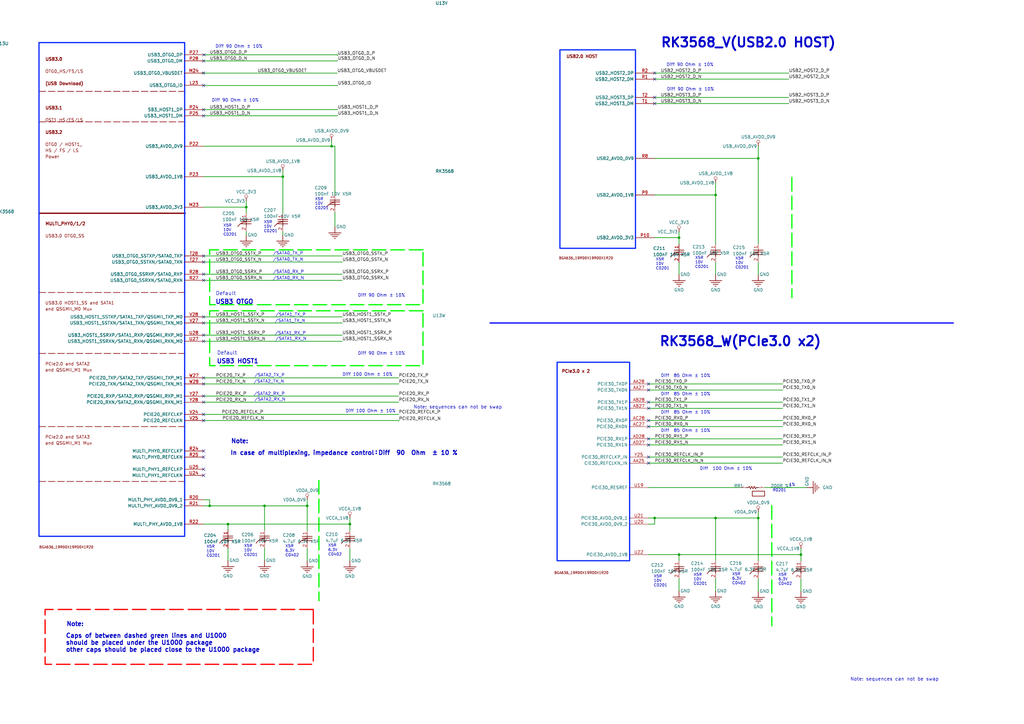
<source format=kicad_sch>
(kicad_sch (version 20230819) (generator eeschema)
  (paper "A3")
  (lib_symbols
    (symbol "cm3568 LPDDR4-altium-import:GND" (power)
      (property "Reference" "#PWR" (at 0 0 0))
      (property "Value" "GND" (at 0 6.35 0))
      (symbol "GND_0_0"
        (pin power_in line (at 0 0 0) (length 0) (name "GND") (number ""))
      )
    )
    (symbol "cm3568 LPDDR4-altium-import:USB_AVDD_0V9" (power)
      (property "Reference" "#PWR" (at 0 0 0))
      (property "Value" "USB_AVDD_0V9" (at 0 3.81 0))
      (symbol "USB_AVDD_0V9_0_0"
        (pin power_in line (at 0 0 0) (length 0) (name "USB_AVDD_0V9") (number ""))
      )
    )
    (symbol "cm3568 LPDDR4-altium-import:USB_AVDD_1V8" (power)
      (property "Reference" "#PWR" (at 0 0 0))
      (property "Value" "USB_AVDD_1V8" (at 0 3.81 0))
      (symbol "USB_AVDD_1V8_0_0"
        (pin power_in line (at 0 0 0) (length 0) (name "USB_AVDD_1V8") (number ""))
      )
    )
    (symbol "cm3568 LPDDR4-altium-import:VCCA_1V8" (power)
      (property "Reference" "#PWR" (at 0 0 0))
      (property "Value" "VCCA_1V8" (at 0 3.81 0))
      (symbol "VCCA_1V8_0_0"
        (pin power_in line (at 0 0 0) (length 0) (name "VCCA_1V8") (number ""))
      )
    )
    (symbol "cm3568 LPDDR4-altium-import:VCC_3V3" (power)
      (property "Reference" "#PWR" (at 0 0 0))
      (property "Value" "VCC_3V3" (at 0 3.81 0))
      (symbol "VCC_3V3_0_0"
        (pin power_in line (at 0 0 0) (length 0) (name "VCC_3V3") (number ""))
      )
    )
    (symbol "cm3568 LPDDR4-altium-import:VDDA_0V9" (power)
      (property "Reference" "#PWR" (at 0 0 0))
      (property "Value" "VDDA_0V9" (at 0 3.81 0))
      (symbol "VDDA_0V9_0_0"
        (pin power_in line (at 0 0 0) (length 0) (name "VDDA_0V9") (number ""))
      )
    )
    (symbol "cm3568 LPDDR4-altium-import:root_0_R0201_200R"
      (symbol "root_0_R0201_200R_1_0"
        (pin passive line (at -5.04 -0.04 0) (length 2.54) (name "1") (number "1"))
        (pin passive line (at 5.12 -0.04 180) (length 2.54) (name "2") (number "2"))
      )
    )
    (symbol "cm3568 LPDDR4-altium-import:root_0_RK3568"
      (property "Reference" "U13" (at -65.254 58.89 0))
      (property "Value" "RK3568" (at -65.254 -10.04 0))
      (symbol "root_0_RK3568_1_0"
        (pin passive line (at 17.92 47.5 180) (length 8) (name "VDD_CPU_1") (number "J15"))
        (pin passive line (at 17.92 45 180) (length 8) (name "VDD_CPU_2") (number "K15"))
        (pin passive line (at 17.92 42.5 180) (length 8) (name "VDD_CPU_3") (number "K16"))
        (pin passive line (at 17.92 40 180) (length 8) (name "VDD_CPU_4") (number "K17"))
        (pin passive line (at 17.92 37.5 180) (length 8) (name "VDD_CPU_5") (number "K18"))
        (pin passive line (at 17.92 10 180) (length 8) (name "VDD_LOGIC_1") (number "L12"))
        (pin passive line (at 17.92 35 180) (length 8) (name "VDD_CPU_6") (number "L15"))
        (pin passive line (at 17.92 32.5 180) (length 8) (name "VDD_CPU_7") (number "L16"))
        (pin passive line (at 17.92 30 180) (length 8) (name "VDD_CPU_8") (number "L17"))
        (pin passive line (at 17.92 27.5 180) (length 8) (name "VDD_CPU_9") (number "L18"))
        (pin passive line (at 17.92 7.5 180) (length 8) (name "VDD_LOGIC_2") (number "M12"))
        (pin passive line (at 17.92 17.5 180) (length 8) (name "VDD_CPU_COM") (number "M15"))
        (pin passive line (at 17.92 25 180) (length 8) (name "VDD_CPU_10") (number "M17"))
        (pin passive line (at 17.92 -37.5 180) (length 8) (name "VDD_NPU_1") (number "M19"))
        (pin passive line (at 17.92 5 180) (length 8) (name "VDD_LOGIC_3") (number "N13"))
        (pin passive line (at 17.92 2.5 180) (length 8) (name "VDD_LOGIC_4") (number "N16"))
        (pin passive line (at 17.92 -40 180) (length 8) (name "VDD_NPU_2") (number "N19"))
        (pin passive line (at 17.92 0 180) (length 8) (name "VDD_LOGIC_5") (number "P13"))
        (pin passive line (at 17.92 -2.5 180) (length 8) (name "VDD_LOGIC_6") (number "P16"))
        (pin passive line (at 17.92 -42.5 180) (length 8) (name "VDD_NPU_3") (number "P18"))
        (pin passive line (at 17.92 -45 180) (length 8) (name "VDD_NPU_4") (number "P19"))
        (pin passive line (at 17.92 -47.5 180) (length 8) (name "VDD_NPU_5") (number "P20"))
        (pin passive line (at 17.92 -5 180) (length 8) (name "VDD_LOGIC_7") (number "R12"))
        (pin passive line (at 17.92 -20 180) (length 8) (name "VDD_GPU_1") (number "R13"))
        (pin passive line (at 17.92 -7.5 180) (length 8) (name "VDD_LOGIC_8") (number "R16"))
        (pin passive line (at 17.92 -10 180) (length 8) (name "VDD_LOGIC_9") (number "T12"))
        (pin passive line (at 17.92 -22.5 180) (length 8) (name "VDD_GPU_2") (number "T13"))
        (pin passive line (at 17.92 -12.5 180) (length 8) (name "VDD_LOGIC_10") (number "T16"))
        (pin passive line (at 17.92 -25 180) (length 8) (name "VDD_GPU_3") (number "U11"))
        (pin passive line (at 17.92 -27.5 180) (length 8) (name "VDD_GPU_4") (number "U12"))
        (pin passive line (at 17.92 -30 180) (length 8) (name "VDD_GPU_5") (number "U13"))
      )
      (symbol "root_0_RK3568_2_0"
        (pin passive line (at 17.92 77.5 180) (length 8) (name "VSS_1") (number "A1"))
        (pin passive line (at 17.92 70 180) (length 8) (name "VSS_4") (number "A10"))
        (pin passive line (at 17.92 67.5 180) (length 8) (name "VSS_5") (number "A14"))
        (pin passive line (at 17.92 65 180) (length 8) (name "VSS_6") (number "A18"))
        (pin passive line (at 17.92 62.5 180) (length 8) (name "VSS_7") (number "A28"))
        (pin passive line (at 17.92 75 180) (length 8) (name "VSS_2") (number "A3"))
        (pin passive line (at 17.92 72.5 180) (length 8) (name "VSS_3") (number "A6"))
        (pin passive line (at 17.92 55 180) (length 8) (name "VSS_10") (number "B12"))
        (pin passive line (at 17.92 52.5 180) (length 8) (name "VSS_11") (number "B16"))
        (pin passive line (at 17.92 50 180) (length 8) (name "VSS_12") (number "B23"))
        (pin passive line (at 17.92 47.5 180) (length 8) (name "VSS_13") (number "B26"))
        (pin passive line (at 17.92 60 180) (length 8) (name "VSS_8") (number "B5"))
        (pin passive line (at 17.92 57.5 180) (length 8) (name "VSS_9") (number "B9"))
        (pin passive line (at 17.92 35 180) (length 8) (name "VSS_18") (number "C11"))
        (pin passive line (at 17.92 32.5 180) (length 8) (name "VSS_19") (number "C12"))
        (pin passive line (at 17.92 30 180) (length 8) (name "VSS_20") (number "C14"))
        (pin passive line (at 17.92 27.5 180) (length 8) (name "VSS_21") (number "C15"))
        (pin passive line (at 17.92 25 180) (length 8) (name "VSS_22") (number "C17"))
        (pin passive line (at 17.92 22.5 180) (length 8) (name "VSS_23") (number "C18"))
        (pin passive line (at 17.92 20 180) (length 8) (name "VSS_24") (number "C25"))
        (pin passive line (at 17.92 45 180) (length 8) (name "VSS_14") (number "C3"))
        (pin passive line (at 17.92 42.5 180) (length 8) (name "VSS_15") (number "C6"))
        (pin passive line (at 17.92 40 180) (length 8) (name "VSS_16") (number "C8"))
        (pin passive line (at 17.92 37.5 180) (length 8) (name "VSS_17") (number "C9"))
        (pin passive line (at 17.92 15 180) (length 8) (name "VSS_26") (number "D11"))
        (pin passive line (at 17.92 17.5 180) (length 8) (name "VSS_25") (number "D2"))
        (pin passive line (at 17.92 10 180) (length 8) (name "VSS_28") (number "D28"))
        (pin passive line (at 17.92 12.5 180) (length 8) (name "VSS_27") (number "D3"))
        (pin passive line (at 17.92 7.5 180) (length 8) (name "VSS_29") (number "E3"))
        (pin passive line (at 17.92 5 180) (length 8) (name "VSS_30") (number "E7"))
        (pin passive line (at 17.92 2.5 180) (length 8) (name "VSS_31") (number "F1"))
        (pin passive line (at 17.92 -5 180) (length 8) (name "VSS_34") (number "F12"))
        (pin passive line (at 17.92 -7.5 180) (length 8) (name "VSS_35") (number "F14"))
        (pin passive line (at 17.92 -10 180) (length 8) (name "VSS_36") (number "F15"))
        (pin passive line (at 17.92 -12.5 180) (length 8) (name "VSS_37") (number "F17"))
        (pin passive line (at 17.92 0 180) (length 8) (name "VSS_32") (number "F3"))
        (pin passive line (at 17.92 -2.5 180) (length 8) (name "VSS_33") (number "F9"))
        (pin passive line (at 17.92 -25 180) (length 8) (name "VSS_42") (number "G11"))
        (pin passive line (at 17.92 -27.5 180) (length 8) (name "VSS_43") (number "G12"))
        (pin passive line (at 17.92 -30 180) (length 8) (name "VSS_44") (number "G14"))
        (pin passive line (at 17.92 -32.5 180) (length 8) (name "VSS_45") (number "G15"))
        (pin passive line (at 17.92 -35 180) (length 8) (name "VSS_46") (number "G17"))
        (pin passive line (at 17.92 -37.5 180) (length 8) (name "VSS_47") (number "G18"))
        (pin passive line (at 17.92 -40 180) (length 8) (name "VSS_48") (number "G24"))
        (pin passive line (at 17.92 -15 180) (length 8) (name "VSS_38") (number "G5"))
        (pin passive line (at 17.92 -17.5 180) (length 8) (name "VSS_39") (number "G6"))
        (pin passive line (at 17.92 -20 180) (length 8) (name "VSS_40") (number "G8"))
        (pin passive line (at 17.92 -22.5 180) (length 8) (name "VSS_41") (number "G9"))
        (pin passive line (at 17.92 -42.5 180) (length 8) (name "VSS_49") (number "H2"))
        (pin passive line (at 17.92 -45 180) (length 8) (name "VSS_50") (number "H3"))
        (pin passive line (at 17.92 -47.5 180) (length 8) (name "VSS_51") (number "H6"))
        (pin passive line (at 17.92 -55 180) (length 8) (name "VSS_54") (number "J17"))
        (pin passive line (at 17.92 -57.5 180) (length 8) (name "VSS_55") (number "J18"))
        (pin passive line (at 17.92 -60 180) (length 8) (name "VSS_56") (number "J20"))
        (pin passive line (at 17.92 -62.5 180) (length 8) (name "VSS_57") (number "J22"))
        (pin passive line (at 17.92 -65 180) (length 8) (name "VSS_58") (number "J26"))
        (pin passive line (at 17.92 -50 180) (length 8) (name "VSS_52") (number "J3"))
        (pin passive line (at 17.92 -52.5 180) (length 8) (name "VSS_53") (number "J5"))
        (pin passive line (at 17.92 -67.5 180) (length 8) (name "VSS_59") (number "K1"))
        (pin passive line (at 17.92 -70 180) (length 8) (name "VSS_60") (number "K11"))
        (pin passive line (at 17.92 -72.5 180) (length 8) (name "VSS_61") (number "K12"))
        (pin passive line (at 17.92 -75 180) (length 8) (name "VSS_62") (number "K13"))
        (pin passive line (at 17.92 -77.5 180) (length 8) (name "VSS_63") (number "K14"))
        (pin passive line (at 17.92 -80 180) (length 8) (name "VSS_64") (number "K19"))
        (pin passive line (at 17.92 -82.5 180) (length 8) (name "VSS_65") (number "L3"))
      )
      (symbol "root_0_RK3568_3_0"
        (pin passive line (at 15.42 72.5 180) (length 8) (name "VSS_68") (number "L11"))
        (pin passive line (at 15.42 70 180) (length 8) (name "VSS_69") (number "L13"))
        (pin passive line (at 15.42 67.5 180) (length 8) (name "VSS_70") (number "L14"))
        (pin passive line (at 15.42 65 180) (length 8) (name "VSS_71") (number "L19"))
        (pin passive line (at 15.42 62.5 180) (length 8) (name "VSS_72") (number "L20"))
        (pin passive line (at 15.42 60 180) (length 8) (name "VSS_73") (number "L21"))
        (pin passive line (at 15.42 77.5 180) (length 8) (name "VSS_66") (number "L5"))
        (pin passive line (at 15.42 75 180) (length 8) (name "VSS_67") (number "L8"))
        (pin passive line (at 15.42 47.5 180) (length 8) (name "VSS_78") (number "M11"))
        (pin passive line (at 15.42 45 180) (length 8) (name "VSS_79") (number "M13"))
        (pin passive line (at 15.42 42.5 180) (length 8) (name "VSS_80") (number "M14"))
        (pin passive line (at 15.42 40 180) (length 8) (name "VSS_81") (number "M16"))
        (pin passive line (at 15.42 37.5 180) (length 8) (name "VSS_82") (number "M18"))
        (pin passive line (at 15.42 57.5 180) (length 8) (name "VSS_74") (number "M2"))
        (pin passive line (at 15.42 55 180) (length 8) (name "VSS_75") (number "M3"))
        (pin passive line (at 15.42 52.5 180) (length 8) (name "VSS_76") (number "M6"))
        (pin passive line (at 15.42 50 180) (length 8) (name "VSS_77") (number "M8"))
        (pin passive line (at 15.42 35 180) (length 8) (name "VSS_83") (number "N1"))
        (pin passive line (at 15.42 32.5 180) (length 8) (name "VSS_84") (number "N12"))
        (pin passive line (at 15.42 30 180) (length 8) (name "VSS_85") (number "N14"))
        (pin passive line (at 15.42 27.5 180) (length 8) (name "VSS_86") (number "N15"))
        (pin passive line (at 15.42 25 180) (length 8) (name "VSS_87") (number "N17"))
        (pin passive line (at 15.42 22.5 180) (length 8) (name "VSS_88") (number "N18"))
        (pin passive line (at 15.42 15 180) (length 8) (name "VSS_91") (number "P12"))
        (pin passive line (at 15.42 12.5 180) (length 8) (name "VSS_92") (number "P14"))
        (pin passive line (at 15.42 10 180) (length 8) (name "VSS_93") (number "P15"))
        (pin passive line (at 15.42 7.5 180) (length 8) (name "VSS_94") (number "P17"))
        (pin passive line (at 15.42 20 180) (length 8) (name "VSS_89") (number "P3"))
        (pin passive line (at 15.42 17.5 180) (length 8) (name "VSS_90") (number "P6"))
        (pin passive line (at 15.42 0 180) (length 8) (name "VSS_97") (number "R10"))
        (pin passive line (at 15.42 -2.5 180) (length 8) (name "VSS_98") (number "R11"))
        (pin passive line (at 15.42 -5 180) (length 8) (name "VSS_99") (number "R14"))
        (pin passive line (at 15.42 -7.5 180) (length 8) (name "VSS_100") (number "R15"))
        (pin passive line (at 15.42 -10 180) (length 8) (name "VSS_101") (number "R17"))
        (pin passive line (at 15.42 -12.5 180) (length 8) (name "VSS_102") (number "R18"))
        (pin passive line (at 15.42 -15 180) (length 8) (name "VSS_103") (number "R19"))
        (pin passive line (at 15.42 5 180) (length 8) (name "VSS_95") (number "R3"))
        (pin passive line (at 15.42 2.5 180) (length 8) (name "VSS_96") (number "R6"))
        (pin passive line (at 15.42 -17.5 180) (length 8) (name "VSS_104") (number "T10"))
        (pin passive line (at 15.42 -20 180) (length 8) (name "VSS_105") (number "T11"))
        (pin passive line (at 15.42 -22.5 180) (length 8) (name "VSS_106") (number "T14"))
        (pin passive line (at 15.42 -25 180) (length 8) (name "VSS_107") (number "T15"))
        (pin passive line (at 15.42 -27.5 180) (length 8) (name "VSS_108") (number "T17"))
        (pin passive line (at 15.42 -30 180) (length 8) (name "VSS_109") (number "T18"))
        (pin passive line (at 15.42 -32.5 180) (length 8) (name "VSS_110") (number "T19"))
        (pin passive line (at 15.42 -35 180) (length 8) (name "VSS_111") (number "U1"))
        (pin passive line (at 15.42 -45 180) (length 8) (name "VSS_115") (number "U10"))
        (pin passive line (at 15.42 -47.5 180) (length 8) (name "VSS_116") (number "U14"))
        (pin passive line (at 15.42 -50 180) (length 8) (name "VSS_117") (number "U15"))
        (pin passive line (at 15.42 -52.5 180) (length 8) (name "VSS_118") (number "U16"))
        (pin passive line (at 15.42 -55 180) (length 8) (name "VSS_119") (number "U17"))
        (pin passive line (at 15.42 -57.5 180) (length 8) (name "VSS_120") (number "U18"))
        (pin passive line (at 15.42 -37.5 180) (length 8) (name "VSS_112") (number "U6"))
        (pin passive line (at 15.42 -40 180) (length 8) (name "VSS_113") (number "U7"))
        (pin passive line (at 15.42 -42.5 180) (length 8) (name "VSS_114") (number "U8"))
        (pin passive line (at 15.42 -67.5 180) (length 8) (name "VSS_124") (number "V13"))
        (pin passive line (at 15.42 -60 180) (length 8) (name "VSS_121") (number "V3"))
        (pin passive line (at 15.42 -62.5 180) (length 8) (name "VSS_122") (number "V8"))
        (pin passive line (at 15.42 -65 180) (length 8) (name "VSS_123") (number "V9"))
        (pin passive line (at 15.42 -70 180) (length 8) (name "VSS_125") (number "W10"))
        (pin passive line (at 15.42 -72.5 180) (length 8) (name "VSS_126") (number "W11"))
        (pin passive line (at 15.42 -75 180) (length 8) (name "VSS_127") (number "W12"))
        (pin passive line (at 15.42 -77.5 180) (length 8) (name "VSS_128") (number "W13"))
        (pin passive line (at 15.42 -80 180) (length 8) (name "VSS_129") (number "Y8"))
        (pin passive line (at 15.42 -82.5 180) (length 8) (name "VSS_130") (number "Y9"))
      )
      (symbol "root_0_RK3568_4_0"
        (pin passive line (at 15 7.5 180) (length 8) (name "VSS_135") (number "AA23"))
        (pin passive line (at 15 12.5 180) (length 8) (name "VSS_133") (number "AA4"))
        (pin passive line (at 15 10 180) (length 8) (name "VSS_134") (number "AA9"))
        (pin passive line (at 15 5 180) (length 8) (name "VSS_136") (number "AB2"))
        (pin passive line (at 15 2.5 180) (length 8) (name "VSS_137") (number "AB6"))
        (pin passive line (at 15 0 180) (length 8) (name "VSS_138") (number "AD3"))
        (pin passive line (at 15 -5 180) (length 8) (name "VSS_140") (number "AE21"))
        (pin passive line (at 15 -2.5 180) (length 8) (name "VSS_139") (number "AE6"))
        (pin passive line (at 15 -10 180) (length 8) (name "VSS_142") (number "AF26"))
        (pin passive line (at 15 -7.5 180) (length 8) (name "VSS_141") (number "AF3"))
        (pin passive line (at 15 -12.5 180) (length 8) (name "VSS_143") (number "AG5"))
        (pin passive line (at 15 -15 180) (length 8) (name "VSS_144") (number "AH1"))
        (pin passive line (at 15 -20 180) (length 8) (name "VSS_146") (number "AH28"))
        (pin passive line (at 15 -17.5 180) (length 8) (name "VSS_145") (number "AH8"))
        (pin passive line (at 15 17.5 180) (length 8) (name "VSS_131") (number "Y11"))
        (pin passive line (at 15 15 180) (length 8) (name "VSS_132") (number "Y12"))
      )
      (symbol "root_0_RK3568_5_0"
        (pin passive line (at 17.5 15 180) (length 8) (name "AVSS_24") (number "AA12"))
        (pin passive line (at 17.5 12.5 180) (length 8) (name "AVSS_25") (number "AA14"))
        (pin passive line (at 17.5 10 180) (length 8) (name "AVSS_26") (number "AA15"))
        (pin passive line (at 17.5 7.5 180) (length 8) (name "AVSS_27") (number "AA17"))
        (pin passive line (at 17.5 5 180) (length 8) (name "AVSS_28") (number "AA24"))
        (pin passive line (at 17.5 2.5 180) (length 8) (name "AVSS_29") (number "AA26"))
        (pin passive line (at 17.5 0 180) (length 8) (name "AVSS_30") (number "AB11"))
        (pin passive line (at 17.5 -2.5 180) (length 8) (name "AVSS_31") (number "AB12"))
        (pin passive line (at 17.5 -5 180) (length 8) (name "AVSS_32") (number "AB14"))
        (pin passive line (at 17.5 -7.5 180) (length 8) (name "AVSS_33") (number "AB15"))
        (pin passive line (at 17.5 -10 180) (length 8) (name "AVSS_34") (number "AB17"))
        (pin passive line (at 17.5 -15 180) (length 8) (name "AVSS_36") (number "AC11"))
        (pin passive line (at 17.5 -17.5 180) (length 8) (name "AVSS_37") (number "AC12"))
        (pin passive line (at 17.5 -20 180) (length 8) (name "AVSS_38") (number "AC15"))
        (pin passive line (at 17.5 -22.5 180) (length 8) (name "AVSS_39") (number "AC18"))
        (pin passive line (at 17.5 -25 180) (length 8) (name "AVSS_40") (number "AC25"))
        (pin passive line (at 17.5 -27.5 180) (length 8) (name "AVSS_41") (number "AC26"))
        (pin passive line (at 17.5 -12.5 180) (length 8) (name "AVSS_35") (number "AC9"))
        (pin passive line (at 17.5 -30 180) (length 8) (name "AVSS_42") (number "AD26"))
        (pin passive line (at 17.5 -32.5 180) (length 8) (name "AVSS_43") (number "AE14"))
        (pin passive line (at 17.5 -35 180) (length 8) (name "AVSS_44") (number "AE17"))
        (pin passive line (at 17.5 -37.5 180) (length 8) (name "AVSS_45") (number "AE20"))
        (pin passive line (at 17.5 -40 180) (length 8) (name "AVSS_46") (number "AE27"))
        (pin passive line (at 17.5 -42.5 180) (length 8) (name "AVSS_47") (number "AE28"))
        (pin passive line (at 17.5 -47.5 180) (length 8) (name "AVSS_49") (number "AF11"))
        (pin passive line (at 17.5 -50 180) (length 8) (name "AVSS_50") (number "AF12"))
        (pin passive line (at 17.5 -52.5 180) (length 8) (name "AVSS_51") (number "AF14"))
        (pin passive line (at 17.5 -55 180) (length 8) (name "AVSS_52") (number "AF15"))
        (pin passive line (at 17.5 -57.5 180) (length 8) (name "AVSS_53") (number "AF17"))
        (pin passive line (at 17.5 -60 180) (length 8) (name "AVSS_54") (number "AF18"))
        (pin passive line (at 17.5 -62.5 180) (length 8) (name "AVSS_55") (number "AF20"))
        (pin passive line (at 17.5 -65 180) (length 8) (name "AVSS_56") (number "AF21"))
        (pin passive line (at 17.5 -45 180) (length 8) (name "AVSS_48") (number "AF9"))
        (pin passive line (at 17.5 -67.5 180) (length 8) (name "AVSS_57") (number "AG18"))
        (pin passive line (at 17.5 -70 180) (length 8) (name "AVSS_58") (number "AH18"))
        (pin passive line (at 17.5 -72.5 180) (length 8) (name "AVSS_59") (number "AH23"))
        (pin passive line (at 17.5 72.5 180) (length 8) (name "AVSS_1") (number "J27"))
        (pin passive line (at 17.5 70 180) (length 8) (name "AVSS_2") (number "L24"))
        (pin passive line (at 17.5 67.5 180) (length 8) (name "AVSS_3") (number "L26"))
        (pin passive line (at 17.5 65 180) (length 8) (name "AVSS_4") (number "M21"))
        (pin passive line (at 17.5 62.5 180) (length 8) (name "AVSS_5") (number "M26"))
        (pin passive line (at 17.5 60 180) (length 8) (name "AVSS_6") (number "N28"))
        (pin passive line (at 17.5 57.5 180) (length 8) (name "AVSS_7") (number "P21"))
        (pin passive line (at 17.5 55 180) (length 8) (name "AVSS_8") (number "P26"))
        (pin passive line (at 17.5 52.5 180) (length 8) (name "AVSS_9") (number "R23"))
        (pin passive line (at 17.5 50 180) (length 8) (name "AVSS_10") (number "R26"))
        (pin passive line (at 17.5 47.5 180) (length 8) (name "AVSS_11") (number "U23"))
        (pin passive line (at 17.5 45 180) (length 8) (name "AVSS_12") (number "U26"))
        (pin passive line (at 17.5 42.5 180) (length 8) (name "AVSS_13") (number "V14"))
        (pin passive line (at 17.5 40 180) (length 8) (name "AVSS_14") (number "V15"))
        (pin passive line (at 17.5 37.5 180) (length 8) (name "AVSS_15") (number "V16"))
        (pin passive line (at 17.5 35 180) (length 8) (name "AVSS_16") (number "V22"))
        (pin passive line (at 17.5 32.5 180) (length 8) (name "AVSS_17") (number "V23"))
        (pin passive line (at 17.5 30 180) (length 8) (name "AVSS_18") (number "V26"))
        (pin passive line (at 17.5 27.5 180) (length 8) (name "AVSS_19") (number "W17"))
        (pin passive line (at 17.5 25 180) (length 8) (name "AVSS_20") (number "Y18"))
        (pin passive line (at 17.5 22.5 180) (length 8) (name "AVSS_21") (number "Y23"))
        (pin passive line (at 17.5 20 180) (length 8) (name "AVSS_22") (number "Y24"))
        (pin passive line (at 17.5 17.5 180) (length 8) (name "AVSS_23") (number "Y26"))
      )
      (symbol "root_0_RK3568_6_0"
        (text "/  DDR4_DML_A               /  LPDDR4_DM0_A             /  DDR3_DM0            /  LPDDR3_DM1" (at 7.366 -13.716 0) (effects (font (size 1.143 1.143)) (justify left bottom)))
        (text "/  DDR4_DML_B               /  LPDDR4_DM1_B             /  DDR3_DM3            /  LPDDR3_DM2" (at 7.366 -126.238 0) (effects (font (size 1.143 1.143)) (justify left bottom)))
        (text "/  DDR4_DMU_A               /  LPDDR4_DM1_A             /  DDR3_DM1            /  LPDDR3_DM3" (at 7.366 -51.054 0) (effects (font (size 1.143 1.143)) (justify left bottom)))
        (text "/  DDR4_DMU_B              /  LPDDR4_DM0_B             /  DDR3_DM2            /  LPDDR3_DM0" (at 7.366 -88.392 0) (effects (font (size 1.143 1.143)) (justify left bottom)))
        (text "/  DDR4_DQL0_A              /  LPDDR4_DQ0_A              /  DDR3_DQ0            /  LPDDR3_DQ15" (at 7.366 9.144 0) (effects (font (size 1.143 1.143)) (justify left bottom)))
        (text "/  DDR4_DQL0_B              /  LPDDR4_DQ8_B              /  DDR3_DQ24          /  LPDDR3_DQ18" (at 7.366 -103.632 0) (effects (font (size 1.143 1.143)) (justify left bottom)))
        (text "/  DDR4_DQL1_A              /  LPDDR4_DQ7_A              /  DDR3_DQ7            /  LPDDR3_DQ11" (at 7.366 -8.89 0) (effects (font (size 1.143 1.143)) (justify left bottom)))
        (text "/  DDR4_DQL1_B              /  LPDDR4_DQ14_B            /  DDR3_DQ30          /  LPDDR3_DQ20" (at 7.366 -118.836 0) (effects (font (size 1.143 1.143)) (justify left bottom)))
        (text "/  DDR4_DQL2_A              /  LPDDR4_DQ1_A              /  DDR3_DQ1            /  LPDDR3_DQ14" (at 7.366 6.568 0) (effects (font (size 1.143 1.143)) (justify left bottom)))
        (text "/  DDR4_DQL2_B              /  LPDDR4_DQ8_B              /  DDR3_DQ25          /  LPDDR3_DQ19" (at 7.366 -106.172 0) (effects (font (size 1.143 1.143)) (justify left bottom)))
        (text "/  DDR4_DQL3_A              /  LPDDR4_DQ6_A              /  DDR3_DQ6            /  LPDDR3_DQ8" (at 7.366 -6.314 0) (effects (font (size 1.143 1.143)) (justify left bottom)))
        (text "/  DDR4_DQL3_B              /  LPDDR4_DQ15_B            /  DDR3_DQ31          /  LPDDR3_DQ21" (at 7.366 -121.412 0) (effects (font (size 1.143 1.143)) (justify left bottom)))
        (text "/  DDR4_DQL4_A              /  LPDDR4_DQ2_A              /  DDR3_DQ2            /  LPDDR3_DQ10" (at 7.366 3.991 0) (effects (font (size 1.143 1.143)) (justify left bottom)))
        (text "/  DDR4_DQL4_B              /  LPDDR4_DQ10_B            /  DDR3_DQ26          /  LPDDR3_DQ22" (at 7.366 -108.712 0) (effects (font (size 1.143 1.143)) (justify left bottom)))
        (text "/  DDR4_DQL5_A              /  LPDDR4_DQ5_A              /  DDR3_DQ5            /  LPDDR3_DQ12" (at 7.366 -3.737 0) (effects (font (size 1.143 1.143)) (justify left bottom)))
        (text "/  DDR4_DQL5_B              /  LPDDR4_DQ13_B            /  DDR3_DQ29          /  LPDDR3_DQ17" (at 7.366 -116.259 0) (effects (font (size 1.143 1.143)) (justify left bottom)))
        (text "/  DDR4_DQL6_A              /  LPDDR4_DQ3_A              /  DDR3_DQ3            /  LPDDR3_DQ9" (at 7.366 1.415 0) (effects (font (size 1.143 1.143)) (justify left bottom)))
        (text "/  DDR4_DQL6_B              /  LPDDR4_DQ11_B            /  DDR3_DQ27          /  LPDDR3_DQ23" (at 7.366 -111.107 0) (effects (font (size 1.143 1.143)) (justify left bottom)))
        (text "/  DDR4_DQL7_A              /  LPDDR4_DQ4_A              /  DDR3_DQ4            /  LPDDR3_DQ13" (at 7.366 -1.161 0) (effects (font (size 1.143 1.143)) (justify left bottom)))
        (text "/  DDR4_DQL7_B              /  LPDDR4_DQ12_B            /  DDR3_DQ28          /  LPDDR3_DQ16" (at 7.366 -113.683 0) (effects (font (size 1.143 1.143)) (justify left bottom)))
        (text "/  DDR4_DQSL_N_A       /  LPDDR4_DQS0N_A         /  DDR3_DQS0N        /  LPDDR3_DQS1N" (at 7.366 -21.082 0) (effects (font (size 1.143 1.143)) (justify left bottom)))
        (text "/  DDR4_DQSL_N_B         /  LPDDR4_DQS1N_B         /  DDR3_DQS3N        /  LPDDR3_DQS2N" (at 7.366 -133.604 0) (effects (font (size 1.143 1.143)) (justify left bottom)))
        (text "/  DDR4_DQSL_P_A        /  LPDDR4_DQS0P_A          /  DDR3_DQS0P        /  LPDDR3_DQS1P" (at 7.366 -18.506 0) (effects (font (size 1.143 1.143)) (justify left bottom)))
        (text "/  DDR4_DQSL_P_B          /  LPDDR4_DQS1P_B          /  DDR3_DQS3P        /  LPDDR3_DQS2P" (at 7.366 -131.028 0) (effects (font (size 1.143 1.143)) (justify left bottom)))
        (text "/  DDR4_DQSU_N_A       /  LPDDR4_DQS1N_A        /  DDR3_DQS1N        /  LPDDR3_DQS3N" (at 7.366 -58.42 0) (effects (font (size 1.143 1.143)) (justify left bottom)))
        (text "/  DDR4_DQSU_N_B        /  LPDDR4_DQS0N_B         /  DDR3_DQS2N        /  LPDDR3_DQS0N" (at 7.366 -95.758 0) (effects (font (size 1.143 1.143)) (justify left bottom)))
        (text "/  DDR4_DQSU_P_A        /  LPDDR4_DQS1P_A         /  DDR3_DQS1P        /  LPDDR3_DQS3P" (at 7.366 -55.844 0) (effects (font (size 1.143 1.143)) (justify left bottom)))
        (text "/  DDR4_DQSU_P_B        /  LPDDR4_DQS0P_B         /  DDR3_DQS2P        /  LPDDR3_DQS0P" (at 7.366 -93.182 0) (effects (font (size 1.143 1.143)) (justify left bottom)))
        (text "/  DDR4_DQU0_A             /  LPDDR4_DQ15_A            /  DDR3_DQ15          /  LPDDR3_DQ27" (at 7.366 -46.228 0) (effects (font (size 1.143 1.143)) (justify left bottom)))
        (text "/  DDR4_DQU0_B             /  LPDDR4_DQ4_B              /  DDR3_DQ20          /  LPDDR3_DQ2" (at 7.366 -75.837 0) (effects (font (size 1.143 1.143)) (justify left bottom)))
        (text "/  DDR4_DQU1_A             /  LPDDR4_DQ9_A              /  DDR3_DQ9            /  LPDDR3_DQ24" (at 7.366 -30.77 0) (effects (font (size 1.143 1.143)) (justify left bottom)))
        (text "/  DDR4_DQU1_B             /  LPDDR4_DQ3_B              /  DDR3_DQ19          /  LPDDR3_DQ4" (at 7.366 -73.261 0) (effects (font (size 1.143 1.143)) (justify left bottom)))
        (text "/  DDR4_DQU2_A             /  LPDDR4_DQ12_A            /  DDR3_DQ12          /  LPDDR3_DQ26" (at 7.366 -38.499 0) (effects (font (size 1.143 1.143)) (justify left bottom)))
        (text "/  DDR4_DQU2_B             /  LPDDR4_DQ7_B              /  DDR3_DQ23          /  LPDDR3_DQ0" (at 7.366 -83.566 0) (effects (font (size 1.143 1.143)) (justify left bottom)))
        (text "/  DDR4_DQU3_A             /  LPDDR4_DQ8_A              /  DDR3_DQ8            /  LPDDR3_DQ25" (at 7.366 -28.448 0) (effects (font (size 1.143 1.143)) (justify left bottom)))
        (text "/  DDR4_DQU3_B             /  LPDDR4_DQ2_B              /  DDR3_DQ18          /  LPDDR3_DQ6" (at 7.366 -70.685 0) (effects (font (size 1.143 1.143)) (justify left bottom)))
        (text "/  DDR4_DQU4_A             /  LPDDR4_DQ13_A            /  DDR3_DQ13          /  LPDDR3_DQ31" (at 7.366 -41.075 0) (effects (font (size 1.143 1.143)) (justify left bottom)))
        (text "/  DDR4_DQU4_B             /  LPDDR4_DQ6_B              /  DDR3_DQ22          /  LPDDR3_DQ7" (at 7.366 -80.99 0) (effects (font (size 1.143 1.143)) (justify left bottom)))
        (text "/  DDR4_DQU5_A             /  LPDDR4_DQ11_A            /  DDR3_DQ11          /  LPDDR3_DQ29" (at 7.366 -35.923 0) (effects (font (size 1.143 1.143)) (justify left bottom)))
        (text "/  DDR4_DQU5_B             /  LPDDR4_DQ1_B              /  DDR3_DQ17          /  LPDDR3_DQ5" (at 7.366 -68.108 0) (effects (font (size 1.143 1.143)) (justify left bottom)))
        (text "/  DDR4_DQU6_A             /  LPDDR4_DQ14_A            /  DDR3_DQ14          /  LPDDR3_DQ30" (at 7.366 -43.652 0) (effects (font (size 1.143 1.143)) (justify left bottom)))
        (text "/  DDR4_DQU6_B             /  LPDDR4_DQ5_B              /  DDR3_DQ21          /  LPDDR3_DQ3" (at 7.366 -78.413 0) (effects (font (size 1.143 1.143)) (justify left bottom)))
        (text "/  DDR4_DQU7_A             /  LPDDR4_DQ10_A            /  DDR3_DQ10          /  LPDDR3_DQ28" (at 7.366 -33.347 0) (effects (font (size 1.143 1.143)) (justify left bottom)))
        (text "/  DDR4_DQU7_B             /  LPDDR4_DQ0_B              /  DDR3_DQ16          /  LPDDR3_DQ1" (at 7.366 -65.786 0) (effects (font (size 1.143 1.143)) (justify left bottom)))
        (text "/  DDR4_ECC_DM            /  --                                         /  DDR3_ECC_DM" (at 7.366 -163.322 0) (effects (font (size 1.143 1.143)) (justify left bottom)))
        (text "/  DDR4_ECC_DQ0           /  --                                         /  DDR3_ECC_DQ1" (at 7.366 -143.256 0) (effects (font (size 1.143 1.143)) (justify left bottom)))
        (text "/  DDR4_ECC_DQ1           /  --                                         /  DDR3_ECC_DQ3" (at 7.366 -148.191 0) (effects (font (size 1.143 1.143)) (justify left bottom)))
        (text "/  DDR4_ECC_DQ2           /  --                                         /  DDR3_ECC_DQ2" (at 7.366 -145.796 0) (effects (font (size 1.143 1.143)) (justify left bottom)))
        (text "/  DDR4_ECC_DQ3           /  --                                         /  DDR3_ECC_DQ6" (at 7.366 -155.92 0) (effects (font (size 1.143 1.143)) (justify left bottom)))
        (text "/  DDR4_ECC_DQ4           /  --                                         /  DDR3_ECC_DQ5" (at 7.366 -153.343 0) (effects (font (size 1.143 1.143)) (justify left bottom)))
        (text "/  DDR4_ECC_DQ5           /  --                                         /  DDR3_ECC_DQ7" (at 7.366 -158.496 0) (effects (font (size 1.143 1.143)) (justify left bottom)))
        (text "/  DDR4_ECC_DQ6           /  --                                         /  DDR3_ECC_DQ4" (at 7.366 -150.767 0) (effects (font (size 1.143 1.143)) (justify left bottom)))
        (text "/  DDR4_ECC_DQ7           /  --                                         /  DDR3_ECC_DQ0" (at 7.366 -140.716 0) (effects (font (size 1.143 1.143)) (justify left bottom)))
        (text "/  DDR4_ECC_DQS_N     /  --                                         /  DDR3_ECC_DQS_N" (at 7.366 -170.688 0) (effects (font (size 1.143 1.143)) (justify left bottom)))
        (text "/  DDR4_ECC_DQS_P      /  --                                         /  DDR3_ECC_DQS_P" (at 7.366 -168.112 0) (effects (font (size 1.143 1.143)) (justify left bottom)))
        (text "=0.6V" (at 170 -162.5 0) (effects (font (size 1.27 1.27) bold) (justify left bottom)))
        (text "=1.1V" (at 170 -160 0) (effects (font (size 1.27 1.27)) (justify left bottom)))
        (text "=1.1V" (at 170 -135 0) (effects (font (size 1.27 1.27)) (justify left bottom)))
        (text "=1.1V" (at 170 -132.5 0) (effects (font (size 1.27 1.27)) (justify left bottom)))
        (text "=1.2V" (at 170 -157.5 0) (effects (font (size 1.27 1.27)) (justify left bottom)))
        (text "=1.2V" (at 170 -155 0) (effects (font (size 1.27 1.27)) (justify left bottom)))
        (text "=1.2V" (at 170 -130 0) (effects (font (size 1.27 1.27)) (justify left bottom)))
        (text "=1.2V" (at 170 -127.5 0) (effects (font (size 1.27 1.27)) (justify left bottom)))
        (text "=1.35V" (at 170 -150 0) (effects (font (size 1.27 1.27)) (justify left bottom)))
        (text "=1.35V" (at 170 -122.5 0) (effects (font (size 1.27 1.27)) (justify left bottom)))
        (text "=1.5V" (at 170 -152.5 0) (effects (font (size 1.27 1.27)) (justify left bottom)))
        (text "=1.5V" (at 170 -125 0) (effects (font (size 1.27 1.27)) (justify left bottom)))
        (text "DDR3" (at 55.88 14.224 0) (effects (font (size 1.27 1.27) bold) (justify left bottom)))
        (text "DDR3" (at 152.908 14.224 0) (effects (font (size 1.27 1.27) bold) (justify left bottom)))
        (text "DDR3" (at 157.5 -152.5 0) (effects (font (size 1.27 1.27)) (justify left bottom)))
        (text "DDR3" (at 157.5 -125 0) (effects (font (size 1.27 1.27)) (justify left bottom)))
        (text "DDR3L" (at 157.5 -150 0) (effects (font (size 1.27 1.27)) (justify left bottom)))
        (text "DDR3L" (at 157.5 -122.5 0) (effects (font (size 1.27 1.27)) (justify left bottom)))
        (text "DDR4" (at 8.89 14.224 0) (effects (font (size 1.27 1.27) bold) (justify left bottom)))
        (text "DDR4" (at 99.568 14.224 0) (effects (font (size 1.27 1.27) bold) (justify left bottom)))
        (text "DDR4" (at 157.5 -155 0) (effects (font (size 1.27 1.27)) (justify left bottom)))
        (text "DDR4" (at 157.5 -127.5 0) (effects (font (size 1.27 1.27)) (justify left bottom)))
        (text "DDR4_14_WEn                     /  LPDDR4_A4_A                       /  DDR3_A15                 /  LPDDR3_A5                    /" (at 99.314 -33.69 0) (effects (font (size 1.143 1.143)) (justify left bottom)))
        (text "DDR4_A0                              /  LPDDR4_CLKP_B                /  DDR3_A9                    /  ---                                      /" (at 99.314 8.89 0) (effects (font (size 1.143 1.143) bold) (justify left bottom)))
        (text "DDR4_A1                              /  ---                                              /  DDR3_A2                    /  ---                                      /" (at 99.314 6.35 0) (effects (font (size 1.143 1.143)) (justify left bottom)))
        (text "DDR4_A10                            /  LPDDR4_CKE0_B                  /  DDR3_A10                  /  ---                                      /" (at 99.314 -21.19 0) (effects (font (size 1.143 1.143)) (justify left bottom)))
        (text "DDR4_A11                            /  LPDDR4_A0_A                       /  DDR3_A7                    /  LPDDR3_A8                    /" (at 99.314 -23.73 0) (effects (font (size 1.143 1.143)) (justify left bottom)))
        (text "DDR4_A12                            /  LPDDR4_A3_A                       /  DDR3_BA2                 /  ---                                      /" (at 99.314 -28.61 0) (effects (font (size 1.143 1.143)) (justify left bottom)))
        (text "DDR4_A13                            /  LPDDR4_A0_A                       /  DDR3_A14                  /  LPDDR3_A0                   /" (at 99.314 -31.15 0) (effects (font (size 1.143 1.143)) (justify left bottom)))
        (text "DDR4_A15_CASn                /  LPDDR4_A2_A                       /  DDR3_A0                   /  ---                                      /" (at 99.314 -36.23 0) (effects (font (size 1.143 1.143)) (justify left bottom)))
        (text "DDR4_A16_RASn                /  LPDDR4_A5_A                       /  DDR3_RASn               /  LPDDR3_A7                    /" (at 99.314 -41.11 0) (effects (font (size 1.143 1.143)) (justify left bottom)))
        (text "DDR4_A2                              /  LPDDR4_A1_A                       /  DDR3_A4                    /  LPDDR3_A6                    /" (at 99.314 3.81 0) (effects (font (size 1.143 1.143)) (justify left bottom)))
        (text "DDR4_A3                              /  LPDDR4_CKE1_A                  /  DDR3_A3                    /  ---                                      /" (at 99.314 1.27 0) (effects (font (size 1.143 1.143)) (justify left bottom)))
        (text "DDR4_A4                              /  LPDDR4_A3_B                       /  DDR3_BA1                 /  LPDDR3_A3                    /" (at 99.314 -3.61 0) (effects (font (size 1.143 1.143)) (justify left bottom)))
        (text "DDR4_A5                              /  LPDDR4_A5_B                       /  DDR3_A11                  /  LPDDR3_A2                    /" (at 99.314 -6.15 0) (effects (font (size 1.143 1.143)) (justify left bottom)))
        (text "DDR4_A6                              /  LPDDR4_A1_B                       /  DDR3_A13                  /  LPDDR3_A1                    /" (at 99.314 -8.69 0) (effects (font (size 1.143 1.143)) (justify left bottom)))
        (text "DDR4_A7                              /  LPDDR4_ODT0_CA_B          /  DDR3_A8                    /  ---                                      /" (at 99.314 -11.23 0) (effects (font (size 1.143 1.143)) (justify left bottom)))
        (text "DDR4_A8                              /  LPDDR4_ODT0_CA_A           /  DDR3_A6                    /  LPDDR3_A9                   /" (at 99.314 -16.11 0) (effects (font (size 1.143 1.143)) (justify left bottom)))
        (text "DDR4_A9                              /  LPDDR4_CLKN_B                /  DDR3_A5                    /  ---                                     /" (at 99.314 -18.65 0) (effects (font (size 1.143 1.143) bold) (justify left bottom)))
        (text "DDR4_ACTn                         /  LPDDR4_CKE1_B                  /  DDR3_CASn               /  ---                                      /" (at 99.314 -43.65 0) (effects (font (size 1.143 1.143)) (justify left bottom)))
        (text "DDR4_BA0                           /  LPDDR4_A2_B                       /  DDR3_A1                    /  ---                                      /" (at 99.314 -46.19 0) (effects (font (size 1.143 1.143)) (justify left bottom)))
        (text "DDR4_BA1                           /  LPDDR4_A4_B                       /  DDR3_A12                  /  LPDDR3_A4                    /" (at 99.314 -48.73 0) (effects (font (size 1.143 1.143)) (justify left bottom)))
        (text "DDR4_BG0                           /  LPDDR4_ODT1_CA_B          /  DDR3_WEn                 /  ---                                      /" (at 99.314 -53.61 0) (effects (font (size 1.143 1.143)) (justify left bottom)))
        (text "DDR4_BG1                           /  LPDDR4_ODT1_CA_A          /  DDR3_BA0                  /  ---                                      /" (at 99.314 -56.15 0) (effects (font (size 1.143 1.143)) (justify left bottom)))
        (text "DDR4_CKE                           /  LPDDR4_CKE0_A                 /  DDR3_CKE                 /  LPDDR3_CKE                 /" (at 99.314 -58.65 0) (effects (font (size 1.143 1.143)) (justify left bottom)))
        (text "DDR4_CLKN                      /  LPDDR4_CLKN_A                 /  DDR3_CLKN            /  LPDDR3_CLKN             /" (at 99.314 -66.19 0) (effects (font (size 1.143 1.143) bold) (justify left bottom)))
        (text "DDR4_CLKP                       /  LPDDR4_CLKP_A                 /  DDR3_CLKP             /  LPDDR3_CLKP             /" (at 99.314 -63.65 0) (effects (font (size 1.143 1.143) bold) (justify left bottom)))
        (text "DDR4_CS0n                         /  LPDDR4_CS0n_A                     /  DDR3_ODT1             /  LPDDR3_ODT0              /" (at 99.314 -71.11 0) (effects (font (size 1.143 1.143)) (justify left bottom)))
        (text "DDR4_CS1n                         /  LPDDR4_CS1n_A                     /  DDR3_CASn             /  LPDDR3_ODT1              /" (at 99.314 -73.65 0) (effects (font (size 1.143 1.143)) (justify left bottom)))
        (text "DDR4_ODT0                       /  LPDDR4_CS1n_B                     /  DDR3_ODT0             /  LPDDR3_CS1n               /" (at 99.314 -76.19 0) (effects (font (size 1.143 1.143)) (justify left bottom)))
        (text "DDR4_ODT1                       /  LPDDR4_CS0n_B                     /  DDR3_CS0n              /  LPDDR3_CS0n               /" (at 99.314 -78.69 0) (effects (font (size 1.143 1.143)) (justify left bottom)))
        (text "DDR4_RESETn                   /  LPDDR4_RESETn                    /  DDR3_RESETn         /  ---                                     /" (at 99.314 -83.73 0) (effects (font (size 1.143 1.143)) (justify left bottom)))
        (text "LPDDR3" (at 74.422 14.224 0) (effects (font (size 1.27 1.27) bold) (justify left bottom)))
        (text "LPDDR3" (at 157.5 -157.5 0) (effects (font (size 1.27 1.27)) (justify left bottom)))
        (text "LPDDR3" (at 157.5 -130 0) (effects (font (size 1.27 1.27)) (justify left bottom)))
        (text "LPDDR3" (at 173.736 14.224 0) (effects (font (size 1.27 1.27) bold) (justify left bottom)))
        (text "LPDDR4" (at 31.75 14.224 0) (effects (font (size 1.27 1.27) bold) (justify left bottom)))
        (text "LPDDR4" (at 125.476 14.224 0) (effects (font (size 1.27 1.27) bold) (justify left bottom)))
        (text "LPDDR4" (at 157.5 -160 0) (effects (font (size 1.27 1.27)) (justify left bottom)))
        (text "LPDDR4" (at 157.5 -132.5 0) (effects (font (size 1.27 1.27)) (justify left bottom)))
        (text "LPDDR4x" (at 157.5 -162.5 0) (effects (font (size 1.27 1.27)) (justify left bottom)))
        (text "LPDDR4x" (at 157.5 -135 0) (effects (font (size 1.27 1.27)) (justify left bottom)))
        (pin passive line (at -15.92 -92.5 0) (length 6) (name "DDR_DQS0P_B") (number "A11"))
        (pin passive line (at -15.92 -75 0) (length 6) (name "DDR_DQ4_B") (number "A12"))
        (pin passive line (at -15.92 -115 0) (length 6) (name "DDR_DQ13_B") (number "A13"))
        (pin passive line (at -15.92 -132.5 0) (length 6) (name "DDR_DQS1N_B") (number "A15"))
        (pin passive line (at -15.92 -102.5 0) (length 6) (name "DDR_DQ8_B") (number "A16"))
        (pin passive line (at -15.92 -107.5 0) (length 6) (name "DDR_DQ10_B") (number "A17"))
        (pin passive line (at 210.92 -70 180) (length 6) (name "AC25") (number "A2"))
        (pin passive line (at 210.92 -65 180) (length 6) (name "AC24") (number "A4"))
        (pin passive line (at 210.92 -17.5 180) (length 6) (name "AC9") (number "A5"))
        (pin passive line (at 210.92 -7.5 180) (length 6) (name "AC6") (number "A7"))
        (pin passive line (at 210.92 -10 180) (length 6) (name "AC7") (number "A8"))
        (pin passive line (at -15.92 -67.5 0) (length 6) (name "DDR_DQ1_B") (number "A9"))
        (pin passive line (at 210.92 5 180) (length 6) (name "AC2") (number "B1"))
        (pin passive line (at -15.92 -65 0) (length 6) (name "DDR_DQ0_B") (number "B10"))
        (pin passive line (at -15.92 -95 0) (length 6) (name "DDR_DQS0N_B") (number "B11"))
        (pin passive line (at -15.92 -112.5 0) (length 6) (name "DDR_DQ12_B") (number "B13"))
        (pin passive line (at -15.92 -120 0) (length 6) (name "DDR_DQ15_B") (number "B14"))
        (pin passive line (at -15.92 -130 0) (length 6) (name "DDR_DQS1P_B") (number "B15"))
        (pin passive line (at -15.92 -105 0) (length 6) (name "DDR_DQ9_B") (number "B17"))
        (pin passive line (at -15.92 -110 0) (length 6) (name "DDR_DQ11_B") (number "B18"))
        (pin passive line (at 210.92 -72.5 180) (length 6) (name "AC26") (number "B2"))
        (pin passive line (at 210.92 -57.5 180) (length 6) (name "AC20") (number "B3"))
        (pin passive line (at 210.92 -62.5 180) (length 6) (name "AC23") (number "B4"))
        (pin passive line (at 210.92 10 180) (length 6) (name "AC0") (number "B6"))
        (pin passive line (at 210.92 -5 180) (length 6) (name "AC5") (number "B7"))
        (pin passive line (at 210.92 -30 180) (length 6) (name "AC13") (number "B8"))
        (pin passive line (at 210.92 -15 180) (length 6) (name "AC8") (number "C1"))
        (pin passive line (at 210.92 -22.5 180) (length 6) (name "AC11") (number "C2"))
        (pin passive line (at 210.92 -27.5 180) (length 6) (name "AC12") (number "C4"))
        (pin passive line (at 210.92 -32.5 180) (length 6) (name "AC14") (number "C5"))
        (pin passive line (at -15.92 2.5 0) (length 6) (name "DDR_DQ3_A") (number "D1"))
        (pin passive line (at -15.92 -70 0) (length 6) (name "DDR_DQ2_B") (number "D12"))
        (pin passive line (at -15.92 -87.5 0) (length 6) (name "DDR_DM0_B") (number "D14"))
        (pin passive line (at -15.92 -77.5 0) (length 6) (name "DDR_DQ5_B") (number "D15"))
        (pin passive line (at -15.92 -117.5 0) (length 6) (name "DDR_DQ14_B") (number "D17"))
        (pin passive line (at 210.92 -40 180) (length 6) (name "AC16") (number "D5"))
        (pin passive line (at 210.92 -20 180) (length 6) (name "AC10") (number "D6"))
        (pin passive line (at 210.92 -77.5 180) (length 6) (name "AC28") (number "D8"))
        (pin passive line (at 210.92 -2.5 180) (length 6) (name "AC4") (number "D9"))
        (pin passive line (at -15.92 7.5 0) (length 6) (name "DDR_DQ1_A") (number "E1"))
        (pin passive line (at 210.92 -45 180) (length 6) (name "AC18") (number "E11"))
        (pin passive line (at -15.92 -72.5 0) (length 6) (name "DDR_DQ3_B") (number "E12"))
        (pin passive line (at -15.92 -82.5 0) (length 6) (name "DDR_DQ7_B") (number "E14"))
        (pin passive line (at -15.92 -80 0) (length 6) (name "DDR_DQ6_B") (number "E15"))
        (pin passive line (at -15.92 -125 0) (length 6) (name "DDR_DM1_B") (number "E17"))
        (pin passive line (at -15.92 5 0) (length 6) (name "DDR_DQ2_A") (number "E2"))
        (pin passive line (at 210.92 -35 180) (length 6) (name "AC15") (number "E4"))
        (pin passive line (at 210.92 -42.5 180) (length 6) (name "AC17") (number "E6"))
        (pin passive line (at 210.92 -75 180) (length 6) (name "AC27") (number "E8"))
        (pin passive line (at 210.92 -47.5 180) (length 6) (name "AC19") (number "E9"))
        (pin passive line (at 210.92 -82.5 180) (length 6) (name "AC29") (number "F11"))
        (pin passive line (at -15.92 10 0) (length 6) (name "DDR_DQ0_A") (number "F2"))
        (pin passive line (at 210.92 2.5 180) (length 6) (name "AC3") (number "F4"))
        (pin passive line (at 210.92 7.5 180) (length 6) (name "AC1") (number "F5"))
        (pin passive line (at 210.92 -55 180) (length 6) (name "AC21") (number "F7"))
        (pin passive line (at 210.92 -52.5 180) (length 6) (name "AC20") (number "F8"))
        (pin passive line (at -15.92 -17.5 0) (length 6) (name "DDR_DQS0P_A") (number "G1"))
        (pin passive line (at -15.92 -20 0) (length 6) (name "DDR_DQS0N_A") (number "G2"))
        (pin passive line (at -15.92 -5 0) (length 6) (name "DDR_DQ6_A") (number "H1"))
        (pin passive line (at 210.92 -125 180) (length 6) (name "DDRPHY_VDDQ2") (number "H11"))
        (pin passive line (at 210.92 -127.5 180) (length 6) (name "DDRPHY_VDDQ3") (number "H12"))
        (pin passive line (at 210.92 -130 180) (length 6) (name "DDRPHY_VDDQ4") (number "H14"))
        (pin passive line (at 210.92 -132.5 180) (length 6) (name "DDRPHY_VDDQ5") (number "H15"))
        (pin passive line (at -15.92 -7.5 0) (length 6) (name "DDR_DQ7_A") (number "H4"))
        (pin passive line (at -15.92 -12.5 0) (length 6) (name "DDR_DM0_A") (number "H5"))
        (pin passive line (at 210.92 -97.5 180) (length 6) (name "DDR_RZQ") (number "H7"))
        (pin passive line (at 210.92 -122.5 180) (length 6) (name "DDRPHY_VDDQ1") (number "H9"))
        (pin passive line (at -15.92 0 0) (length 6) (name "DDR_DQ4_A") (number "J1"))
        (pin passive line (at 210.92 -150 180) (length 6) (name "DDRPHY_VDDQL1") (number "J11"))
        (pin passive line (at 210.92 -152.5 180) (length 6) (name "DDRPHY_VDDQL2") (number "J12"))
        (pin passive line (at 210.92 -155 180) (length 6) (name "DDRPHY_VDDQL3") (number "J14"))
        (pin passive line (at -15.92 -2.5 0) (length 6) (name "DDR_DQ5_A") (number "J2"))
        (pin passive line (at -15.92 -50 0) (length 6) (name "DDR_DM1_A") (number "J4"))
        (pin passive line (at -15.906 -40.012 0) (length 6) (name "DDR_DQ13_A") (number "J6"))
        (pin passive line (at -15.92 -42.5 0) (length 6) (name "DDR_DQ14_A") (number "J7"))
        (pin passive line (at 210.92 -170 180) (length 6) (name "DDR_AVSS") (number "J8"))
        (pin passive line (at 210.92 -135 180) (length 6) (name "DDRPHY_VDDQ6") (number "J9"))
        (pin passive line (at 210.92 -157.5 180) (length 6) (name "DDRPHY_VDDQL4") (number "K10"))
        (pin passive line (at -15.92 -37.5 0) (length 6) (name "DDR_DQ12_A") (number "K2"))
        (pin passive line (at -15.92 -57.5 0) (length 6) (name "DDR_DQS1N_A") (number "L1"))
        (pin passive line (at 210.92 -160 180) (length 6) (name "DDRPHY_VDDQL5") (number "L10"))
        (pin passive line (at -15.92 -55 0) (length 6) (name "DDR_DQS1P_A") (number "L2"))
        (pin passive line (at -15.92 -45 0) (length 6) (name "DDR_DQ14_A") (number "L4"))
        (pin passive line (at -15.92 -35 0) (length 6) (name "DDR_DQ11_A") (number "L6"))
        (pin passive line (at -15.92 -32.5 0) (length 6) (name "DDR_DQ10_A") (number "L7"))
        (pin passive line (at 210.92 -137.5 180) (length 6) (name "DDRPHY_VDDQ7") (number "L9"))
        (pin passive line (at -15.92 -27.5 0) (length 6) (name "DDR_DQ8_A") (number "M1"))
        (pin passive line (at 210.92 -162.5 180) (length 6) (name "DDRPHY_VDDQL6") (number "M10"))
        (pin passive line (at -15.92 -142.5 0) (length 6) (name "DDR_ECC_DQ1") (number "M4"))
        (pin passive line (at -15.92 -145 0) (length 6) (name "DDR_ECC_DQ2") (number "M5"))
        (pin passive line (at -15.92 -150 0) (length 6) (name "DDR_ECC_DQ4") (number "M7"))
        (pin passive line (at 210.92 -140 180) (length 6) (name "DDRPHY_VDDQ8") (number "M9"))
        (pin passive line (at -15.92 -30 0) (length 6) (name "DDR_DQ9_A") (number "N2"))
        (pin passive line (at -15.92 -170 0) (length 6) (name "DDR_ECC_DQS_N") (number "P1"))
        (pin passive line (at -15.92 -167.5 0) (length 6) (name "DDR_ECC_DQS_P") (number "P2"))
        (pin passive line (at -15.92 -155 0) (length 6) (name "DDR_ECC_DQ6") (number "P4"))
        (pin passive line (at -15.92 -140 0) (length 6) (name "DDR_ECC_DQ0") (number "P5"))
        (pin passive line (at -15.92 -162.5 0) (length 6) (name "DDR_ECC_DM") (number "P7"))
        (pin passive line (at 210.92 -107.5 180) (length 6) (name "DDR_VREFOUT") (number "P8"))
        (pin passive line (at -15.92 -157.5 0) (length 6) (name "DDR_ECC_DQ7") (number "R4"))
        (pin passive line (at -15.92 -147.5 0) (length 6) (name "DDR_ECC_DQ3") (number "R5"))
        (pin passive line (at -15.92 -152.5 0) (length 6) (name "DDR_ECC_DQ5") (number "R7"))
      )
      (symbol "root_0_RK3568_7_0"
        (text "/" (at -71.912 -56.258 0) (effects (font (size 1.143 1.143)) (justify left bottom)))
        (text "/" (at -71.912 -53.758 0) (effects (font (size 1.143 1.143)) (justify left bottom)))
        (text "/" (at -71.912 -51.258 0) (effects (font (size 1.143 1.143)) (justify left bottom)))
        (text "/" (at -71.912 -48.758 0) (effects (font (size 1.143 1.143)) (justify left bottom)))
        (text "/" (at -71.912 -46.258 0) (effects (font (size 1.143 1.143)) (justify left bottom)))
        (text "/" (at -71.912 -43.758 0) (effects (font (size 1.143 1.143)) (justify left bottom)))
        (text "/" (at -71.912 -41.258 0) (effects (font (size 1.143 1.143)) (justify left bottom)))
        (text "/" (at -71.912 -38.758 0) (effects (font (size 1.143 1.143)) (justify left bottom)))
        (text "/" (at -71.912 -33.758 0) (effects (font (size 1.143 1.143)) (justify left bottom)))
        (text "/" (at -71.912 -31.258 0) (effects (font (size 1.143 1.143)) (justify left bottom)))
        (text "/" (at -71.912 -28.758 0) (effects (font (size 1.143 1.143)) (justify left bottom)))
        (text "/" (at -71.912 -26.258 0) (effects (font (size 1.143 1.143)) (justify left bottom)))
        (text "/" (at -71.912 -23.758 0) (effects (font (size 1.143 1.143)) (justify left bottom)))
        (text "/" (at -69.412 16.242 0) (effects (font (size 1.143 1.143)) (justify left bottom)))
        (text "/" (at -69.412 18.742 0) (effects (font (size 1.143 1.143)) (justify left bottom)))
        (text "/" (at -69.412 21.242 0) (effects (font (size 1.143 1.143)) (justify left bottom)))
        (text "/" (at -46.912 -56.258 0) (effects (font (size 1.143 1.143)) (justify left bottom)))
        (text "/" (at -46.912 -53.758 0) (effects (font (size 1.143 1.143)) (justify left bottom)))
        (text "/" (at -46.912 -51.258 0) (effects (font (size 1.143 1.143)) (justify left bottom)))
        (text "/" (at -46.912 -48.758 0) (effects (font (size 1.143 1.143)) (justify left bottom)))
        (text "/" (at -46.912 -46.258 0) (effects (font (size 1.143 1.143)) (justify left bottom)))
        (text "/" (at -46.912 -43.758 0) (effects (font (size 1.143 1.143)) (justify left bottom)))
        (text "/" (at -46.912 -41.258 0) (effects (font (size 1.143 1.143)) (justify left bottom)))
        (text "/" (at -46.912 -38.758 0) (effects (font (size 1.143 1.143)) (justify left bottom)))
        (text "/" (at -46.912 -31.258 0) (effects (font (size 1.143 1.143)) (justify left bottom)))
        (text "/" (at -46.912 -28.758 0) (effects (font (size 1.143 1.143)) (justify left bottom)))
        (text "/" (at -46.912 -26.258 0) (effects (font (size 1.143 1.143)) (justify left bottom)))
        (text "/" (at -46.912 -23.758 0) (effects (font (size 1.143 1.143)) (justify left bottom)))
        (text "/" (at -46.912 -16.258 0) (effects (font (size 1.143 1.143)) (justify left bottom)))
        (text "/" (at -46.912 16.242 0) (effects (font (size 1.143 1.143)) (justify left bottom)))
        (text "/" (at -46.912 18.742 0) (effects (font (size 1.143 1.143)) (justify left bottom)))
        (text "/" (at -46.912 21.242 0) (effects (font (size 1.143 1.143)) (justify left bottom)))
        (text "/" (at -46.912 26.242 0) (effects (font (size 1.143 1.143)) (justify left bottom)))
        (text "/" (at -46.912 28.742 0) (effects (font (size 1.143 1.143)) (justify left bottom)))
        (text "/" (at -46.912 31.242 0) (effects (font (size 1.143 1.143)) (justify left bottom)))
        (text "/" (at -19.412 -56.258 0) (effects (font (size 1.143 1.143)) (justify left bottom)))
        (text "/" (at -19.412 -53.758 0) (effects (font (size 1.143 1.143)) (justify left bottom)))
        (text "/" (at -19.412 -51.258 0) (effects (font (size 1.143 1.143)) (justify left bottom)))
        (text "/" (at -19.412 -48.758 0) (effects (font (size 1.143 1.143)) (justify left bottom)))
        (text "/" (at -19.412 -46.258 0) (effects (font (size 1.143 1.143)) (justify left bottom)))
        (text "/" (at -19.412 -43.758 0) (effects (font (size 1.143 1.143)) (justify left bottom)))
        (text "/" (at -19.412 -41.258 0) (effects (font (size 1.143 1.143)) (justify left bottom)))
        (text "/" (at -19.412 -38.758 0) (effects (font (size 1.143 1.143)) (justify left bottom)))
        (text "/" (at -19.412 -31.258 0) (effects (font (size 1.143 1.143)) (justify left bottom)))
        (text "/" (at -19.412 -28.758 0) (effects (font (size 1.143 1.143)) (justify left bottom)))
        (text "/" (at -19.412 -26.258 0) (effects (font (size 1.143 1.143)) (justify left bottom)))
        (text "/" (at -19.412 -23.758 0) (effects (font (size 1.143 1.143)) (justify left bottom)))
        (text "/" (at 5.588 -63.758 0) (effects (font (size 1.143 1.143)) (justify left bottom)))
        (text "/" (at 5.588 -61.258 0) (effects (font (size 1.143 1.143)) (justify left bottom)))
        (text "/" (at 5.588 -56.258 0) (effects (font (size 1.143 1.143)) (justify left bottom)))
        (text "/" (at 5.588 -53.758 0) (effects (font (size 1.143 1.143)) (justify left bottom)))
        (text "/" (at 5.588 -51.258 0) (effects (font (size 1.143 1.143)) (justify left bottom)))
        (text "/" (at 5.588 -48.758 0) (effects (font (size 1.143 1.143)) (justify left bottom)))
        (text "/" (at 5.588 -46.258 0) (effects (font (size 1.143 1.143)) (justify left bottom)))
        (text "/" (at 5.588 -43.758 0) (effects (font (size 1.143 1.143)) (justify left bottom)))
        (text "/" (at 5.588 -41.258 0) (effects (font (size 1.143 1.143)) (justify left bottom)))
        (text "/" (at 5.588 -38.758 0) (effects (font (size 1.143 1.143)) (justify left bottom)))
        (text "/" (at 5.588 -33.758 0) (effects (font (size 1.143 1.143)) (justify left bottom)))
        (text "/" (at 5.588 -31.258 0) (effects (font (size 1.143 1.143)) (justify left bottom)))
        (text "/" (at 5.588 -28.758 0) (effects (font (size 1.143 1.143)) (justify left bottom)))
        (text "/" (at 5.588 -26.258 0) (effects (font (size 1.143 1.143)) (justify left bottom)))
        (text "/" (at 5.588 -23.758 0) (effects (font (size 1.143 1.143)) (justify left bottom)))
        (text "/" (at 5.588 -21.258 0) (effects (font (size 1.143 1.143)) (justify left bottom)))
        (text "/" (at 5.588 -18.758 0) (effects (font (size 1.143 1.143)) (justify left bottom)))
        (text "/" (at 5.588 -16.258 0) (effects (font (size 1.143 1.143)) (justify left bottom)))
        (text "/" (at 5.588 11.242 0) (effects (font (size 1.143 1.143)) (justify left bottom)))
        (text "/" (at 5.588 16.242 0) (effects (font (size 1.143 1.143)) (justify left bottom)))
        (text "/" (at 5.588 18.742 0) (effects (font (size 1.143 1.143)) (justify left bottom)))
        (text "/" (at 5.588 21.242 0) (effects (font (size 1.143 1.143)) (justify left bottom)))
        (text "/" (at 5.588 26.242 0) (effects (font (size 1.143 1.143)) (justify left bottom)))
        (text "/" (at 5.588 26.242 0) (effects (font (size 1.143 1.143)) (justify left bottom)))
        (text "/" (at 5.588 28.742 0) (effects (font (size 1.143 1.143)) (justify left bottom)))
        (text "/" (at 5.588 31.242 0) (effects (font (size 1.143 1.143)) (justify left bottom)))
        (text "CAN0_RX_M0" (at -68.44 -25.936 0) (effects (font (size 1.143 1.143)) (justify left bottom)))
        (text "CAN0_RX_M1" (at -68.44 -40.936 0) (effects (font (size 1.143 1.143)) (justify left bottom)))
        (text "CAN0_RX_M2" (at -68.44 -50.936 0) (effects (font (size 1.143 1.143)) (justify left bottom)))
        (text "CAN0_TX_M0" (at -68.44 -23.436 0) (effects (font (size 1.143 1.143)) (justify left bottom)))
        (text "CAN0_TX_M1" (at -68.44 -38.436 0) (effects (font (size 1.143 1.143)) (justify left bottom)))
        (text "CAN0_TX_M2" (at -68.44 -48.436 0) (effects (font (size 1.143 1.143)) (justify left bottom)))
        (text "CIE30X2_BUTTONRSTn" (at -44.518 -16.004 0) (effects (font (size 1.143 1.143)) (justify left bottom)))
        (text "CLK32K_IN" (at -87.598 -15.936 0) (effects (font (size 1.143 1.143)) (justify left bottom)))
        (text "CLK32K_OUT0" (at -68.44 -16.19 0) (effects (font (size 1.143 1.143)) (justify left bottom)))
        (text "CPUAVS" (at -68.44 -33.436 0) (effects (font (size 1.143 1.143)) (justify left bottom)))
        (text "CU_JTAG_TCK" (at -17.272 -51.084 0) (effects (font (size 1.143 1.143)) (justify left bottom)))
        (text "CU_JTAG_TCK" (at -17.272 -41.084 0) (effects (font (size 1.143 1.143)) (justify left bottom)))
        (text "CU_JTAG_TCK" (at -17.272 -26.084 0) (effects (font (size 1.143 1.143)) (justify left bottom)))
        (text "FLASH_VOL_SEL" (at -17.018 11.162 0) (effects (font (size 1.143 1.143)) (justify left bottom)))
        (text "GPU_PWREN" (at -90.94 16.31 0) (effects (font (size 1.143 1.143)) (justify left bottom)))
        (text "I2C0_SCL" (at -87.598 -18.436 0) (effects (font (size 1.143 1.143)) (justify left bottom)))
        (text "I2C0_SDA" (at -87.598 -20.936 0) (effects (font (size 1.143 1.143)) (justify left bottom)))
        (text "I2C1_SCL" (at -87.598 -48.436 0) (effects (font (size 1.143 1.143)) (justify left bottom)))
        (text "I2C1_SCL" (at -87.598 -38.436 0) (effects (font (size 1.143 1.143)) (justify left bottom)))
        (text "I2C1_SCL" (at -87.598 -23.436 0) (effects (font (size 1.143 1.143)) (justify left bottom)))
        (text "I2C1_SDA" (at -87.598 -50.936 0) (effects (font (size 1.143 1.143)) (justify left bottom)))
        (text "I2C1_SDA" (at -87.598 -40.936 0) (effects (font (size 1.143 1.143)) (justify left bottom)))
        (text "I2C1_SDA" (at -87.598 -25.936 0) (effects (font (size 1.143 1.143)) (justify left bottom)))
        (text "I2C2_SCL_M0" (at -87.598 -28.436 0) (effects (font (size 1.143 1.143)) (justify left bottom)))
        (text "I2C2_SCL_M1" (at -87.598 -43.436 0) (effects (font (size 1.143 1.143)) (justify left bottom)))
        (text "I2C2_SCL_M2" (at -87.598 -53.436 0) (effects (font (size 1.143 1.143)) (justify left bottom)))
        (text "I2C2_SCL_M3" (at -87.598 -55.936 0) (effects (font (size 1.143 1.143)) (justify left bottom)))
        (text "I2C2_SDA_M0" (at -87.598 -30.936 0) (effects (font (size 1.143 1.143)) (justify left bottom)))
        (text "I2C2_SDA_M1" (at -87.598 -45.936 0) (effects (font (size 1.143 1.143)) (justify left bottom)))
        (text "MCU_JTAG_TDO" (at -17.272 -48.504 0) (effects (font (size 1.143 1.143)) (justify left bottom)))
        (text "MCU_JTAG_TDO" (at -17.272 -38.504 0) (effects (font (size 1.143 1.143)) (justify left bottom)))
        (text "MCU_JTAG_TDO" (at -17.272 -23.504 0) (effects (font (size 1.143 1.143)) (justify left bottom)))
        (text "Operating   Voltage = 1.8V / 3.3V" (at -152.5 20 0) (effects (font (size 1.524 1.524) bold) (justify left bottom)))
        (text "Operating   Voltage = 1.8V / 3.3V" (at -92.648 -11.844 0) (effects (font (size 1.524 1.524)) (justify left bottom)))
        (text "Operating   Voltage = 1.8V / 3.3V" (at -90.91 44.13 0) (effects (font (size 1.524 1.524) bold) (justify left bottom)))
        (text "Operating Voltage=0.9V" (at -92.902 -92.616 0) (effects (font (size 1.524 1.524)) (justify left bottom)))
        (text "PCIE20_BUTTONRSTn" (at -44.958 -51.004 0) (effects (font (size 1.143 1.143)) (justify left bottom)))
        (text "PCIE20_BUTTONRSTn" (at -44.958 -41.004 0) (effects (font (size 1.143 1.143)) (justify left bottom)))
        (text "PCIE20_BUTTONRSTn" (at -44.958 -26.004 0) (effects (font (size 1.143 1.143)) (justify left bottom)))
        (text "PCIE20_CLKREQn_M0" (at -44.958 18.742 0) (effects (font (size 1.143 1.143)) (justify left bottom)))
        (text "PCIE20_PERSTn_M0" (at -44.958 -31.004 0) (effects (font (size 1.143 1.143)) (justify left bottom)))
        (text "PCIE20_PERSTn_M1" (at -44.958 -46.004 0) (effects (font (size 1.143 1.143)) (justify left bottom)))
        (text "PCIE20_WAKEn_M0" (at -44.958 -28.504 0) (effects (font (size 1.143 1.143)) (justify left bottom)))
        (text "PCIE20_WAKEn_M1" (at -44.958 -43.504 0) (effects (font (size 1.143 1.143)) (justify left bottom)))
        (text "PCIE20_WAKEn_M2" (at -44.958 -53.504 0) (effects (font (size 1.143 1.143)) (justify left bottom)))
        (text "PCIE20_WAKEn_M3" (at -44.958 -56.004 0) (effects (font (size 1.143 1.143)) (justify left bottom)))
        (text "PCIE30X1_BUTTONRSTn" (at -44.958 -48.504 0) (effects (font (size 1.143 1.143)) (justify left bottom)))
        (text "PCIE30X1_BUTTONRSTn" (at -44.958 -38.504 0) (effects (font (size 1.143 1.143)) (justify left bottom)))
        (text "PCIE30X1_BUTTONRSTn" (at -44.958 -23.504 0) (effects (font (size 1.143 1.143)) (justify left bottom)))
        (text "PCIE30X1_CLKREQn_M0" (at -44.958 21.242 0) (effects (font (size 1.143 1.143)) (justify left bottom)))
        (text "PCIE30X2_CLKREQn_M0" (at -44.958 16.242 0) (effects (font (size 1.143 1.143)) (justify left bottom)))
        (text "PI0_MOSI_M0" (at -68.44 -30.936 0) (effects (font (size 1.143 1.143)) (justify left bottom)))
        (text "PI0_MOSI_M1" (at -68.44 -45.936 0) (effects (font (size 1.143 1.143)) (justify left bottom)))
        (text "PMIC_SLEEP" (at -44.958 26.242 0) (effects (font (size 1.143 1.143)) (justify left bottom)))
        (text "PMU PLL" (at -157.5 -5 0) (effects (font (size 1.778 1.778) bold) (justify left bottom)))
        (text "PMUIO1     Domain" (at -92.648 -9.344 0) (effects (font (size 1.778 1.778) bold) (justify left bottom)))
        (text "PMUIO1     Domain" (at -90.91 51.63 0) (effects (font (size 1.778 1.778) bold) (justify left bottom)))
        (text "PMUIO1/2/OSC Domain Logic Power" (at -92.902 -90.116 0) (effects (font (size 1.778 1.778) bold) (justify left bottom)))
        (text "PWM0_M0" (at -87.598 -33.436 0) (effects (font (size 1.143 1.143)) (justify left bottom)))
        (text "PWM1_M1" (at -17.272 -28.504 0) (effects (font (size 1.143 1.143)) (justify left bottom)))
        (text "PWM1_M2" (at -17.272 -43.504 0) (effects (font (size 1.143 1.143)) (justify left bottom)))
        (text "PWM1_M3" (at -17.272 -53.504 0) (effects (font (size 1.143 1.143)) (justify left bottom)))
        (text "PWM1_M4" (at -17.272 -56.004 0) (effects (font (size 1.143 1.143)) (justify left bottom)))
        (text "PWM2_M1" (at -17.272 -31.084 0) (effects (font (size 1.143 1.143)) (justify left bottom)))
        (text "PWM2_M2" (at -17.272 -46.084 0) (effects (font (size 1.143 1.143)) (justify left bottom)))
        (text "REFCLK_OUT" (at -17.018 31.496 0) (effects (font (size 1.143 1.143)) (justify left bottom)))
        (text "SATA_CP_DET" (at -68.44 21.31 0) (effects (font (size 1.143 1.143)) (justify left bottom)))
        (text "SATA_CP_POD" (at -68.44 16.31 0) (effects (font (size 1.143 1.143)) (justify left bottom)))
        (text "SATA_MP_SWITCH" (at -68.44 18.81 0) (effects (font (size 1.143 1.143)) (justify left bottom)))
        (text "SDMMC0_DET" (at -90.94 21.31 0) (effects (font (size 1.143 1.143)) (justify left bottom)))
        (text "SDMMC0_PWREN" (at -90.94 18.81 0) (effects (font (size 1.143 1.143)) (justify left bottom)))
        (text "SPI0_CLK_M0" (at -68.44 -28.436 0) (effects (font (size 1.143 1.143)) (justify left bottom)))
        (text "SPI0_CLK_M1" (at -68.44 -43.436 0) (effects (font (size 1.143 1.143)) (justify left bottom)))
        (text "SPI0_CLK_M2" (at -68.44 -53.436 0) (effects (font (size 1.143 1.143)) (justify left bottom)))
        (text "SPI0_CLK_M3" (at -68.44 -55.936 0) (effects (font (size 1.143 1.143)) (justify left bottom)))
        (text "SYS PLL" (at -157.5 -60 0) (effects (font (size 1.778 1.778) bold) (justify left bottom)))
        (text "TSADC_SHUT_M0" (at -44.958 28.742 0) (effects (font (size 1.143 1.143)) (justify left bottom)))
        (text "TSADC_SHUT_M1" (at -17.018 26.162 0) (effects (font (size 1.143 1.143)) (justify left bottom)))
        (text "TSADC_SHUT_ORG" (at -17.018 28.742 0) (effects (font (size 1.143 1.143)) (justify left bottom)))
        (text "UART2_RX_M0" (at -17.458 -61.258 0) (effects (font (size 1.143 1.143)) (justify left bottom)))
        (text "UART2_TX_M0" (at -17.458 -63.758 0) (effects (font (size 1.143 1.143)) (justify left bottom)))
        (pin passive line (at 30 -30 180) (length 8) (name "GPIO0_B6_u") (number "AA20"))
        (pin passive line (at 30 25 180) (length 8) (name "GPIO0_A3_u") (number "AA22"))
        (pin passive line (at 30 -25 180) (length 8) (name "GPIO0_B4_u") (number "AB20"))
        (pin passive line (at 30 -20 180) (length 8) (name "GPIO0_B_2u") (number "AB21"))
        (pin passive line (at -170 12.5 0) (length 8) (name "GPIO0_D4_d") (number "AB23"))
        (pin passive line (at -170 17.5 0) (length 8) (name "VSS") (number "AB24"))
        (pin passive line (at 30 -60 180) (length 8) (name "GPIO0_D0_u") (number "AC20"))
        (pin passive line (at 30 -50 180) (length 8) (name "GPIO0_C5_d") (number "AC21"))
        (pin passive line (at 30 -27.5 180) (length 8) (name "GPIO0_B5_u") (number "AC22"))
        (pin passive line (at -170 7.5 0) (length 8) (name "GPIO0_D6_d") (number "AC24"))
        (pin passive line (at 30 -52.5 180) (length 8) (name "GPIO0_C6_d") (number "AD20"))
        (pin passive line (at 30 -47.5 180) (length 8) (name "GPIO0_C4_d") (number "AD21"))
        (pin passive line (at 30 -37.5 180) (length 8) (name "GPIO0_C0_d") (number "AD22"))
        (pin passive line (at 30 -15 180) (length 8) (name "GPIO0_B0_u") (number "AD23"))
        (pin passive line (at -170 10 0) (length 8) (name "GPIO0_D5_d") (number "AD25"))
        (pin passive line (at 30 -45 180) (length 8) (name "GPIO0_C3_d") (number "AE23"))
        (pin passive line (at 30 17.5 180) (length 8) (name "GPIO0_A6_d") (number "AE24"))
        (pin passive line (at -170 15 0) (length 8) (name "GPIO0_D3_d") (number "AE26"))
        (pin passive line (at 30 -40 180) (length 8) (name "GPIO0_C1_d") (number "AF23"))
        (pin passive line (at 30 -17.5 180) (length 8) (name "GPIO0_B1_u") (number "AF24"))
        (pin passive line (at 30 20 180) (length 8) (name "GPIO0_A5_d") (number "AF25"))
        (pin passive line (at -170 57.5 0) (length 8) (name "XOUT24M") (number "AF27"))
        (pin passive line (at -170 42.5 0) (length 8) (name "XIN24M") (number "AF28"))
        (pin passive line (at 30 -42.5 180) (length 8) (name "GPIO0_C2_d") (number "AG23"))
        (pin passive line (at 30 -22.5 180) (length 8) (name "GPIO0_B3_u") (number "AG24"))
        (pin passive line (at 30 12.5 180) (length 8) (name "GPIO0_A7_u") (number "AG25"))
        (pin passive line (at 30 30 180) (length 8) (name "GPIO0_A1_z") (number "AG26"))
        (pin passive line (at 30 32.5 180) (length 8) (name "GPIO0_A0_d") (number "AG27"))
        (pin passive line (at 30 27.5 180) (length 8) (name "GPIO0_A2_d") (number "AG28"))
        (pin passive line (at 30 -62.5 180) (length 8) (name "GPIO0_D1_u") (number "AH24"))
        (pin passive line (at 30 -55 180) (length 8) (name "GPIO0_C7_d") (number "AH25"))
        (pin passive line (at 30 -32.5 180) (length 8) (name "GPIO0_B7_d") (number "AH26"))
        (pin passive line (at 30 55 180) (length 8) (name "NPOR_u") (number "AH27"))
        (pin passive line (at -170 -77.5 0) (length 8) (name "YSPLL_AVDD_1V8") (number "N10"))
        (pin passive line (at -170 -92.5 0) (length 8) (name "SYSPLL_AVSS") (number "N11"))
        (pin passive line (at -170 -62.5 0) (length 8) (name "SYSPLL_AVDD_0V9") (number "P11"))
        (pin passive line (at 30 -92.5 180) (length 8) (name "PMU_VDD_LOGIC_0V9") (number "V19"))
        (pin passive line (at -170 -40 0) (length 8) (name "PMUPLL_AVSS") (number "V20"))
        (pin passive line (at -170 -10 0) (length 8) (name "PMUPLL_AVDD_0V9") (number "V21"))
        (pin passive line (at 30 -77.5 180) (length 8) (name "PMUIO2") (number "W19"))
        (pin passive line (at 30 2.5 180) (length 8) (name "PMUIO1") (number "Y20"))
        (pin passive line (at -170 -25 0) (length 8) (name "PMUPLL_AVDD_1V8") (number "Y21"))
        (pin passive line (at 30 22.5 180) (length 8) (name "GPIO0_A4_u") (number "Y22"))
      )
      (symbol "root_0_RK3568_8_0"
        (text "/" (at -92.594 -28.864 0) (effects (font (size 1.27 1.27)) (justify left bottom)))
        (text "/" (at -92.594 -26.364 0) (effects (font (size 1.27 1.27)) (justify left bottom)))
        (text "/" (at -92.594 -23.864 0) (effects (font (size 1.27 1.27)) (justify left bottom)))
        (text "/" (at -92.594 -21.364 0) (effects (font (size 1.27 1.27)) (justify left bottom)))
        (text "/" (at -92.594 -18.864 0) (effects (font (size 1.27 1.27)) (justify left bottom)))
        (text "/" (at -92.594 -13.864 0) (effects (font (size 1.27 1.27)) (justify left bottom)))
        (text "/" (at -92.594 -11.364 0) (effects (font (size 1.27 1.27)) (justify left bottom)))
        (text "/" (at -92.594 -6.364 0) (effects (font (size 1.27 1.27)) (justify left bottom)))
        (text "/" (at -92.594 -3.984 0) (effects (font (size 1.27 1.27)) (justify left bottom)))
        (text "/" (at -92.594 1.056 0) (effects (font (size 1.27 1.27)) (justify left bottom)))
        (text "/" (at -92.594 6.096 0) (effects (font (size 1.27 1.27)) (justify left bottom)))
        (text "/" (at -92.594 8.636 0) (effects (font (size 1.27 1.27)) (justify left bottom)))
        (text "/" (at -72.594 -28.864 0) (effects (font (size 1.27 1.27)) (justify left bottom)))
        (text "/" (at -72.594 -26.364 0) (effects (font (size 1.27 1.27)) (justify left bottom)))
        (text "/" (at -72.594 -23.864 0) (effects (font (size 1.27 1.27)) (justify left bottom)))
        (text "/" (at -72.594 -21.364 0) (effects (font (size 1.27 1.27)) (justify left bottom)))
        (text "/" (at -72.594 -13.864 0) (effects (font (size 1.27 1.27)) (justify left bottom)))
        (text "/" (at -72.594 -6.364 0) (effects (font (size 1.27 1.27)) (justify left bottom)))
        (text "/" (at -55.094 -18.864 0) (effects (font (size 1.27 1.27)) (justify left bottom)))
        (text "/" (at -55.094 -11.364 0) (effects (font (size 1.27 1.27)) (justify left bottom)))
        (text "/" (at -55.094 -3.984 0) (effects (font (size 1.27 1.27)) (justify left bottom)))
        (text "/" (at -55.094 1.096 0) (effects (font (size 1.27 1.27)) (justify left bottom)))
        (text "/" (at -55.094 6.096 0) (effects (font (size 1.27 1.27)) (justify left bottom)))
        (text "/" (at -55.094 8.636 0) (effects (font (size 1.27 1.27)) (justify left bottom)))
        (text "/" (at -40.094 -26.364 0) (effects (font (size 1.27 1.27)) (justify left bottom)))
        (text "/" (at -40.094 -23.864 0) (effects (font (size 1.27 1.27)) (justify left bottom)))
        (text "/" (at -40.094 -21.364 0) (effects (font (size 1.27 1.27)) (justify left bottom)))
        (text "/" (at -40.094 -11.364 0) (effects (font (size 1.27 1.27)) (justify left bottom)))
        (text "/" (at -40.094 -3.984 0) (effects (font (size 1.27 1.27)) (justify left bottom)))
        (text "/" (at -40.094 1.056 0) (effects (font (size 1.27 1.27)) (justify left bottom)))
        (text "/" (at -15.094 -18.864 0) (effects (font (size 1.27 1.27)) (justify left bottom)))
        (text "/" (at -15.094 -13.864 0) (effects (font (size 1.27 1.27)) (justify left bottom)))
        (text "/" (at -15.094 -6.364 0) (effects (font (size 1.27 1.27)) (justify left bottom)))
        (text "/" (at -15.094 6.096 0) (effects (font (size 1.27 1.27)) (justify left bottom)))
        (text "/" (at -15.094 8.636 0) (effects (font (size 1.27 1.27)) (justify left bottom)))
        (text "/" (at 7.406 -23.864 0) (effects (font (size 1.27 1.27)) (justify left bottom)))
        (text "/" (at 7.406 -21.364 0) (effects (font (size 1.27 1.27)) (justify left bottom)))
        (text "/" (at 7.406 -18.864 0) (effects (font (size 1.27 1.27)) (justify left bottom)))
        (text "/" (at 7.406 -11.364 0) (effects (font (size 1.27 1.27)) (justify left bottom)))
        (text "/" (at 7.406 -3.984 0) (effects (font (size 1.27 1.27)) (justify left bottom)))
        (text "/" (at 7.406 6.096 0) (effects (font (size 1.27 1.27)) (justify left bottom)))
        (text "/" (at 7.406 8.636 0) (effects (font (size 1.27 1.27)) (justify left bottom)))
        (text "/" (at 29.906 -28.864 0) (effects (font (size 1.27 1.27)) (justify left bottom)))
        (text "/" (at 29.906 -26.364 0) (effects (font (size 1.27 1.27)) (justify left bottom)))
        (text "/" (at 29.906 -23.864 0) (effects (font (size 1.27 1.27)) (justify left bottom)))
        (text "/" (at 29.906 -21.364 0) (effects (font (size 1.27 1.27)) (justify left bottom)))
        (text "/" (at 29.906 -18.864 0) (effects (font (size 1.27 1.27)) (justify left bottom)))
        (text "/" (at 29.906 -13.864 0) (effects (font (size 1.27 1.27)) (justify left bottom)))
        (text "/" (at 29.906 -11.364 0) (effects (font (size 1.27 1.27)) (justify left bottom)))
        (text "/" (at 29.906 -6.364 0) (effects (font (size 1.27 1.27)) (justify left bottom)))
        (text "/" (at 29.906 -3.984 0) (effects (font (size 1.27 1.27)) (justify left bottom)))
        (text "/" (at 29.906 1.056 0) (effects (font (size 1.27 1.27)) (justify left bottom)))
        (text "/" (at 29.906 6.096 0) (effects (font (size 1.27 1.27)) (justify left bottom)))
        (text "/" (at 29.906 8.636 0) (effects (font (size 1.27 1.27)) (justify left bottom)))
        (text "2C3_SDA_M0" (at -110.802 8.89 0) (effects (font (size 1.016 1.016)) (justify left bottom)))
        (text "ACODEC_ADC_CLK" (at 9.198 6.39 0) (effects (font (size 1.016 1.016)) (justify left bottom)))
        (text "ACODEC_ADC_DATA" (at 9.198 8.89 0) (effects (font (size 1.016 1.016)) (justify left bottom)))
        (text "ACODEC_ADC_SYNC" (at 9.198 -23.61 0) (effects (font (size 1.016 1.016)) (justify left bottom)))
        (text "ACODEC_DAC_DATAL" (at 9.198 -18.61 0) (effects (font (size 1.016 1.016)) (justify left bottom)))
        (text "ACODEC_DAC_DATAR" (at 9.198 -21.11 0) (effects (font (size 1.016 1.016)) (justify left bottom)))
        (text "AUDIOPWM_LOUT_N" (at -13.302 6.39 0) (effects (font (size 1.016 1.016)) (justify left bottom)))
        (text "AUDIOPWM_LOUT_P" (at -13.302 8.89 0) (effects (font (size 1.016 1.016)) (justify left bottom)))
        (text "AUDIOPWM_ROUT_N" (at -13.302 -18.61 0) (effects (font (size 1.016 1.016)) (justify left bottom)))
        (text "AUDIOPWM_ROUT_P" (at -13.302 -13.61 0) (effects (font (size 1.016 1.016)) (justify left bottom)))
        (text "BGA636_19R00X19R00X1R20" (at -115.57 -52.07 0) (effects (font (size 1.016 1.016)) (justify left bottom)))
        (text "CAN1_RX_M0" (at -53.302 8.89 0) (effects (font (size 1.016 1.016)) (justify left bottom)))
        (text "CAN1_TX_M0" (at -53.302 6.39 0) (effects (font (size 1.016 1.016)) (justify left bottom)))
        (text "CODEC_DAC_CLK" (at 9.198 -3.61 0) (effects (font (size 1.016 1.016)) (justify left bottom)))
        (text "CODEC_DAC_SYNC" (at 9.198 -11.11 0) (effects (font (size 1.016 1.016)) (justify left bottom)))
        (text "I2C3_SCL_M0" (at -110.802 6.39 0) (effects (font (size 1.016 1.016)) (justify left bottom)))
        (text "I2S1_LRCK_RX_M0" (at -110.802 -13.61 0) (effects (font (size 1.016 1.016)) (justify left bottom)))
        (text "I2S1_LRCK_TX_M0" (at -110.802 -11.11 0) (effects (font (size 1.016 1.016)) (justify left bottom)))
        (text "I2S1_MCLK_M0" (at -110.802 1.39 0) (effects (font (size 1.016 1.016)) (justify left bottom)))
        (text "I2S1_SCLK_RX_M0" (at -110.802 -6.11 0) (effects (font (size 1.016 1.016)) (justify left bottom)))
        (text "I2S1_SCLK_TX_M0" (at -110.802 -3.61 0) (effects (font (size 1.016 1.016)) (justify left bottom)))
        (text "I2S1_SDI0_M0" (at -90.802 -28.61 0) (effects (font (size 1.016 1.016)) (justify left bottom)))
        (text "I2S1_SDI1_M0" (at -90.802 -26.11 0) (effects (font (size 1.016 1.016)) (justify left bottom)))
        (text "I2S1_SDI2_M0" (at -90.802 -23.61 0) (effects (font (size 1.016 1.016)) (justify left bottom)))
        (text "I2S1_SDI3_M0" (at -90.802 -21.11 0) (effects (font (size 1.016 1.016)) (justify left bottom)))
        (text "I2S1_SDO0_M0" (at -110.802 -18.61 0) (effects (font (size 1.016 1.016)) (justify left bottom)))
        (text "I2S1_SDO1_M0" (at -110.802 -21.11 0) (effects (font (size 1.016 1.016)) (justify left bottom)))
        (text "I2S1_SDO2_M0" (at -110.802 -23.61 0) (effects (font (size 1.016 1.016)) (justify left bottom)))
        (text "I2S1_SDO3_M0" (at -110.802 -26.11 0) (effects (font (size 1.016 1.016)) (justify left bottom)))
        (text "Operating   Voltage = 1.8V / 3.3V" (at -110.962 15 0) (effects (font (size 1.143 1.143)) (justify left bottom)))
        (text "PCIE20_CLKREQn_M2" (at -38.302 -21.11 0) (effects (font (size 1.016 1.016)) (justify left bottom)))
        (text "PCIE20_PERSTn_M2" (at -38.302 -26.11 0) (effects (font (size 1.016 1.016)) (justify left bottom)))
        (text "PCIE20_WAKEn_M2" (at -38.302 -23.61 0) (effects (font (size 1.016 1.016)) (justify left bottom)))
        (text "PCIE30X1_CLKREQn_M2" (at -38.302 -11.11 0) (effects (font (size 1.016 1.016)) (justify left bottom)))
        (text "PCIE30X1_PERSTn_M2" (at -38.302 1.39 0) (effects (font (size 1.016 1.016)) (justify left bottom)))
        (text "PCIE30X1_WAKEn_M2" (at -38.302 -3.61 0) (effects (font (size 1.016 1.016)) (justify left bottom)))
        (text "PDM_CLK0_M0" (at -70.802 -13.61 0) (effects (font (size 1.016 1.016)) (justify left bottom)))
        (text "PDM_CLK1_M0" (at -70.802 -6.11 0) (effects (font (size 1.016 1.016)) (justify left bottom)))
        (text "PDM_SDI0_M0" (at -70.802 -28.61 0) (effects (font (size 1.016 1.016)) (justify left bottom)))
        (text "PDM_SDI1_M0" (at -70.802 -26.11 0) (effects (font (size 1.016 1.016)) (justify left bottom)))
        (text "PDM_SDI2_M0" (at -70.802 -23.61 0) (effects (font (size 1.016 1.016)) (justify left bottom)))
        (text "PDM_SDI3_M0" (at -70.802 -21.11 0) (effects (font (size 1.016 1.016)) (justify left bottom)))
        (text "SCR_CLK" (at -53.302 1.39 0) (effects (font (size 1.016 1.016)) (justify left bottom)))
        (text "SCR_DET" (at -53.302 -18.61 0) (effects (font (size 1.016 1.016)) (justify left bottom)))
        (text "SCR_IO" (at -53.302 -3.61 0) (effects (font (size 1.016 1.016)) (justify left bottom)))
        (text "SCR_RST" (at -53.302 -11.11 0) (effects (font (size 1.016 1.016)) (justify left bottom)))
        (text "SPDIF_TX_M0" (at -13.302 -6.11 0) (effects (font (size 1.016 1.016)) (justify left bottom)))
        (text "UART3_CTSn_M0" (at -90.802 -3.61 0) (effects (font (size 1.016 1.016)) (justify left bottom)))
        (text "UART3_RTSn_M0" (at -90.802 1.39 0) (effects (font (size 1.016 1.016)) (justify left bottom)))
        (text "UART3_RX_M0" (at -90.802 8.89 0) (effects (font (size 1.016 1.016)) (justify left bottom)))
        (text "UART3_TX_M0" (at -90.802 6.39 0) (effects (font (size 1.016 1.016)) (justify left bottom)))
        (text "UART4_CTSn_M0" (at -90.802 -18.61 0) (effects (font (size 1.016 1.016)) (justify left bottom)))
        (text "UART4_RTSn_M0" (at -90.802 -11.11 0) (effects (font (size 1.016 1.016)) (justify left bottom)))
        (text "UART4_RX_M0" (at -90.802 -6.11 0) (effects (font (size 1.016 1.016)) (justify left bottom)))
        (text "UART4_TX_M0" (at -90.802 -13.61 0) (effects (font (size 1.016 1.016)) (justify left bottom)))
        (text "VCCIO1 Domain" (at -110.962 17.5 0) (effects (font (size 1.27 1.27) bold) (justify left bottom)))
        (pin passive line (at 50 2.5 180) (length 5.08) (name "GPIO1_A2_d") (number "A19"))
        (pin passive line (at 50 -10 180) (length 5.08) (name "GPIO2_A5_d") (number "A20"))
        (pin passive line (at 50 -25 180) (length 5.08) (name "GPIO2_B2_d") (number "A21"))
        (pin passive line (at 50 -2.5 180) (length 5.08) (name "GPIO2_A3_d") (number "B19"))
        (pin passive line (at 50 -17.5 180) (length 5.08) (name "GPIO2_A7_d") (number "B20"))
        (pin passive line (at 50 -27.5 180) (length 5.08) (name "GPIO2_B3_d") (number "B21"))
        (pin passive line (at 50 -12.5 180) (length 5.08) (name "GPIO2_A6_d") (number "C20"))
        (pin passive line (at 50 10 180) (length 5.08) (name "GPIO1_A0_u") (number "D18"))
        (pin passive line (at 50 -20 180) (length 5.08) (name "GPIO2_B0_d") (number "D20"))
        (pin passive line (at 50 7.5 180) (length 5.08) (name "GPIO1_A1_u") (number "E18"))
        (pin passive line (at 50 -22.5 180) (length 5.08) (name "GPIO2_B1_d") (number "E20"))
        (pin passive line (at 50 -5 180) (length 5.08) (name "GPIO2_A4_d") (number "F18"))
        (pin passive line (at 50 -45 180) (length 5.08) (name "VCCIO1") (number "H17"))
      )
      (symbol "root_0_RK3568_9_0"
        (text "/" (at -8.41 -13.822 0) (effects (font (size 1.27 1.27)) (justify left bottom)))
        (text "/" (at -8.41 -8.822 0) (effects (font (size 1.27 1.27)) (justify left bottom)))
        (text "/" (at 3.26 -26.256 0) (effects (font (size 1.27 1.27)) (justify left bottom)))
        (text "/" (at 3.26 -23.756 0) (effects (font (size 1.27 1.27)) (justify left bottom)))
        (text "/" (at 3.26 -21.256 0) (effects (font (size 1.27 1.27)) (justify left bottom)))
        (text "/" (at 3.26 -18.756 0) (effects (font (size 1.27 1.27)) (justify left bottom)))
        (text "/" (at 3.26 -16.256 0) (effects (font (size 1.27 1.27)) (justify left bottom)))
        (text "/" (at 3.26 -13.756 0) (effects (font (size 1.27 1.27)) (justify left bottom)))
        (text "/" (at 3.26 -8.756 0) (effects (font (size 1.27 1.27)) (justify left bottom)))
        (text "/" (at 3.26 -3.756 0) (effects (font (size 1.27 1.27)) (justify left bottom)))
        (text "/" (at 3.26 1.244 0) (effects (font (size 1.27 1.27)) (justify left bottom)))
        (text "/" (at 3.26 6.324 0) (effects (font (size 1.27 1.27)) (justify left bottom)))
        (text "/" (at 3.26 8.864 0) (effects (font (size 1.27 1.27)) (justify left bottom)))
        (text "/" (at 3.26 11.404 0) (effects (font (size 1.27 1.27)) (justify left bottom)))
        (text "/" (at 3.26 13.944 0) (effects (font (size 1.27 1.27)) (justify left bottom)))
        (text "/" (at 3.26 16.324 0) (effects (font (size 1.27 1.27)) (justify left bottom)))
        (text "/" (at 3.26 18.864 0) (effects (font (size 1.27 1.27)) (justify left bottom)))
        (text "/" (at 3.26 21.404 0) (effects (font (size 1.27 1.27)) (justify left bottom)))
        (text "/" (at 3.26 23.944 0) (effects (font (size 1.27 1.27)) (justify left bottom)))
        (text "/" (at 18.006 -26.256 0) (effects (font (size 1.27 1.27)) (justify left bottom)))
        (text "/" (at 18.006 -23.756 0) (effects (font (size 1.27 1.27)) (justify left bottom)))
        (text "/" (at 18.006 -21.256 0) (effects (font (size 1.27 1.27)) (justify left bottom)))
        (text "/" (at 18.006 -18.756 0) (effects (font (size 1.27 1.27)) (justify left bottom)))
        (text "/" (at 18.006 -16.256 0) (effects (font (size 1.27 1.27)) (justify left bottom)))
        (text "/" (at 18.006 -13.756 0) (effects (font (size 1.27 1.27)) (justify left bottom)))
        (text "/" (at 18.006 -8.756 0) (effects (font (size 1.27 1.27)) (justify left bottom)))
        (text "/" (at 18.006 -3.756 0) (effects (font (size 1.27 1.27)) (justify left bottom)))
        (text "/" (at 18.006 1.244 0) (effects (font (size 1.27 1.27)) (justify left bottom)))
        (text "/" (at 18.006 6.324 0) (effects (font (size 1.27 1.27)) (justify left bottom)))
        (text "/" (at 18.006 8.864 0) (effects (font (size 1.27 1.27)) (justify left bottom)))
        (text "/" (at 18.006 11.404 0) (effects (font (size 1.27 1.27)) (justify left bottom)))
        (text "/" (at 18.006 13.944 0) (effects (font (size 1.27 1.27)) (justify left bottom)))
        (text "/" (at 18.006 16.324 0) (effects (font (size 1.27 1.27)) (justify left bottom)))
        (text "/" (at 18.006 18.864 0) (effects (font (size 1.27 1.27)) (justify left bottom)))
        (text "/" (at 18.006 21.404 0) (effects (font (size 1.27 1.27)) (justify left bottom)))
        (text "/" (at 18.006 23.944 0) (effects (font (size 1.27 1.27)) (justify left bottom)))
        (text "EMMC_CLKOUT" (at -28.73 -3.302 0) (effects (font (size 1.016 1.016)) (justify left bottom)))
        (text "EMMC_CMD" (at -28.73 1.698 0) (effects (font (size 1.016 1.016)) (justify left bottom)))
        (text "EMMC_D0" (at -28.73 24.198 0) (effects (font (size 1.016 1.016)) (justify left bottom)))
        (text "EMMC_D1" (at -28.73 21.698 0) (effects (font (size 1.016 1.016)) (justify left bottom)))
        (text "EMMC_D2" (at -28.73 19.198 0) (effects (font (size 1.016 1.016)) (justify left bottom)))
        (text "EMMC_D3" (at -28.73 16.698 0) (effects (font (size 1.016 1.016)) (justify left bottom)))
        (text "EMMC_D4" (at -28.73 14.198 0) (effects (font (size 1.016 1.016)) (justify left bottom)))
        (text "EMMC_D5" (at -28.73 11.698 0) (effects (font (size 1.016 1.016)) (justify left bottom)))
        (text "EMMC_D6" (at -28.73 9.198 0) (effects (font (size 1.016 1.016)) (justify left bottom)))
        (text "EMMC_D7" (at -28.73 6.698 0) (effects (font (size 1.016 1.016)) (justify left bottom)))
        (text "EMMC_DATA_STROBE" (at -28.73 -8.314 0) (effects (font (size 1.016 1.016)) (justify left bottom)))
        (text "EMMC_RSTn" (at -28.73 -13.302 0) (effects (font (size 1.016 1.016)) (justify left bottom)))
        (text "FLASH_ALE" (at 4.798 -15.882 0) (effects (font (size 1.016 1.016)) (justify left bottom)))
        (text "FLASH_CLE" (at 4.798 -8.382 0) (effects (font (size 1.016 1.016)) (justify left bottom)))
        (text "FLASH_CS0n" (at 4.798 -23.382 0) (effects (font (size 1.016 1.016)) (justify left bottom)))
        (text "FLASH_CS1n" (at 4.798 -25.882 0) (effects (font (size 1.016 1.016)) (justify left bottom)))
        (text "FLASH_D0" (at 4.798 24.198 0) (effects (font (size 1.016 1.016)) (justify left bottom)))
        (text "FLASH_D1" (at 4.798 21.698 0) (effects (font (size 1.016 1.016)) (justify left bottom)))
        (text "FLASH_D2" (at 4.798 19.198 0) (effects (font (size 1.016 1.016)) (justify left bottom)))
        (text "FLASH_D3" (at 4.798 16.698 0) (effects (font (size 1.016 1.016)) (justify left bottom)))
        (text "FLASH_D4" (at 4.798 14.198 0) (effects (font (size 1.016 1.016)) (justify left bottom)))
        (text "FLASH_D5" (at 4.798 11.698 0) (effects (font (size 1.016 1.016)) (justify left bottom)))
        (text "FLASH_D6" (at 4.798 9.198 0) (effects (font (size 1.016 1.016)) (justify left bottom)))
        (text "FLASH_D7" (at 4.798 6.698 0) (effects (font (size 1.016 1.016)) (justify left bottom)))
        (text "FLASH_DQS" (at 4.798 -3.382 0) (effects (font (size 1.016 1.016)) (justify left bottom)))
        (text "FLASH_RDn" (at 4.798 -20.882 0) (effects (font (size 1.016 1.016)) (justify left bottom)))
        (text "FLASH_RDY" (at 4.798 -18.382 0) (effects (font (size 1.016 1.016)) (justify left bottom)))
        (text "FLASH_WPn" (at 4.798 -13.382 0) (effects (font (size 1.016 1.016)) (justify left bottom)))
        (text "FLASH_WRn" (at 4.798 1.618 0) (effects (font (size 1.016 1.016)) (justify left bottom)))
        (text "FSPI_CLK" (at -6.886 -15.814 0) (effects (font (size 1.016 1.016)) (justify left bottom)))
        (text "FSPI_CS0n" (at -6.886 -23.314 0) (effects (font (size 1.016 1.016)) (justify left bottom)))
        (text "FSPI_CS1n" (at -6.886 -8.314 0) (effects (font (size 1.016 1.016)) (justify left bottom)))
        (text "FSPI_D0" (at -6.886 -18.314 0) (effects (font (size 1.016 1.016)) (justify left bottom)))
        (text "FSPI_D1" (at -6.886 -20.814 0) (effects (font (size 1.016 1.016)) (justify left bottom)))
        (text "FSPI_D2" (at -6.886 -13.314 0) (effects (font (size 1.016 1.016)) (justify left bottom)))
        (text "FSPI_D3" (at -6.886 -25.814 0) (effects (font (size 1.016 1.016)) (justify left bottom)))
        (text "Operating   Voltage = 1.8 / 3.3V" (at -30.362 27.808 0) (effects (font (size 1.143 1.143)) (justify left bottom)))
        (text "VCCIO2     Domain" (at -30.362 30.308 0) (effects (font (size 1.27 1.27) bold) (justify left bottom)))
        (pin passive line (at 39.02 -14.692 180) (length 6) (name "GPIO1_D0_d") (number "A22"))
        (pin passive line (at 39.02 -2.192 180) (length 6) (name "GPIO1_C5_d") (number "A23"))
        (pin passive line (at 39.02 25.308 180) (length 6) (name "GPIO1_B4_u") (number "A24"))
        (pin passive line (at 39.02 15.308 180) (length 6) (name "GPIO1_C0_u") (number "A25"))
        (pin passive line (at 39.02 -7.192 180) (length 6) (name "GPIO1_C6_d") (number "A26"))
        (pin passive line (at 39.02 -24.692 180) (length 6) (name "GPIO1_D4_u") (number "A27"))
        (pin passive line (at 39.02 2.808 180) (length 6) (name "GPIO1_C4_u") (number "B22"))
        (pin passive line (at 39.02 20.308 180) (length 6) (name "GPIO1_B6_u") (number "B24"))
        (pin passive line (at 39.02 7.808 180) (length 6) (name "GPIO1_C3_u") (number "B25"))
        (pin passive line (at 39.02 22.808 180) (length 6) (name "GPIO1_B5_u") (number "C21"))
        (pin passive line (at 39.02 -22.192 180) (length 6) (name "GPIO1_D3_u") (number "C23"))
        (pin passive line (at 39.02 -17.192 180) (length 6) (name "GPIO1_D1_u") (number "C24"))
        (pin passive line (at 39.02 17.808 180) (length 6) (name "GPIO1_B7_u") (number "D21"))
        (pin passive line (at 39.02 -19.692 180) (length 6) (name "GPIO1_D2_u") (number "D23"))
        (pin passive line (at 39.02 12.808 180) (length 6) (name "GPIO1_C1_u") (number "E21"))
        (pin passive line (at 39.02 10.308 180) (length 6) (name "GPIO1_C2_u") (number "E22"))
        (pin passive line (at 39.02 -12.192 180) (length 6) (name "GPIO1_C7_d") (number "F20"))
        (pin passive line (at 39.02 -37.192 180) (length 6) (name "VCCIO2") (number "H18"))
      )
      (symbol "root_0_RK3568_10_0"
        (text "/" (at -33.812 -3.288 0) (effects (font (size 1.27 1.27)) (justify left bottom)))
        (text "/" (at -33.558 -8.208 0) (effects (font (size 1.27 1.27)) (justify left bottom)))
        (text "/" (at -33.558 1.792 0) (effects (font (size 1.27 1.27)) (justify left bottom)))
        (text "/" (at -33.558 4.292 0) (effects (font (size 1.27 1.27)) (justify left bottom)))
        (text "/" (at -33.558 6.792 0) (effects (font (size 1.27 1.27)) (justify left bottom)))
        (text "/" (at -33.558 9.292 0) (effects (font (size 1.27 1.27)) (justify left bottom)))
        (text "/" (at -16.312 -3.288 0) (effects (font (size 1.27 1.27)) (justify left bottom)))
        (text "/" (at -16.058 -8.208 0) (effects (font (size 1.27 1.27)) (justify left bottom)))
        (text "/" (at -16.058 1.792 0) (effects (font (size 1.27 1.27)) (justify left bottom)))
        (text "/" (at -16.058 4.292 0) (effects (font (size 1.27 1.27)) (justify left bottom)))
        (text "/" (at -16.058 6.792 0) (effects (font (size 1.27 1.27)) (justify left bottom)))
        (text "/" (at -16.058 9.292 0) (effects (font (size 1.27 1.27)) (justify left bottom)))
        (text "/" (at 3.474 -8.208 0) (effects (font (size 1.27 1.27)) (justify left bottom)))
        (text "/" (at 3.474 -3.208 0) (effects (font (size 1.27 1.27)) (justify left bottom)))
        (text "/" (at 3.474 6.752 0) (effects (font (size 1.27 1.27)) (justify left bottom)))
        (text "/" (at 3.474 9.292 0) (effects (font (size 1.27 1.27)) (justify left bottom)))
        (text "/" (at 18.22 -3.208 0) (effects (font (size 1.27 1.27)) (justify left bottom)))
        (text "/" (at 18.22 1.672 0) (effects (font (size 1.27 1.27)) (justify left bottom)))
        (text "/" (at 18.22 4.212 0) (effects (font (size 1.27 1.27)) (justify left bottom)))
        (text "/" (at 18.22 6.752 0) (effects (font (size 1.27 1.27)) (justify left bottom)))
        (text "/" (at 18.22 9.292 0) (effects (font (size 1.27 1.27)) (justify left bottom)))
        (text "ARMJTAG_TCK" (at -31.456 4.546 0) (effects (font (size 1.016 1.016)) (justify left bottom)))
        (text "ARMJTAG_TMS" (at -31.456 2.046 0) (effects (font (size 1.016 1.016)) (justify left bottom)))
        (text "CAN0_RX_M1" (at 5.012 -7.954 0) (effects (font (size 1.016 1.016)) (justify left bottom)))
        (text "CAN0_TX_M1" (at 5.012 -2.954 0) (effects (font (size 1.016 1.016)) (justify left bottom)))
        (text "Operating   Voltage = 1.8V / 3.3V" (at -52.648 13.156 0) (effects (font (size 1.143 1.143)) (justify left bottom)))
        (text "PWM10_M1" (at -31.456 -2.954 0) (effects (font (size 1.016 1.016)) (justify left bottom)))
        (text "PWM8_M1" (at 5.012 9.546 0) (effects (font (size 1.016 1.016)) (justify left bottom)))
        (text "PWM9_M1" (at 5.012 7.046 0) (effects (font (size 1.016 1.016)) (justify left bottom)))
        (text "SDMMC0_CLK" (at -48.956 -7.954 0) (effects (font (size 1.016 1.016)) (justify left bottom)))
        (text "SDMMC0_CMD" (at -48.956 -2.954 0) (effects (font (size 1.016 1.016)) (justify left bottom)))
        (text "SDMMC0_D0" (at -48.956 9.546 0) (effects (font (size 1.016 1.016)) (justify left bottom)))
        (text "SDMMC0_D1" (at -48.956 7.046 0) (effects (font (size 1.016 1.016)) (justify left bottom)))
        (text "SDMMC0_D2" (at -48.956 4.546 0) (effects (font (size 1.016 1.016)) (justify left bottom)))
        (text "SDMMC0_D3" (at -48.956 2.046 0) (effects (font (size 1.016 1.016)) (justify left bottom)))
        (text "TEST_CLKOUT" (at -31.456 -7.874 0) (effects (font (size 1.016 1.016)) (justify left bottom)))
        (text "UART2_RX_M1" (at -31.456 7.046 0) (effects (font (size 1.016 1.016)) (justify left bottom)))
        (text "UART2_TX_M1" (at -31.456 9.546 0) (effects (font (size 1.016 1.016)) (justify left bottom)))
        (text "UART5_CTSn_M0" (at -13.798 4.546 0) (effects (font (size 1.016 1.016)) (justify left bottom)))
        (text "UART5_RTSn_M0" (at -13.798 2.046 0) (effects (font (size 1.016 1.016)) (justify left bottom)))
        (text "UART5_RX_M0" (at -13.798 -2.954 0) (effects (font (size 1.016 1.016)) (justify left bottom)))
        (text "UART5_TX_M1" (at -13.798 -7.954 0) (effects (font (size 1.016 1.016)) (justify left bottom)))
        (text "UART6_RX_M1" (at -13.798 7.046 0) (effects (font (size 1.016 1.016)) (justify left bottom)))
        (text "UART6_TX_M1" (at -13.798 9.546 0) (effects (font (size 1.016 1.016)) (justify left bottom)))
        (text "VCCIO3     Domain" (at -52.648 15.656 0) (effects (font (size 1.27 1.27) bold) (justify left bottom)))
        (pin passive line (at 38.314 5.656 180) (length 5.08) (name "GPIO1_D7_u") (number "H26"))
        (pin passive line (at 38.314 -1.844 180) (length 5.08) (name "GPIO2_A1_u") (number "H27"))
        (pin passive line (at 38.314 -6.844 180) (length 5.08) (name "GPIO2_A2_d") (number "H28"))
        (pin passive line (at 38.314 3.156 180) (length 5.08) (name "GPIO2_A0_u") (number "J23"))
        (pin passive line (at 38.314 8.156 180) (length 5.08) (name "GPIO1_D6_u") (number "J24"))
        (pin passive line (at 38.314 10.656 180) (length 5.08) (name "GPIO1_D5_u") (number "J25"))
        (pin passive line (at 38.354 -19.304 180) (length 5.08) (name "VCCIO3") (number "L22"))
      )
      (symbol "root_0_RK3568_11_0"
        (text "/" (at -22.346 -16.298 0) (effects (font (size 1.27 1.27)) (justify left bottom)))
        (text "/" (at -22.346 -13.798 0) (effects (font (size 1.27 1.27)) (justify left bottom)))
        (text "/" (at -22.346 -11.298 0) (effects (font (size 1.27 1.27)) (justify left bottom)))
        (text "/" (at -22.346 -8.798 0) (effects (font (size 1.27 1.27)) (justify left bottom)))
        (text "/" (at -22.346 -3.798 0) (effects (font (size 1.27 1.27)) (justify left bottom)))
        (text "/" (at -22.346 -1.298 0) (effects (font (size 1.27 1.27)) (justify left bottom)))
        (text "/" (at -22.346 1.202 0) (effects (font (size 1.27 1.27)) (justify left bottom)))
        (text "/" (at -22.346 6.202 0) (effects (font (size 1.27 1.27)) (justify left bottom)))
        (text "/" (at -22.346 8.702 0) (effects (font (size 1.27 1.27)) (justify left bottom)))
        (text "/" (at -22.346 11.202 0) (effects (font (size 1.27 1.27)) (justify left bottom)))
        (text "/" (at -22.346 13.702 0) (effects (font (size 1.27 1.27)) (justify left bottom)))
        (text "/" (at -22.346 18.702 0) (effects (font (size 1.27 1.27)) (justify left bottom)))
        (text "/" (at -22.346 21.202 0) (effects (font (size 1.27 1.27)) (justify left bottom)))
        (text "/" (at -22.346 26.202 0) (effects (font (size 1.27 1.27)) (justify left bottom)))
        (text "/" (at -22.346 31.202 0) (effects (font (size 1.27 1.27)) (justify left bottom)))
        (text "/" (at -22.346 36.202 0) (effects (font (size 1.27 1.27)) (justify left bottom)))
        (text "/" (at -22.346 38.702 0) (effects (font (size 1.27 1.27)) (justify left bottom)))
        (text "/" (at -22.346 41.202 0) (effects (font (size 1.27 1.27)) (justify left bottom)))
        (text "/" (at -22.346 43.702 0) (effects (font (size 1.27 1.27)) (justify left bottom)))
        (text "/" (at 2.654 -21.298 0) (effects (font (size 1.27 1.27)) (justify left bottom)))
        (text "/" (at 2.654 -16.298 0) (effects (font (size 1.27 1.27)) (justify left bottom)))
        (text "/" (at 2.654 -13.798 0) (effects (font (size 1.27 1.27)) (justify left bottom)))
        (text "/" (at 2.654 -11.298 0) (effects (font (size 1.27 1.27)) (justify left bottom)))
        (text "/" (at 2.654 -8.798 0) (effects (font (size 1.27 1.27)) (justify left bottom)))
        (text "/" (at 2.654 -3.798 0) (effects (font (size 1.27 1.27)) (justify left bottom)))
        (text "/" (at 2.654 -1.298 0) (effects (font (size 1.27 1.27)) (justify left bottom)))
        (text "/" (at 2.654 1.202 0) (effects (font (size 1.27 1.27)) (justify left bottom)))
        (text "/" (at 2.654 6.202 0) (effects (font (size 1.27 1.27)) (justify left bottom)))
        (text "/" (at 2.654 8.702 0) (effects (font (size 1.27 1.27)) (justify left bottom)))
        (text "/" (at 2.654 11.202 0) (effects (font (size 1.27 1.27)) (justify left bottom)))
        (text "/" (at 2.654 13.702 0) (effects (font (size 1.27 1.27)) (justify left bottom)))
        (text "/" (at 2.654 18.702 0) (effects (font (size 1.27 1.27)) (justify left bottom)))
        (text "/" (at 2.654 21.202 0) (effects (font (size 1.27 1.27)) (justify left bottom)))
        (text "/" (at 2.654 26.202 0) (effects (font (size 1.27 1.27)) (justify left bottom)))
        (text "/" (at 2.654 31.202 0) (effects (font (size 1.27 1.27)) (justify left bottom)))
        (text "/" (at 2.654 36.202 0) (effects (font (size 1.27 1.27)) (justify left bottom)))
        (text "/" (at 2.654 38.702 0) (effects (font (size 1.27 1.27)) (justify left bottom)))
        (text "/" (at 2.654 41.202 0) (effects (font (size 1.27 1.27)) (justify left bottom)))
        (text "/" (at 2.654 43.702 0) (effects (font (size 1.27 1.27)) (justify left bottom)))
        (text "/" (at 27.654 -21.298 0) (effects (font (size 1.27 1.27)) (justify left bottom)))
        (text "/" (at 27.654 -16.298 0) (effects (font (size 1.27 1.27)) (justify left bottom)))
        (text "/" (at 27.654 -13.798 0) (effects (font (size 1.27 1.27)) (justify left bottom)))
        (text "/" (at 27.654 -11.298 0) (effects (font (size 1.27 1.27)) (justify left bottom)))
        (text "/" (at 27.654 -8.798 0) (effects (font (size 1.27 1.27)) (justify left bottom)))
        (text "/" (at 27.654 -3.798 0) (effects (font (size 1.27 1.27)) (justify left bottom)))
        (text "/" (at 27.654 -1.298 0) (effects (font (size 1.27 1.27)) (justify left bottom)))
        (text "/" (at 27.654 1.202 0) (effects (font (size 1.27 1.27)) (justify left bottom)))
        (text "/" (at 27.654 6.202 0) (effects (font (size 1.27 1.27)) (justify left bottom)))
        (text "/" (at 27.654 8.702 0) (effects (font (size 1.27 1.27)) (justify left bottom)))
        (text "/" (at 27.654 18.702 0) (effects (font (size 1.27 1.27)) (justify left bottom)))
        (text "/" (at 27.654 21.202 0) (effects (font (size 1.27 1.27)) (justify left bottom)))
        (text "/" (at 50.154 -21.298 0) (effects (font (size 1.27 1.27)) (justify left bottom)))
        (text "/" (at 50.154 -16.298 0) (effects (font (size 1.27 1.27)) (justify left bottom)))
        (text "/" (at 50.154 -13.798 0) (effects (font (size 1.27 1.27)) (justify left bottom)))
        (text "/" (at 50.154 -11.298 0) (effects (font (size 1.27 1.27)) (justify left bottom)))
        (text "/" (at 50.154 -8.798 0) (effects (font (size 1.27 1.27)) (justify left bottom)))
        (text "/" (at 50.154 -3.798 0) (effects (font (size 1.27 1.27)) (justify left bottom)))
        (text "/" (at 50.154 -1.298 0) (effects (font (size 1.27 1.27)) (justify left bottom)))
        (text "/" (at 50.154 1.202 0) (effects (font (size 1.27 1.27)) (justify left bottom)))
        (text "/" (at 50.154 6.202 0) (effects (font (size 1.27 1.27)) (justify left bottom)))
        (text "/" (at 50.154 8.702 0) (effects (font (size 1.27 1.27)) (justify left bottom)))
        (text "/" (at 50.154 11.202 0) (effects (font (size 1.27 1.27)) (justify left bottom)))
        (text "/" (at 50.154 13.702 0) (effects (font (size 1.27 1.27)) (justify left bottom)))
        (text "/" (at 50.154 18.702 0) (effects (font (size 1.27 1.27)) (justify left bottom)))
        (text "/" (at 50.154 21.202 0) (effects (font (size 1.27 1.27)) (justify left bottom)))
        (text "/" (at 50.154 26.202 0) (effects (font (size 1.27 1.27)) (justify left bottom)))
        (text "/" (at 50.154 31.202 0) (effects (font (size 1.27 1.27)) (justify left bottom)))
        (text "/" (at 50.154 36.202 0) (effects (font (size 1.27 1.27)) (justify left bottom)))
        (text "/" (at 50.154 38.702 0) (effects (font (size 1.27 1.27)) (justify left bottom)))
        (text "/" (at 50.154 41.202 0) (effects (font (size 1.27 1.27)) (justify left bottom)))
        (text "/" (at 50.154 43.702 0) (effects (font (size 1.27 1.27)) (justify left bottom)))
        (text "BGA636_19R00X19R00X1R20" (at -47.5 -45 0) (effects (font (size 1.016 1.016)) (justify left bottom)))
        (text "CAN2_RX_M1" (at 29.446 21.456 0) (effects (font (size 1.016 1.016)) (justify left bottom)))
        (text "CAN2_TX_M1" (at 29.446 18.956 0) (effects (font (size 1.016 1.016)) (justify left bottom)))
        (text "CLK32K_OUT1" (at -43.054 -21.044 0) (effects (font (size 1.016 1.016)) (justify left bottom)))
        (text "ETH0_REFCLKO_25M" (at -20.554 -3.544 0) (effects (font (size 1.016 1.016)) (justify left bottom)))
        (text "GMAC0_MCLKINOUT" (at -20.554 -8.544 0) (effects (font (size 1.016 1.016)) (justify left bottom)))
        (text "GMAC0_MDC" (at -20.554 -11.044 0) (effects (font (size 1.016 1.016)) (justify left bottom)))
        (text "GMAC0_MDIO" (at -20.554 -13.544 0) (effects (font (size 1.016 1.016)) (justify left bottom)))
        (text "GMAC0_RXCLK" (at -20.554 38.956 0) (effects (font (size 1.016 1.016)) (justify left bottom)))
        (text "GMAC0_RXD0" (at -20.554 6.456 0) (effects (font (size 1.016 1.016)) (justify left bottom)))
        (text "GMAC0_RXD1" (at -20.554 1.456 0) (effects (font (size 1.016 1.016)) (justify left bottom)))
        (text "GMAC0_RXD2" (at -20.554 43.956 0) (effects (font (size 1.016 1.016)) (justify left bottom)))
        (text "GMAC0_RXD3" (at -20.554 41.456 0) (effects (font (size 1.016 1.016)) (justify left bottom)))
        (text "GMAC0_RXDV_CRS" (at -20.554 -1.044 0) (effects (font (size 1.016 1.016)) (justify left bottom)))
        (text "GMAC0_RXER" (at -20.554 -16.044 0) (effects (font (size 1.016 1.016)) (justify left bottom)))
        (text "GMAC0_TXCLK" (at -20.554 26.456 0) (effects (font (size 1.016 1.016)) (justify left bottom)))
        (text "GMAC0_TXD0" (at -20.554 13.956 0) (effects (font (size 1.016 1.016)) (justify left bottom)))
        (text "GMAC0_TXD1" (at -20.554 11.456 0) (effects (font (size 1.016 1.016)) (justify left bottom)))
        (text "GMAC0_TXD2" (at -20.554 36.456 0) (effects (font (size 1.016 1.016)) (justify left bottom)))
        (text "GMAC0_TXD3" (at -20.554 31.456 0) (effects (font (size 1.016 1.016)) (justify left bottom)))
        (text "GMAC0_TXEN" (at -20.554 8.956 0) (effects (font (size 1.016 1.016)) (justify left bottom)))
        (text "I2C4_SCL_M1" (at -20.554 18.956 0) (effects (font (size 1.016 1.016)) (justify left bottom)))
        (text "I2C4_SDA_M1" (at -20.554 21.456 0) (effects (font (size 1.016 1.016)) (justify left bottom)))
        (text "I2S2_LRCK_RX_M0" (at -43.054 -1.044 0) (effects (font (size 1.016 1.016)) (justify left bottom)))
        (text "I2S2_LRCK_TX_M0" (at -43.054 -11.044 0) (effects (font (size 1.016 1.016)) (justify left bottom)))
        (text "I2S2_MCLK_M0" (at -43.054 -3.544 0) (effects (font (size 1.016 1.016)) (justify left bottom)))
        (text "I2S2_SCLK_RX_M0" (at -43.054 1.456 0) (effects (font (size 1.016 1.016)) (justify left bottom)))
        (text "I2S2_SCLK_TX_M0" (at -43.054 -8.544 0) (effects (font (size 1.016 1.016)) (justify left bottom)))
        (text "I2S2_SDI_M0" (at -43.054 -16.044 0) (effects (font (size 1.016 1.016)) (justify left bottom)))
        (text "I2S2_SDO_M0" (at -43.054 -13.544 0) (effects (font (size 1.016 1.016)) (justify left bottom)))
        (text "Operating   Voltage = 1.8V / 3.3V" (at -43.292 48.89 0) (effects (font (size 1.143 1.143)) (justify left bottom)))
        (text "SDMMC1_CLK" (at -43.054 26.456 0) (effects (font (size 1.016 1.016)) (justify left bottom)))
        (text "SDMMC1_CMD" (at -43.054 31.456 0) (effects (font (size 1.016 1.016)) (justify left bottom)))
        (text "SDMMC1_D0" (at -43.054 43.956 0) (effects (font (size 1.016 1.016)) (justify left bottom)))
        (text "SDMMC1_D1" (at -43.054 41.456 0) (effects (font (size 1.016 1.016)) (justify left bottom)))
        (text "SDMMC1_D2" (at -43.054 38.956 0) (effects (font (size 1.016 1.016)) (justify left bottom)))
        (text "SDMMC1_D3" (at -43.054 36.456 0) (effects (font (size 1.016 1.016)) (justify left bottom)))
        (text "SDMMC1_DET" (at -43.054 18.956 0) (effects (font (size 1.016 1.016)) (justify left bottom)))
        (text "SDMMC1_PWREN" (at -43.054 21.456 0) (effects (font (size 1.016 1.016)) (justify left bottom)))
        (text "SPI1_CLK_M0" (at 29.446 8.956 0) (effects (font (size 1.016 1.016)) (justify left bottom)))
        (text "SPI1_CS0_M0" (at 29.446 -1.044 0) (effects (font (size 1.016 1.016)) (justify left bottom)))
        (text "SPI1_CS1_M0" (at 29.446 -21.044 0) (effects (font (size 1.016 1.016)) (justify left bottom)))
        (text "SPI1_MISO_M0" (at 29.446 6.456 0) (effects (font (size 1.016 1.016)) (justify left bottom)))
        (text "SPI1_MOSI_M0" (at 29.446 1.456 0) (effects (font (size 1.016 1.016)) (justify left bottom)))
        (text "SPI2_CLK_M0" (at 29.446 -3.544 0) (effects (font (size 1.016 1.016)) (justify left bottom)))
        (text "SPI2_CS0_M0" (at 29.446 -13.544 0) (effects (font (size 1.016 1.016)) (justify left bottom)))
        (text "SPI2_CS1_M0" (at 29.446 -16.044 0) (effects (font (size 1.016 1.016)) (justify left bottom)))
        (text "SPI2_MISO_M0" (at 29.446 -8.544 0) (effects (font (size 1.016 1.016)) (justify left bottom)))
        (text "SPI2_MOSI_M0" (at 29.446 -11.044 0) (effects (font (size 1.016 1.016)) (justify left bottom)))
        (text "UART1_CTSn_M0" (at 4.446 6.456 0) (effects (font (size 1.016 1.016)) (justify left bottom)))
        (text "UART1_RTSn_M0" (at 4.446 8.956 0) (effects (font (size 1.016 1.016)) (justify left bottom)))
        (text "UART1_RX_M0" (at 4.446 13.956 0) (effects (font (size 1.016 1.016)) (justify left bottom)))
        (text "UART1_TX_M0" (at 4.446 11.456 0) (effects (font (size 1.016 1.016)) (justify left bottom)))
        (text "UART6_CTSn_M0" (at 4.446 -1.044 0) (effects (font (size 1.016 1.016)) (justify left bottom)))
        (text "UART6_RTSn_M0" (at 4.446 1.456 0) (effects (font (size 1.016 1.016)) (justify left bottom)))
        (text "UART6_RX_M0" (at 4.446 43.956 0) (effects (font (size 1.016 1.016)) (justify left bottom)))
        (text "UART6_TX_M0" (at 4.446 41.456 0) (effects (font (size 1.016 1.016)) (justify left bottom)))
        (text "UART7_CTSn_M0" (at 4.446 -8.544 0) (effects (font (size 1.016 1.016)) (justify left bottom)))
        (text "UART7_RTSn_M0" (at 4.446 -3.544 0) (effects (font (size 1.016 1.016)) (justify left bottom)))
        (text "UART7_RX_M0" (at 4.446 38.956 0) (effects (font (size 1.016 1.016)) (justify left bottom)))
        (text "UART7_TX_M0" (at 4.446 36.456 0) (effects (font (size 1.016 1.016)) (justify left bottom)))
        (text "UART8_CTSn_M0" (at 4.446 18.956 0) (effects (font (size 1.016 1.016)) (justify left bottom)))
        (text "UART8_RTSn_M0" (at 4.446 21.456 0) (effects (font (size 1.016 1.016)) (justify left bottom)))
        (text "UART8_RX_M0" (at 4.446 -21.044 0) (effects (font (size 1.016 1.016)) (justify left bottom)))
        (text "UART8_TX_M0" (at 4.446 -16.044 0) (effects (font (size 1.016 1.016)) (justify left bottom)))
        (text "UART9_CTSn_M0" (at 4.446 -13.544 0) (effects (font (size 1.016 1.016)) (justify left bottom)))
        (text "UART9_RTSn_M0" (at 4.446 -11.044 0) (effects (font (size 1.016 1.016)) (justify left bottom)))
        (text "UART9_RX_M0" (at 4.446 31.456 0) (effects (font (size 1.016 1.016)) (justify left bottom)))
        (text "UART9_TX_M0" (at 4.446 26.456 0) (effects (font (size 1.016 1.016)) (justify left bottom)))
        (text "VCCIO4 Domain" (at -43.292 51.39 0) (effects (font (size 1.27 1.27) bold) (justify left bottom)))
        (pin passive line (at 70 40 180) (length 5.08) (name "GPIO2_A5_u") (number "B28"))
        (pin passive line (at 70 37.5 180) (length 5.08) (name "GPIO2_A6_u") (number "C27"))
        (pin passive line (at 70 32.5 180) (length 5.08) (name "GPIO2_A7_u") (number "C28"))
        (pin passive line (at 70 22.5 180) (length 5.08) (name "GPIO2_B1_d") (number "D26"))
        (pin passive line (at 70 27.5 180) (length 5.08) (name "GPIO2_B0_d") (number "D27"))
        (pin passive line (at 70 20 180) (length 5.08) (name "GPIO2_B2_u") (number "E25"))
        (pin passive line (at 70 -20 180) (length 5.08) (name "GPIO2_C6_d") (number "E26"))
        (pin passive line (at 70 45 180) (length 5.08) (name "GPIO2_A3_u") (number "E27"))
        (pin passive line (at 70 42.5 180) (length 5.08) (name "GPIO2_A4_u") (number "E28"))
        (pin passive line (at 70 0 180) (length 5.08) (name "GPIO2_C0_d") (number "F24"))
        (pin passive line (at 70 -7.5 180) (length 5.08) (name "GPIO2_C2_d") (number "F25"))
        (pin passive line (at 70 -15 180) (length 5.08) (name "GPIO2_C5_d") (number "F26"))
        (pin passive line (at 70 7.5 180) (length 5.08) (name "GPIO2_B6_u") (number "F27"))
        (pin passive line (at 70 15 180) (length 5.08) (name "GPIO2_B3_u") (number "F28"))
        (pin passive line (at 70 -2.5 180) (length 5.08) (name "GPIO2_C1_d") (number "G23"))
        (pin passive line (at 70 12.5 180) (length 5.08) (name "GPIO2_B4_u") (number "G27"))
        (pin passive line (at 70 10 180) (length 5.08) (name "GPIO2_B5_u") (number "G28"))
        (pin passive line (at 70 -12.5 180) (length 5.08) (name "GPIO2_C4_d") (number "H23"))
        (pin passive line (at 70 -10 180) (length 5.08) (name "GPIO2_C3_d") (number "H24"))
        (pin passive line (at 70 2.5 180) (length 5.08) (name "GPIO2_B7_d") (number "H25"))
        (pin passive line (at 70 -35 180) (length 5.08) (name "VCCIO5_2") (number "J21"))
      )
      (symbol "root_0_RK3568_12_0"
        (text "/" (at -39.846 -43.798 0) (effects (font (size 1.27 1.27)) (justify left bottom)))
        (text "/" (at -39.846 -41.298 0) (effects (font (size 1.27 1.27)) (justify left bottom)))
        (text "/" (at -39.846 -36.298 0) (effects (font (size 1.27 1.27)) (justify left bottom)))
        (text "/" (at -39.846 -33.798 0) (effects (font (size 1.27 1.27)) (justify left bottom)))
        (text "/" (at -39.846 -31.298 0) (effects (font (size 1.27 1.27)) (justify left bottom)))
        (text "/" (at -39.846 -26.298 0) (effects (font (size 1.27 1.27)) (justify left bottom)))
        (text "/" (at -39.846 -23.798 0) (effects (font (size 1.27 1.27)) (justify left bottom)))
        (text "/" (at -39.846 -21.298 0) (effects (font (size 1.27 1.27)) (justify left bottom)))
        (text "/" (at -39.846 -18.798 0) (effects (font (size 1.27 1.27)) (justify left bottom)))
        (text "/" (at -39.846 -16.298 0) (effects (font (size 1.27 1.27)) (justify left bottom)))
        (text "/" (at -39.846 -13.798 0) (effects (font (size 1.27 1.27)) (justify left bottom)))
        (text "/" (at -39.846 -11.298 0) (effects (font (size 1.27 1.27)) (justify left bottom)))
        (text "/" (at -39.846 -8.798 0) (effects (font (size 1.27 1.27)) (justify left bottom)))
        (text "/" (at -39.846 -3.798 0) (effects (font (size 1.27 1.27)) (justify left bottom)))
        (text "/" (at -39.846 -1.298 0) (effects (font (size 1.27 1.27)) (justify left bottom)))
        (text "/" (at -39.846 1.202 0) (effects (font (size 1.27 1.27)) (justify left bottom)))
        (text "/" (at -39.846 3.702 0) (effects (font (size 1.27 1.27)) (justify left bottom)))
        (text "/" (at -39.846 6.202 0) (effects (font (size 1.27 1.27)) (justify left bottom)))
        (text "/" (at -39.846 8.702 0) (effects (font (size 1.27 1.27)) (justify left bottom)))
        (text "/" (at -39.846 11.202 0) (effects (font (size 1.27 1.27)) (justify left bottom)))
        (text "/" (at -39.846 13.702 0) (effects (font (size 1.27 1.27)) (justify left bottom)))
        (text "/" (at -39.846 18.702 0) (effects (font (size 1.27 1.27)) (justify left bottom)))
        (text "/" (at -39.846 23.702 0) (effects (font (size 1.27 1.27)) (justify left bottom)))
        (text "/" (at -39.846 26.202 0) (effects (font (size 1.27 1.27)) (justify left bottom)))
        (text "/" (at -39.846 28.702 0) (effects (font (size 1.27 1.27)) (justify left bottom)))
        (text "/" (at -39.846 31.202 0) (effects (font (size 1.27 1.27)) (justify left bottom)))
        (text "/" (at -39.846 33.702 0) (effects (font (size 1.27 1.27)) (justify left bottom)))
        (text "/" (at -39.846 36.202 0) (effects (font (size 1.27 1.27)) (justify left bottom)))
        (text "/" (at -39.846 38.702 0) (effects (font (size 1.27 1.27)) (justify left bottom)))
        (text "/" (at -39.846 41.202 0) (effects (font (size 1.27 1.27)) (justify left bottom)))
        (text "/" (at -17.346 -43.798 0) (effects (font (size 1.27 1.27)) (justify left bottom)))
        (text "/" (at -17.346 -41.298 0) (effects (font (size 1.27 1.27)) (justify left bottom)))
        (text "/" (at -17.346 -36.298 0) (effects (font (size 1.27 1.27)) (justify left bottom)))
        (text "/" (at -17.346 -33.798 0) (effects (font (size 1.27 1.27)) (justify left bottom)))
        (text "/" (at -17.346 -31.298 0) (effects (font (size 1.27 1.27)) (justify left bottom)))
        (text "/" (at -17.346 -26.298 0) (effects (font (size 1.27 1.27)) (justify left bottom)))
        (text "/" (at -17.346 -23.798 0) (effects (font (size 1.27 1.27)) (justify left bottom)))
        (text "/" (at -17.346 -21.298 0) (effects (font (size 1.27 1.27)) (justify left bottom)))
        (text "/" (at -17.346 -18.798 0) (effects (font (size 1.27 1.27)) (justify left bottom)))
        (text "/" (at -17.346 -16.298 0) (effects (font (size 1.27 1.27)) (justify left bottom)))
        (text "/" (at -17.346 -13.798 0) (effects (font (size 1.27 1.27)) (justify left bottom)))
        (text "/" (at -17.346 -11.298 0) (effects (font (size 1.27 1.27)) (justify left bottom)))
        (text "/" (at -17.346 -8.798 0) (effects (font (size 1.27 1.27)) (justify left bottom)))
        (text "/" (at -17.346 -3.798 0) (effects (font (size 1.27 1.27)) (justify left bottom)))
        (text "/" (at -17.346 -1.298 0) (effects (font (size 1.27 1.27)) (justify left bottom)))
        (text "/" (at -17.346 1.202 0) (effects (font (size 1.27 1.27)) (justify left bottom)))
        (text "/" (at -17.346 3.702 0) (effects (font (size 1.27 1.27)) (justify left bottom)))
        (text "/" (at -17.346 6.202 0) (effects (font (size 1.27 1.27)) (justify left bottom)))
        (text "/" (at -17.346 8.702 0) (effects (font (size 1.27 1.27)) (justify left bottom)))
        (text "/" (at -17.346 11.202 0) (effects (font (size 1.27 1.27)) (justify left bottom)))
        (text "/" (at -17.346 13.702 0) (effects (font (size 1.27 1.27)) (justify left bottom)))
        (text "/" (at -17.346 18.702 0) (effects (font (size 1.27 1.27)) (justify left bottom)))
        (text "/" (at -17.346 23.702 0) (effects (font (size 1.27 1.27)) (justify left bottom)))
        (text "/" (at -17.346 26.202 0) (effects (font (size 1.27 1.27)) (justify left bottom)))
        (text "/" (at -17.346 28.702 0) (effects (font (size 1.27 1.27)) (justify left bottom)))
        (text "/" (at -17.346 31.202 0) (effects (font (size 1.27 1.27)) (justify left bottom)))
        (text "/" (at -17.346 33.702 0) (effects (font (size 1.27 1.27)) (justify left bottom)))
        (text "/" (at -17.346 36.202 0) (effects (font (size 1.27 1.27)) (justify left bottom)))
        (text "/" (at -17.346 38.702 0) (effects (font (size 1.27 1.27)) (justify left bottom)))
        (text "/" (at -17.346 41.202 0) (effects (font (size 1.27 1.27)) (justify left bottom)))
        (text "/" (at 7.654 -43.798 0) (effects (font (size 1.27 1.27)) (justify left bottom)))
        (text "/" (at 7.654 -41.298 0) (effects (font (size 1.27 1.27)) (justify left bottom)))
        (text "/" (at 7.654 -36.298 0) (effects (font (size 1.27 1.27)) (justify left bottom)))
        (text "/" (at 7.654 -33.798 0) (effects (font (size 1.27 1.27)) (justify left bottom)))
        (text "/" (at 7.654 -31.298 0) (effects (font (size 1.27 1.27)) (justify left bottom)))
        (text "/" (at 7.654 -26.298 0) (effects (font (size 1.27 1.27)) (justify left bottom)))
        (text "/" (at 7.654 -23.798 0) (effects (font (size 1.27 1.27)) (justify left bottom)))
        (text "/" (at 7.654 -21.298 0) (effects (font (size 1.27 1.27)) (justify left bottom)))
        (text "/" (at 7.654 -18.798 0) (effects (font (size 1.27 1.27)) (justify left bottom)))
        (text "/" (at 7.654 -16.298 0) (effects (font (size 1.27 1.27)) (justify left bottom)))
        (text "/" (at 7.654 -13.798 0) (effects (font (size 1.27 1.27)) (justify left bottom)))
        (text "/" (at 7.654 -11.298 0) (effects (font (size 1.27 1.27)) (justify left bottom)))
        (text "/" (at 7.654 -8.798 0) (effects (font (size 1.27 1.27)) (justify left bottom)))
        (text "/" (at 7.654 -3.798 0) (effects (font (size 1.27 1.27)) (justify left bottom)))
        (text "/" (at 7.654 -1.298 0) (effects (font (size 1.27 1.27)) (justify left bottom)))
        (text "/" (at 7.654 1.202 0) (effects (font (size 1.27 1.27)) (justify left bottom)))
        (text "/" (at 7.654 3.702 0) (effects (font (size 1.27 1.27)) (justify left bottom)))
        (text "/" (at 7.654 6.202 0) (effects (font (size 1.27 1.27)) (justify left bottom)))
        (text "/" (at 7.654 8.702 0) (effects (font (size 1.27 1.27)) (justify left bottom)))
        (text "/" (at 7.654 11.202 0) (effects (font (size 1.27 1.27)) (justify left bottom)))
        (text "/" (at 7.654 13.702 0) (effects (font (size 1.27 1.27)) (justify left bottom)))
        (text "/" (at 7.654 18.702 0) (effects (font (size 1.27 1.27)) (justify left bottom)))
        (text "/" (at 7.654 23.702 0) (effects (font (size 1.27 1.27)) (justify left bottom)))
        (text "/" (at 7.654 26.202 0) (effects (font (size 1.27 1.27)) (justify left bottom)))
        (text "/" (at 7.654 28.702 0) (effects (font (size 1.27 1.27)) (justify left bottom)))
        (text "/" (at 7.654 31.202 0) (effects (font (size 1.27 1.27)) (justify left bottom)))
        (text "/" (at 7.654 33.702 0) (effects (font (size 1.27 1.27)) (justify left bottom)))
        (text "/" (at 7.654 36.202 0) (effects (font (size 1.27 1.27)) (justify left bottom)))
        (text "/" (at 7.654 38.702 0) (effects (font (size 1.27 1.27)) (justify left bottom)))
        (text "/" (at 7.654 41.202 0) (effects (font (size 1.27 1.27)) (justify left bottom)))
        (text "/" (at 32.654 -43.798 0) (effects (font (size 1.27 1.27)) (justify left bottom)))
        (text "/" (at 32.654 -41.298 0) (effects (font (size 1.27 1.27)) (justify left bottom)))
        (text "/" (at 32.654 -36.298 0) (effects (font (size 1.27 1.27)) (justify left bottom)))
        (text "/" (at 32.654 -33.798 0) (effects (font (size 1.27 1.27)) (justify left bottom)))
        (text "/" (at 32.654 -31.298 0) (effects (font (size 1.27 1.27)) (justify left bottom)))
        (text "/" (at 32.654 -26.298 0) (effects (font (size 1.27 1.27)) (justify left bottom)))
        (text "/" (at 32.654 -23.798 0) (effects (font (size 1.27 1.27)) (justify left bottom)))
        (text "/" (at 32.654 -21.298 0) (effects (font (size 1.27 1.27)) (justify left bottom)))
        (text "/" (at 32.654 -18.798 0) (effects (font (size 1.27 1.27)) (justify left bottom)))
        (text "/" (at 32.654 -16.298 0) (effects (font (size 1.27 1.27)) (justify left bottom)))
        (text "/" (at 32.654 -13.798 0) (effects (font (size 1.27 1.27)) (justify left bottom)))
        (text "/" (at 32.654 -11.298 0) (effects (font (size 1.27 1.27)) (justify left bottom)))
        (text "/" (at 32.654 -8.798 0) (effects (font (size 1.27 1.27)) (justify left bottom)))
        (text "/" (at 32.654 -3.798 0) (effects (font (size 1.27 1.27)) (justify left bottom)))
        (text "/" (at 32.654 -1.298 0) (effects (font (size 1.27 1.27)) (justify left bottom)))
        (text "/" (at 32.654 1.202 0) (effects (font (size 1.27 1.27)) (justify left bottom)))
        (text "/" (at 32.654 3.702 0) (effects (font (size 1.27 1.27)) (justify left bottom)))
        (text "/" (at 32.654 6.202 0) (effects (font (size 1.27 1.27)) (justify left bottom)))
        (text "/" (at 32.654 8.702 0) (effects (font (size 1.27 1.27)) (justify left bottom)))
        (text "/" (at 32.654 11.202 0) (effects (font (size 1.27 1.27)) (justify left bottom)))
        (text "/" (at 32.654 13.702 0) (effects (font (size 1.27 1.27)) (justify left bottom)))
        (text "/" (at 32.654 18.702 0) (effects (font (size 1.27 1.27)) (justify left bottom)))
        (text "/" (at 32.654 23.702 0) (effects (font (size 1.27 1.27)) (justify left bottom)))
        (text "/" (at 32.654 26.202 0) (effects (font (size 1.27 1.27)) (justify left bottom)))
        (text "/" (at 32.654 28.702 0) (effects (font (size 1.27 1.27)) (justify left bottom)))
        (text "/" (at 32.654 31.202 0) (effects (font (size 1.27 1.27)) (justify left bottom)))
        (text "/" (at 32.654 33.702 0) (effects (font (size 1.27 1.27)) (justify left bottom)))
        (text "/" (at 32.654 36.202 0) (effects (font (size 1.27 1.27)) (justify left bottom)))
        (text "/" (at 32.654 38.702 0) (effects (font (size 1.27 1.27)) (justify left bottom)))
        (text "/" (at 32.654 41.202 0) (effects (font (size 1.27 1.27)) (justify left bottom)))
        (text "/" (at 55.154 -43.798 0) (effects (font (size 1.27 1.27)) (justify left bottom)))
        (text "/" (at 55.154 -41.298 0) (effects (font (size 1.27 1.27)) (justify left bottom)))
        (text "/" (at 55.154 -36.298 0) (effects (font (size 1.27 1.27)) (justify left bottom)))
        (text "/" (at 55.154 -33.798 0) (effects (font (size 1.27 1.27)) (justify left bottom)))
        (text "/" (at 55.154 -31.298 0) (effects (font (size 1.27 1.27)) (justify left bottom)))
        (text "/" (at 55.154 -26.298 0) (effects (font (size 1.27 1.27)) (justify left bottom)))
        (text "/" (at 55.154 -23.798 0) (effects (font (size 1.27 1.27)) (justify left bottom)))
        (text "/" (at 55.154 -21.298 0) (effects (font (size 1.27 1.27)) (justify left bottom)))
        (text "/" (at 55.154 -18.798 0) (effects (font (size 1.27 1.27)) (justify left bottom)))
        (text "/" (at 55.154 -16.298 0) (effects (font (size 1.27 1.27)) (justify left bottom)))
        (text "/" (at 55.154 -13.798 0) (effects (font (size 1.27 1.27)) (justify left bottom)))
        (text "/" (at 55.154 -11.298 0) (effects (font (size 1.27 1.27)) (justify left bottom)))
        (text "/" (at 55.154 -8.798 0) (effects (font (size 1.27 1.27)) (justify left bottom)))
        (text "/" (at 55.154 -3.798 0) (effects (font (size 1.27 1.27)) (justify left bottom)))
        (text "/" (at 55.154 -1.298 0) (effects (font (size 1.27 1.27)) (justify left bottom)))
        (text "/" (at 55.154 1.202 0) (effects (font (size 1.27 1.27)) (justify left bottom)))
        (text "/" (at 55.154 3.702 0) (effects (font (size 1.27 1.27)) (justify left bottom)))
        (text "/" (at 55.154 6.202 0) (effects (font (size 1.27 1.27)) (justify left bottom)))
        (text "/" (at 55.154 8.702 0) (effects (font (size 1.27 1.27)) (justify left bottom)))
        (text "/" (at 55.154 11.202 0) (effects (font (size 1.27 1.27)) (justify left bottom)))
        (text "/" (at 55.154 13.702 0) (effects (font (size 1.27 1.27)) (justify left bottom)))
        (text "/" (at 55.154 18.702 0) (effects (font (size 1.27 1.27)) (justify left bottom)))
        (text "/" (at 55.154 23.702 0) (effects (font (size 1.27 1.27)) (justify left bottom)))
        (text "/" (at 55.154 26.202 0) (effects (font (size 1.27 1.27)) (justify left bottom)))
        (text "/" (at 55.154 28.702 0) (effects (font (size 1.27 1.27)) (justify left bottom)))
        (text "/" (at 55.154 31.202 0) (effects (font (size 1.27 1.27)) (justify left bottom)))
        (text "/" (at 55.154 33.702 0) (effects (font (size 1.27 1.27)) (justify left bottom)))
        (text "/" (at 55.154 36.202 0) (effects (font (size 1.27 1.27)) (justify left bottom)))
        (text "/" (at 55.154 38.702 0) (effects (font (size 1.27 1.27)) (justify left bottom)))
        (text "/" (at 55.154 41.202 0) (effects (font (size 1.27 1.27)) (justify left bottom)))
        (text "BGA636_19R00X19R00X1R20" (at -60 -67.5 0) (effects (font (size 1.016 1.016)) (justify left bottom)))
        (text "ETH1_REFCLKO_25M_M0" (at -15.554 -3.544 0) (effects (font (size 1.016 1.016)) (justify left bottom)))
        (text "GMAC1_MCLKINOUT_M0" (at -15.554 -26.044 0) (effects (font (size 1.016 1.016)) (justify left bottom)))
        (text "GMAC1_MDC_M0" (at -15.554 -41.044 0) (effects (font (size 1.016 1.016)) (justify left bottom)))
        (text "GMAC1_MDIO_M0" (at -15.554 -43.544 0) (effects (font (size 1.016 1.016)) (justify left bottom)))
        (text "GMAC1_RXCLK_M0" (at -15.554 -1.044 0) (effects (font (size 1.016 1.016)) (justify left bottom)))
        (text "GMAC1_RXD0_M0" (at -15.554 -8.544 0) (effects (font (size 1.016 1.016)) (justify left bottom)))
        (text "GMAC1_RXD1_M0" (at -15.554 -11.044 0) (effects (font (size 1.016 1.016)) (justify left bottom)))
        (text "GMAC1_RXD2_M0" (at -15.554 6.456 0) (effects (font (size 1.016 1.016)) (justify left bottom)))
        (text "GMAC1_RXD3_M0" (at -15.554 3.956 0) (effects (font (size 1.016 1.016)) (justify left bottom)))
        (text "GMAC1_RXDV_CRS_M0" (at -15.554 -13.544 0) (effects (font (size 1.016 1.016)) (justify left bottom)))
        (text "GMAC1_RXER_M0" (at -15.554 -16.044 0) (effects (font (size 1.016 1.016)) (justify left bottom)))
        (text "GMAC1_TXCLK_M0" (at -15.554 1.456 0) (effects (font (size 1.016 1.016)) (justify left bottom)))
        (text "GMAC1_TXD0_M0" (at -15.554 -18.544 0) (effects (font (size 1.016 1.016)) (justify left bottom)))
        (text "GMAC1_TXD1_M0" (at -15.554 -21.044 0) (effects (font (size 1.016 1.016)) (justify left bottom)))
        (text "GMAC1_TXD2_M0" (at -15.554 11.456 0) (effects (font (size 1.016 1.016)) (justify left bottom)))
        (text "GMAC1_TXD3_M0" (at -15.554 8.956 0) (effects (font (size 1.016 1.016)) (justify left bottom)))
        (text "GMAC1_TXEN_M0" (at -15.554 -23.544 0) (effects (font (size 1.016 1.016)) (justify left bottom)))
        (text "I2C3_SCL_M1" (at 9.446 -18.544 0) (effects (font (size 1.016 1.016)) (justify left bottom)))
        (text "I2C3_SDA_M1" (at 9.446 -21.044 0) (effects (font (size 1.016 1.016)) (justify left bottom)))
        (text "I2C5_SCL_M0" (at 9.446 -13.544 0) (effects (font (size 1.016 1.016)) (justify left bottom)))
        (text "I2C5_SDA_M0" (at 9.446 -16.044 0) (effects (font (size 1.016 1.016)) (justify left bottom)))
        (text "I2S1_LRCK_RX_M2" (at 34.446 -43.544 0) (effects (font (size 1.016 1.016)) (justify left bottom)))
        (text "I2S1_LRCK_TX_M2" (at 34.446 36.456 0) (effects (font (size 1.016 1.016)) (justify left bottom)))
        (text "I2S1_MCLK_M2" (at 34.446 41.456 0) (effects (font (size 1.016 1.016)) (justify left bottom)))
        (text "I2S1_SCLK_RX_M2" (at 34.446 -36.044 0) (effects (font (size 1.016 1.016)) (justify left bottom)))
        (text "I2S1_SCLK_TX_M2" (at 34.446 38.956 0) (effects (font (size 1.016 1.016)) (justify left bottom)))
        (text "I2S1_SDI0_M2" (at 34.446 33.956 0) (effects (font (size 1.016 1.016)) (justify left bottom)))
        (text "I2S1_SDI1_M2" (at 34.446 31.456 0) (effects (font (size 1.016 1.016)) (justify left bottom)))
        (text "I2S1_SDI2_M2" (at 34.446 28.956 0) (effects (font (size 1.016 1.016)) (justify left bottom)))
        (text "I2S1_SDI3_M2" (at 34.446 26.456 0) (effects (font (size 1.016 1.016)) (justify left bottom)))
        (text "I2S1_SDO0_M2" (at 34.446 23.956 0) (effects (font (size 1.016 1.016)) (justify left bottom)))
        (text "I2S1_SDO1_M2" (at 34.446 18.956 0) (effects (font (size 1.016 1.016)) (justify left bottom)))
        (text "I2S1_SDO2_M2" (at 34.446 -31.044 0) (effects (font (size 1.016 1.016)) (justify left bottom)))
        (text "I2S1_SDO3_M2" (at 34.446 -33.544 0) (effects (font (size 1.016 1.016)) (justify left bottom)))
        (text "I2S3_LRCK_M0" (at 9.446 6.456 0) (effects (font (size 1.016 1.016)) (justify left bottom)))
        (text "I2S3_MCLK_M0" (at 9.446 11.456 0) (effects (font (size 1.016 1.016)) (justify left bottom)))
        (text "I2S3_SCLK_M0" (at 9.446 8.956 0) (effects (font (size 1.016 1.016)) (justify left bottom)))
        (text "I2S3_SDI_M0" (at 9.446 1.456 0) (effects (font (size 1.016 1.016)) (justify left bottom)))
        (text "I2S3_SDO_M0" (at 9.446 3.956 0) (effects (font (size 1.016 1.016)) (justify left bottom)))
        (text "LCDC_CLK" (at -55.554 18.956 0) (effects (font (size 1.016 1.016)) (justify left bottom)))
        (text "LCDC_D0" (at -55.554 41.456 0) (effects (font (size 1.016 1.016)) (justify left bottom)))
        (text "LCDC_D1" (at -55.554 38.956 0) (effects (font (size 1.016 1.016)) (justify left bottom)))
        (text "LCDC_D10" (at -55.554 8.956 0) (effects (font (size 1.016 1.016)) (justify left bottom)))
        (text "LCDC_D11" (at -55.554 6.456 0) (effects (font (size 1.016 1.016)) (justify left bottom)))
        (text "LCDC_D12" (at -55.554 3.956 0) (effects (font (size 1.016 1.016)) (justify left bottom)))
        (text "LCDC_D13" (at -55.554 1.456 0) (effects (font (size 1.016 1.016)) (justify left bottom)))
        (text "LCDC_D14" (at -55.554 -1.044 0) (effects (font (size 1.016 1.016)) (justify left bottom)))
        (text "LCDC_D15" (at -55.554 -3.544 0) (effects (font (size 1.016 1.016)) (justify left bottom)))
        (text "LCDC_D16" (at -55.554 -8.544 0) (effects (font (size 1.016 1.016)) (justify left bottom)))
        (text "LCDC_D17" (at -55.554 -11.044 0) (effects (font (size 1.016 1.016)) (justify left bottom)))
        (text "LCDC_D18" (at -55.554 -13.544 0) (effects (font (size 1.016 1.016)) (justify left bottom)))
        (text "LCDC_D19" (at -55.554 -16.044 0) (effects (font (size 1.016 1.016)) (justify left bottom)))
        (text "LCDC_D2" (at -55.554 36.456 0) (effects (font (size 1.016 1.016)) (justify left bottom)))
        (text "LCDC_D20" (at -55.554 -18.544 0) (effects (font (size 1.016 1.016)) (justify left bottom)))
        (text "LCDC_D21" (at -55.554 -21.044 0) (effects (font (size 1.016 1.016)) (justify left bottom)))
        (text "LCDC_D22" (at -55.554 -23.544 0) (effects (font (size 1.016 1.016)) (justify left bottom)))
        (text "LCDC_D23" (at -55.554 -26.044 0) (effects (font (size 1.016 1.016)) (justify left bottom)))
        (text "LCDC_D3" (at -55.554 33.956 0) (effects (font (size 1.016 1.016)) (justify left bottom)))
        (text "LCDC_D4" (at -55.554 31.456 0) (effects (font (size 1.016 1.016)) (justify left bottom)))
        (text "LCDC_D5" (at -55.554 28.956 0) (effects (font (size 1.016 1.016)) (justify left bottom)))
        (text "LCDC_D6" (at -55.554 26.456 0) (effects (font (size 1.016 1.016)) (justify left bottom)))
        (text "LCDC_D7" (at -55.554 23.956 0) (effects (font (size 1.016 1.016)) (justify left bottom)))
        (text "LCDC_D9" (at -55.554 11.456 0) (effects (font (size 1.016 1.016)) (justify left bottom)))
        (text "LCDC_DEN" (at -55.554 -36.044 0) (effects (font (size 1.016 1.016)) (justify left bottom)))
        (text "LCDC_HSYNC" (at -55.554 -31.044 0) (effects (font (size 1.016 1.016)) (justify left bottom)))
        (text "LCDC_VSYNC" (at -55.554 -33.544 0) (effects (font (size 1.016 1.016)) (justify left bottom)))
        (text "Operating   Voltage = 1.8V / 3.3V" (at -55.792 46.39 0) (effects (font (size 1.143 1.143)) (justify left bottom)))
        (text "PCIE20_CLKREQn_M1" (at 9.446 41.456 0) (effects (font (size 1.016 1.016)) (justify left bottom)))
        (text "PCIE20_PERSTn_M1" (at 9.446 -31.044 0) (effects (font (size 1.016 1.016)) (justify left bottom)))
        (text "PCIE20_WAKEn_M1" (at 9.446 38.956 0) (effects (font (size 1.016 1.016)) (justify left bottom)))
        (text "PCIE30X1_CLKREQn_M1" (at 9.446 36.456 0) (effects (font (size 1.016 1.016)) (justify left bottom)))
        (text "PCIE30X1_PERSTn_M1" (at 9.446 13.956 0) (effects (font (size 1.016 1.016)) (justify left bottom)))
        (text "PCIE30X1_WAKEn_M1" (at 9.446 33.956 0) (effects (font (size 1.016 1.016)) (justify left bottom)))
        (text "PCIE30X2_CLKREQn_M1" (at 9.446 31.456 0) (effects (font (size 1.016 1.016)) (justify left bottom)))
        (text "PCIE30X2_PERSTn_M1" (at 9.446 26.456 0) (effects (font (size 1.016 1.016)) (justify left bottom)))
        (text "PCIE30X2_WAKEn_M1" (at 9.446 28.956 0) (effects (font (size 1.016 1.016)) (justify left bottom)))
        (text "PDM_CLK1_M2" (at 34.446 -41.044 0) (effects (font (size 1.016 1.016)) (justify left bottom)))
        (text "PDM_SDI0_M2" (at 34.446 -13.544 0) (effects (font (size 1.016 1.016)) (justify left bottom)))
        (text "PDM_SDI1_M2" (at 34.446 -16.044 0) (effects (font (size 1.016 1.016)) (justify left bottom)))
        (text "PDM_SDI2_M2" (at 34.446 -23.544 0) (effects (font (size 1.016 1.016)) (justify left bottom)))
        (text "PDM_SDI3_M2" (at 34.446 -26.044 0) (effects (font (size 1.016 1.016)) (justify left bottom)))
        (text "PI1_CLK_M1" (at -15.554 -36.044 0) (effects (font (size 1.016 1.016)) (justify left bottom)))
        (text "PWM10_M0" (at 34.446 -18.544 0) (effects (font (size 1.016 1.016)) (justify left bottom)))
        (text "PWM11_IR_M0" (at 34.446 -21.044 0) (effects (font (size 1.016 1.016)) (justify left bottom)))
        (text "PWM12_M0" (at -38.054 -23.544 0) (effects (font (size 1.016 1.016)) (justify left bottom)))
        (text "PWM13_M0" (at -38.054 -26.044 0) (effects (font (size 1.016 1.016)) (justify left bottom)))
        (text "PWM14_M0" (at -55.554 -41.044 0) (effects (font (size 1.016 1.016)) (justify left bottom)))
        (text "PWM15_IR_M0" (at -55.554 -43.544 0) (effects (font (size 1.016 1.016)) (justify left bottom)))
        (text "PWM8_M0" (at 34.446 -8.544 0) (effects (font (size 1.016 1.016)) (justify left bottom)))
        (text "PWM9_M0" (at 34.446 -11.044 0) (effects (font (size 1.016 1.016)) (justify left bottom)))
        (text "SDMMC2_CLK_M1" (at 34.446 1.456 0) (effects (font (size 1.016 1.016)) (justify left bottom)))
        (text "SDMMC2_CMD_M1" (at 34.446 3.956 0) (effects (font (size 1.016 1.016)) (justify left bottom)))
        (text "SDMMC2_D0_M1" (at 34.446 13.956 0) (effects (font (size 1.016 1.016)) (justify left bottom)))
        (text "SDMMC2_D1_M1" (at 34.446 11.456 0) (effects (font (size 1.016 1.016)) (justify left bottom)))
        (text "SDMMC2_D2_M1" (at 34.446 8.956 0) (effects (font (size 1.016 1.016)) (justify left bottom)))
        (text "SDMMC2_D3_M1" (at 34.446 6.456 0) (effects (font (size 1.016 1.016)) (justify left bottom)))
        (text "SDMMC2_DET_M1" (at 34.446 -1.044 0) (effects (font (size 1.016 1.016)) (justify left bottom)))
        (text "SDMMC2_PWREN_M1" (at 34.446 -3.544 0) (effects (font (size 1.016 1.016)) (justify left bottom)))
        (text "SPDIF_TX_M1" (at -38.054 -43.544 0) (effects (font (size 1.016 1.016)) (justify left bottom)))
        (text "SPI0_CLK_M1" (at -15.554 33.956 0) (effects (font (size 1.016 1.016)) (justify left bottom)))
        (text "SPI0_CS0_M1" (at -15.554 36.456 0) (effects (font (size 1.016 1.016)) (justify left bottom)))
        (text "SPI0_MISO_M1" (at -15.554 41.456 0) (effects (font (size 1.016 1.016)) (justify left bottom)))
        (text "SPI0_MOSI_M1" (at -15.554 38.956 0) (effects (font (size 1.016 1.016)) (justify left bottom)))
        (text "SPI1_CS0_M1" (at -15.554 13.956 0) (effects (font (size 1.016 1.016)) (justify left bottom)))
        (text "SPI1_MISO_M1" (at -15.554 -33.544 0) (effects (font (size 1.016 1.016)) (justify left bottom)))
        (text "SPI1_MOSI_M1" (at -15.554 -31.044 0) (effects (font (size 1.016 1.016)) (justify left bottom)))
        (text "SPI2_CLK_M1" (at -15.554 18.956 0) (effects (font (size 1.016 1.016)) (justify left bottom)))
        (text "SPI2_CS0_M1" (at -15.554 28.956 0) (effects (font (size 1.016 1.016)) (justify left bottom)))
        (text "SPI2_CS1_M1" (at -15.554 31.456 0) (effects (font (size 1.016 1.016)) (justify left bottom)))
        (text "SPI2_MISO_M1" (at -15.554 23.956 0) (effects (font (size 1.016 1.016)) (justify left bottom)))
        (text "SPI2_MOSI_M1" (at -15.554 26.456 0) (effects (font (size 1.016 1.016)) (justify left bottom)))
        (text "UART3_RX_M1" (at 9.446 -26.044 0) (effects (font (size 1.016 1.016)) (justify left bottom)))
        (text "UART3_TX_M1" (at 9.446 -23.544 0) (effects (font (size 1.016 1.016)) (justify left bottom)))
        (text "UART4_RX_M1" (at 9.446 -8.544 0) (effects (font (size 1.016 1.016)) (justify left bottom)))
        (text "UART4_TX_M1" (at 9.446 -11.044 0) (effects (font (size 1.016 1.016)) (justify left bottom)))
        (text "UART5_RX_M1" (at 9.446 -36.044 0) (effects (font (size 1.016 1.016)) (justify left bottom)))
        (text "UART5_TX_M1" (at 9.446 -33.544 0) (effects (font (size 1.016 1.016)) (justify left bottom)))
        (text "UART7_RX_M1" (at 9.446 -43.544 0) (effects (font (size 1.016 1.016)) (justify left bottom)))
        (text "UART7_TX_M1" (at 9.446 -41.044 0) (effects (font (size 1.016 1.016)) (justify left bottom)))
        (text "UART8_RX_M1" (at 9.446 18.956 0) (effects (font (size 1.016 1.016)) (justify left bottom)))
        (text "UART8_TX_M1" (at 9.446 23.956 0) (effects (font (size 1.016 1.016)) (justify left bottom)))
        (text "VCCIO5 Domain" (at -55.792 48.89 0) (effects (font (size 1.27 1.27) bold) (justify left bottom)))
        (text "VOP_BT1120_CLK" (at -38.054 1.456 0) (effects (font (size 1.016 1.016)) (justify left bottom)))
        (text "VOP_BT1120_D0" (at -38.054 13.956 0) (effects (font (size 1.016 1.016)) (justify left bottom)))
        (text "VOP_BT1120_D1" (at -38.054 11.456 0) (effects (font (size 1.016 1.016)) (justify left bottom)))
        (text "VOP_BT1120_D10" (at -38.054 -16.044 0) (effects (font (size 1.016 1.016)) (justify left bottom)))
        (text "VOP_BT1120_D11" (at -38.054 -18.544 0) (effects (font (size 1.016 1.016)) (justify left bottom)))
        (text "VOP_BT1120_D12" (at -38.054 -21.044 0) (effects (font (size 1.016 1.016)) (justify left bottom)))
        (text "VOP_BT1120_D13" (at -38.054 -31.044 0) (effects (font (size 1.016 1.016)) (justify left bottom)))
        (text "VOP_BT1120_D14" (at -38.054 -33.544 0) (effects (font (size 1.016 1.016)) (justify left bottom)))
        (text "VOP_BT1120_D15" (at -38.054 -36.044 0) (effects (font (size 1.016 1.016)) (justify left bottom)))
        (text "VOP_BT1120_D2" (at -38.054 8.956 0) (effects (font (size 1.016 1.016)) (justify left bottom)))
        (text "VOP_BT1120_D3" (at -38.054 6.456 0) (effects (font (size 1.016 1.016)) (justify left bottom)))
        (text "VOP_BT1120_D4" (at -38.054 3.956 0) (effects (font (size 1.016 1.016)) (justify left bottom)))
        (text "VOP_BT1120_D5" (at -38.054 -1.044 0) (effects (font (size 1.016 1.016)) (justify left bottom)))
        (text "VOP_BT1120_D6" (at -38.054 -3.544 0) (effects (font (size 1.016 1.016)) (justify left bottom)))
        (text "VOP_BT1120_D7" (at -38.054 -8.544 0) (effects (font (size 1.016 1.016)) (justify left bottom)))
        (text "VOP_BT1120_D8" (at -38.054 -11.044 0) (effects (font (size 1.016 1.016)) (justify left bottom)))
        (text "VOP_BT1120_D9" (at -38.054 -13.544 0) (effects (font (size 1.016 1.016)) (justify left bottom)))
        (text "VOP_BT656_CLK_M0" (at -38.054 18.956 0) (effects (font (size 1.016 1.016)) (justify left bottom)))
        (text "VOP_BT656_D0_M0" (at -38.054 41.456 0) (effects (font (size 1.016 1.016)) (justify left bottom)))
        (text "VOP_BT656_D1_M0" (at -38.054 38.956 0) (effects (font (size 1.016 1.016)) (justify left bottom)))
        (text "VOP_BT656_D2_M0" (at -38.054 36.456 0) (effects (font (size 1.016 1.016)) (justify left bottom)))
        (text "VOP_BT656_D3_M0" (at -38.054 33.956 0) (effects (font (size 1.016 1.016)) (justify left bottom)))
        (text "VOP_BT656_D4_M0" (at -38.054 31.456 0) (effects (font (size 1.016 1.016)) (justify left bottom)))
        (text "VOP_BT656_D5_M0" (at -38.054 28.956 0) (effects (font (size 1.016 1.016)) (justify left bottom)))
        (text "VOP_BT656_D6_M0" (at -38.054 26.456 0) (effects (font (size 1.016 1.016)) (justify left bottom)))
        (text "VOP_BT656_D7_M0" (at -38.054 23.956 0) (effects (font (size 1.016 1.016)) (justify left bottom)))
        (text "VOP_PWM_M1" (at -38.054 -41.044 0) (effects (font (size 1.016 1.016)) (justify left bottom)))
        (pin passive line (at 75 15 180) (length 5.08) (name "GPIO3_A1_d") (number "AB8"))
        (pin passive line (at 75 -42.5 180) (length 5.08) (name "GPIO3_C5_d") (number "AC2"))
        (pin passive line (at 75 -40 180) (length 5.08) (name "GPIO3_C4_d") (number "AC3"))
        (pin passive line (at 75 -35 180) (length 5.08) (name "GPIO3_C3_d") (number "AC4"))
        (pin passive line (at 75 35 180) (length 5.08) (name "GPIO2_D3_d") (number "AC7"))
        (pin passive line (at 75 37.5 180) (length 5.08) (name "GPIO2_D2_d") (number "AC8"))
        (pin passive line (at 75 -30 180) (length 5.08) (name "GPIO3_C1_d") (number "AD1"))
        (pin passive line (at 75 -25 180) (length 5.08) (name "GPIO3_C0_d") (number "AD2"))
        (pin passive line (at 75 -22.5 180) (length 5.08) (name "GPIO3_B7_d") (number "AD4"))
        (pin passive line (at 75 -32.5 180) (length 5.08) (name "GPIO3_C2_d") (number "AD5"))
        (pin passive line (at 75 27.5 180) (length 5.08) (name "GPIO2_D6_d") (number "AD6"))
        (pin passive line (at 75 40 180) (length 5.08) (name "GPIO2_D1_d") (number "AD7"))
        (pin passive line (at 75 -15 180) (length 5.08) (name "GPIO3_B4_d") (number "AE1"))
        (pin passive line (at 75 -17.5 180) (length 5.08) (name "GPIO3_B5_d") (number "AE2"))
        (pin passive line (at 75 -20 180) (length 5.08) (name "GPIO3_B6_d") (number "AE3"))
        (pin passive line (at 75 12.5 180) (length 5.08) (name "GPIO3_A2_d") (number "AE5"))
        (pin passive line (at 75 -12.5 180) (length 5.08) (name "GPIO3_B3_d") (number "AF1"))
        (pin passive line (at 75 -10 180) (length 5.08) (name "GPIO3_B2_d") (number "AF2"))
        (pin passive line (at 75 7.5 180) (length 5.08) (name "GPIO3_A4_d") (number "AF4"))
        (pin passive line (at 75 32.5 180) (length 5.08) (name "GPIO2_D4_d") (number "AF5"))
        (pin passive line (at 75 30 180) (length 5.08) (name "GPIO2_D5_d") (number "AF6"))
        (pin passive line (at 75 -7.5 180) (length 5.08) (name "GPIO3_B1_d") (number "AG1"))
        (pin passive line (at 75 -2.5 180) (length 5.08) (name "GPIO3_B0_d") (number "AG2"))
        (pin passive line (at 75 2.5 180) (length 5.08) (name "GPIO3_A6_d") (number "AG3"))
        (pin passive line (at 75 10 180) (length 5.08) (name "GPIO3_A3_d") (number "AG4"))
        (pin passive line (at 75 42.5 180) (length 5.08) (name "GPIO2_D0_d") (number "AG6"))
        (pin passive line (at 75 0 180) (length 5.08) (name "GPIO3_A7_d") (number "AH2"))
        (pin passive line (at 75 5 180) (length 5.08) (name "GPIO3_A5_d") (number "AH3"))
        (pin passive line (at 75 20 180) (length 5.08) (name "GPIO3_A0_d") (number "AH4"))
        (pin passive line (at 75 25 180) (length 5.08) (name "GPIO2_D7_d") (number "AH5"))
        (pin passive line (at 75 -55 180) (length 5.08) (name "VCCIO5_1") (number "V10"))
        (pin passive line (at 75 -57.5 180) (length 5.08) (name "VCCIO5_2") (number "V11"))
      )
      (symbol "root_0_RK3568_13_0"
        (text "/" (at -44.846 -51.298 0) (effects (font (size 1.27 1.27)) (justify left bottom)))
        (text "/" (at -44.846 -46.298 0) (effects (font (size 1.27 1.27)) (justify left bottom)))
        (text "/" (at -44.846 -41.298 0) (effects (font (size 1.27 1.27)) (justify left bottom)))
        (text "/" (at -44.846 -38.798 0) (effects (font (size 1.27 1.27)) (justify left bottom)))
        (text "/" (at -44.846 -33.798 0) (effects (font (size 1.27 1.27)) (justify left bottom)))
        (text "/" (at -44.846 -31.298 0) (effects (font (size 1.27 1.27)) (justify left bottom)))
        (text "/" (at -44.846 -26.298 0) (effects (font (size 1.27 1.27)) (justify left bottom)))
        (text "/" (at -44.846 -23.798 0) (effects (font (size 1.27 1.27)) (justify left bottom)))
        (text "/" (at -44.846 -18.798 0) (effects (font (size 1.27 1.27)) (justify left bottom)))
        (text "/" (at -44.846 -13.798 0) (effects (font (size 1.27 1.27)) (justify left bottom)))
        (text "/" (at -44.846 -11.298 0) (effects (font (size 1.27 1.27)) (justify left bottom)))
        (text "/" (at -44.846 -6.298 0) (effects (font (size 1.27 1.27)) (justify left bottom)))
        (text "/" (at -44.846 -1.298 0) (effects (font (size 1.27 1.27)) (justify left bottom)))
        (text "/" (at -44.846 1.202 0) (effects (font (size 1.27 1.27)) (justify left bottom)))
        (text "/" (at -44.846 3.702 0) (effects (font (size 1.27 1.27)) (justify left bottom)))
        (text "/" (at -44.846 6.202 0) (effects (font (size 1.27 1.27)) (justify left bottom)))
        (text "/" (at -44.846 8.702 0) (effects (font (size 1.27 1.27)) (justify left bottom)))
        (text "/" (at -44.846 11.202 0) (effects (font (size 1.27 1.27)) (justify left bottom)))
        (text "/" (at -44.846 13.702 0) (effects (font (size 1.27 1.27)) (justify left bottom)))
        (text "/" (at -44.846 16.202 0) (effects (font (size 1.27 1.27)) (justify left bottom)))
        (text "/" (at -44.846 21.202 0) (effects (font (size 1.27 1.27)) (justify left bottom)))
        (text "/" (at -44.846 23.702 0) (effects (font (size 1.27 1.27)) (justify left bottom)))
        (text "/" (at -44.846 26.202 0) (effects (font (size 1.27 1.27)) (justify left bottom)))
        (text "/" (at -44.846 28.702 0) (effects (font (size 1.27 1.27)) (justify left bottom)))
        (text "/" (at -44.846 31.202 0) (effects (font (size 1.27 1.27)) (justify left bottom)))
        (text "/" (at -44.846 33.702 0) (effects (font (size 1.27 1.27)) (justify left bottom)))
        (text "/" (at -44.846 36.202 0) (effects (font (size 1.27 1.27)) (justify left bottom)))
        (text "/" (at -44.846 38.702 0) (effects (font (size 1.27 1.27)) (justify left bottom)))
        (text "/" (at -22.346 -51.298 0) (effects (font (size 1.27 1.27)) (justify left bottom)))
        (text "/" (at -22.346 -41.298 0) (effects (font (size 1.27 1.27)) (justify left bottom)))
        (text "/" (at -22.346 -38.798 0) (effects (font (size 1.27 1.27)) (justify left bottom)))
        (text "/" (at -22.346 -33.798 0) (effects (font (size 1.27 1.27)) (justify left bottom)))
        (text "/" (at -22.346 -31.298 0) (effects (font (size 1.27 1.27)) (justify left bottom)))
        (text "/" (at -22.346 -26.298 0) (effects (font (size 1.27 1.27)) (justify left bottom)))
        (text "/" (at -22.346 -23.798 0) (effects (font (size 1.27 1.27)) (justify left bottom)))
        (text "/" (at -22.346 -18.798 0) (effects (font (size 1.27 1.27)) (justify left bottom)))
        (text "/" (at -22.346 -13.798 0) (effects (font (size 1.27 1.27)) (justify left bottom)))
        (text "/" (at -22.346 -11.298 0) (effects (font (size 1.27 1.27)) (justify left bottom)))
        (text "/" (at -22.346 -6.298 0) (effects (font (size 1.27 1.27)) (justify left bottom)))
        (text "/" (at -22.346 -1.298 0) (effects (font (size 1.27 1.27)) (justify left bottom)))
        (text "/" (at -22.346 1.202 0) (effects (font (size 1.27 1.27)) (justify left bottom)))
        (text "/" (at -22.346 3.702 0) (effects (font (size 1.27 1.27)) (justify left bottom)))
        (text "/" (at -22.346 6.202 0) (effects (font (size 1.27 1.27)) (justify left bottom)))
        (text "/" (at -22.346 8.702 0) (effects (font (size 1.27 1.27)) (justify left bottom)))
        (text "/" (at -22.346 11.202 0) (effects (font (size 1.27 1.27)) (justify left bottom)))
        (text "/" (at -22.346 13.702 0) (effects (font (size 1.27 1.27)) (justify left bottom)))
        (text "/" (at -22.346 16.202 0) (effects (font (size 1.27 1.27)) (justify left bottom)))
        (text "/" (at -22.346 21.202 0) (effects (font (size 1.27 1.27)) (justify left bottom)))
        (text "/" (at -22.346 23.702 0) (effects (font (size 1.27 1.27)) (justify left bottom)))
        (text "/" (at -22.346 26.202 0) (effects (font (size 1.27 1.27)) (justify left bottom)))
        (text "/" (at -22.346 28.702 0) (effects (font (size 1.27 1.27)) (justify left bottom)))
        (text "/" (at -22.346 31.202 0) (effects (font (size 1.27 1.27)) (justify left bottom)))
        (text "/" (at -22.346 33.702 0) (effects (font (size 1.27 1.27)) (justify left bottom)))
        (text "/" (at -22.346 36.202 0) (effects (font (size 1.27 1.27)) (justify left bottom)))
        (text "/" (at -22.346 38.702 0) (effects (font (size 1.27 1.27)) (justify left bottom)))
        (text "/" (at 2.654 -51.298 0) (effects (font (size 1.27 1.27)) (justify left bottom)))
        (text "/" (at 2.654 -46.298 0) (effects (font (size 1.27 1.27)) (justify left bottom)))
        (text "/" (at 2.654 -38.798 0) (effects (font (size 1.27 1.27)) (justify left bottom)))
        (text "/" (at 2.654 -31.298 0) (effects (font (size 1.27 1.27)) (justify left bottom)))
        (text "/" (at 2.654 -26.298 0) (effects (font (size 1.27 1.27)) (justify left bottom)))
        (text "/" (at 2.654 -23.798 0) (effects (font (size 1.27 1.27)) (justify left bottom)))
        (text "/" (at 2.654 -13.798 0) (effects (font (size 1.27 1.27)) (justify left bottom)))
        (text "/" (at 2.654 -11.298 0) (effects (font (size 1.27 1.27)) (justify left bottom)))
        (text "/" (at 2.654 -6.298 0) (effects (font (size 1.27 1.27)) (justify left bottom)))
        (text "/" (at 2.654 -1.298 0) (effects (font (size 1.27 1.27)) (justify left bottom)))
        (text "/" (at 2.654 1.202 0) (effects (font (size 1.27 1.27)) (justify left bottom)))
        (text "/" (at 2.654 3.702 0) (effects (font (size 1.27 1.27)) (justify left bottom)))
        (text "/" (at 2.654 6.202 0) (effects (font (size 1.27 1.27)) (justify left bottom)))
        (text "/" (at 2.654 13.702 0) (effects (font (size 1.27 1.27)) (justify left bottom)))
        (text "/" (at 2.654 16.202 0) (effects (font (size 1.27 1.27)) (justify left bottom)))
        (text "/" (at 2.654 21.202 0) (effects (font (size 1.27 1.27)) (justify left bottom)))
        (text "/" (at 2.654 23.702 0) (effects (font (size 1.27 1.27)) (justify left bottom)))
        (text "/" (at 2.654 26.202 0) (effects (font (size 1.27 1.27)) (justify left bottom)))
        (text "/" (at 2.654 28.702 0) (effects (font (size 1.27 1.27)) (justify left bottom)))
        (text "/" (at 2.654 31.202 0) (effects (font (size 1.27 1.27)) (justify left bottom)))
        (text "/" (at 2.654 33.702 0) (effects (font (size 1.27 1.27)) (justify left bottom)))
        (text "/" (at 2.654 36.202 0) (effects (font (size 1.27 1.27)) (justify left bottom)))
        (text "/" (at 2.654 38.702 0) (effects (font (size 1.27 1.27)) (justify left bottom)))
        (text "/" (at 27.654 -51.298 0) (effects (font (size 1.27 1.27)) (justify left bottom)))
        (text "/" (at 27.654 -41.298 0) (effects (font (size 1.27 1.27)) (justify left bottom)))
        (text "/" (at 27.654 -38.798 0) (effects (font (size 1.27 1.27)) (justify left bottom)))
        (text "/" (at 27.654 -33.798 0) (effects (font (size 1.27 1.27)) (justify left bottom)))
        (text "/" (at 27.654 -31.298 0) (effects (font (size 1.27 1.27)) (justify left bottom)))
        (text "/" (at 27.654 -26.298 0) (effects (font (size 1.27 1.27)) (justify left bottom)))
        (text "/" (at 27.654 -23.798 0) (effects (font (size 1.27 1.27)) (justify left bottom)))
        (text "/" (at 27.654 -18.798 0) (effects (font (size 1.27 1.27)) (justify left bottom)))
        (text "/" (at 27.654 -13.798 0) (effects (font (size 1.27 1.27)) (justify left bottom)))
        (text "/" (at 27.654 -11.298 0) (effects (font (size 1.27 1.27)) (justify left bottom)))
        (text "/" (at 27.654 -6.298 0) (effects (font (size 1.27 1.27)) (justify left bottom)))
        (text "/" (at 27.654 -1.298 0) (effects (font (size 1.27 1.27)) (justify left bottom)))
        (text "/" (at 27.654 1.202 0) (effects (font (size 1.27 1.27)) (justify left bottom)))
        (text "/" (at 27.654 3.702 0) (effects (font (size 1.27 1.27)) (justify left bottom)))
        (text "/" (at 27.654 6.202 0) (effects (font (size 1.27 1.27)) (justify left bottom)))
        (text "/" (at 27.654 8.702 0) (effects (font (size 1.27 1.27)) (justify left bottom)))
        (text "/" (at 27.654 11.202 0) (effects (font (size 1.27 1.27)) (justify left bottom)))
        (text "/" (at 27.654 13.702 0) (effects (font (size 1.27 1.27)) (justify left bottom)))
        (text "/" (at 27.654 16.202 0) (effects (font (size 1.27 1.27)) (justify left bottom)))
        (text "/" (at 27.654 21.202 0) (effects (font (size 1.27 1.27)) (justify left bottom)))
        (text "/" (at 27.654 23.702 0) (effects (font (size 1.27 1.27)) (justify left bottom)))
        (text "/" (at 27.654 26.202 0) (effects (font (size 1.27 1.27)) (justify left bottom)))
        (text "/" (at 27.654 28.702 0) (effects (font (size 1.27 1.27)) (justify left bottom)))
        (text "/" (at 27.654 31.202 0) (effects (font (size 1.27 1.27)) (justify left bottom)))
        (text "/" (at 27.654 33.702 0) (effects (font (size 1.27 1.27)) (justify left bottom)))
        (text "/" (at 27.654 36.202 0) (effects (font (size 1.27 1.27)) (justify left bottom)))
        (text "/" (at 27.654 38.702 0) (effects (font (size 1.27 1.27)) (justify left bottom)))
        (text "/" (at 50.154 -51.298 0) (effects (font (size 1.27 1.27)) (justify left bottom)))
        (text "/" (at 50.154 -46.298 0) (effects (font (size 1.27 1.27)) (justify left bottom)))
        (text "/" (at 50.154 -41.298 0) (effects (font (size 1.27 1.27)) (justify left bottom)))
        (text "/" (at 50.154 -38.798 0) (effects (font (size 1.27 1.27)) (justify left bottom)))
        (text "/" (at 50.154 -33.798 0) (effects (font (size 1.27 1.27)) (justify left bottom)))
        (text "/" (at 50.154 -31.298 0) (effects (font (size 1.27 1.27)) (justify left bottom)))
        (text "/" (at 50.154 -26.298 0) (effects (font (size 1.27 1.27)) (justify left bottom)))
        (text "/" (at 50.154 -23.798 0) (effects (font (size 1.27 1.27)) (justify left bottom)))
        (text "/" (at 50.154 -18.798 0) (effects (font (size 1.27 1.27)) (justify left bottom)))
        (text "/" (at 50.154 -13.798 0) (effects (font (size 1.27 1.27)) (justify left bottom)))
        (text "/" (at 50.154 -11.298 0) (effects (font (size 1.27 1.27)) (justify left bottom)))
        (text "/" (at 50.154 -6.298 0) (effects (font (size 1.27 1.27)) (justify left bottom)))
        (text "/" (at 50.154 -1.298 0) (effects (font (size 1.27 1.27)) (justify left bottom)))
        (text "/" (at 50.154 1.202 0) (effects (font (size 1.27 1.27)) (justify left bottom)))
        (text "/" (at 50.154 3.702 0) (effects (font (size 1.27 1.27)) (justify left bottom)))
        (text "/" (at 50.154 6.202 0) (effects (font (size 1.27 1.27)) (justify left bottom)))
        (text "/" (at 50.154 8.702 0) (effects (font (size 1.27 1.27)) (justify left bottom)))
        (text "/" (at 50.154 11.202 0) (effects (font (size 1.27 1.27)) (justify left bottom)))
        (text "/" (at 50.154 13.702 0) (effects (font (size 1.27 1.27)) (justify left bottom)))
        (text "/" (at 50.154 16.202 0) (effects (font (size 1.27 1.27)) (justify left bottom)))
        (text "/" (at 50.154 21.202 0) (effects (font (size 1.27 1.27)) (justify left bottom)))
        (text "/" (at 50.154 23.702 0) (effects (font (size 1.27 1.27)) (justify left bottom)))
        (text "/" (at 50.154 26.202 0) (effects (font (size 1.27 1.27)) (justify left bottom)))
        (text "/" (at 50.154 28.702 0) (effects (font (size 1.27 1.27)) (justify left bottom)))
        (text "/" (at 50.154 31.202 0) (effects (font (size 1.27 1.27)) (justify left bottom)))
        (text "/" (at 50.154 33.702 0) (effects (font (size 1.27 1.27)) (justify left bottom)))
        (text "/" (at 50.154 36.202 0) (effects (font (size 1.27 1.27)) (justify left bottom)))
        (text "/" (at 50.154 38.702 0) (effects (font (size 1.27 1.27)) (justify left bottom)))
        (text "2S2_SDO_M1" (at 29.446 -26.044 0) (effects (font (size 1.016 1.016)) (justify left bottom)))
        (text "BC_GDOE" (at -43.054 -26.044 0) (effects (font (size 1.016 1.016)) (justify left bottom)))
        (text "BGA636_19R00X19R00X1R20" (at -65.278 -74.93 0) (effects (font (size 1.016 1.016)) (justify left bottom)))
        (text "CAM_CLKOUT0" (at -63.054 -11.044 0) (effects (font (size 1.016 1.016)) (justify left bottom)))
        (text "CAM_CLKOUT1" (at -63.054 -13.544 0) (effects (font (size 1.016 1.016)) (justify left bottom)))
        (text "CAN2_RX_M0" (at -20.554 -31.044 0) (effects (font (size 1.016 1.016)) (justify left bottom)))
        (text "CAN2_TX_M0" (at -20.554 -33.544 0) (effects (font (size 1.016 1.016)) (justify left bottom)))
        (text "CIF_CLKIN" (at -63.054 -51.044 0) (effects (font (size 1.016 1.016)) (justify left bottom)))
        (text "CIF_CLKOUT" (at -63.054 -46.044 0) (effects (font (size 1.016 1.016)) (justify left bottom)))
        (text "CIF_D0" (at -63.054 38.956 0) (effects (font (size 1.016 1.016)) (justify left bottom)))
        (text "CIF_D1" (at -63.054 36.456 0) (effects (font (size 1.016 1.016)) (justify left bottom)))
        (text "CIF_D10" (at -63.054 11.456 0) (effects (font (size 1.016 1.016)) (justify left bottom)))
        (text "CIF_D11" (at -63.054 8.956 0) (effects (font (size 1.016 1.016)) (justify left bottom)))
        (text "CIF_D12" (at -63.054 6.456 0) (effects (font (size 1.016 1.016)) (justify left bottom)))
        (text "CIF_D13" (at -63.054 3.956 0) (effects (font (size 1.016 1.016)) (justify left bottom)))
        (text "CIF_D14" (at -63.054 1.456 0) (effects (font (size 1.016 1.016)) (justify left bottom)))
        (text "CIF_D15" (at -63.054 -1.044 0) (effects (font (size 1.016 1.016)) (justify left bottom)))
        (text "CIF_D2" (at -63.054 33.956 0) (effects (font (size 1.016 1.016)) (justify left bottom)))
        (text "CIF_D3" (at -63.054 31.456 0) (effects (font (size 1.016 1.016)) (justify left bottom)))
        (text "CIF_D4" (at -63.054 28.956 0) (effects (font (size 1.016 1.016)) (justify left bottom)))
        (text "CIF_D5" (at -63.054 26.456 0) (effects (font (size 1.016 1.016)) (justify left bottom)))
        (text "CIF_D6" (at -63.054 23.956 0) (effects (font (size 1.016 1.016)) (justify left bottom)))
        (text "CIF_D7" (at -63.054 21.456 0) (effects (font (size 1.016 1.016)) (justify left bottom)))
        (text "CIF_D8" (at -63.054 16.456 0) (effects (font (size 1.016 1.016)) (justify left bottom)))
        (text "CIF_D9" (at -63.054 13.956 0) (effects (font (size 1.016 1.016)) (justify left bottom)))
        (text "CIF_HREF" (at -63.054 -38.544 0) (effects (font (size 1.016 1.016)) (justify left bottom)))
        (text "CIF_VSYNC" (at -63.054 -41.044 0) (effects (font (size 1.016 1.016)) (justify left bottom)))
        (text "DM_SDI0_M1" (at 29.446 13.956 0) (effects (font (size 1.016 1.016)) (justify left bottom)))
        (text "EBC_GDCLK" (at -43.054 -46.044 0) (effects (font (size 1.016 1.016)) (justify left bottom)))
        (text "EBC_GDSP" (at -43.054 -31.044 0) (effects (font (size 1.016 1.016)) (justify left bottom)))
        (text "EBC_SDCE0" (at -43.054 -6.044 0) (effects (font (size 1.016 1.016)) (justify left bottom)))
        (text "EBC_SDCE1" (at -43.054 -11.044 0) (effects (font (size 1.016 1.016)) (justify left bottom)))
        (text "EBC_SDCE2" (at -43.054 -13.544 0) (effects (font (size 1.016 1.016)) (justify left bottom)))
        (text "EBC_SDCE3" (at -43.054 -18.544 0) (effects (font (size 1.016 1.016)) (justify left bottom)))
        (text "EBC_SDCLK" (at -43.054 -51.044 0) (effects (font (size 1.016 1.016)) (justify left bottom)))
        (text "EBC_SDDO0" (at -43.054 38.956 0) (effects (font (size 1.016 1.016)) (justify left bottom)))
        (text "EBC_SDDO1" (at -43.054 36.456 0) (effects (font (size 1.016 1.016)) (justify left bottom)))
        (text "EBC_SDDO10" (at -43.054 11.456 0) (effects (font (size 1.016 1.016)) (justify left bottom)))
        (text "EBC_SDDO11" (at -43.054 8.956 0) (effects (font (size 1.016 1.016)) (justify left bottom)))
        (text "EBC_SDDO12" (at -43.054 6.456 0) (effects (font (size 1.016 1.016)) (justify left bottom)))
        (text "EBC_SDDO13" (at -43.054 3.956 0) (effects (font (size 1.016 1.016)) (justify left bottom)))
        (text "EBC_SDDO14" (at -43.054 1.456 0) (effects (font (size 1.016 1.016)) (justify left bottom)))
        (text "EBC_SDDO15" (at -43.054 -1.044 0) (effects (font (size 1.016 1.016)) (justify left bottom)))
        (text "EBC_SDDO2" (at -43.054 33.956 0) (effects (font (size 1.016 1.016)) (justify left bottom)))
        (text "EBC_SDDO3" (at -43.054 31.456 0) (effects (font (size 1.016 1.016)) (justify left bottom)))
        (text "EBC_SDDO4" (at -43.054 28.956 0) (effects (font (size 1.016 1.016)) (justify left bottom)))
        (text "EBC_SDDO5" (at -43.054 26.456 0) (effects (font (size 1.016 1.016)) (justify left bottom)))
        (text "EBC_SDDO6" (at -43.054 23.956 0) (effects (font (size 1.016 1.016)) (justify left bottom)))
        (text "EBC_SDDO7" (at -43.054 21.456 0) (effects (font (size 1.016 1.016)) (justify left bottom)))
        (text "EBC_SDDO8" (at -43.054 16.456 0) (effects (font (size 1.016 1.016)) (justify left bottom)))
        (text "EBC_SDDO9" (at -43.054 13.956 0) (effects (font (size 1.016 1.016)) (justify left bottom)))
        (text "EBC_SDLE" (at -43.054 -38.544 0) (effects (font (size 1.016 1.016)) (justify left bottom)))
        (text "EBC_SDOE" (at -43.054 -41.044 0) (effects (font (size 1.016 1.016)) (justify left bottom)))
        (text "EBC_SDSHR" (at -43.054 -33.544 0) (effects (font (size 1.016 1.016)) (justify left bottom)))
        (text "EBC_VCOM" (at -43.054 -23.544 0) (effects (font (size 1.016 1.016)) (justify left bottom)))
        (text "ETH1_REFCLKO_25M_M1" (at -20.554 -26.044 0) (effects (font (size 1.016 1.016)) (justify left bottom)))
        (text "GMAC1_MCLKINOUT_M1" (at -20.554 -51.044 0) (effects (font (size 1.016 1.016)) (justify left bottom)))
        (text "GMAC1_MDC_M1" (at -20.554 -38.544 0) (effects (font (size 1.016 1.016)) (justify left bottom)))
        (text "GMAC1_MDIO_M1" (at -20.554 -41.044 0) (effects (font (size 1.016 1.016)) (justify left bottom)))
        (text "GMAC1_RXD0_M1" (at -20.554 -11.044 0) (effects (font (size 1.016 1.016)) (justify left bottom)))
        (text "GMAC1_RXD1_M1" (at -20.554 -13.544 0) (effects (font (size 1.016 1.016)) (justify left bottom)))
        (text "GMAC1_RXD2_M1" (at -20.554 8.956 0) (effects (font (size 1.016 1.016)) (justify left bottom)))
        (text "GMAC1_RXD3_M1" (at -20.554 6.456 0) (effects (font (size 1.016 1.016)) (justify left bottom)))
        (text "GMAC1_RXDV_CRS_M1" (at -20.554 -18.544 0) (effects (font (size 1.016 1.016)) (justify left bottom)))
        (text "GMAC1_RXER_M1" (at -20.554 -23.544 0) (effects (font (size 1.016 1.016)) (justify left bottom)))
        (text "GMAC1_TXCLK_M1" (at -20.554 3.956 0) (effects (font (size 1.016 1.016)) (justify left bottom)))
        (text "GMAC1_TXCLK_M1" (at -20.554 11.456 0) (effects (font (size 1.016 1.016)) (justify left bottom)))
        (text "GMAC1_TXD0_M1" (at -20.554 1.456 0) (effects (font (size 1.016 1.016)) (justify left bottom)))
        (text "GMAC1_TXD1_M1" (at -20.554 -1.044 0) (effects (font (size 1.016 1.016)) (justify left bottom)))
        (text "GMAC1_TXD2_M1" (at -20.554 16.456 0) (effects (font (size 1.016 1.016)) (justify left bottom)))
        (text "GMAC1_TXD3_M1" (at -20.554 13.956 0) (effects (font (size 1.016 1.016)) (justify left bottom)))
        (text "GMAC1_TXEN_M1" (at -20.554 -6.044 0) (effects (font (size 1.016 1.016)) (justify left bottom)))
        (text "I2C2_SCL_M1" (at -63.054 -33.544 0) (effects (font (size 1.016 1.016)) (justify left bottom)))
        (text "I2C2_SDA_M1" (at -63.054 -31.044 0) (effects (font (size 1.016 1.016)) (justify left bottom)))
        (text "I2C4_SCL_M0" (at -63.054 -26.044 0) (effects (font (size 1.016 1.016)) (justify left bottom)))
        (text "I2C4_SDA_M0" (at -63.054 -23.544 0) (effects (font (size 1.016 1.016)) (justify left bottom)))
        (text "I2S1_LRCK_RX_M1" (at 29.446 -11.044 0) (effects (font (size 1.016 1.016)) (justify left bottom)))
        (text "I2S1_LRCK_TX_M1" (at 4.446 33.956 0) (effects (font (size 1.016 1.016)) (justify left bottom)))
        (text "I2S1_MCLK_M1" (at 4.446 38.956 0) (effects (font (size 1.016 1.016)) (justify left bottom)))
        (text "I2S1_SCLK_RX_M1" (at 29.446 -6.044 0) (effects (font (size 1.016 1.016)) (justify left bottom)))
        (text "I2S1_SCLK_TX_M1" (at 4.446 36.456 0) (effects (font (size 1.016 1.016)) (justify left bottom)))
        (text "I2S1_SDI0_M1" (at 4.446 28.956 0) (effects (font (size 1.016 1.016)) (justify left bottom)))
        (text "I2S1_SDI1_M1" (at 4.446 26.456 0) (effects (font (size 1.016 1.016)) (justify left bottom)))
        (text "I2S1_SDI2_M1" (at 4.446 23.956 0) (effects (font (size 1.016 1.016)) (justify left bottom)))
        (text "I2S1_SDI3_M1" (at 4.446 21.456 0) (effects (font (size 1.016 1.016)) (justify left bottom)))
        (text "I2S1_SDO0_M1" (at 4.446 31.456 0) (effects (font (size 1.016 1.016)) (justify left bottom)))
        (text "I2S1_SDO1_M1" (at 29.446 -13.544 0) (effects (font (size 1.016 1.016)) (justify left bottom)))
        (text "I2S1_SDO2_M1" (at 29.446 -18.544 0) (effects (font (size 1.016 1.016)) (justify left bottom)))
        (text "I2S1_SDO3_M1" (at 29.446 -33.544 0) (effects (font (size 1.016 1.016)) (justify left bottom)))
        (text "I2S2_LRCK_RX_M1" (at 29.446 -1.044 0) (effects (font (size 1.016 1.016)) (justify left bottom)))
        (text "I2S2_LRCK_TX_M1" (at 29.446 1.456 0) (effects (font (size 1.016 1.016)) (justify left bottom)))
        (text "I2S2_MCLK_M1" (at 29.446 -38.544 0) (effects (font (size 1.016 1.016)) (justify left bottom)))
        (text "I2S2_SCLK_RX_M1" (at 29.446 -51.044 0) (effects (font (size 1.016 1.016)) (justify left bottom)))
        (text "I2S2_SCLK_TX_M1" (at 29.446 -41.044 0) (effects (font (size 1.016 1.016)) (justify left bottom)))
        (text "I2S2_SDI_M1" (at 29.446 -23.544 0) (effects (font (size 1.016 1.016)) (justify left bottom)))
        (text "ISP_FLASH_TRIGIN" (at 4.446 -31.044 0) (effects (font (size 1.016 1.016)) (justify left bottom)))
        (text "ISP_FLASHTRIGOUT" (at -63.054 -6.044 0) (effects (font (size 1.016 1.016)) (justify left bottom)))
        (text "ISP_PRELIGHT_TRIG" (at -63.054 -18.544 0) (effects (font (size 1.016 1.016)) (justify left bottom)))
        (text "Operating   Voltage = 1.8V / 3.3V" (at -60.792 43.89 0) (effects (font (size 1.143 1.143)) (justify left bottom)))
        (text "PDM_CLK0_M1" (at 29.446 16.456 0) (effects (font (size 1.016 1.016)) (justify left bottom)))
        (text "PDM_CLK1_M1" (at 29.446 11.456 0) (effects (font (size 1.016 1.016)) (justify left bottom)))
        (text "PDM_SDI1_M1" (at 29.446 8.956 0) (effects (font (size 1.016 1.016)) (justify left bottom)))
        (text "PDM_SDI2_M1" (at 29.446 6.456 0) (effects (font (size 1.016 1.016)) (justify left bottom)))
        (text "PDM_SDI3_M1" (at 29.446 3.956 0) (effects (font (size 1.016 1.016)) (justify left bottom)))
        (text "PWM11_IR_M1" (at 4.446 -46.044 0) (effects (font (size 1.016 1.016)) (justify left bottom)))
        (text "SDMMC2_CLK_M0" (at -20.554 26.456 0) (effects (font (size 1.016 1.016)) (justify left bottom)))
        (text "SDMMC2_CMD_M0" (at -20.554 28.956 0) (effects (font (size 1.016 1.016)) (justify left bottom)))
        (text "SDMMC2_D0_M0" (at -20.554 38.956 0) (effects (font (size 1.016 1.016)) (justify left bottom)))
        (text "SDMMC2_D1_M0" (at -20.554 36.456 0) (effects (font (size 1.016 1.016)) (justify left bottom)))
        (text "SDMMC2_D2_M0" (at -20.554 33.956 0) (effects (font (size 1.016 1.016)) (justify left bottom)))
        (text "SDMMC2_D3_M0" (at -20.554 31.456 0) (effects (font (size 1.016 1.016)) (justify left bottom)))
        (text "SDMMC2_DET_M0" (at -20.554 23.956 0) (effects (font (size 1.016 1.016)) (justify left bottom)))
        (text "SDMMC2_PWREN_M0" (at -20.554 21.456 0) (effects (font (size 1.016 1.016)) (justify left bottom)))
        (text "SPI3_CLK_M0" (at 4.446 -26.044 0) (effects (font (size 1.016 1.016)) (justify left bottom)))
        (text "SPI3_CS0_M0" (at 4.446 -6.044 0) (effects (font (size 1.016 1.016)) (justify left bottom)))
        (text "SPI3_CS1_M0" (at 4.446 -11.044 0) (effects (font (size 1.016 1.016)) (justify left bottom)))
        (text "SPI3_MISO_M0" (at 4.446 -13.544 0) (effects (font (size 1.016 1.016)) (justify left bottom)))
        (text "SPI3_MOSI_M0" (at 4.446 -23.544 0) (effects (font (size 1.016 1.016)) (justify left bottom)))
        (text "UART1_CTSn_M1" (at 4.446 -51.044 0) (effects (font (size 1.016 1.016)) (justify left bottom)))
        (text "UART1_RTSn_M1" (at 4.446 -38.544 0) (effects (font (size 1.016 1.016)) (justify left bottom)))
        (text "UART1_RX_M1" (at 4.446 13.956 0) (effects (font (size 1.016 1.016)) (justify left bottom)))
        (text "UART1_TX_M1" (at 4.446 16.456 0) (effects (font (size 1.016 1.016)) (justify left bottom)))
        (text "UART7_RX_M2" (at 4.446 3.956 0) (effects (font (size 1.016 1.016)) (justify left bottom)))
        (text "UART7_TX_M2" (at 4.446 6.456 0) (effects (font (size 1.016 1.016)) (justify left bottom)))
        (text "UART9_RX_M2" (at 4.446 -1.044 0) (effects (font (size 1.016 1.016)) (justify left bottom)))
        (text "UART9_TX_M2" (at 4.446 1.456 0) (effects (font (size 1.016 1.016)) (justify left bottom)))
        (text "VCCIO6 Domain" (at -60.792 46.39 0) (effects (font (size 1.27 1.27) bold) (justify left bottom)))
        (text "VOP_BT656_CLK_M1" (at 29.446 -31.044 0) (effects (font (size 1.016 1.016)) (justify left bottom)))
        (text "VOP_BT656_D0_M1" (at 29.446 38.956 0) (effects (font (size 1.016 1.016)) (justify left bottom)))
        (text "VOP_BT656_D1_M1" (at 29.446 36.456 0) (effects (font (size 1.016 1.016)) (justify left bottom)))
        (text "VOP_BT656_D2_M1" (at 29.446 33.956 0) (effects (font (size 1.016 1.016)) (justify left bottom)))
        (text "VOP_BT656_D3_M1" (at 29.446 31.456 0) (effects (font (size 1.016 1.016)) (justify left bottom)))
        (text "VOP_BT656_D4_M1" (at 29.446 28.956 0) (effects (font (size 1.016 1.016)) (justify left bottom)))
        (text "VOP_BT656_D5_M1" (at 29.446 26.456 0) (effects (font (size 1.016 1.016)) (justify left bottom)))
        (text "VOP_BT656_D6_M1" (at 29.446 23.956 0) (effects (font (size 1.016 1.016)) (justify left bottom)))
        (text "VOP_BT656_D7_M1" (at 29.446 21.456 0) (effects (font (size 1.016 1.016)) (justify left bottom)))
        (pin passive line (at 70 25 180) (length 5.08) (name "GPIO3_D4_d") (number "AA1"))
        (pin passive line (at 70 10 180) (length 5.08) (name "GPIO4_A1_d") (number "AA2"))
        (pin passive line (at 70 12.5 180) (length 5.08) (name "GPIO4_A0_d") (number "AA3"))
        (pin passive line (at 70 22.5 180) (length 5.08) (name "GPIO3_D5_d") (number "AA5"))
        (pin passive line (at 70 37.5 180) (length 5.08) (name "GPIO3_C7_d") (number "AA6"))
        (pin passive line (at 70 32.5 180) (length 5.08) (name "GPIO3_D1_d") (number "AB1"))
        (pin passive line (at 70 35 180) (length 5.08) (name "GPIO3_D0_d") (number "AB5"))
        (pin passive line (at 70 27.5 180) (length 5.08) (name "GPIO3_D3_d") (number "AC1"))
        (pin passive line (at 70 40 180) (length 5.08) (name "GPIO3_C6_d") (number "AC5"))
        (pin passive line (at 70.254 -61.912 180) (length 5.08) (name "VCCIO6_1") (number "R9"))
        (pin passive line (at 70 -50 180) (length 5.08) (name "GPIO4_C1_d") (number "U2"))
        (pin passive line (at 70 -45 180) (length 5.08) (name "GPIO4_C0_d") (number "U3"))
        (pin passive line (at 70 -40 180) (length 5.08) (name "GPIO4_B7_d") (number "U4"))
        (pin passive line (at 70 -37.5 180) (length 5.08) (name "GPIO4_B6_d") (number "U5"))
        (pin passive line (at 70.254 -64.412 180) (length 5.08) (name "VCCIO6_2") (number "U9"))
        (pin passive line (at 70 -25 180) (length 5.08) (name "GPIO4_B3_d") (number "V1"))
        (pin passive line (at 70 -17.5 180) (length 5.08) (name "GPIO4_B1_d") (number "V2"))
        (pin passive line (at 70 -22.5 180) (length 5.08) (name "GPIO4_B2_d") (number "V4"))
        (pin passive line (at 70 -32.5 180) (length 5.08) (name "GPIO4_B5_d") (number "V5"))
        (pin passive line (at 70 -30 180) (length 5.08) (name "GPIO4_B4_d") (number "V6"))
        (pin passive line (at 70 -12.5 180) (length 5.08) (name "GPIO4_B0_d") (number "V7"))
        (pin passive line (at 70 -10 180) (length 5.08) (name "GPIO4_A7_d") (number "W1"))
        (pin passive line (at 70 -5 180) (length 5.08) (name "GPIO4_A6_d") (number "W2"))
        (pin passive line (at 70 0 180) (length 5.08) (name "GPIO4_A5_d") (number "Y1"))
        (pin passive line (at 70 2.5 180) (length 5.08) (name "GPIO4_A4_d") (number "Y2"))
        (pin passive line (at 70 5 180) (length 5.08) (name "GPIO4_A3_d") (number "Y3"))
        (pin passive line (at 70 7.5 180) (length 5.08) (name "GPIO4_A2_d") (number "Y4"))
        (pin passive line (at 70 15 180) (length 5.08) (name "GPIO3_D7_d") (number "Y5"))
        (pin passive line (at 70 17.5 180) (length 5.08) (name "GPIO3_D6_d") (number "Y6"))
        (pin passive line (at 70 30 180) (length 5.08) (name "GPIO3_D2_d") (number "Y7"))
      )
      (symbol "root_0_RK3568_14_0"
        (text "/" (at -44.846 23.702 0) (effects (font (size 1.27 1.27)) (justify left bottom)))
        (text "/" (at -44.846 26.202 0) (effects (font (size 1.27 1.27)) (justify left bottom)))
        (text "/" (at -44.846 28.702 0) (effects (font (size 1.27 1.27)) (justify left bottom)))
        (text "/" (at -44.846 36.202 0) (effects (font (size 1.27 1.27)) (justify left bottom)))
        (text "/" (at -44.846 38.702 0) (effects (font (size 1.27 1.27)) (justify left bottom)))
        (text "/" (at -44.846 41.202 0) (effects (font (size 1.27 1.27)) (justify left bottom)))
        (text "/" (at -44.846 43.702 0) (effects (font (size 1.27 1.27)) (justify left bottom)))
        (text "/" (at -44.846 46.202 0) (effects (font (size 1.27 1.27)) (justify left bottom)))
        (text "/" (at -22.346 36.202 0) (effects (font (size 1.27 1.27)) (justify left bottom)))
        (text "/" (at -22.346 38.702 0) (effects (font (size 1.27 1.27)) (justify left bottom)))
        (text "/" (at -22.346 41.202 0) (effects (font (size 1.27 1.27)) (justify left bottom)))
        (text "/" (at -22.346 43.702 0) (effects (font (size 1.27 1.27)) (justify left bottom)))
        (text "/" (at -22.346 46.202 0) (effects (font (size 1.27 1.27)) (justify left bottom)))
        (text "/" (at 2.654 36.202 0) (effects (font (size 1.27 1.27)) (justify left bottom)))
        (text "/" (at 2.654 38.702 0) (effects (font (size 1.27 1.27)) (justify left bottom)))
        (text "/" (at 2.654 41.202 0) (effects (font (size 1.27 1.27)) (justify left bottom)))
        (text "/" (at 2.654 43.702 0) (effects (font (size 1.27 1.27)) (justify left bottom)))
        (text "/" (at 2.654 46.202 0) (effects (font (size 1.27 1.27)) (justify left bottom)))
        (text "/" (at 27.654 36.202 0) (effects (font (size 1.27 1.27)) (justify left bottom)))
        (text "/" (at 27.654 38.702 0) (effects (font (size 1.27 1.27)) (justify left bottom)))
        (text "/" (at 27.654 41.202 0) (effects (font (size 1.27 1.27)) (justify left bottom)))
        (text "/" (at 27.654 43.702 0) (effects (font (size 1.27 1.27)) (justify left bottom)))
        (text "/" (at 27.654 46.202 0) (effects (font (size 1.27 1.27)) (justify left bottom)))
        (text "/" (at 50.154 18.702 0) (effects (font (size 1.27 1.27)) (justify left bottom)))
        (text "/" (at 50.154 23.702 0) (effects (font (size 1.27 1.27)) (justify left bottom)))
        (text "/" (at 50.154 26.202 0) (effects (font (size 1.27 1.27)) (justify left bottom)))
        (text "/" (at 50.154 28.702 0) (effects (font (size 1.27 1.27)) (justify left bottom)))
        (text "/" (at 50.154 36.202 0) (effects (font (size 1.27 1.27)) (justify left bottom)))
        (text "/" (at 50.154 38.702 0) (effects (font (size 1.27 1.27)) (justify left bottom)))
        (text "/" (at 50.154 41.202 0) (effects (font (size 1.27 1.27)) (justify left bottom)))
        (text "/" (at 50.154 43.702 0) (effects (font (size 1.27 1.27)) (justify left bottom)))
        (text "/" (at 50.154 46.202 0) (effects (font (size 1.27 1.27)) (justify left bottom)))
        (text "2S3_MCLK_M1" (at 29.446 46.456 0) (effects (font (size 1.016 1.016)) (justify left bottom)))
        (text "BGA636_19R00X19R00X1R20" (at -65 -7.5 0) (effects (font (size 1.016 1.016)) (justify left bottom)))
        (text "CAN1_RX_M1" (at -20.554 46.456 0) (effects (font (size 1.016 1.016)) (justify left bottom)))
        (text "CAN1_TX_M1" (at -20.554 43.956 0) (effects (font (size 1.016 1.016)) (justify left bottom)))
        (text "EDP_HPDIN_M0" (at -60.554 41.456 0) (effects (font (size 1.016 1.016)) (justify left bottom)))
        (text "HDMITX_CEC_M0" (at -60.554 23.956 0) (effects (font (size 1.016 1.016)) (justify left bottom)))
        (text "HDMITX_SCL" (at -60.554 28.956 0) (effects (font (size 1.016 1.016)) (justify left bottom)))
        (text "HDMITX_SDA" (at -60.554 26.456 0) (effects (font (size 1.016 1.016)) (justify left bottom)))
        (text "I2C5_SCL_M1" (at -43.054 28.956 0) (effects (font (size 1.016 1.016)) (justify left bottom)))
        (text "I2C5_SDA_M1" (at -43.054 26.456 0) (effects (font (size 1.016 1.016)) (justify left bottom)))
        (text "I2S3_LRCK_M1" (at 29.446 41.456 0) (effects (font (size 1.016 1.016)) (justify left bottom)))
        (text "I2S3_SCLK_M1" (at 29.446 43.956 0) (effects (font (size 1.016 1.016)) (justify left bottom)))
        (text "I2S3_SDI_M1" (at 29.446 36.456 0) (effects (font (size 1.016 1.016)) (justify left bottom)))
        (text "I2S3_SDO_M1" (at 29.446 38.956 0) (effects (font (size 1.016 1.016)) (justify left bottom)))
        (text "Operating   Voltage = 1.8V / 3.3V" (at -60.792 51.39 0) (effects (font (size 1.143 1.143)) (justify left bottom)))
        (text "PCIE30X2_CLKREQn_M2" (at 4.446 46.456 0) (effects (font (size 1.016 1.016)) (justify left bottom)))
        (text "PCIE30X2_PERSTn_M2" (at 4.446 41.456 0) (effects (font (size 1.016 1.016)) (justify left bottom)))
        (text "PCIE30X2_WAKEn_M2" (at 4.446 43.956 0) (effects (font (size 1.016 1.016)) (justify left bottom)))
        (text "PWM12_M1" (at -60.554 38.956 0) (effects (font (size 1.016 1.016)) (justify left bottom)))
        (text "PWM13_M1" (at -60.554 36.456 0) (effects (font (size 1.016 1.016)) (justify left bottom)))
        (text "PWM14_M1" (at -60.554 46.456 0) (effects (font (size 1.016 1.016)) (justify left bottom)))
        (text "PWM15_IR_M1" (at -60.554 43.956 0) (effects (font (size 1.016 1.016)) (justify left bottom)))
        (text "SATA0_ACT_LED" (at -20.554 36.456 0) (effects (font (size 1.016 1.016)) (justify left bottom)))
        (text "SATA1_ACT_LED" (at -20.554 38.956 0) (effects (font (size 1.016 1.016)) (justify left bottom)))
        (text "SATA2_ACT_LED" (at -20.554 41.456 0) (effects (font (size 1.016 1.016)) (justify left bottom)))
        (text "SPDIF_TX_M2" (at -43.054 41.456 0) (effects (font (size 1.016 1.016)) (justify left bottom)))
        (text "SPI3_CLK_M1" (at -43.054 46.456 0) (effects (font (size 1.016 1.016)) (justify left bottom)))
        (text "SPI3_CS0_M1" (at -43.054 36.456 0) (effects (font (size 1.016 1.016)) (justify left bottom)))
        (text "SPI3_CS1_M1" (at -43.054 23.956 0) (effects (font (size 1.016 1.016)) (justify left bottom)))
        (text "SPI3_MISO_M1" (at -43.054 38.956 0) (effects (font (size 1.016 1.016)) (justify left bottom)))
        (text "SPI3_MOSI_M1" (at -43.054 43.956 0) (effects (font (size 1.016 1.016)) (justify left bottom)))
        (text "UART9_RX_M1" (at 4.446 36.456 0) (effects (font (size 1.016 1.016)) (justify left bottom)))
        (text "UART9_TX_M1" (at 4.446 38.956 0) (effects (font (size 1.016 1.016)) (justify left bottom)))
        (text "VCCIO5 Domain" (at -60.792 53.89 0) (effects (font (size 1.27 1.27) bold) (justify left bottom)))
        (pin passive line (at 70 45 180) (length 5.08) (name "GPIO4_C3_d") (number "AA11"))
        (pin passive line (at 70 20 180) (length 5.08) (name "GPIO4_D2_d") (number "AB9"))
        (pin passive line (at 70 40 180) (length 5.08) (name "GPIO4_C5_d") (number "AD8"))
        (pin passive line (at 70 37.5 180) (length 5.08) (name "GPIO4_C6_d") (number "AE8"))
        (pin passive line (at 70 47.5 180) (length 5.08) (name "GPIO4_C2_d") (number "AF8"))
        (pin passive line (at 70 27.5 180) (length 5.08) (name "GPIO4_D0_u") (number "AG7"))
        (pin passive line (at 70 30 180) (length 5.08) (name "GPIO4_C7_u") (number "AG8"))
        (pin passive line (at 70 25 180) (length 5.08) (name "GPIO4_D1_u") (number "AH6"))
        (pin passive line (at 70 42.5 180) (length 5.08) (name "GPIO4_C4_d") (number "AH7"))
        (pin passive line (at 70 5 180) (length 5.08) (name "VCCIO5_1") (number "V12"))
      )
      (symbol "root_0_RK3568_15_0"
        (text "BGA636_19R00X19R00X1R20" (at -25 -47.5 0) (effects (font (size 1.016 1.016)) (justify left bottom)))
        (text "OTP" (at -19.532 -38.406 0) (effects (font (size 1.27 1.27) bold) (justify left bottom)))
        (text "Recovery /" (at 1.27 28.956 0) (effects (font (size 1.016 1.016)) (justify left bottom)))
        (text "SARADC" (at -17.5 35 0) (effects (font (size 1.27 1.27) bold) (justify left bottom)))
        (pin passive line (at 32.5 30 180) (length 8) (name "SARADC_VIN0") (number "B27"))
        (pin passive line (at 32.5 25 180) (length 8) (name "SARADC_VIN1") (number "C26"))
        (pin passive line (at 32.5 20 180) (length 8) (name "SARADC_VIN2") (number "D24"))
        (pin passive line (at 32.5 15 180) (length 8) (name "SARADC_VIN3") (number "E23"))
        (pin passive line (at 32.5 -5 180) (length 8) (name "SARADC_VIN7") (number "F21"))
        (pin passive line (at 32.5 5 180) (length 8) (name "SARADC_VIN5") (number "F22"))
        (pin passive line (at 32.5 0 180) (length 8) (name "SARADC_VIN6") (number "G20"))
        (pin passive line (at 32.5 10 180) (length 8) (name "SARADC_VIN4") (number "G21"))
        (pin passive line (at 32.5 -37.5 180) (length 8) (name "OTP_VCC18") (number "H20"))
        (pin passive line (at 32.5 -17.5 180) (length 8) (name "ARADC_AVDD_1V8") (number "H22"))
      )
      (symbol "root_0_RK3568_16_0"
        (text "BGA636_19R00X19R00X1R20" (at -27.5 -55 0) (effects (font (size 1.016 1.016)) (justify left bottom)))
        (text "MIPI CSI RX" (at -20 27.5 0) (effects (font (size 1.27 1.27) bold) (justify left bottom)))
        (pin passive line (at 30 5 180) (length 8) (name "MIPI_CSI_RX_D2N") (number "AD11"))
        (pin passive line (at 30 0 180) (length 8) (name "MIPI_CSI_RX_D3P") (number "AD9"))
        (pin passive line (at 30 7.5 180) (length 8) (name "MIPI_CSI_RX_D2P") (number "AE11"))
        (pin passive line (at 30 -2.5 180) (length 8) (name "MIPI_CSI_RX_D3N") (number "AE9"))
        (pin passive line (at 30 -7.5 180) (length 8) (name "MIPI_CSI_RX_CLK0P") (number "AG10"))
        (pin passive line (at 30 15 180) (length 8) (name "MIPI_CSI_RX_D1P") (number "AG11"))
        (pin passive line (at 30 22.5 180) (length 8) (name "MIPI_CSI_RX_D0P") (number "AG12"))
        (pin passive line (at 30 -15 180) (length 8) (name "MIPI_CSI_RX_CLK1P") (number "AG9"))
        (pin passive line (at 30 -10 180) (length 8) (name "MIPI_CSI_RX_CLK0N") (number "AH10"))
        (pin passive line (at 30 12.5 180) (length 8) (name "MIPI_CSI_RX_D1N") (number "AH11"))
        (pin passive line (at 30 20 180) (length 8) (name "MIPI_CSI_RX_D0N") (number "AH12"))
        (pin passive line (at 30 -17.5 180) (length 8) (name "MIPI_CSI_RX_CLK1N") (number "AH9"))
        (pin passive line (at 30 -35 180) (length 8) (name "MIPI_CSI_RX_AVDD_0V9") (number "W14"))
        (pin passive line (at 30 -45 180) (length 8) (name "MIPI_CSI_RX_AVDD_1V8") (number "Y14"))
      )
      (symbol "root_0_RK3568_17_0"
        (text "HDMI2.0 TX" (at -17.5 30 0) (effects (font (size 1.27 1.27) bold) (justify left bottom)))
        (pin passive line (at 32.5 -15 180) (length 8) (name "HDMI_TX_REXT") (number "AA18"))
        (pin passive line (at 32.5 -7.5 180) (length 8) (name "HDMI_TX_HPDIN") (number "AB18"))
        (pin passive line (at 32.5 0 180) (length 8) (name "HDMI_TX_CLKN") (number "AG19"))
        (pin passive line (at 32.5 10 180) (length 8) (name "HDMI_TX_D0P") (number "AG20"))
        (pin passive line (at 32.5 17.5 180) (length 8) (name "HDMI_TX_D1P") (number "AG21"))
        (pin passive line (at 32.5 25 180) (length 8) (name "HDMI_TX_D2P") (number "AG22"))
        (pin passive line (at 32.5 2.5 180) (length 8) (name "HDMI_TX_CLKP") (number "AH19"))
        (pin passive line (at 32.5 7.5 180) (length 8) (name "HDMI_TX_D0N") (number "AH20"))
        (pin passive line (at 32.5 22.5 180) (length 8) (name "HDMI_TX_D2N") (number "AH22"))
        (pin passive line (at 32.5 15 180) (length 8) (name "HDMI_TX_D1N") (number "L27"))
        (pin passive line (at 32.5 -27.5 180) (length 8) (name "HDMI_TX_AVDD_0V9_1") (number "V17"))
        (pin passive line (at 32.5 -30 180) (length 8) (name "HDMI_TX_AVDD_0V9_2") (number "V18"))
        (pin passive line (at 32.5 -45 180) (length 8) (name "HDMI_TX_AVDD_1V8") (number "W18"))
      )
      (symbol "root_0_RK3568_18_0"
        (text "MIPI DSI  TX0 / LVDS  TX0" (at -12.5 32.5 0) (effects (font (size 1.27 1.27) bold) (justify left bottom)))
        (pin passive line (at 42.92 2.5 180) (length 8) (name "MIPI_DSI_TX0_D3N/LVDS_TX0_D3N") (number "AG13"))
        (pin passive line (at 42.92 10 180) (length 8) (name "MIPI_DSI_TX0_D2N/LVDS_TX0_D2N") (number "AG14"))
        (pin passive line (at 42.92 -5 180) (length 8) (name "MIPI_DSI_TX0_CLKN/LVDS_TX0_CLKN") (number "AG15"))
        (pin passive line (at 42.92 17.5 180) (length 8) (name "MIPI_DSI_TX0_D1N/LVDS_TX0_D1N") (number "AG16"))
        (pin passive line (at 42.92 25 180) (length 8) (name "MIPI_DSI_TX0_D0N/LVDS_TX0_D0N") (number "AG17"))
        (pin passive line (at 42.92 5 180) (length 8) (name "MIPI_DSI_TX0_D3P/LVDS_TX0_D3P") (number "AH13"))
        (pin passive line (at 42.92 12.5 180) (length 8) (name "MIPI_DSI_TX0_D2P/LVDS_TX0_D2P") (number "AH14"))
        (pin passive line (at 42.92 -2.5 180) (length 8) (name "MIPI_DSI_TX0_CLKP/LVDS_TX0_CLKP") (number "AH15"))
        (pin passive line (at 42.92 20 180) (length 8) (name "MIPI_DSI_TX0_D1P/LVDS_TX0_D1P") (number "AH16"))
        (pin passive line (at 42.92 27.5 180) (length 8) (name "MIPI_DSI_TX0_D0P/LVDS_TX0_D0P") (number "AH17"))
        (pin passive line (at 42.92 -12.5 180) (length 8) (name "MIPI_DSI_TX0/LVDS_TX0_AVDD_0V9") (number "W16"))
        (pin passive line (at 42.92 -27.5 180) (length 8) (name "MIPI_DSI_TX0/LVDS_TX0_AVDD_1V8") (number "Y17"))
      )
      (symbol "root_0_RK3568_19_0"
        (text "MIPI DSI TX1" (at -7.5 27.5 0) (effects (font (size 1.27 1.27) bold) (justify left bottom)))
        (pin passive line (at 42.5 5 180) (length 8) (name "MIPI_DSI_TX1_D2N") (number "AC14"))
        (pin passive line (at 42.5 12.5 180) (length 8) (name "MIPI_DSI_TX1_D1N") (number "AC17"))
        (pin passive line (at 42.5 0 180) (length 8) (name "MIPI_DSI_TX1_D3P") (number "AD12"))
        (pin passive line (at 42.5 7.5 180) (length 8) (name "MIPI_DSI_TX1_D2P") (number "AD14"))
        (pin passive line (at 42.5 -7.5 180) (length 8) (name "MIPI_DSI_TX1_CLKP") (number "AD15"))
        (pin passive line (at 42.5 15 180) (length 8) (name "MIPI_DSI_TX1_D1P") (number "AD17"))
        (pin passive line (at 42.5 22.5 180) (length 8) (name "MIPI_DSI_TX1_D0P") (number "AD18"))
        (pin passive line (at 42.5 -2.5 180) (length 8) (name "MIPI_DSI_TX1_D3N") (number "AE12"))
        (pin passive line (at 42.5 -10 180) (length 8) (name "MIPI_DSI_TX1_CLKN") (number "AE15"))
        (pin passive line (at 42.5 20 180) (length 8) (name "MIPI_DSI_TX1_D0N") (number "AE18"))
        (pin passive line (at 42.5 -22.5 180) (length 8) (name "MIPI_DSI_TX1_AVDD_0V9") (number "W15"))
        (pin passive line (at 42.5 -32.5 180) (length 8) (name "MIPI_DSI_TX1_AVDD_1V8") (number "Y15"))
      )
      (symbol "root_0_RK3568_20_0"
        (text "eDP_TX" (at -16.472 27.38 0) (effects (font (size 1.27 1.27) bold) (justify left bottom)))
        (pin passive line (at 33.528 22.38 180) (length 8) (name "eDP_TX_D0P") (number "J28"))
        (pin passive line (at 33.528 19.88 180) (length 8) (name "eDP_TX_D0N") (number "K27"))
        (pin passive line (at 33.528 14.88 180) (length 8) (name "eDP_TX_D1P") (number "K28"))
        (pin passive line (at 33.528 -7.62 180) (length 8) (name "DP_TX_AUXP") (number "L25"))
        (pin passive line (at 33.528 12.38 180) (length 8) (name "eDP_TX_D1N") (number "L27"))
        (pin passive line (at 33.528 7.38 180) (length 8) (name "eDP_TX_D2P") (number "L28"))
        (pin passive line (at 33.528 -17.62 180) (length 8) (name "eDP_TX_AVDD_0V9") (number "M20"))
        (pin passive line (at 33.528 -32.62 180) (length 8) (name "eDP_TX_AVDD_1V8") (number "M22"))
        (pin passive line (at 33.528 -10.12 180) (length 8) (name "eDP_TX_AUXN") (number "M25"))
        (pin passive line (at 33.528 4.88 180) (length 8) (name "eDP_TX_D2N") (number "M27"))
        (pin passive line (at 33.528 -0.12 180) (length 8) (name "eDP_TX_D3P") (number "M28"))
        (pin passive line (at 33.528 -2.62 180) (length 8) (name "eDP_TX_D3N") (number "N27"))
      )
      (symbol "root_0_RK3568_21_0"
        (text "(USB Download)" (at -45 42.5 0) (effects (font (size 1.27 1.27) bold) (justify left bottom)))
        (text "and QSGMII_M0 Mux" (at -45 -50 0) (effects (font (size 1.27 1.27)) (justify left bottom)))
        (text "and QSGMII_M1 Mux" (at -45 -105 0) (effects (font (size 1.27 1.27)) (justify left bottom)))
        (text "and QSGMII_M1 Mux" (at -45 -75 0) (effects (font (size 1.27 1.27)) (justify left bottom)))
        (text "BGA636_19R00X19R00X1R20" (at -47.5 -147.5 0) (effects (font (size 1.016 1.016)) (justify left bottom)))
        (text "HS / FS / LS" (at -45 15 0) (effects (font (size 1.27 1.27)) (justify left bottom)))
        (text "MULTI_PHY0/1/2" (at -45 -15 0) (effects (font (size 1.27 1.27) bold) (justify left bottom)))
        (text "OST1_HS/FS/LS" (at -45 27.5 0) (effects (font (size 1.27 1.27)) (justify left bottom)))
        (text "OTG0 / HOST1_" (at -45 17.5 0) (effects (font (size 1.27 1.27)) (justify left bottom)))
        (text "OTG0_HS/FS/LS" (at -45 47.5 0) (effects (font (size 1.27 1.27)) (justify left bottom)))
        (text "PCIe2.0 and SATA2" (at -45 -72.5 0) (effects (font (size 1.27 1.27)) (justify left bottom)))
        (text "PCIe2.0 and SATA3" (at -45 -102.5 0) (effects (font (size 1.27 1.27)) (justify left bottom)))
        (text "Power" (at -45 12.5 0) (effects (font (size 1.27 1.27)) (justify left bottom)))
        (text "USB3.0" (at -45 52.5 0) (effects (font (size 1.27 1.27) bold) (justify left bottom)))
        (text "USB3.0 HOST1_SS and SATA1" (at -45 -47.5 0) (effects (font (size 1.27 1.27)) (justify left bottom)))
        (text "USB3.0 OTG0_SS" (at -45 -20 0) (effects (font (size 1.27 1.27)) (justify left bottom)))
        (text "USB3.1" (at -45 32.5 0) (effects (font (size 1.27 1.27) bold) (justify left bottom)))
        (text "USB3.2" (at -45 22.5 0) (effects (font (size 1.27 1.27) bold) (justify left bottom)))
        (pin passive line (at 20 42.5 180) (length 8) (name "USB3_OTG0_ID") (number "L23"))
        (pin passive line (at 20 -7.5 180) (length 8) (name "USB3_AVDD_3V3") (number "M23"))
        (pin passive line (at 20 47.5 180) (length 8) (name "USB3_OTG0_VBUSDET") (number "M24"))
        (pin passive line (at 20 17.5 180) (length 8) (name "USB3_AVDD_0V9") (number "P22"))
        (pin passive line (at 20 5 180) (length 8) (name "USB3_AVDD_1V8") (number "P23"))
        (pin passive line (at 20 32.5 180) (length 8) (name "SB3_HOST1_DP") (number "P24"))
        (pin passive line (at 20 30 180) (length 8) (name "USB3_HOST1_DM") (number "P25"))
        (pin passive line (at 20 55 180) (length 8) (name "USB3_OTG0_DP") (number "P27"))
        (pin passive line (at 20 52.5 180) (length 8) (name "USB3_OTG0_DM") (number "P28"))
        (pin passive line (at 20 -127.5 180) (length 8) (name "MULTI_PHY_AVDD_0V9_1") (number "R20"))
        (pin passive line (at 20 -130 180) (length 8) (name "MULTI_PHY_AVDD_0V9_2") (number "R21"))
        (pin passive line (at 20 -137.5 180) (length 8) (name "MULTI_PHY_AVDD_1V8") (number "R22"))
        (pin passive line (at 20 -107.5 180) (length 8) (name "MULTI_PHY0_REFCLKP") (number "R24"))
        (pin passive line (at 20 -110 180) (length 8) (name "MULTI_PHY0_REFCLKN") (number "R25"))
        (pin passive line (at 20 -37.5 180) (length 8) (name "USB3_OTG0_SSRXN/SATA0_RXN") (number "R27"))
        (pin passive line (at 20 -35 180) (length 8) (name "USB3_OTG0_SSRXP/SATA0_RXP") (number "R28"))
        (pin passive line (at 20 -30 180) (length 8) (name "USB3_OTG0_SSTXN/SATA0_TXN") (number "T27"))
        (pin passive line (at 20 -27.5 180) (length 8) (name "USB3_OTG0_SSTXP/SATA0_TXP") (number "T28"))
        (pin passive line (at 20 -117.5 180) (length 8) (name "MULTI_PHY1_REFCLKN") (number "U24"))
        (pin passive line (at 20 -115 180) (length 8) (name "MULTI_PHY1_REFCLKP") (number "U25"))
        (pin passive line (at 20 -62.5 180) (length 8) (name "USB3_HOST1_SSRXN/SATA1_RXN/QSGMII_RXN_M0") (number "U27"))
        (pin passive line (at 20 -60 180) (length 8) (name "USB3_HOST1_SSRXP/SATA1_RXP/QSGMII_RXP_M0") (number "U28"))
        (pin passive line (at 20 -92.5 180) (length 8) (name "PCIE20_REFCLKP") (number "V24"))
        (pin passive line (at 20 -95 180) (length 8) (name "PCIE20_REFCLKN") (number "V25"))
        (pin passive line (at 20 -55 180) (length 8) (name "USB3_HOST1_SSTXN/SATA1_TXN/QSGMII_TXN_M0") (number "V27"))
        (pin passive line (at 20 -52.5 180) (length 8) (name "USB3_HOST1_SSTXP/SATA1_TXP/QSGMII_TXP_M0") (number "V28"))
        (pin passive line (at 20 -77.5 180) (length 8) (name "PCIE20_TXP/SATA2_TXP/QSGMII_TXP_M1") (number "W27"))
        (pin passive line (at 20 -80 180) (length 8) (name "PCIE20_TXN/SATA2_TXN/QSGMII_TXN_M1") (number "W28"))
        (pin passive line (at 20 -85 180) (length 8) (name "PCIE20_RXP/SATA2_RXP/QSGMII_RXP_M1") (number "Y27"))
        (pin passive line (at 20 -87.5 180) (length 8) (name "PCIE20_RXN/SATA2_RXN/QSGMII_RXN_M1") (number "Y28"))
      )
      (symbol "root_0_RK3568_22_0"
        (text "BGA636_19R00X19R00X1R20" (at -14.72 -45.518 0) (effects (font (size 1.016 1.016)) (justify left bottom)))
        (text "USB2.0 HOST" (at -11.672 37.032 0) (effects (font (size 1.27 1.27) bold) (justify left bottom)))
        (pin passive line (at 24.638 -36.576 180) (length 8) (name "USB2_AVDD_3V3") (number "P10"))
        (pin passive line (at 24.638 -19.076 180) (length 8) (name "USB2_AVDD_1V8") (number "P9"))
        (pin passive line (at 24.638 28.424 180) (length 8) (name "USB2_HOST2_DM") (number "R1"))
        (pin passive line (at 24.638 30.924 180) (length 8) (name "USB2_HOST2_DP") (number "R2"))
        (pin passive line (at 24.638 -4.076 180) (length 8) (name "USB2_AVDD_0V9") (number "R8"))
        (pin passive line (at 24.638 18.424 180) (length 8) (name "USB2_HOST3_DM") (number "T1"))
        (pin passive line (at 24.638 20.924 180) (length 8) (name "USB2_HOST3_DP") (number "T2"))
      )
      (symbol "root_0_RK3568_23_0"
        (text "BGA636_19R00X19R00X1R20" (at -15.376 -46.456 0) (effects (font (size 1.016 1.016)) (justify left bottom)))
        (text "PCIe3.0 x 2" (at -12.328 36.094 0) (effects (font (size 1.27 1.27) bold) (justify left bottom)))
        (pin passive line (at 23.368 -0.922 180) (length 8) (name "CIE30_REFCLKN_IN") (number "AA25"))
        (pin passive line (at 23.368 29.078 180) (length 8) (name "PCIE30_TX0N") (number "AA27"))
        (pin passive line (at 23.368 31.578 180) (length 8) (name "PCIE30_TX0P") (number "AA28"))
        (pin passive line (at 23.368 21.578 180) (length 8) (name "PCIE30_TX1N") (number "AB27"))
        (pin passive line (at 23.368 24.078 180) (length 8) (name "PCIE30_TX1P") (number "AB28"))
        (pin passive line (at 23.368 14.078 180) (length 8) (name "PCIE30_RX0N") (number "AC27"))
        (pin passive line (at 23.368 16.578 180) (length 8) (name "PCIE30_RX0P") (number "AC28"))
        (pin passive line (at 23.368 6.578 180) (length 8) (name "PCIE30_RX1N") (number "AD27"))
        (pin passive line (at 23.368 9.078 180) (length 8) (name "PCIE30_RX1P") (number "AD28"))
        (pin passive line (at 23.368 -10.922 180) (length 8) (name "PCIE30_RESREF") (number "U19"))
        (pin passive line (at 23.368 -25.922 180) (length 8) (name "PCIE30_AVDD_0V9_2") (number "U20"))
        (pin passive line (at 23.368 -23.422 180) (length 8) (name "PCIE30_AVDD_0V9_1") (number "U21"))
        (pin passive line (at 23.368 -38.422 180) (length 8) (name "PCIE30_AVDD_1V8") (number "U22"))
        (pin passive line (at 23.368 1.578 180) (length 8) (name "PCIE30_REFCLKP_IN") (number "Y25"))
      )
    )
    (symbol "cm3568 LPDDR4-altium-import:root_3_C0201_100nF"
      (symbol "root_3_C0201_100nF_1_0"
        (pin passive line (at -2.54 2.54 270) (length 2.54) (name "1") (number "1"))
        (pin passive line (at -2.54 -5.08 90) (length 2.54) (name "2") (number "2"))
      )
    )
    (symbol "cm3568 LPDDR4-altium-import:root_3_C0402_4.7uF"
      (symbol "root_3_C0402_4.7uF_1_0"
        (pin passive line (at -2.54 2.54 270) (length 2.54) (name "1") (number "1"))
        (pin passive line (at -2.54 -5.08 90) (length 2.54) (name "2") (number "2"))
      )
    )
    (symbol "root_0_RK3568_1"
      (property "Reference" "U13" (at -65.254 58.89 0))
      (property "Value" "RK3568" (at -65.254 -10.04 0))
      (symbol "root_0_RK3568_1_1_0"
        (pin passive line (at 17.92 47.5 180) (length 8) (name "VDD_CPU_1") (number "J15"))
        (pin passive line (at 17.92 45 180) (length 8) (name "VDD_CPU_2") (number "K15"))
        (pin passive line (at 17.92 42.5 180) (length 8) (name "VDD_CPU_3") (number "K16"))
        (pin passive line (at 17.92 40 180) (length 8) (name "VDD_CPU_4") (number "K17"))
        (pin passive line (at 17.92 37.5 180) (length 8) (name "VDD_CPU_5") (number "K18"))
        (pin passive line (at 17.92 10 180) (length 8) (name "VDD_LOGIC_1") (number "L12"))
        (pin passive line (at 17.92 35 180) (length 8) (name "VDD_CPU_6") (number "L15"))
        (pin passive line (at 17.92 32.5 180) (length 8) (name "VDD_CPU_7") (number "L16"))
        (pin passive line (at 17.92 30 180) (length 8) (name "VDD_CPU_8") (number "L17"))
        (pin passive line (at 17.92 27.5 180) (length 8) (name "VDD_CPU_9") (number "L18"))
        (pin passive line (at 17.92 7.5 180) (length 8) (name "VDD_LOGIC_2") (number "M12"))
        (pin passive line (at 17.92 17.5 180) (length 8) (name "VDD_CPU_COM") (number "M15"))
        (pin passive line (at 17.92 25 180) (length 8) (name "VDD_CPU_10") (number "M17"))
        (pin passive line (at 17.92 -37.5 180) (length 8) (name "VDD_NPU_1") (number "M19"))
        (pin passive line (at 17.92 5 180) (length 8) (name "VDD_LOGIC_3") (number "N13"))
        (pin passive line (at 17.92 2.5 180) (length 8) (name "VDD_LOGIC_4") (number "N16"))
        (pin passive line (at 17.92 -40 180) (length 8) (name "VDD_NPU_2") (number "N19"))
        (pin passive line (at 17.92 0 180) (length 8) (name "VDD_LOGIC_5") (number "P13"))
        (pin passive line (at 17.92 -2.5 180) (length 8) (name "VDD_LOGIC_6") (number "P16"))
        (pin passive line (at 17.92 -42.5 180) (length 8) (name "VDD_NPU_3") (number "P18"))
        (pin passive line (at 17.92 -45 180) (length 8) (name "VDD_NPU_4") (number "P19"))
        (pin passive line (at 17.92 -47.5 180) (length 8) (name "VDD_NPU_5") (number "P20"))
        (pin passive line (at 17.92 -5 180) (length 8) (name "VDD_LOGIC_7") (number "R12"))
        (pin passive line (at 17.92 -20 180) (length 8) (name "VDD_GPU_1") (number "R13"))
        (pin passive line (at 17.92 -7.5 180) (length 8) (name "VDD_LOGIC_8") (number "R16"))
        (pin passive line (at 17.92 -10 180) (length 8) (name "VDD_LOGIC_9") (number "T12"))
        (pin passive line (at 17.92 -22.5 180) (length 8) (name "VDD_GPU_2") (number "T13"))
        (pin passive line (at 17.92 -12.5 180) (length 8) (name "VDD_LOGIC_10") (number "T16"))
        (pin passive line (at 17.92 -25 180) (length 8) (name "VDD_GPU_3") (number "U11"))
        (pin passive line (at 17.92 -27.5 180) (length 8) (name "VDD_GPU_4") (number "U12"))
        (pin passive line (at 17.92 -30 180) (length 8) (name "VDD_GPU_5") (number "U13"))
      )
      (symbol "root_0_RK3568_1_2_0"
        (pin passive line (at 17.92 77.5 180) (length 8) (name "VSS_1") (number "A1"))
        (pin passive line (at 17.92 70 180) (length 8) (name "VSS_4") (number "A10"))
        (pin passive line (at 17.92 67.5 180) (length 8) (name "VSS_5") (number "A14"))
        (pin passive line (at 17.92 65 180) (length 8) (name "VSS_6") (number "A18"))
        (pin passive line (at 17.92 62.5 180) (length 8) (name "VSS_7") (number "A28"))
        (pin passive line (at 17.92 75 180) (length 8) (name "VSS_2") (number "A3"))
        (pin passive line (at 17.92 72.5 180) (length 8) (name "VSS_3") (number "A6"))
        (pin passive line (at 17.92 55 180) (length 8) (name "VSS_10") (number "B12"))
        (pin passive line (at 17.92 52.5 180) (length 8) (name "VSS_11") (number "B16"))
        (pin passive line (at 17.92 50 180) (length 8) (name "VSS_12") (number "B23"))
        (pin passive line (at 17.92 47.5 180) (length 8) (name "VSS_13") (number "B26"))
        (pin passive line (at 17.92 60 180) (length 8) (name "VSS_8") (number "B5"))
        (pin passive line (at 17.92 57.5 180) (length 8) (name "VSS_9") (number "B9"))
        (pin passive line (at 17.92 35 180) (length 8) (name "VSS_18") (number "C11"))
        (pin passive line (at 17.92 32.5 180) (length 8) (name "VSS_19") (number "C12"))
        (pin passive line (at 17.92 30 180) (length 8) (name "VSS_20") (number "C14"))
        (pin passive line (at 17.92 27.5 180) (length 8) (name "VSS_21") (number "C15"))
        (pin passive line (at 17.92 25 180) (length 8) (name "VSS_22") (number "C17"))
        (pin passive line (at 17.92 22.5 180) (length 8) (name "VSS_23") (number "C18"))
        (pin passive line (at 17.92 20 180) (length 8) (name "VSS_24") (number "C25"))
        (pin passive line (at 17.92 45 180) (length 8) (name "VSS_14") (number "C3"))
        (pin passive line (at 17.92 42.5 180) (length 8) (name "VSS_15") (number "C6"))
        (pin passive line (at 17.92 40 180) (length 8) (name "VSS_16") (number "C8"))
        (pin passive line (at 17.92 37.5 180) (length 8) (name "VSS_17") (number "C9"))
        (pin passive line (at 17.92 15 180) (length 8) (name "VSS_26") (number "D11"))
        (pin passive line (at 17.92 17.5 180) (length 8) (name "VSS_25") (number "D2"))
        (pin passive line (at 17.92 10 180) (length 8) (name "VSS_28") (number "D28"))
        (pin passive line (at 17.92 12.5 180) (length 8) (name "VSS_27") (number "D3"))
        (pin passive line (at 17.92 7.5 180) (length 8) (name "VSS_29") (number "E3"))
        (pin passive line (at 17.92 5 180) (length 8) (name "VSS_30") (number "E7"))
        (pin passive line (at 17.92 2.5 180) (length 8) (name "VSS_31") (number "F1"))
        (pin passive line (at 17.92 -5 180) (length 8) (name "VSS_34") (number "F12"))
        (pin passive line (at 17.92 -7.5 180) (length 8) (name "VSS_35") (number "F14"))
        (pin passive line (at 17.92 -10 180) (length 8) (name "VSS_36") (number "F15"))
        (pin passive line (at 17.92 -12.5 180) (length 8) (name "VSS_37") (number "F17"))
        (pin passive line (at 17.92 0 180) (length 8) (name "VSS_32") (number "F3"))
        (pin passive line (at 17.92 -2.5 180) (length 8) (name "VSS_33") (number "F9"))
        (pin passive line (at 17.92 -25 180) (length 8) (name "VSS_42") (number "G11"))
        (pin passive line (at 17.92 -27.5 180) (length 8) (name "VSS_43") (number "G12"))
        (pin passive line (at 17.92 -30 180) (length 8) (name "VSS_44") (number "G14"))
        (pin passive line (at 17.92 -32.5 180) (length 8) (name "VSS_45") (number "G15"))
        (pin passive line (at 17.92 -35 180) (length 8) (name "VSS_46") (number "G17"))
        (pin passive line (at 17.92 -37.5 180) (length 8) (name "VSS_47") (number "G18"))
        (pin passive line (at 17.92 -40 180) (length 8) (name "VSS_48") (number "G24"))
        (pin passive line (at 17.92 -15 180) (length 8) (name "VSS_38") (number "G5"))
        (pin passive line (at 17.92 -17.5 180) (length 8) (name "VSS_39") (number "G6"))
        (pin passive line (at 17.92 -20 180) (length 8) (name "VSS_40") (number "G8"))
        (pin passive line (at 17.92 -22.5 180) (length 8) (name "VSS_41") (number "G9"))
        (pin passive line (at 17.92 -42.5 180) (length 8) (name "VSS_49") (number "H2"))
        (pin passive line (at 17.92 -45 180) (length 8) (name "VSS_50") (number "H3"))
        (pin passive line (at 17.92 -47.5 180) (length 8) (name "VSS_51") (number "H6"))
        (pin passive line (at 17.92 -55 180) (length 8) (name "VSS_54") (number "J17"))
        (pin passive line (at 17.92 -57.5 180) (length 8) (name "VSS_55") (number "J18"))
        (pin passive line (at 17.92 -60 180) (length 8) (name "VSS_56") (number "J20"))
        (pin passive line (at 17.92 -62.5 180) (length 8) (name "VSS_57") (number "J22"))
        (pin passive line (at 17.92 -65 180) (length 8) (name "VSS_58") (number "J26"))
        (pin passive line (at 17.92 -50 180) (length 8) (name "VSS_52") (number "J3"))
        (pin passive line (at 17.92 -52.5 180) (length 8) (name "VSS_53") (number "J5"))
        (pin passive line (at 17.92 -67.5 180) (length 8) (name "VSS_59") (number "K1"))
        (pin passive line (at 17.92 -70 180) (length 8) (name "VSS_60") (number "K11"))
        (pin passive line (at 17.92 -72.5 180) (length 8) (name "VSS_61") (number "K12"))
        (pin passive line (at 17.92 -75 180) (length 8) (name "VSS_62") (number "K13"))
        (pin passive line (at 17.92 -77.5 180) (length 8) (name "VSS_63") (number "K14"))
        (pin passive line (at 17.92 -80 180) (length 8) (name "VSS_64") (number "K19"))
        (pin passive line (at 17.92 -82.5 180) (length 8) (name "VSS_65") (number "L3"))
      )
      (symbol "root_0_RK3568_1_3_0"
        (pin passive line (at 15.42 72.5 180) (length 8) (name "VSS_68") (number "L11"))
        (pin passive line (at 15.42 70 180) (length 8) (name "VSS_69") (number "L13"))
        (pin passive line (at 15.42 67.5 180) (length 8) (name "VSS_70") (number "L14"))
        (pin passive line (at 15.42 65 180) (length 8) (name "VSS_71") (number "L19"))
        (pin passive line (at 15.42 62.5 180) (length 8) (name "VSS_72") (number "L20"))
        (pin passive line (at 15.42 60 180) (length 8) (name "VSS_73") (number "L21"))
        (pin passive line (at 15.42 77.5 180) (length 8) (name "VSS_66") (number "L5"))
        (pin passive line (at 15.42 75 180) (length 8) (name "VSS_67") (number "L8"))
        (pin passive line (at 15.42 47.5 180) (length 8) (name "VSS_78") (number "M11"))
        (pin passive line (at 15.42 45 180) (length 8) (name "VSS_79") (number "M13"))
        (pin passive line (at 15.42 42.5 180) (length 8) (name "VSS_80") (number "M14"))
        (pin passive line (at 15.42 40 180) (length 8) (name "VSS_81") (number "M16"))
        (pin passive line (at 15.42 37.5 180) (length 8) (name "VSS_82") (number "M18"))
        (pin passive line (at 15.42 57.5 180) (length 8) (name "VSS_74") (number "M2"))
        (pin passive line (at 15.42 55 180) (length 8) (name "VSS_75") (number "M3"))
        (pin passive line (at 15.42 52.5 180) (length 8) (name "VSS_76") (number "M6"))
        (pin passive line (at 15.42 50 180) (length 8) (name "VSS_77") (number "M8"))
        (pin passive line (at 15.42 35 180) (length 8) (name "VSS_83") (number "N1"))
        (pin passive line (at 15.42 32.5 180) (length 8) (name "VSS_84") (number "N12"))
        (pin passive line (at 15.42 30 180) (length 8) (name "VSS_85") (number "N14"))
        (pin passive line (at 15.42 27.5 180) (length 8) (name "VSS_86") (number "N15"))
        (pin passive line (at 15.42 25 180) (length 8) (name "VSS_87") (number "N17"))
        (pin passive line (at 15.42 22.5 180) (length 8) (name "VSS_88") (number "N18"))
        (pin passive line (at 15.42 15 180) (length 8) (name "VSS_91") (number "P12"))
        (pin passive line (at 15.42 12.5 180) (length 8) (name "VSS_92") (number "P14"))
        (pin passive line (at 15.42 10 180) (length 8) (name "VSS_93") (number "P15"))
        (pin passive line (at 15.42 7.5 180) (length 8) (name "VSS_94") (number "P17"))
        (pin passive line (at 15.42 20 180) (length 8) (name "VSS_89") (number "P3"))
        (pin passive line (at 15.42 17.5 180) (length 8) (name "VSS_90") (number "P6"))
        (pin passive line (at 15.42 0 180) (length 8) (name "VSS_97") (number "R10"))
        (pin passive line (at 15.42 -2.5 180) (length 8) (name "VSS_98") (number "R11"))
        (pin passive line (at 15.42 -5 180) (length 8) (name "VSS_99") (number "R14"))
        (pin passive line (at 15.42 -7.5 180) (length 8) (name "VSS_100") (number "R15"))
        (pin passive line (at 15.42 -10 180) (length 8) (name "VSS_101") (number "R17"))
        (pin passive line (at 15.42 -12.5 180) (length 8) (name "VSS_102") (number "R18"))
        (pin passive line (at 15.42 -15 180) (length 8) (name "VSS_103") (number "R19"))
        (pin passive line (at 15.42 5 180) (length 8) (name "VSS_95") (number "R3"))
        (pin passive line (at 15.42 2.5 180) (length 8) (name "VSS_96") (number "R6"))
        (pin passive line (at 15.42 -17.5 180) (length 8) (name "VSS_104") (number "T10"))
        (pin passive line (at 15.42 -20 180) (length 8) (name "VSS_105") (number "T11"))
        (pin passive line (at 15.42 -22.5 180) (length 8) (name "VSS_106") (number "T14"))
        (pin passive line (at 15.42 -25 180) (length 8) (name "VSS_107") (number "T15"))
        (pin passive line (at 15.42 -27.5 180) (length 8) (name "VSS_108") (number "T17"))
        (pin passive line (at 15.42 -30 180) (length 8) (name "VSS_109") (number "T18"))
        (pin passive line (at 15.42 -32.5 180) (length 8) (name "VSS_110") (number "T19"))
        (pin passive line (at 15.42 -35 180) (length 8) (name "VSS_111") (number "U1"))
        (pin passive line (at 15.42 -45 180) (length 8) (name "VSS_115") (number "U10"))
        (pin passive line (at 15.42 -47.5 180) (length 8) (name "VSS_116") (number "U14"))
        (pin passive line (at 15.42 -50 180) (length 8) (name "VSS_117") (number "U15"))
        (pin passive line (at 15.42 -52.5 180) (length 8) (name "VSS_118") (number "U16"))
        (pin passive line (at 15.42 -55 180) (length 8) (name "VSS_119") (number "U17"))
        (pin passive line (at 15.42 -57.5 180) (length 8) (name "VSS_120") (number "U18"))
        (pin passive line (at 15.42 -37.5 180) (length 8) (name "VSS_112") (number "U6"))
        (pin passive line (at 15.42 -40 180) (length 8) (name "VSS_113") (number "U7"))
        (pin passive line (at 15.42 -42.5 180) (length 8) (name "VSS_114") (number "U8"))
        (pin passive line (at 15.42 -67.5 180) (length 8) (name "VSS_124") (number "V13"))
        (pin passive line (at 15.42 -60 180) (length 8) (name "VSS_121") (number "V3"))
        (pin passive line (at 15.42 -62.5 180) (length 8) (name "VSS_122") (number "V8"))
        (pin passive line (at 15.42 -65 180) (length 8) (name "VSS_123") (number "V9"))
        (pin passive line (at 15.42 -70 180) (length 8) (name "VSS_125") (number "W10"))
        (pin passive line (at 15.42 -72.5 180) (length 8) (name "VSS_126") (number "W11"))
        (pin passive line (at 15.42 -75 180) (length 8) (name "VSS_127") (number "W12"))
        (pin passive line (at 15.42 -77.5 180) (length 8) (name "VSS_128") (number "W13"))
        (pin passive line (at 15.42 -80 180) (length 8) (name "VSS_129") (number "Y8"))
        (pin passive line (at 15.42 -82.5 180) (length 8) (name "VSS_130") (number "Y9"))
      )
      (symbol "root_0_RK3568_1_4_0"
        (pin passive line (at 15 7.5 180) (length 8) (name "VSS_135") (number "AA23"))
        (pin passive line (at 15 12.5 180) (length 8) (name "VSS_133") (number "AA4"))
        (pin passive line (at 15 10 180) (length 8) (name "VSS_134") (number "AA9"))
        (pin passive line (at 15 5 180) (length 8) (name "VSS_136") (number "AB2"))
        (pin passive line (at 15 2.5 180) (length 8) (name "VSS_137") (number "AB6"))
        (pin passive line (at 15 0 180) (length 8) (name "VSS_138") (number "AD3"))
        (pin passive line (at 15 -5 180) (length 8) (name "VSS_140") (number "AE21"))
        (pin passive line (at 15 -2.5 180) (length 8) (name "VSS_139") (number "AE6"))
        (pin passive line (at 15 -10 180) (length 8) (name "VSS_142") (number "AF26"))
        (pin passive line (at 15 -7.5 180) (length 8) (name "VSS_141") (number "AF3"))
        (pin passive line (at 15 -12.5 180) (length 8) (name "VSS_143") (number "AG5"))
        (pin passive line (at 15 -15 180) (length 8) (name "VSS_144") (number "AH1"))
        (pin passive line (at 15 -20 180) (length 8) (name "VSS_146") (number "AH28"))
        (pin passive line (at 15 -17.5 180) (length 8) (name "VSS_145") (number "AH8"))
        (pin passive line (at 15 17.5 180) (length 8) (name "VSS_131") (number "Y11"))
        (pin passive line (at 15 15 180) (length 8) (name "VSS_132") (number "Y12"))
      )
      (symbol "root_0_RK3568_1_5_0"
        (pin passive line (at 17.5 15 180) (length 8) (name "AVSS_24") (number "AA12"))
        (pin passive line (at 17.5 12.5 180) (length 8) (name "AVSS_25") (number "AA14"))
        (pin passive line (at 17.5 10 180) (length 8) (name "AVSS_26") (number "AA15"))
        (pin passive line (at 17.5 7.5 180) (length 8) (name "AVSS_27") (number "AA17"))
        (pin passive line (at 17.5 5 180) (length 8) (name "AVSS_28") (number "AA24"))
        (pin passive line (at 17.5 2.5 180) (length 8) (name "AVSS_29") (number "AA26"))
        (pin passive line (at 17.5 0 180) (length 8) (name "AVSS_30") (number "AB11"))
        (pin passive line (at 17.5 -2.5 180) (length 8) (name "AVSS_31") (number "AB12"))
        (pin passive line (at 17.5 -5 180) (length 8) (name "AVSS_32") (number "AB14"))
        (pin passive line (at 17.5 -7.5 180) (length 8) (name "AVSS_33") (number "AB15"))
        (pin passive line (at 17.5 -10 180) (length 8) (name "AVSS_34") (number "AB17"))
        (pin passive line (at 17.5 -15 180) (length 8) (name "AVSS_36") (number "AC11"))
        (pin passive line (at 17.5 -17.5 180) (length 8) (name "AVSS_37") (number "AC12"))
        (pin passive line (at 17.5 -20 180) (length 8) (name "AVSS_38") (number "AC15"))
        (pin passive line (at 17.5 -22.5 180) (length 8) (name "AVSS_39") (number "AC18"))
        (pin passive line (at 17.5 -25 180) (length 8) (name "AVSS_40") (number "AC25"))
        (pin passive line (at 17.5 -27.5 180) (length 8) (name "AVSS_41") (number "AC26"))
        (pin passive line (at 17.5 -12.5 180) (length 8) (name "AVSS_35") (number "AC9"))
        (pin passive line (at 17.5 -30 180) (length 8) (name "AVSS_42") (number "AD26"))
        (pin passive line (at 17.5 -32.5 180) (length 8) (name "AVSS_43") (number "AE14"))
        (pin passive line (at 17.5 -35 180) (length 8) (name "AVSS_44") (number "AE17"))
        (pin passive line (at 17.5 -37.5 180) (length 8) (name "AVSS_45") (number "AE20"))
        (pin passive line (at 17.5 -40 180) (length 8) (name "AVSS_46") (number "AE27"))
        (pin passive line (at 17.5 -42.5 180) (length 8) (name "AVSS_47") (number "AE28"))
        (pin passive line (at 17.5 -47.5 180) (length 8) (name "AVSS_49") (number "AF11"))
        (pin passive line (at 17.5 -50 180) (length 8) (name "AVSS_50") (number "AF12"))
        (pin passive line (at 17.5 -52.5 180) (length 8) (name "AVSS_51") (number "AF14"))
        (pin passive line (at 17.5 -55 180) (length 8) (name "AVSS_52") (number "AF15"))
        (pin passive line (at 17.5 -57.5 180) (length 8) (name "AVSS_53") (number "AF17"))
        (pin passive line (at 17.5 -60 180) (length 8) (name "AVSS_54") (number "AF18"))
        (pin passive line (at 17.5 -62.5 180) (length 8) (name "AVSS_55") (number "AF20"))
        (pin passive line (at 17.5 -65 180) (length 8) (name "AVSS_56") (number "AF21"))
        (pin passive line (at 17.5 -45 180) (length 8) (name "AVSS_48") (number "AF9"))
        (pin passive line (at 17.5 -67.5 180) (length 8) (name "AVSS_57") (number "AG18"))
        (pin passive line (at 17.5 -70 180) (length 8) (name "AVSS_58") (number "AH18"))
        (pin passive line (at 17.5 -72.5 180) (length 8) (name "AVSS_59") (number "AH23"))
        (pin passive line (at 17.5 72.5 180) (length 8) (name "AVSS_1") (number "J27"))
        (pin passive line (at 17.5 70 180) (length 8) (name "AVSS_2") (number "L24"))
        (pin passive line (at 17.5 67.5 180) (length 8) (name "AVSS_3") (number "L26"))
        (pin passive line (at 17.5 65 180) (length 8) (name "AVSS_4") (number "M21"))
        (pin passive line (at 17.5 62.5 180) (length 8) (name "AVSS_5") (number "M26"))
        (pin passive line (at 17.5 60 180) (length 8) (name "AVSS_6") (number "N28"))
        (pin passive line (at 17.5 57.5 180) (length 8) (name "AVSS_7") (number "P21"))
        (pin passive line (at 17.5 55 180) (length 8) (name "AVSS_8") (number "P26"))
        (pin passive line (at 17.5 52.5 180) (length 8) (name "AVSS_9") (number "R23"))
        (pin passive line (at 17.5 50 180) (length 8) (name "AVSS_10") (number "R26"))
        (pin passive line (at 17.5 47.5 180) (length 8) (name "AVSS_11") (number "U23"))
        (pin passive line (at 17.5 45 180) (length 8) (name "AVSS_12") (number "U26"))
        (pin passive line (at 17.5 42.5 180) (length 8) (name "AVSS_13") (number "V14"))
        (pin passive line (at 17.5 40 180) (length 8) (name "AVSS_14") (number "V15"))
        (pin passive line (at 17.5 37.5 180) (length 8) (name "AVSS_15") (number "V16"))
        (pin passive line (at 17.5 35 180) (length 8) (name "AVSS_16") (number "V22"))
        (pin passive line (at 17.5 32.5 180) (length 8) (name "AVSS_17") (number "V23"))
        (pin passive line (at 17.5 30 180) (length 8) (name "AVSS_18") (number "V26"))
        (pin passive line (at 17.5 27.5 180) (length 8) (name "AVSS_19") (number "W17"))
        (pin passive line (at 17.5 25 180) (length 8) (name "AVSS_20") (number "Y18"))
        (pin passive line (at 17.5 22.5 180) (length 8) (name "AVSS_21") (number "Y23"))
        (pin passive line (at 17.5 20 180) (length 8) (name "AVSS_22") (number "Y24"))
        (pin passive line (at 17.5 17.5 180) (length 8) (name "AVSS_23") (number "Y26"))
      )
      (symbol "root_0_RK3568_1_6_0"
        (text "/  DDR4_DML_A               /  LPDDR4_DM0_A             /  DDR3_DM0            /  LPDDR3_DM1" (at 7.366 -13.716 0) (effects (font (size 1.143 1.143)) (justify left bottom)))
        (text "/  DDR4_DML_B               /  LPDDR4_DM1_B             /  DDR3_DM3            /  LPDDR3_DM2" (at 7.366 -126.238 0) (effects (font (size 1.143 1.143)) (justify left bottom)))
        (text "/  DDR4_DMU_A               /  LPDDR4_DM1_A             /  DDR3_DM1            /  LPDDR3_DM3" (at 7.366 -51.054 0) (effects (font (size 1.143 1.143)) (justify left bottom)))
        (text "/  DDR4_DMU_B              /  LPDDR4_DM0_B             /  DDR3_DM2            /  LPDDR3_DM0" (at 7.366 -88.392 0) (effects (font (size 1.143 1.143)) (justify left bottom)))
        (text "/  DDR4_DQL0_A              /  LPDDR4_DQ0_A              /  DDR3_DQ0            /  LPDDR3_DQ15" (at 7.366 9.144 0) (effects (font (size 1.143 1.143)) (justify left bottom)))
        (text "/  DDR4_DQL0_B              /  LPDDR4_DQ8_B              /  DDR3_DQ24          /  LPDDR3_DQ18" (at 7.366 -103.632 0) (effects (font (size 1.143 1.143)) (justify left bottom)))
        (text "/  DDR4_DQL1_A              /  LPDDR4_DQ7_A              /  DDR3_DQ7            /  LPDDR3_DQ11" (at 7.366 -8.89 0) (effects (font (size 1.143 1.143)) (justify left bottom)))
        (text "/  DDR4_DQL1_B              /  LPDDR4_DQ14_B            /  DDR3_DQ30          /  LPDDR3_DQ20" (at 7.366 -118.836 0) (effects (font (size 1.143 1.143)) (justify left bottom)))
        (text "/  DDR4_DQL2_A              /  LPDDR4_DQ1_A              /  DDR3_DQ1            /  LPDDR3_DQ14" (at 7.366 6.568 0) (effects (font (size 1.143 1.143)) (justify left bottom)))
        (text "/  DDR4_DQL2_B              /  LPDDR4_DQ8_B              /  DDR3_DQ25          /  LPDDR3_DQ19" (at 7.366 -106.172 0) (effects (font (size 1.143 1.143)) (justify left bottom)))
        (text "/  DDR4_DQL3_A              /  LPDDR4_DQ6_A              /  DDR3_DQ6            /  LPDDR3_DQ8" (at 7.366 -6.314 0) (effects (font (size 1.143 1.143)) (justify left bottom)))
        (text "/  DDR4_DQL3_B              /  LPDDR4_DQ15_B            /  DDR3_DQ31          /  LPDDR3_DQ21" (at 7.366 -121.412 0) (effects (font (size 1.143 1.143)) (justify left bottom)))
        (text "/  DDR4_DQL4_A              /  LPDDR4_DQ2_A              /  DDR3_DQ2            /  LPDDR3_DQ10" (at 7.366 3.991 0) (effects (font (size 1.143 1.143)) (justify left bottom)))
        (text "/  DDR4_DQL4_B              /  LPDDR4_DQ10_B            /  DDR3_DQ26          /  LPDDR3_DQ22" (at 7.366 -108.712 0) (effects (font (size 1.143 1.143)) (justify left bottom)))
        (text "/  DDR4_DQL5_A              /  LPDDR4_DQ5_A              /  DDR3_DQ5            /  LPDDR3_DQ12" (at 7.366 -3.737 0) (effects (font (size 1.143 1.143)) (justify left bottom)))
        (text "/  DDR4_DQL5_B              /  LPDDR4_DQ13_B            /  DDR3_DQ29          /  LPDDR3_DQ17" (at 7.366 -116.259 0) (effects (font (size 1.143 1.143)) (justify left bottom)))
        (text "/  DDR4_DQL6_A              /  LPDDR4_DQ3_A              /  DDR3_DQ3            /  LPDDR3_DQ9" (at 7.366 1.415 0) (effects (font (size 1.143 1.143)) (justify left bottom)))
        (text "/  DDR4_DQL6_B              /  LPDDR4_DQ11_B            /  DDR3_DQ27          /  LPDDR3_DQ23" (at 7.366 -111.107 0) (effects (font (size 1.143 1.143)) (justify left bottom)))
        (text "/  DDR4_DQL7_A              /  LPDDR4_DQ4_A              /  DDR3_DQ4            /  LPDDR3_DQ13" (at 7.366 -1.161 0) (effects (font (size 1.143 1.143)) (justify left bottom)))
        (text "/  DDR4_DQL7_B              /  LPDDR4_DQ12_B            /  DDR3_DQ28          /  LPDDR3_DQ16" (at 7.366 -113.683 0) (effects (font (size 1.143 1.143)) (justify left bottom)))
        (text "/  DDR4_DQSL_N_A       /  LPDDR4_DQS0N_A         /  DDR3_DQS0N        /  LPDDR3_DQS1N" (at 7.366 -21.082 0) (effects (font (size 1.143 1.143)) (justify left bottom)))
        (text "/  DDR4_DQSL_N_B         /  LPDDR4_DQS1N_B         /  DDR3_DQS3N        /  LPDDR3_DQS2N" (at 7.366 -133.604 0) (effects (font (size 1.143 1.143)) (justify left bottom)))
        (text "/  DDR4_DQSL_P_A        /  LPDDR4_DQS0P_A          /  DDR3_DQS0P        /  LPDDR3_DQS1P" (at 7.366 -18.506 0) (effects (font (size 1.143 1.143)) (justify left bottom)))
        (text "/  DDR4_DQSL_P_B          /  LPDDR4_DQS1P_B          /  DDR3_DQS3P        /  LPDDR3_DQS2P" (at 7.366 -131.028 0) (effects (font (size 1.143 1.143)) (justify left bottom)))
        (text "/  DDR4_DQSU_N_A       /  LPDDR4_DQS1N_A        /  DDR3_DQS1N        /  LPDDR3_DQS3N" (at 7.366 -58.42 0) (effects (font (size 1.143 1.143)) (justify left bottom)))
        (text "/  DDR4_DQSU_N_B        /  LPDDR4_DQS0N_B         /  DDR3_DQS2N        /  LPDDR3_DQS0N" (at 7.366 -95.758 0) (effects (font (size 1.143 1.143)) (justify left bottom)))
        (text "/  DDR4_DQSU_P_A        /  LPDDR4_DQS1P_A         /  DDR3_DQS1P        /  LPDDR3_DQS3P" (at 7.366 -55.844 0) (effects (font (size 1.143 1.143)) (justify left bottom)))
        (text "/  DDR4_DQSU_P_B        /  LPDDR4_DQS0P_B         /  DDR3_DQS2P        /  LPDDR3_DQS0P" (at 7.366 -93.182 0) (effects (font (size 1.143 1.143)) (justify left bottom)))
        (text "/  DDR4_DQU0_A             /  LPDDR4_DQ15_A            /  DDR3_DQ15          /  LPDDR3_DQ27" (at 7.366 -46.228 0) (effects (font (size 1.143 1.143)) (justify left bottom)))
        (text "/  DDR4_DQU0_B             /  LPDDR4_DQ4_B              /  DDR3_DQ20          /  LPDDR3_DQ2" (at 7.366 -75.837 0) (effects (font (size 1.143 1.143)) (justify left bottom)))
        (text "/  DDR4_DQU1_A             /  LPDDR4_DQ9_A              /  DDR3_DQ9            /  LPDDR3_DQ24" (at 7.366 -30.77 0) (effects (font (size 1.143 1.143)) (justify left bottom)))
        (text "/  DDR4_DQU1_B             /  LPDDR4_DQ3_B              /  DDR3_DQ19          /  LPDDR3_DQ4" (at 7.366 -73.261 0) (effects (font (size 1.143 1.143)) (justify left bottom)))
        (text "/  DDR4_DQU2_A             /  LPDDR4_DQ12_A            /  DDR3_DQ12          /  LPDDR3_DQ26" (at 7.366 -38.499 0) (effects (font (size 1.143 1.143)) (justify left bottom)))
        (text "/  DDR4_DQU2_B             /  LPDDR4_DQ7_B              /  DDR3_DQ23          /  LPDDR3_DQ0" (at 7.366 -83.566 0) (effects (font (size 1.143 1.143)) (justify left bottom)))
        (text "/  DDR4_DQU3_A             /  LPDDR4_DQ8_A              /  DDR3_DQ8            /  LPDDR3_DQ25" (at 7.366 -28.448 0) (effects (font (size 1.143 1.143)) (justify left bottom)))
        (text "/  DDR4_DQU3_B             /  LPDDR4_DQ2_B              /  DDR3_DQ18          /  LPDDR3_DQ6" (at 7.366 -70.685 0) (effects (font (size 1.143 1.143)) (justify left bottom)))
        (text "/  DDR4_DQU4_A             /  LPDDR4_DQ13_A            /  DDR3_DQ13          /  LPDDR3_DQ31" (at 7.366 -41.075 0) (effects (font (size 1.143 1.143)) (justify left bottom)))
        (text "/  DDR4_DQU4_B             /  LPDDR4_DQ6_B              /  DDR3_DQ22          /  LPDDR3_DQ7" (at 7.366 -80.99 0) (effects (font (size 1.143 1.143)) (justify left bottom)))
        (text "/  DDR4_DQU5_A             /  LPDDR4_DQ11_A            /  DDR3_DQ11          /  LPDDR3_DQ29" (at 7.366 -35.923 0) (effects (font (size 1.143 1.143)) (justify left bottom)))
        (text "/  DDR4_DQU5_B             /  LPDDR4_DQ1_B              /  DDR3_DQ17          /  LPDDR3_DQ5" (at 7.366 -68.108 0) (effects (font (size 1.143 1.143)) (justify left bottom)))
        (text "/  DDR4_DQU6_A             /  LPDDR4_DQ14_A            /  DDR3_DQ14          /  LPDDR3_DQ30" (at 7.366 -43.652 0) (effects (font (size 1.143 1.143)) (justify left bottom)))
        (text "/  DDR4_DQU6_B             /  LPDDR4_DQ5_B              /  DDR3_DQ21          /  LPDDR3_DQ3" (at 7.366 -78.413 0) (effects (font (size 1.143 1.143)) (justify left bottom)))
        (text "/  DDR4_DQU7_A             /  LPDDR4_DQ10_A            /  DDR3_DQ10          /  LPDDR3_DQ28" (at 7.366 -33.347 0) (effects (font (size 1.143 1.143)) (justify left bottom)))
        (text "/  DDR4_DQU7_B             /  LPDDR4_DQ0_B              /  DDR3_DQ16          /  LPDDR3_DQ1" (at 7.366 -65.786 0) (effects (font (size 1.143 1.143)) (justify left bottom)))
        (text "/  DDR4_ECC_DM            /  --                                         /  DDR3_ECC_DM" (at 7.366 -163.322 0) (effects (font (size 1.143 1.143)) (justify left bottom)))
        (text "/  DDR4_ECC_DQ0           /  --                                         /  DDR3_ECC_DQ1" (at 7.366 -143.256 0) (effects (font (size 1.143 1.143)) (justify left bottom)))
        (text "/  DDR4_ECC_DQ1           /  --                                         /  DDR3_ECC_DQ3" (at 7.366 -148.191 0) (effects (font (size 1.143 1.143)) (justify left bottom)))
        (text "/  DDR4_ECC_DQ2           /  --                                         /  DDR3_ECC_DQ2" (at 7.366 -145.796 0) (effects (font (size 1.143 1.143)) (justify left bottom)))
        (text "/  DDR4_ECC_DQ3           /  --                                         /  DDR3_ECC_DQ6" (at 7.366 -155.92 0) (effects (font (size 1.143 1.143)) (justify left bottom)))
        (text "/  DDR4_ECC_DQ4           /  --                                         /  DDR3_ECC_DQ5" (at 7.366 -153.343 0) (effects (font (size 1.143 1.143)) (justify left bottom)))
        (text "/  DDR4_ECC_DQ5           /  --                                         /  DDR3_ECC_DQ7" (at 7.366 -158.496 0) (effects (font (size 1.143 1.143)) (justify left bottom)))
        (text "/  DDR4_ECC_DQ6           /  --                                         /  DDR3_ECC_DQ4" (at 7.366 -150.767 0) (effects (font (size 1.143 1.143)) (justify left bottom)))
        (text "/  DDR4_ECC_DQ7           /  --                                         /  DDR3_ECC_DQ0" (at 7.366 -140.716 0) (effects (font (size 1.143 1.143)) (justify left bottom)))
        (text "/  DDR4_ECC_DQS_N     /  --                                         /  DDR3_ECC_DQS_N" (at 7.366 -170.688 0) (effects (font (size 1.143 1.143)) (justify left bottom)))
        (text "/  DDR4_ECC_DQS_P      /  --                                         /  DDR3_ECC_DQS_P" (at 7.366 -168.112 0) (effects (font (size 1.143 1.143)) (justify left bottom)))
        (text "=0.6V" (at 170 -162.5 0) (effects (font (size 1.27 1.27) bold) (justify left bottom)))
        (text "=1.1V" (at 170 -160 0) (effects (font (size 1.27 1.27)) (justify left bottom)))
        (text "=1.1V" (at 170 -135 0) (effects (font (size 1.27 1.27)) (justify left bottom)))
        (text "=1.1V" (at 170 -132.5 0) (effects (font (size 1.27 1.27)) (justify left bottom)))
        (text "=1.2V" (at 170 -157.5 0) (effects (font (size 1.27 1.27)) (justify left bottom)))
        (text "=1.2V" (at 170 -155 0) (effects (font (size 1.27 1.27)) (justify left bottom)))
        (text "=1.2V" (at 170 -130 0) (effects (font (size 1.27 1.27)) (justify left bottom)))
        (text "=1.2V" (at 170 -127.5 0) (effects (font (size 1.27 1.27)) (justify left bottom)))
        (text "=1.35V" (at 170 -150 0) (effects (font (size 1.27 1.27)) (justify left bottom)))
        (text "=1.35V" (at 170 -122.5 0) (effects (font (size 1.27 1.27)) (justify left bottom)))
        (text "=1.5V" (at 170 -152.5 0) (effects (font (size 1.27 1.27)) (justify left bottom)))
        (text "=1.5V" (at 170 -125 0) (effects (font (size 1.27 1.27)) (justify left bottom)))
        (text "DDR3" (at 55.88 14.224 0) (effects (font (size 1.27 1.27) bold) (justify left bottom)))
        (text "DDR3" (at 152.908 14.224 0) (effects (font (size 1.27 1.27) bold) (justify left bottom)))
        (text "DDR3" (at 157.5 -152.5 0) (effects (font (size 1.27 1.27)) (justify left bottom)))
        (text "DDR3" (at 157.5 -125 0) (effects (font (size 1.27 1.27)) (justify left bottom)))
        (text "DDR3L" (at 157.5 -150 0) (effects (font (size 1.27 1.27)) (justify left bottom)))
        (text "DDR3L" (at 157.5 -122.5 0) (effects (font (size 1.27 1.27)) (justify left bottom)))
        (text "DDR4" (at 8.89 14.224 0) (effects (font (size 1.27 1.27) bold) (justify left bottom)))
        (text "DDR4" (at 99.568 14.224 0) (effects (font (size 1.27 1.27) bold) (justify left bottom)))
        (text "DDR4" (at 157.5 -155 0) (effects (font (size 1.27 1.27)) (justify left bottom)))
        (text "DDR4" (at 157.5 -127.5 0) (effects (font (size 1.27 1.27)) (justify left bottom)))
        (text "DDR4_14_WEn                     /  LPDDR4_A4_A                       /  DDR3_A15                 /  LPDDR3_A5                    /" (at 99.314 -33.69 0) (effects (font (size 1.143 1.143)) (justify left bottom)))
        (text "DDR4_A0                              /  LPDDR4_CLKP_B                /  DDR3_A9                    /  ---                                      /" (at 99.314 8.89 0) (effects (font (size 1.143 1.143) bold) (justify left bottom)))
        (text "DDR4_A1                              /  ---                                              /  DDR3_A2                    /  ---                                      /" (at 99.314 6.35 0) (effects (font (size 1.143 1.143)) (justify left bottom)))
        (text "DDR4_A10                            /  LPDDR4_CKE0_B                  /  DDR3_A10                  /  ---                                      /" (at 99.314 -21.19 0) (effects (font (size 1.143 1.143)) (justify left bottom)))
        (text "DDR4_A11                            /  LPDDR4_A0_A                       /  DDR3_A7                    /  LPDDR3_A8                    /" (at 99.314 -23.73 0) (effects (font (size 1.143 1.143)) (justify left bottom)))
        (text "DDR4_A12                            /  LPDDR4_A3_A                       /  DDR3_BA2                 /  ---                                      /" (at 99.314 -28.61 0) (effects (font (size 1.143 1.143)) (justify left bottom)))
        (text "DDR4_A13                            /  LPDDR4_A0_A                       /  DDR3_A14                  /  LPDDR3_A0                   /" (at 99.314 -31.15 0) (effects (font (size 1.143 1.143)) (justify left bottom)))
        (text "DDR4_A15_CASn                /  LPDDR4_A2_A                       /  DDR3_A0                   /  ---                                      /" (at 99.314 -36.23 0) (effects (font (size 1.143 1.143)) (justify left bottom)))
        (text "DDR4_A16_RASn                /  LPDDR4_A5_A                       /  DDR3_RASn               /  LPDDR3_A7                    /" (at 99.314 -41.11 0) (effects (font (size 1.143 1.143)) (justify left bottom)))
        (text "DDR4_A2                              /  LPDDR4_A1_A                       /  DDR3_A4                    /  LPDDR3_A6                    /" (at 99.314 3.81 0) (effects (font (size 1.143 1.143)) (justify left bottom)))
        (text "DDR4_A3                              /  LPDDR4_CKE1_A                  /  DDR3_A3                    /  ---                                      /" (at 99.314 1.27 0) (effects (font (size 1.143 1.143)) (justify left bottom)))
        (text "DDR4_A4                              /  LPDDR4_A3_B                       /  DDR3_BA1                 /  LPDDR3_A3                    /" (at 99.314 -3.61 0) (effects (font (size 1.143 1.143)) (justify left bottom)))
        (text "DDR4_A5                              /  LPDDR4_A5_B                       /  DDR3_A11                  /  LPDDR3_A2                    /" (at 99.314 -6.15 0) (effects (font (size 1.143 1.143)) (justify left bottom)))
        (text "DDR4_A6                              /  LPDDR4_A1_B                       /  DDR3_A13                  /  LPDDR3_A1                    /" (at 99.314 -8.69 0) (effects (font (size 1.143 1.143)) (justify left bottom)))
        (text "DDR4_A7                              /  LPDDR4_ODT0_CA_B          /  DDR3_A8                    /  ---                                      /" (at 99.314 -11.23 0) (effects (font (size 1.143 1.143)) (justify left bottom)))
        (text "DDR4_A8                              /  LPDDR4_ODT0_CA_A           /  DDR3_A6                    /  LPDDR3_A9                   /" (at 99.314 -16.11 0) (effects (font (size 1.143 1.143)) (justify left bottom)))
        (text "DDR4_A9                              /  LPDDR4_CLKN_B                /  DDR3_A5                    /  ---                                     /" (at 99.314 -18.65 0) (effects (font (size 1.143 1.143) bold) (justify left bottom)))
        (text "DDR4_ACTn                         /  LPDDR4_CKE1_B                  /  DDR3_CASn               /  ---                                      /" (at 99.314 -43.65 0) (effects (font (size 1.143 1.143)) (justify left bottom)))
        (text "DDR4_BA0                           /  LPDDR4_A2_B                       /  DDR3_A1                    /  ---                                      /" (at 99.314 -46.19 0) (effects (font (size 1.143 1.143)) (justify left bottom)))
        (text "DDR4_BA1                           /  LPDDR4_A4_B                       /  DDR3_A12                  /  LPDDR3_A4                    /" (at 99.314 -48.73 0) (effects (font (size 1.143 1.143)) (justify left bottom)))
        (text "DDR4_BG0                           /  LPDDR4_ODT1_CA_B          /  DDR3_WEn                 /  ---                                      /" (at 99.314 -53.61 0) (effects (font (size 1.143 1.143)) (justify left bottom)))
        (text "DDR4_BG1                           /  LPDDR4_ODT1_CA_A          /  DDR3_BA0                  /  ---                                      /" (at 99.314 -56.15 0) (effects (font (size 1.143 1.143)) (justify left bottom)))
        (text "DDR4_CKE                           /  LPDDR4_CKE0_A                 /  DDR3_CKE                 /  LPDDR3_CKE                 /" (at 99.314 -58.65 0) (effects (font (size 1.143 1.143)) (justify left bottom)))
        (text "DDR4_CLKN                      /  LPDDR4_CLKN_A                 /  DDR3_CLKN            /  LPDDR3_CLKN             /" (at 99.314 -66.19 0) (effects (font (size 1.143 1.143) bold) (justify left bottom)))
        (text "DDR4_CLKP                       /  LPDDR4_CLKP_A                 /  DDR3_CLKP             /  LPDDR3_CLKP             /" (at 99.314 -63.65 0) (effects (font (size 1.143 1.143) bold) (justify left bottom)))
        (text "DDR4_CS0n                         /  LPDDR4_CS0n_A                     /  DDR3_ODT1             /  LPDDR3_ODT0              /" (at 99.314 -71.11 0) (effects (font (size 1.143 1.143)) (justify left bottom)))
        (text "DDR4_CS1n                         /  LPDDR4_CS1n_A                     /  DDR3_CASn             /  LPDDR3_ODT1              /" (at 99.314 -73.65 0) (effects (font (size 1.143 1.143)) (justify left bottom)))
        (text "DDR4_ODT0                       /  LPDDR4_CS1n_B                     /  DDR3_ODT0             /  LPDDR3_CS1n               /" (at 99.314 -76.19 0) (effects (font (size 1.143 1.143)) (justify left bottom)))
        (text "DDR4_ODT1                       /  LPDDR4_CS0n_B                     /  DDR3_CS0n              /  LPDDR3_CS0n               /" (at 99.314 -78.69 0) (effects (font (size 1.143 1.143)) (justify left bottom)))
        (text "DDR4_RESETn                   /  LPDDR4_RESETn                    /  DDR3_RESETn         /  ---                                     /" (at 99.314 -83.73 0) (effects (font (size 1.143 1.143)) (justify left bottom)))
        (text "LPDDR3" (at 74.422 14.224 0) (effects (font (size 1.27 1.27) bold) (justify left bottom)))
        (text "LPDDR3" (at 157.5 -157.5 0) (effects (font (size 1.27 1.27)) (justify left bottom)))
        (text "LPDDR3" (at 157.5 -130 0) (effects (font (size 1.27 1.27)) (justify left bottom)))
        (text "LPDDR3" (at 173.736 14.224 0) (effects (font (size 1.27 1.27) bold) (justify left bottom)))
        (text "LPDDR4" (at 31.75 14.224 0) (effects (font (size 1.27 1.27) bold) (justify left bottom)))
        (text "LPDDR4" (at 125.476 14.224 0) (effects (font (size 1.27 1.27) bold) (justify left bottom)))
        (text "LPDDR4" (at 157.5 -160 0) (effects (font (size 1.27 1.27)) (justify left bottom)))
        (text "LPDDR4" (at 157.5 -132.5 0) (effects (font (size 1.27 1.27)) (justify left bottom)))
        (text "LPDDR4x" (at 157.5 -162.5 0) (effects (font (size 1.27 1.27)) (justify left bottom)))
        (text "LPDDR4x" (at 157.5 -135 0) (effects (font (size 1.27 1.27)) (justify left bottom)))
        (pin passive line (at -15.92 -92.5 0) (length 6) (name "DDR_DQS0P_B") (number "A11"))
        (pin passive line (at -15.92 -75 0) (length 6) (name "DDR_DQ4_B") (number "A12"))
        (pin passive line (at -15.92 -115 0) (length 6) (name "DDR_DQ13_B") (number "A13"))
        (pin passive line (at -15.92 -132.5 0) (length 6) (name "DDR_DQS1N_B") (number "A15"))
        (pin passive line (at -15.92 -102.5 0) (length 6) (name "DDR_DQ8_B") (number "A16"))
        (pin passive line (at -15.92 -107.5 0) (length 6) (name "DDR_DQ10_B") (number "A17"))
        (pin passive line (at 210.92 -70 180) (length 6) (name "AC25") (number "A2"))
        (pin passive line (at 210.92 -65 180) (length 6) (name "AC24") (number "A4"))
        (pin passive line (at 210.92 -17.5 180) (length 6) (name "AC9") (number "A5"))
        (pin passive line (at 210.92 -7.5 180) (length 6) (name "AC6") (number "A7"))
        (pin passive line (at 210.92 -10 180) (length 6) (name "AC7") (number "A8"))
        (pin passive line (at -15.92 -67.5 0) (length 6) (name "DDR_DQ1_B") (number "A9"))
        (pin passive line (at 210.92 5 180) (length 6) (name "AC2") (number "B1"))
        (pin passive line (at -15.92 -65 0) (length 6) (name "DDR_DQ0_B") (number "B10"))
        (pin passive line (at -15.92 -95 0) (length 6) (name "DDR_DQS0N_B") (number "B11"))
        (pin passive line (at -15.92 -112.5 0) (length 6) (name "DDR_DQ12_B") (number "B13"))
        (pin passive line (at -15.92 -120 0) (length 6) (name "DDR_DQ15_B") (number "B14"))
        (pin passive line (at -15.92 -130 0) (length 6) (name "DDR_DQS1P_B") (number "B15"))
        (pin passive line (at -15.92 -105 0) (length 6) (name "DDR_DQ9_B") (number "B17"))
        (pin passive line (at -15.92 -110 0) (length 6) (name "DDR_DQ11_B") (number "B18"))
        (pin passive line (at 210.92 -72.5 180) (length 6) (name "AC26") (number "B2"))
        (pin passive line (at 210.92 -57.5 180) (length 6) (name "AC20") (number "B3"))
        (pin passive line (at 210.92 -62.5 180) (length 6) (name "AC23") (number "B4"))
        (pin passive line (at 210.92 10 180) (length 6) (name "AC0") (number "B6"))
        (pin passive line (at 210.92 -5 180) (length 6) (name "AC5") (number "B7"))
        (pin passive line (at 210.92 -30 180) (length 6) (name "AC13") (number "B8"))
        (pin passive line (at 210.92 -15 180) (length 6) (name "AC8") (number "C1"))
        (pin passive line (at 210.92 -22.5 180) (length 6) (name "AC11") (number "C2"))
        (pin passive line (at 210.92 -27.5 180) (length 6) (name "AC12") (number "C4"))
        (pin passive line (at 210.92 -32.5 180) (length 6) (name "AC14") (number "C5"))
        (pin passive line (at -15.92 2.5 0) (length 6) (name "DDR_DQ3_A") (number "D1"))
        (pin passive line (at -15.92 -70 0) (length 6) (name "DDR_DQ2_B") (number "D12"))
        (pin passive line (at -15.92 -87.5 0) (length 6) (name "DDR_DM0_B") (number "D14"))
        (pin passive line (at -15.92 -77.5 0) (length 6) (name "DDR_DQ5_B") (number "D15"))
        (pin passive line (at -15.92 -117.5 0) (length 6) (name "DDR_DQ14_B") (number "D17"))
        (pin passive line (at 210.92 -40 180) (length 6) (name "AC16") (number "D5"))
        (pin passive line (at 210.92 -20 180) (length 6) (name "AC10") (number "D6"))
        (pin passive line (at 210.92 -77.5 180) (length 6) (name "AC28") (number "D8"))
        (pin passive line (at 210.92 -2.5 180) (length 6) (name "AC4") (number "D9"))
        (pin passive line (at -15.92 7.5 0) (length 6) (name "DDR_DQ1_A") (number "E1"))
        (pin passive line (at 210.92 -45 180) (length 6) (name "AC18") (number "E11"))
        (pin passive line (at -15.92 -72.5 0) (length 6) (name "DDR_DQ3_B") (number "E12"))
        (pin passive line (at -15.92 -82.5 0) (length 6) (name "DDR_DQ7_B") (number "E14"))
        (pin passive line (at -15.92 -80 0) (length 6) (name "DDR_DQ6_B") (number "E15"))
        (pin passive line (at -15.92 -125 0) (length 6) (name "DDR_DM1_B") (number "E17"))
        (pin passive line (at -15.92 5 0) (length 6) (name "DDR_DQ2_A") (number "E2"))
        (pin passive line (at 210.92 -35 180) (length 6) (name "AC15") (number "E4"))
        (pin passive line (at 210.92 -42.5 180) (length 6) (name "AC17") (number "E6"))
        (pin passive line (at 210.92 -75 180) (length 6) (name "AC27") (number "E8"))
        (pin passive line (at 210.92 -47.5 180) (length 6) (name "AC19") (number "E9"))
        (pin passive line (at 210.92 -82.5 180) (length 6) (name "AC29") (number "F11"))
        (pin passive line (at -15.92 10 0) (length 6) (name "DDR_DQ0_A") (number "F2"))
        (pin passive line (at 210.92 2.5 180) (length 6) (name "AC3") (number "F4"))
        (pin passive line (at 210.92 7.5 180) (length 6) (name "AC1") (number "F5"))
        (pin passive line (at 210.92 -55 180) (length 6) (name "AC21") (number "F7"))
        (pin passive line (at 210.92 -52.5 180) (length 6) (name "AC20") (number "F8"))
        (pin passive line (at -15.92 -17.5 0) (length 6) (name "DDR_DQS0P_A") (number "G1"))
        (pin passive line (at -15.92 -20 0) (length 6) (name "DDR_DQS0N_A") (number "G2"))
        (pin passive line (at -15.92 -5 0) (length 6) (name "DDR_DQ6_A") (number "H1"))
        (pin passive line (at 210.92 -125 180) (length 6) (name "DDRPHY_VDDQ2") (number "H11"))
        (pin passive line (at 210.92 -127.5 180) (length 6) (name "DDRPHY_VDDQ3") (number "H12"))
        (pin passive line (at 210.92 -130 180) (length 6) (name "DDRPHY_VDDQ4") (number "H14"))
        (pin passive line (at 210.92 -132.5 180) (length 6) (name "DDRPHY_VDDQ5") (number "H15"))
        (pin passive line (at -15.92 -7.5 0) (length 6) (name "DDR_DQ7_A") (number "H4"))
        (pin passive line (at -15.92 -12.5 0) (length 6) (name "DDR_DM0_A") (number "H5"))
        (pin passive line (at 210.92 -97.5 180) (length 6) (name "DDR_RZQ") (number "H7"))
        (pin passive line (at 210.92 -122.5 180) (length 6) (name "DDRPHY_VDDQ1") (number "H9"))
        (pin passive line (at -15.92 0 0) (length 6) (name "DDR_DQ4_A") (number "J1"))
        (pin passive line (at 210.92 -150 180) (length 6) (name "DDRPHY_VDDQL1") (number "J11"))
        (pin passive line (at 210.92 -152.5 180) (length 6) (name "DDRPHY_VDDQL2") (number "J12"))
        (pin passive line (at 210.92 -155 180) (length 6) (name "DDRPHY_VDDQL3") (number "J14"))
        (pin passive line (at -15.92 -2.5 0) (length 6) (name "DDR_DQ5_A") (number "J2"))
        (pin passive line (at -15.92 -50 0) (length 6) (name "DDR_DM1_A") (number "J4"))
        (pin passive line (at -15.906 -40.012 0) (length 6) (name "DDR_DQ13_A") (number "J6"))
        (pin passive line (at -15.92 -42.5 0) (length 6) (name "DDR_DQ14_A") (number "J7"))
        (pin passive line (at 210.92 -170 180) (length 6) (name "DDR_AVSS") (number "J8"))
        (pin passive line (at 210.92 -135 180) (length 6) (name "DDRPHY_VDDQ6") (number "J9"))
        (pin passive line (at 210.92 -157.5 180) (length 6) (name "DDRPHY_VDDQL4") (number "K10"))
        (pin passive line (at -15.92 -37.5 0) (length 6) (name "DDR_DQ12_A") (number "K2"))
        (pin passive line (at -15.92 -57.5 0) (length 6) (name "DDR_DQS1N_A") (number "L1"))
        (pin passive line (at 210.92 -160 180) (length 6) (name "DDRPHY_VDDQL5") (number "L10"))
        (pin passive line (at -15.92 -55 0) (length 6) (name "DDR_DQS1P_A") (number "L2"))
        (pin passive line (at -15.92 -45 0) (length 6) (name "DDR_DQ14_A") (number "L4"))
        (pin passive line (at -15.92 -35 0) (length 6) (name "DDR_DQ11_A") (number "L6"))
        (pin passive line (at -15.92 -32.5 0) (length 6) (name "DDR_DQ10_A") (number "L7"))
        (pin passive line (at 210.92 -137.5 180) (length 6) (name "DDRPHY_VDDQ7") (number "L9"))
        (pin passive line (at -15.92 -27.5 0) (length 6) (name "DDR_DQ8_A") (number "M1"))
        (pin passive line (at 210.92 -162.5 180) (length 6) (name "DDRPHY_VDDQL6") (number "M10"))
        (pin passive line (at -15.92 -142.5 0) (length 6) (name "DDR_ECC_DQ1") (number "M4"))
        (pin passive line (at -15.92 -145 0) (length 6) (name "DDR_ECC_DQ2") (number "M5"))
        (pin passive line (at -15.92 -150 0) (length 6) (name "DDR_ECC_DQ4") (number "M7"))
        (pin passive line (at 210.92 -140 180) (length 6) (name "DDRPHY_VDDQ8") (number "M9"))
        (pin passive line (at -15.92 -30 0) (length 6) (name "DDR_DQ9_A") (number "N2"))
        (pin passive line (at -15.92 -170 0) (length 6) (name "DDR_ECC_DQS_N") (number "P1"))
        (pin passive line (at -15.92 -167.5 0) (length 6) (name "DDR_ECC_DQS_P") (number "P2"))
        (pin passive line (at -15.92 -155 0) (length 6) (name "DDR_ECC_DQ6") (number "P4"))
        (pin passive line (at -15.92 -140 0) (length 6) (name "DDR_ECC_DQ0") (number "P5"))
        (pin passive line (at -15.92 -162.5 0) (length 6) (name "DDR_ECC_DM") (number "P7"))
        (pin passive line (at 210.92 -107.5 180) (length 6) (name "DDR_VREFOUT") (number "P8"))
        (pin passive line (at -15.92 -157.5 0) (length 6) (name "DDR_ECC_DQ7") (number "R4"))
        (pin passive line (at -15.92 -147.5 0) (length 6) (name "DDR_ECC_DQ3") (number "R5"))
        (pin passive line (at -15.92 -152.5 0) (length 6) (name "DDR_ECC_DQ5") (number "R7"))
      )
      (symbol "root_0_RK3568_1_7_0"
        (text "/" (at -71.912 -56.258 0) (effects (font (size 1.143 1.143)) (justify left bottom)))
        (text "/" (at -71.912 -53.758 0) (effects (font (size 1.143 1.143)) (justify left bottom)))
        (text "/" (at -71.912 -51.258 0) (effects (font (size 1.143 1.143)) (justify left bottom)))
        (text "/" (at -71.912 -48.758 0) (effects (font (size 1.143 1.143)) (justify left bottom)))
        (text "/" (at -71.912 -46.258 0) (effects (font (size 1.143 1.143)) (justify left bottom)))
        (text "/" (at -71.912 -43.758 0) (effects (font (size 1.143 1.143)) (justify left bottom)))
        (text "/" (at -71.912 -41.258 0) (effects (font (size 1.143 1.143)) (justify left bottom)))
        (text "/" (at -71.912 -38.758 0) (effects (font (size 1.143 1.143)) (justify left bottom)))
        (text "/" (at -71.912 -33.758 0) (effects (font (size 1.143 1.143)) (justify left bottom)))
        (text "/" (at -71.912 -31.258 0) (effects (font (size 1.143 1.143)) (justify left bottom)))
        (text "/" (at -71.912 -28.758 0) (effects (font (size 1.143 1.143)) (justify left bottom)))
        (text "/" (at -71.912 -26.258 0) (effects (font (size 1.143 1.143)) (justify left bottom)))
        (text "/" (at -71.912 -23.758 0) (effects (font (size 1.143 1.143)) (justify left bottom)))
        (text "/" (at -69.412 16.242 0) (effects (font (size 1.143 1.143)) (justify left bottom)))
        (text "/" (at -69.412 18.742 0) (effects (font (size 1.143 1.143)) (justify left bottom)))
        (text "/" (at -69.412 21.242 0) (effects (font (size 1.143 1.143)) (justify left bottom)))
        (text "/" (at -46.912 -56.258 0) (effects (font (size 1.143 1.143)) (justify left bottom)))
        (text "/" (at -46.912 -53.758 0) (effects (font (size 1.143 1.143)) (justify left bottom)))
        (text "/" (at -46.912 -51.258 0) (effects (font (size 1.143 1.143)) (justify left bottom)))
        (text "/" (at -46.912 -48.758 0) (effects (font (size 1.143 1.143)) (justify left bottom)))
        (text "/" (at -46.912 -46.258 0) (effects (font (size 1.143 1.143)) (justify left bottom)))
        (text "/" (at -46.912 -43.758 0) (effects (font (size 1.143 1.143)) (justify left bottom)))
        (text "/" (at -46.912 -41.258 0) (effects (font (size 1.143 1.143)) (justify left bottom)))
        (text "/" (at -46.912 -38.758 0) (effects (font (size 1.143 1.143)) (justify left bottom)))
        (text "/" (at -46.912 -31.258 0) (effects (font (size 1.143 1.143)) (justify left bottom)))
        (text "/" (at -46.912 -28.758 0) (effects (font (size 1.143 1.143)) (justify left bottom)))
        (text "/" (at -46.912 -26.258 0) (effects (font (size 1.143 1.143)) (justify left bottom)))
        (text "/" (at -46.912 -23.758 0) (effects (font (size 1.143 1.143)) (justify left bottom)))
        (text "/" (at -46.912 -16.258 0) (effects (font (size 1.143 1.143)) (justify left bottom)))
        (text "/" (at -46.912 16.242 0) (effects (font (size 1.143 1.143)) (justify left bottom)))
        (text "/" (at -46.912 18.742 0) (effects (font (size 1.143 1.143)) (justify left bottom)))
        (text "/" (at -46.912 21.242 0) (effects (font (size 1.143 1.143)) (justify left bottom)))
        (text "/" (at -46.912 26.242 0) (effects (font (size 1.143 1.143)) (justify left bottom)))
        (text "/" (at -46.912 28.742 0) (effects (font (size 1.143 1.143)) (justify left bottom)))
        (text "/" (at -46.912 31.242 0) (effects (font (size 1.143 1.143)) (justify left bottom)))
        (text "/" (at -19.412 -56.258 0) (effects (font (size 1.143 1.143)) (justify left bottom)))
        (text "/" (at -19.412 -53.758 0) (effects (font (size 1.143 1.143)) (justify left bottom)))
        (text "/" (at -19.412 -51.258 0) (effects (font (size 1.143 1.143)) (justify left bottom)))
        (text "/" (at -19.412 -48.758 0) (effects (font (size 1.143 1.143)) (justify left bottom)))
        (text "/" (at -19.412 -46.258 0) (effects (font (size 1.143 1.143)) (justify left bottom)))
        (text "/" (at -19.412 -43.758 0) (effects (font (size 1.143 1.143)) (justify left bottom)))
        (text "/" (at -19.412 -41.258 0) (effects (font (size 1.143 1.143)) (justify left bottom)))
        (text "/" (at -19.412 -38.758 0) (effects (font (size 1.143 1.143)) (justify left bottom)))
        (text "/" (at -19.412 -31.258 0) (effects (font (size 1.143 1.143)) (justify left bottom)))
        (text "/" (at -19.412 -28.758 0) (effects (font (size 1.143 1.143)) (justify left bottom)))
        (text "/" (at -19.412 -26.258 0) (effects (font (size 1.143 1.143)) (justify left bottom)))
        (text "/" (at -19.412 -23.758 0) (effects (font (size 1.143 1.143)) (justify left bottom)))
        (text "/" (at 5.588 -63.758 0) (effects (font (size 1.143 1.143)) (justify left bottom)))
        (text "/" (at 5.588 -61.258 0) (effects (font (size 1.143 1.143)) (justify left bottom)))
        (text "/" (at 5.588 -56.258 0) (effects (font (size 1.143 1.143)) (justify left bottom)))
        (text "/" (at 5.588 -53.758 0) (effects (font (size 1.143 1.143)) (justify left bottom)))
        (text "/" (at 5.588 -51.258 0) (effects (font (size 1.143 1.143)) (justify left bottom)))
        (text "/" (at 5.588 -48.758 0) (effects (font (size 1.143 1.143)) (justify left bottom)))
        (text "/" (at 5.588 -46.258 0) (effects (font (size 1.143 1.143)) (justify left bottom)))
        (text "/" (at 5.588 -43.758 0) (effects (font (size 1.143 1.143)) (justify left bottom)))
        (text "/" (at 5.588 -41.258 0) (effects (font (size 1.143 1.143)) (justify left bottom)))
        (text "/" (at 5.588 -38.758 0) (effects (font (size 1.143 1.143)) (justify left bottom)))
        (text "/" (at 5.588 -33.758 0) (effects (font (size 1.143 1.143)) (justify left bottom)))
        (text "/" (at 5.588 -31.258 0) (effects (font (size 1.143 1.143)) (justify left bottom)))
        (text "/" (at 5.588 -28.758 0) (effects (font (size 1.143 1.143)) (justify left bottom)))
        (text "/" (at 5.588 -26.258 0) (effects (font (size 1.143 1.143)) (justify left bottom)))
        (text "/" (at 5.588 -23.758 0) (effects (font (size 1.143 1.143)) (justify left bottom)))
        (text "/" (at 5.588 -21.258 0) (effects (font (size 1.143 1.143)) (justify left bottom)))
        (text "/" (at 5.588 -18.758 0) (effects (font (size 1.143 1.143)) (justify left bottom)))
        (text "/" (at 5.588 -16.258 0) (effects (font (size 1.143 1.143)) (justify left bottom)))
        (text "/" (at 5.588 11.242 0) (effects (font (size 1.143 1.143)) (justify left bottom)))
        (text "/" (at 5.588 16.242 0) (effects (font (size 1.143 1.143)) (justify left bottom)))
        (text "/" (at 5.588 18.742 0) (effects (font (size 1.143 1.143)) (justify left bottom)))
        (text "/" (at 5.588 21.242 0) (effects (font (size 1.143 1.143)) (justify left bottom)))
        (text "/" (at 5.588 26.242 0) (effects (font (size 1.143 1.143)) (justify left bottom)))
        (text "/" (at 5.588 26.242 0) (effects (font (size 1.143 1.143)) (justify left bottom)))
        (text "/" (at 5.588 28.742 0) (effects (font (size 1.143 1.143)) (justify left bottom)))
        (text "/" (at 5.588 31.242 0) (effects (font (size 1.143 1.143)) (justify left bottom)))
        (text "CAN0_RX_M0" (at -68.44 -25.936 0) (effects (font (size 1.143 1.143)) (justify left bottom)))
        (text "CAN0_RX_M1" (at -68.44 -40.936 0) (effects (font (size 1.143 1.143)) (justify left bottom)))
        (text "CAN0_RX_M2" (at -68.44 -50.936 0) (effects (font (size 1.143 1.143)) (justify left bottom)))
        (text "CAN0_TX_M0" (at -68.44 -23.436 0) (effects (font (size 1.143 1.143)) (justify left bottom)))
        (text "CAN0_TX_M1" (at -68.44 -38.436 0) (effects (font (size 1.143 1.143)) (justify left bottom)))
        (text "CAN0_TX_M2" (at -68.44 -48.436 0) (effects (font (size 1.143 1.143)) (justify left bottom)))
        (text "CIE30X2_BUTTONRSTn" (at -44.518 -16.004 0) (effects (font (size 1.143 1.143)) (justify left bottom)))
        (text "CLK32K_IN" (at -87.598 -15.936 0) (effects (font (size 1.143 1.143)) (justify left bottom)))
        (text "CLK32K_OUT0" (at -68.44 -16.19 0) (effects (font (size 1.143 1.143)) (justify left bottom)))
        (text "CPUAVS" (at -68.44 -33.436 0) (effects (font (size 1.143 1.143)) (justify left bottom)))
        (text "CU_JTAG_TCK" (at -17.272 -51.084 0) (effects (font (size 1.143 1.143)) (justify left bottom)))
        (text "CU_JTAG_TCK" (at -17.272 -41.084 0) (effects (font (size 1.143 1.143)) (justify left bottom)))
        (text "CU_JTAG_TCK" (at -17.272 -26.084 0) (effects (font (size 1.143 1.143)) (justify left bottom)))
        (text "FLASH_VOL_SEL" (at -17.018 11.162 0) (effects (font (size 1.143 1.143)) (justify left bottom)))
        (text "GPU_PWREN" (at -90.94 16.31 0) (effects (font (size 1.143 1.143)) (justify left bottom)))
        (text "I2C0_SCL" (at -87.598 -18.436 0) (effects (font (size 1.143 1.143)) (justify left bottom)))
        (text "I2C0_SDA" (at -87.598 -20.936 0) (effects (font (size 1.143 1.143)) (justify left bottom)))
        (text "I2C1_SCL" (at -87.598 -48.436 0) (effects (font (size 1.143 1.143)) (justify left bottom)))
        (text "I2C1_SCL" (at -87.598 -38.436 0) (effects (font (size 1.143 1.143)) (justify left bottom)))
        (text "I2C1_SCL" (at -87.598 -23.436 0) (effects (font (size 1.143 1.143)) (justify left bottom)))
        (text "I2C1_SDA" (at -87.598 -50.936 0) (effects (font (size 1.143 1.143)) (justify left bottom)))
        (text "I2C1_SDA" (at -87.598 -40.936 0) (effects (font (size 1.143 1.143)) (justify left bottom)))
        (text "I2C1_SDA" (at -87.598 -25.936 0) (effects (font (size 1.143 1.143)) (justify left bottom)))
        (text "I2C2_SCL_M0" (at -87.598 -28.436 0) (effects (font (size 1.143 1.143)) (justify left bottom)))
        (text "I2C2_SCL_M1" (at -87.598 -43.436 0) (effects (font (size 1.143 1.143)) (justify left bottom)))
        (text "I2C2_SCL_M2" (at -87.598 -53.436 0) (effects (font (size 1.143 1.143)) (justify left bottom)))
        (text "I2C2_SCL_M3" (at -87.598 -55.936 0) (effects (font (size 1.143 1.143)) (justify left bottom)))
        (text "I2C2_SDA_M0" (at -87.598 -30.936 0) (effects (font (size 1.143 1.143)) (justify left bottom)))
        (text "I2C2_SDA_M1" (at -87.598 -45.936 0) (effects (font (size 1.143 1.143)) (justify left bottom)))
        (text "MCU_JTAG_TDO" (at -17.272 -48.504 0) (effects (font (size 1.143 1.143)) (justify left bottom)))
        (text "MCU_JTAG_TDO" (at -17.272 -38.504 0) (effects (font (size 1.143 1.143)) (justify left bottom)))
        (text "MCU_JTAG_TDO" (at -17.272 -23.504 0) (effects (font (size 1.143 1.143)) (justify left bottom)))
        (text "Operating   Voltage = 1.8V / 3.3V" (at -152.5 20 0) (effects (font (size 1.524 1.524) bold) (justify left bottom)))
        (text "Operating   Voltage = 1.8V / 3.3V" (at -92.648 -11.844 0) (effects (font (size 1.524 1.524)) (justify left bottom)))
        (text "Operating   Voltage = 1.8V / 3.3V" (at -90.91 44.13 0) (effects (font (size 1.524 1.524) bold) (justify left bottom)))
        (text "Operating Voltage=0.9V" (at -92.902 -92.616 0) (effects (font (size 1.524 1.524)) (justify left bottom)))
        (text "PCIE20_BUTTONRSTn" (at -44.958 -51.004 0) (effects (font (size 1.143 1.143)) (justify left bottom)))
        (text "PCIE20_BUTTONRSTn" (at -44.958 -41.004 0) (effects (font (size 1.143 1.143)) (justify left bottom)))
        (text "PCIE20_BUTTONRSTn" (at -44.958 -26.004 0) (effects (font (size 1.143 1.143)) (justify left bottom)))
        (text "PCIE20_CLKREQn_M0" (at -44.958 18.742 0) (effects (font (size 1.143 1.143)) (justify left bottom)))
        (text "PCIE20_PERSTn_M0" (at -44.958 -31.004 0) (effects (font (size 1.143 1.143)) (justify left bottom)))
        (text "PCIE20_PERSTn_M1" (at -44.958 -46.004 0) (effects (font (size 1.143 1.143)) (justify left bottom)))
        (text "PCIE20_WAKEn_M0" (at -44.958 -28.504 0) (effects (font (size 1.143 1.143)) (justify left bottom)))
        (text "PCIE20_WAKEn_M1" (at -44.958 -43.504 0) (effects (font (size 1.143 1.143)) (justify left bottom)))
        (text "PCIE20_WAKEn_M2" (at -44.958 -53.504 0) (effects (font (size 1.143 1.143)) (justify left bottom)))
        (text "PCIE20_WAKEn_M3" (at -44.958 -56.004 0) (effects (font (size 1.143 1.143)) (justify left bottom)))
        (text "PCIE30X1_BUTTONRSTn" (at -44.958 -48.504 0) (effects (font (size 1.143 1.143)) (justify left bottom)))
        (text "PCIE30X1_BUTTONRSTn" (at -44.958 -38.504 0) (effects (font (size 1.143 1.143)) (justify left bottom)))
        (text "PCIE30X1_BUTTONRSTn" (at -44.958 -23.504 0) (effects (font (size 1.143 1.143)) (justify left bottom)))
        (text "PCIE30X1_CLKREQn_M0" (at -44.958 21.242 0) (effects (font (size 1.143 1.143)) (justify left bottom)))
        (text "PCIE30X2_CLKREQn_M0" (at -44.958 16.242 0) (effects (font (size 1.143 1.143)) (justify left bottom)))
        (text "PI0_MOSI_M0" (at -68.44 -30.936 0) (effects (font (size 1.143 1.143)) (justify left bottom)))
        (text "PI0_MOSI_M1" (at -68.44 -45.936 0) (effects (font (size 1.143 1.143)) (justify left bottom)))
        (text "PMIC_SLEEP" (at -44.958 26.242 0) (effects (font (size 1.143 1.143)) (justify left bottom)))
        (text "PMU PLL" (at -157.5 -5 0) (effects (font (size 1.778 1.778) bold) (justify left bottom)))
        (text "PMUIO1     Domain" (at -92.648 -9.344 0) (effects (font (size 1.778 1.778) bold) (justify left bottom)))
        (text "PMUIO1     Domain" (at -90.91 51.63 0) (effects (font (size 1.778 1.778) bold) (justify left bottom)))
        (text "PMUIO1/2/OSC Domain Logic Power" (at -92.902 -90.116 0) (effects (font (size 1.778 1.778) bold) (justify left bottom)))
        (text "PWM0_M0" (at -87.598 -33.436 0) (effects (font (size 1.143 1.143)) (justify left bottom)))
        (text "PWM1_M1" (at -17.272 -28.504 0) (effects (font (size 1.143 1.143)) (justify left bottom)))
        (text "PWM1_M2" (at -17.272 -43.504 0) (effects (font (size 1.143 1.143)) (justify left bottom)))
        (text "PWM1_M3" (at -17.272 -53.504 0) (effects (font (size 1.143 1.143)) (justify left bottom)))
        (text "PWM1_M4" (at -17.272 -56.004 0) (effects (font (size 1.143 1.143)) (justify left bottom)))
        (text "PWM2_M1" (at -17.272 -31.084 0) (effects (font (size 1.143 1.143)) (justify left bottom)))
        (text "PWM2_M2" (at -17.272 -46.084 0) (effects (font (size 1.143 1.143)) (justify left bottom)))
        (text "REFCLK_OUT" (at -17.018 31.496 0) (effects (font (size 1.143 1.143)) (justify left bottom)))
        (text "SATA_CP_DET" (at -68.44 21.31 0) (effects (font (size 1.143 1.143)) (justify left bottom)))
        (text "SATA_CP_POD" (at -68.44 16.31 0) (effects (font (size 1.143 1.143)) (justify left bottom)))
        (text "SATA_MP_SWITCH" (at -68.44 18.81 0) (effects (font (size 1.143 1.143)) (justify left bottom)))
        (text "SDMMC0_DET" (at -90.94 21.31 0) (effects (font (size 1.143 1.143)) (justify left bottom)))
        (text "SDMMC0_PWREN" (at -90.94 18.81 0) (effects (font (size 1.143 1.143)) (justify left bottom)))
        (text "SPI0_CLK_M0" (at -68.44 -28.436 0) (effects (font (size 1.143 1.143)) (justify left bottom)))
        (text "SPI0_CLK_M1" (at -68.44 -43.436 0) (effects (font (size 1.143 1.143)) (justify left bottom)))
        (text "SPI0_CLK_M2" (at -68.44 -53.436 0) (effects (font (size 1.143 1.143)) (justify left bottom)))
        (text "SPI0_CLK_M3" (at -68.44 -55.936 0) (effects (font (size 1.143 1.143)) (justify left bottom)))
        (text "SYS PLL" (at -157.5 -60 0) (effects (font (size 1.778 1.778) bold) (justify left bottom)))
        (text "TSADC_SHUT_M0" (at -44.958 28.742 0) (effects (font (size 1.143 1.143)) (justify left bottom)))
        (text "TSADC_SHUT_M1" (at -17.018 26.162 0) (effects (font (size 1.143 1.143)) (justify left bottom)))
        (text "TSADC_SHUT_ORG" (at -17.018 28.742 0) (effects (font (size 1.143 1.143)) (justify left bottom)))
        (text "UART2_RX_M0" (at -17.458 -61.258 0) (effects (font (size 1.143 1.143)) (justify left bottom)))
        (text "UART2_TX_M0" (at -17.458 -63.758 0) (effects (font (size 1.143 1.143)) (justify left bottom)))
        (pin passive line (at 30 -30 180) (length 8) (name "GPIO0_B6_u") (number "AA20"))
        (pin passive line (at 30 25 180) (length 8) (name "GPIO0_A3_u") (number "AA22"))
        (pin passive line (at 30 -25 180) (length 8) (name "GPIO0_B4_u") (number "AB20"))
        (pin passive line (at 30 -20 180) (length 8) (name "GPIO0_B_2u") (number "AB21"))
        (pin passive line (at -170 12.5 0) (length 8) (name "GPIO0_D4_d") (number "AB23"))
        (pin passive line (at -170 17.5 0) (length 8) (name "VSS") (number "AB24"))
        (pin passive line (at 30 -60 180) (length 8) (name "GPIO0_D0_u") (number "AC20"))
        (pin passive line (at 30 -50 180) (length 8) (name "GPIO0_C5_d") (number "AC21"))
        (pin passive line (at 30 -27.5 180) (length 8) (name "GPIO0_B5_u") (number "AC22"))
        (pin passive line (at -170 7.5 0) (length 8) (name "GPIO0_D6_d") (number "AC24"))
        (pin passive line (at 30 -52.5 180) (length 8) (name "GPIO0_C6_d") (number "AD20"))
        (pin passive line (at 30 -47.5 180) (length 8) (name "GPIO0_C4_d") (number "AD21"))
        (pin passive line (at 30 -37.5 180) (length 8) (name "GPIO0_C0_d") (number "AD22"))
        (pin passive line (at 30 -15 180) (length 8) (name "GPIO0_B0_u") (number "AD23"))
        (pin passive line (at -170 10 0) (length 8) (name "GPIO0_D5_d") (number "AD25"))
        (pin passive line (at 30 -45 180) (length 8) (name "GPIO0_C3_d") (number "AE23"))
        (pin passive line (at 30 17.5 180) (length 8) (name "GPIO0_A6_d") (number "AE24"))
        (pin passive line (at -170 15 0) (length 8) (name "GPIO0_D3_d") (number "AE26"))
        (pin passive line (at 30 -40 180) (length 8) (name "GPIO0_C1_d") (number "AF23"))
        (pin passive line (at 30 -17.5 180) (length 8) (name "GPIO0_B1_u") (number "AF24"))
        (pin passive line (at 30 20 180) (length 8) (name "GPIO0_A5_d") (number "AF25"))
        (pin passive line (at -170 57.5 0) (length 8) (name "XOUT24M") (number "AF27"))
        (pin passive line (at -170 42.5 0) (length 8) (name "XIN24M") (number "AF28"))
        (pin passive line (at 30 -42.5 180) (length 8) (name "GPIO0_C2_d") (number "AG23"))
        (pin passive line (at 30 -22.5 180) (length 8) (name "GPIO0_B3_u") (number "AG24"))
        (pin passive line (at 30 12.5 180) (length 8) (name "GPIO0_A7_u") (number "AG25"))
        (pin passive line (at 30 30 180) (length 8) (name "GPIO0_A1_z") (number "AG26"))
        (pin passive line (at 30 32.5 180) (length 8) (name "GPIO0_A0_d") (number "AG27"))
        (pin passive line (at 30 27.5 180) (length 8) (name "GPIO0_A2_d") (number "AG28"))
        (pin passive line (at 30 -62.5 180) (length 8) (name "GPIO0_D1_u") (number "AH24"))
        (pin passive line (at 30 -55 180) (length 8) (name "GPIO0_C7_d") (number "AH25"))
        (pin passive line (at 30 -32.5 180) (length 8) (name "GPIO0_B7_d") (number "AH26"))
        (pin passive line (at 30 55 180) (length 8) (name "NPOR_u") (number "AH27"))
        (pin passive line (at -170 -77.5 0) (length 8) (name "YSPLL_AVDD_1V8") (number "N10"))
        (pin passive line (at -170 -92.5 0) (length 8) (name "SYSPLL_AVSS") (number "N11"))
        (pin passive line (at -170 -62.5 0) (length 8) (name "SYSPLL_AVDD_0V9") (number "P11"))
        (pin passive line (at 30 -92.5 180) (length 8) (name "PMU_VDD_LOGIC_0V9") (number "V19"))
        (pin passive line (at -170 -40 0) (length 8) (name "PMUPLL_AVSS") (number "V20"))
        (pin passive line (at -170 -10 0) (length 8) (name "PMUPLL_AVDD_0V9") (number "V21"))
        (pin passive line (at 30 -77.5 180) (length 8) (name "PMUIO2") (number "W19"))
        (pin passive line (at 30 2.5 180) (length 8) (name "PMUIO1") (number "Y20"))
        (pin passive line (at -170 -25 0) (length 8) (name "PMUPLL_AVDD_1V8") (number "Y21"))
        (pin passive line (at 30 22.5 180) (length 8) (name "GPIO0_A4_u") (number "Y22"))
      )
      (symbol "root_0_RK3568_1_8_0"
        (text "/" (at -92.594 -28.864 0) (effects (font (size 1.27 1.27)) (justify left bottom)))
        (text "/" (at -92.594 -26.364 0) (effects (font (size 1.27 1.27)) (justify left bottom)))
        (text "/" (at -92.594 -23.864 0) (effects (font (size 1.27 1.27)) (justify left bottom)))
        (text "/" (at -92.594 -21.364 0) (effects (font (size 1.27 1.27)) (justify left bottom)))
        (text "/" (at -92.594 -18.864 0) (effects (font (size 1.27 1.27)) (justify left bottom)))
        (text "/" (at -92.594 -13.864 0) (effects (font (size 1.27 1.27)) (justify left bottom)))
        (text "/" (at -92.594 -11.364 0) (effects (font (size 1.27 1.27)) (justify left bottom)))
        (text "/" (at -92.594 -6.364 0) (effects (font (size 1.27 1.27)) (justify left bottom)))
        (text "/" (at -92.594 -3.984 0) (effects (font (size 1.27 1.27)) (justify left bottom)))
        (text "/" (at -92.594 1.056 0) (effects (font (size 1.27 1.27)) (justify left bottom)))
        (text "/" (at -92.594 6.096 0) (effects (font (size 1.27 1.27)) (justify left bottom)))
        (text "/" (at -92.594 8.636 0) (effects (font (size 1.27 1.27)) (justify left bottom)))
        (text "/" (at -72.594 -28.864 0) (effects (font (size 1.27 1.27)) (justify left bottom)))
        (text "/" (at -72.594 -26.364 0) (effects (font (size 1.27 1.27)) (justify left bottom)))
        (text "/" (at -72.594 -23.864 0) (effects (font (size 1.27 1.27)) (justify left bottom)))
        (text "/" (at -72.594 -21.364 0) (effects (font (size 1.27 1.27)) (justify left bottom)))
        (text "/" (at -72.594 -13.864 0) (effects (font (size 1.27 1.27)) (justify left bottom)))
        (text "/" (at -72.594 -6.364 0) (effects (font (size 1.27 1.27)) (justify left bottom)))
        (text "/" (at -55.094 -18.864 0) (effects (font (size 1.27 1.27)) (justify left bottom)))
        (text "/" (at -55.094 -11.364 0) (effects (font (size 1.27 1.27)) (justify left bottom)))
        (text "/" (at -55.094 -3.984 0) (effects (font (size 1.27 1.27)) (justify left bottom)))
        (text "/" (at -55.094 1.096 0) (effects (font (size 1.27 1.27)) (justify left bottom)))
        (text "/" (at -55.094 6.096 0) (effects (font (size 1.27 1.27)) (justify left bottom)))
        (text "/" (at -55.094 8.636 0) (effects (font (size 1.27 1.27)) (justify left bottom)))
        (text "/" (at -40.094 -26.364 0) (effects (font (size 1.27 1.27)) (justify left bottom)))
        (text "/" (at -40.094 -23.864 0) (effects (font (size 1.27 1.27)) (justify left bottom)))
        (text "/" (at -40.094 -21.364 0) (effects (font (size 1.27 1.27)) (justify left bottom)))
        (text "/" (at -40.094 -11.364 0) (effects (font (size 1.27 1.27)) (justify left bottom)))
        (text "/" (at -40.094 -3.984 0) (effects (font (size 1.27 1.27)) (justify left bottom)))
        (text "/" (at -40.094 1.056 0) (effects (font (size 1.27 1.27)) (justify left bottom)))
        (text "/" (at -15.094 -18.864 0) (effects (font (size 1.27 1.27)) (justify left bottom)))
        (text "/" (at -15.094 -13.864 0) (effects (font (size 1.27 1.27)) (justify left bottom)))
        (text "/" (at -15.094 -6.364 0) (effects (font (size 1.27 1.27)) (justify left bottom)))
        (text "/" (at -15.094 6.096 0) (effects (font (size 1.27 1.27)) (justify left bottom)))
        (text "/" (at -15.094 8.636 0) (effects (font (size 1.27 1.27)) (justify left bottom)))
        (text "/" (at 7.406 -23.864 0) (effects (font (size 1.27 1.27)) (justify left bottom)))
        (text "/" (at 7.406 -21.364 0) (effects (font (size 1.27 1.27)) (justify left bottom)))
        (text "/" (at 7.406 -18.864 0) (effects (font (size 1.27 1.27)) (justify left bottom)))
        (text "/" (at 7.406 -11.364 0) (effects (font (size 1.27 1.27)) (justify left bottom)))
        (text "/" (at 7.406 -3.984 0) (effects (font (size 1.27 1.27)) (justify left bottom)))
        (text "/" (at 7.406 6.096 0) (effects (font (size 1.27 1.27)) (justify left bottom)))
        (text "/" (at 7.406 8.636 0) (effects (font (size 1.27 1.27)) (justify left bottom)))
        (text "/" (at 29.906 -28.864 0) (effects (font (size 1.27 1.27)) (justify left bottom)))
        (text "/" (at 29.906 -26.364 0) (effects (font (size 1.27 1.27)) (justify left bottom)))
        (text "/" (at 29.906 -23.864 0) (effects (font (size 1.27 1.27)) (justify left bottom)))
        (text "/" (at 29.906 -21.364 0) (effects (font (size 1.27 1.27)) (justify left bottom)))
        (text "/" (at 29.906 -18.864 0) (effects (font (size 1.27 1.27)) (justify left bottom)))
        (text "/" (at 29.906 -13.864 0) (effects (font (size 1.27 1.27)) (justify left bottom)))
        (text "/" (at 29.906 -11.364 0) (effects (font (size 1.27 1.27)) (justify left bottom)))
        (text "/" (at 29.906 -6.364 0) (effects (font (size 1.27 1.27)) (justify left bottom)))
        (text "/" (at 29.906 -3.984 0) (effects (font (size 1.27 1.27)) (justify left bottom)))
        (text "/" (at 29.906 1.056 0) (effects (font (size 1.27 1.27)) (justify left bottom)))
        (text "/" (at 29.906 6.096 0) (effects (font (size 1.27 1.27)) (justify left bottom)))
        (text "/" (at 29.906 8.636 0) (effects (font (size 1.27 1.27)) (justify left bottom)))
        (text "2C3_SDA_M0" (at -110.802 8.89 0) (effects (font (size 1.016 1.016)) (justify left bottom)))
        (text "ACODEC_ADC_CLK" (at 9.198 6.39 0) (effects (font (size 1.016 1.016)) (justify left bottom)))
        (text "ACODEC_ADC_DATA" (at 9.198 8.89 0) (effects (font (size 1.016 1.016)) (justify left bottom)))
        (text "ACODEC_ADC_SYNC" (at 9.198 -23.61 0) (effects (font (size 1.016 1.016)) (justify left bottom)))
        (text "ACODEC_DAC_DATAL" (at 9.198 -18.61 0) (effects (font (size 1.016 1.016)) (justify left bottom)))
        (text "ACODEC_DAC_DATAR" (at 9.198 -21.11 0) (effects (font (size 1.016 1.016)) (justify left bottom)))
        (text "AUDIOPWM_LOUT_N" (at -13.302 6.39 0) (effects (font (size 1.016 1.016)) (justify left bottom)))
        (text "AUDIOPWM_LOUT_P" (at -13.302 8.89 0) (effects (font (size 1.016 1.016)) (justify left bottom)))
        (text "AUDIOPWM_ROUT_N" (at -13.302 -18.61 0) (effects (font (size 1.016 1.016)) (justify left bottom)))
        (text "AUDIOPWM_ROUT_P" (at -13.302 -13.61 0) (effects (font (size 1.016 1.016)) (justify left bottom)))
        (text "BGA636_19R00X19R00X1R20" (at -115.57 -52.07 0) (effects (font (size 1.016 1.016)) (justify left bottom)))
        (text "CAN1_RX_M0" (at -53.302 8.89 0) (effects (font (size 1.016 1.016)) (justify left bottom)))
        (text "CAN1_TX_M0" (at -53.302 6.39 0) (effects (font (size 1.016 1.016)) (justify left bottom)))
        (text "CODEC_DAC_CLK" (at 9.198 -3.61 0) (effects (font (size 1.016 1.016)) (justify left bottom)))
        (text "CODEC_DAC_SYNC" (at 9.198 -11.11 0) (effects (font (size 1.016 1.016)) (justify left bottom)))
        (text "I2C3_SCL_M0" (at -110.802 6.39 0) (effects (font (size 1.016 1.016)) (justify left bottom)))
        (text "I2S1_LRCK_RX_M0" (at -110.802 -13.61 0) (effects (font (size 1.016 1.016)) (justify left bottom)))
        (text "I2S1_LRCK_TX_M0" (at -110.802 -11.11 0) (effects (font (size 1.016 1.016)) (justify left bottom)))
        (text "I2S1_MCLK_M0" (at -110.802 1.39 0) (effects (font (size 1.016 1.016)) (justify left bottom)))
        (text "I2S1_SCLK_RX_M0" (at -110.802 -6.11 0) (effects (font (size 1.016 1.016)) (justify left bottom)))
        (text "I2S1_SCLK_TX_M0" (at -110.802 -3.61 0) (effects (font (size 1.016 1.016)) (justify left bottom)))
        (text "I2S1_SDI0_M0" (at -90.802 -28.61 0) (effects (font (size 1.016 1.016)) (justify left bottom)))
        (text "I2S1_SDI1_M0" (at -90.802 -26.11 0) (effects (font (size 1.016 1.016)) (justify left bottom)))
        (text "I2S1_SDI2_M0" (at -90.802 -23.61 0) (effects (font (size 1.016 1.016)) (justify left bottom)))
        (text "I2S1_SDI3_M0" (at -90.802 -21.11 0) (effects (font (size 1.016 1.016)) (justify left bottom)))
        (text "I2S1_SDO0_M0" (at -110.802 -18.61 0) (effects (font (size 1.016 1.016)) (justify left bottom)))
        (text "I2S1_SDO1_M0" (at -110.802 -21.11 0) (effects (font (size 1.016 1.016)) (justify left bottom)))
        (text "I2S1_SDO2_M0" (at -110.802 -23.61 0) (effects (font (size 1.016 1.016)) (justify left bottom)))
        (text "I2S1_SDO3_M0" (at -110.802 -26.11 0) (effects (font (size 1.016 1.016)) (justify left bottom)))
        (text "Operating   Voltage = 1.8V / 3.3V" (at -110.962 15 0) (effects (font (size 1.143 1.143)) (justify left bottom)))
        (text "PCIE20_CLKREQn_M2" (at -38.302 -21.11 0) (effects (font (size 1.016 1.016)) (justify left bottom)))
        (text "PCIE20_PERSTn_M2" (at -38.302 -26.11 0) (effects (font (size 1.016 1.016)) (justify left bottom)))
        (text "PCIE20_WAKEn_M2" (at -38.302 -23.61 0) (effects (font (size 1.016 1.016)) (justify left bottom)))
        (text "PCIE30X1_CLKREQn_M2" (at -38.302 -11.11 0) (effects (font (size 1.016 1.016)) (justify left bottom)))
        (text "PCIE30X1_PERSTn_M2" (at -38.302 1.39 0) (effects (font (size 1.016 1.016)) (justify left bottom)))
        (text "PCIE30X1_WAKEn_M2" (at -38.302 -3.61 0) (effects (font (size 1.016 1.016)) (justify left bottom)))
        (text "PDM_CLK0_M0" (at -70.802 -13.61 0) (effects (font (size 1.016 1.016)) (justify left bottom)))
        (text "PDM_CLK1_M0" (at -70.802 -6.11 0) (effects (font (size 1.016 1.016)) (justify left bottom)))
        (text "PDM_SDI0_M0" (at -70.802 -28.61 0) (effects (font (size 1.016 1.016)) (justify left bottom)))
        (text "PDM_SDI1_M0" (at -70.802 -26.11 0) (effects (font (size 1.016 1.016)) (justify left bottom)))
        (text "PDM_SDI2_M0" (at -70.802 -23.61 0) (effects (font (size 1.016 1.016)) (justify left bottom)))
        (text "PDM_SDI3_M0" (at -70.802 -21.11 0) (effects (font (size 1.016 1.016)) (justify left bottom)))
        (text "SCR_CLK" (at -53.302 1.39 0) (effects (font (size 1.016 1.016)) (justify left bottom)))
        (text "SCR_DET" (at -53.302 -18.61 0) (effects (font (size 1.016 1.016)) (justify left bottom)))
        (text "SCR_IO" (at -53.302 -3.61 0) (effects (font (size 1.016 1.016)) (justify left bottom)))
        (text "SCR_RST" (at -53.302 -11.11 0) (effects (font (size 1.016 1.016)) (justify left bottom)))
        (text "SPDIF_TX_M0" (at -13.302 -6.11 0) (effects (font (size 1.016 1.016)) (justify left bottom)))
        (text "UART3_CTSn_M0" (at -90.802 -3.61 0) (effects (font (size 1.016 1.016)) (justify left bottom)))
        (text "UART3_RTSn_M0" (at -90.802 1.39 0) (effects (font (size 1.016 1.016)) (justify left bottom)))
        (text "UART3_RX_M0" (at -90.802 8.89 0) (effects (font (size 1.016 1.016)) (justify left bottom)))
        (text "UART3_TX_M0" (at -90.802 6.39 0) (effects (font (size 1.016 1.016)) (justify left bottom)))
        (text "UART4_CTSn_M0" (at -90.802 -18.61 0) (effects (font (size 1.016 1.016)) (justify left bottom)))
        (text "UART4_RTSn_M0" (at -90.802 -11.11 0) (effects (font (size 1.016 1.016)) (justify left bottom)))
        (text "UART4_RX_M0" (at -90.802 -6.11 0) (effects (font (size 1.016 1.016)) (justify left bottom)))
        (text "UART4_TX_M0" (at -90.802 -13.61 0) (effects (font (size 1.016 1.016)) (justify left bottom)))
        (text "VCCIO1 Domain" (at -110.962 17.5 0) (effects (font (size 1.27 1.27) bold) (justify left bottom)))
        (pin passive line (at 50 2.5 180) (length 5.08) (name "GPIO1_A2_d") (number "A19"))
        (pin passive line (at 50 -10 180) (length 5.08) (name "GPIO2_A5_d") (number "A20"))
        (pin passive line (at 50 -25 180) (length 5.08) (name "GPIO2_B2_d") (number "A21"))
        (pin passive line (at 50 -2.5 180) (length 5.08) (name "GPIO2_A3_d") (number "B19"))
        (pin passive line (at 50 -17.5 180) (length 5.08) (name "GPIO2_A7_d") (number "B20"))
        (pin passive line (at 50 -27.5 180) (length 5.08) (name "GPIO2_B3_d") (number "B21"))
        (pin passive line (at 50 -12.5 180) (length 5.08) (name "GPIO2_A6_d") (number "C20"))
        (pin passive line (at 50 10 180) (length 5.08) (name "GPIO1_A0_u") (number "D18"))
        (pin passive line (at 50 -20 180) (length 5.08) (name "GPIO2_B0_d") (number "D20"))
        (pin passive line (at 50 7.5 180) (length 5.08) (name "GPIO1_A1_u") (number "E18"))
        (pin passive line (at 50 -22.5 180) (length 5.08) (name "GPIO2_B1_d") (number "E20"))
        (pin passive line (at 50 -5 180) (length 5.08) (name "GPIO2_A4_d") (number "F18"))
        (pin passive line (at 50 -45 180) (length 5.08) (name "VCCIO1") (number "H17"))
      )
      (symbol "root_0_RK3568_1_9_0"
        (text "/" (at -8.41 -13.822 0) (effects (font (size 1.27 1.27)) (justify left bottom)))
        (text "/" (at -8.41 -8.822 0) (effects (font (size 1.27 1.27)) (justify left bottom)))
        (text "/" (at 3.26 -26.256 0) (effects (font (size 1.27 1.27)) (justify left bottom)))
        (text "/" (at 3.26 -23.756 0) (effects (font (size 1.27 1.27)) (justify left bottom)))
        (text "/" (at 3.26 -21.256 0) (effects (font (size 1.27 1.27)) (justify left bottom)))
        (text "/" (at 3.26 -18.756 0) (effects (font (size 1.27 1.27)) (justify left bottom)))
        (text "/" (at 3.26 -16.256 0) (effects (font (size 1.27 1.27)) (justify left bottom)))
        (text "/" (at 3.26 -13.756 0) (effects (font (size 1.27 1.27)) (justify left bottom)))
        (text "/" (at 3.26 -8.756 0) (effects (font (size 1.27 1.27)) (justify left bottom)))
        (text "/" (at 3.26 -3.756 0) (effects (font (size 1.27 1.27)) (justify left bottom)))
        (text "/" (at 3.26 1.244 0) (effects (font (size 1.27 1.27)) (justify left bottom)))
        (text "/" (at 3.26 6.324 0) (effects (font (size 1.27 1.27)) (justify left bottom)))
        (text "/" (at 3.26 8.864 0) (effects (font (size 1.27 1.27)) (justify left bottom)))
        (text "/" (at 3.26 11.404 0) (effects (font (size 1.27 1.27)) (justify left bottom)))
        (text "/" (at 3.26 13.944 0) (effects (font (size 1.27 1.27)) (justify left bottom)))
        (text "/" (at 3.26 16.324 0) (effects (font (size 1.27 1.27)) (justify left bottom)))
        (text "/" (at 3.26 18.864 0) (effects (font (size 1.27 1.27)) (justify left bottom)))
        (text "/" (at 3.26 21.404 0) (effects (font (size 1.27 1.27)) (justify left bottom)))
        (text "/" (at 3.26 23.944 0) (effects (font (size 1.27 1.27)) (justify left bottom)))
        (text "/" (at 18.006 -26.256 0) (effects (font (size 1.27 1.27)) (justify left bottom)))
        (text "/" (at 18.006 -23.756 0) (effects (font (size 1.27 1.27)) (justify left bottom)))
        (text "/" (at 18.006 -21.256 0) (effects (font (size 1.27 1.27)) (justify left bottom)))
        (text "/" (at 18.006 -18.756 0) (effects (font (size 1.27 1.27)) (justify left bottom)))
        (text "/" (at 18.006 -16.256 0) (effects (font (size 1.27 1.27)) (justify left bottom)))
        (text "/" (at 18.006 -13.756 0) (effects (font (size 1.27 1.27)) (justify left bottom)))
        (text "/" (at 18.006 -8.756 0) (effects (font (size 1.27 1.27)) (justify left bottom)))
        (text "/" (at 18.006 -3.756 0) (effects (font (size 1.27 1.27)) (justify left bottom)))
        (text "/" (at 18.006 1.244 0) (effects (font (size 1.27 1.27)) (justify left bottom)))
        (text "/" (at 18.006 6.324 0) (effects (font (size 1.27 1.27)) (justify left bottom)))
        (text "/" (at 18.006 8.864 0) (effects (font (size 1.27 1.27)) (justify left bottom)))
        (text "/" (at 18.006 11.404 0) (effects (font (size 1.27 1.27)) (justify left bottom)))
        (text "/" (at 18.006 13.944 0) (effects (font (size 1.27 1.27)) (justify left bottom)))
        (text "/" (at 18.006 16.324 0) (effects (font (size 1.27 1.27)) (justify left bottom)))
        (text "/" (at 18.006 18.864 0) (effects (font (size 1.27 1.27)) (justify left bottom)))
        (text "/" (at 18.006 21.404 0) (effects (font (size 1.27 1.27)) (justify left bottom)))
        (text "/" (at 18.006 23.944 0) (effects (font (size 1.27 1.27)) (justify left bottom)))
        (text "EMMC_CLKOUT" (at -28.73 -3.302 0) (effects (font (size 1.016 1.016)) (justify left bottom)))
        (text "EMMC_CMD" (at -28.73 1.698 0) (effects (font (size 1.016 1.016)) (justify left bottom)))
        (text "EMMC_D0" (at -28.73 24.198 0) (effects (font (size 1.016 1.016)) (justify left bottom)))
        (text "EMMC_D1" (at -28.73 21.698 0) (effects (font (size 1.016 1.016)) (justify left bottom)))
        (text "EMMC_D2" (at -28.73 19.198 0) (effects (font (size 1.016 1.016)) (justify left bottom)))
        (text "EMMC_D3" (at -28.73 16.698 0) (effects (font (size 1.016 1.016)) (justify left bottom)))
        (text "EMMC_D4" (at -28.73 14.198 0) (effects (font (size 1.016 1.016)) (justify left bottom)))
        (text "EMMC_D5" (at -28.73 11.698 0) (effects (font (size 1.016 1.016)) (justify left bottom)))
        (text "EMMC_D6" (at -28.73 9.198 0) (effects (font (size 1.016 1.016)) (justify left bottom)))
        (text "EMMC_D7" (at -28.73 6.698 0) (effects (font (size 1.016 1.016)) (justify left bottom)))
        (text "EMMC_DATA_STROBE" (at -28.73 -8.314 0) (effects (font (size 1.016 1.016)) (justify left bottom)))
        (text "EMMC_RSTn" (at -28.73 -13.302 0) (effects (font (size 1.016 1.016)) (justify left bottom)))
        (text "FLASH_ALE" (at 4.798 -15.882 0) (effects (font (size 1.016 1.016)) (justify left bottom)))
        (text "FLASH_CLE" (at 4.798 -8.382 0) (effects (font (size 1.016 1.016)) (justify left bottom)))
        (text "FLASH_CS0n" (at 4.798 -23.382 0) (effects (font (size 1.016 1.016)) (justify left bottom)))
        (text "FLASH_CS1n" (at 4.798 -25.882 0) (effects (font (size 1.016 1.016)) (justify left bottom)))
        (text "FLASH_D0" (at 4.798 24.198 0) (effects (font (size 1.016 1.016)) (justify left bottom)))
        (text "FLASH_D1" (at 4.798 21.698 0) (effects (font (size 1.016 1.016)) (justify left bottom)))
        (text "FLASH_D2" (at 4.798 19.198 0) (effects (font (size 1.016 1.016)) (justify left bottom)))
        (text "FLASH_D3" (at 4.798 16.698 0) (effects (font (size 1.016 1.016)) (justify left bottom)))
        (text "FLASH_D4" (at 4.798 14.198 0) (effects (font (size 1.016 1.016)) (justify left bottom)))
        (text "FLASH_D5" (at 4.798 11.698 0) (effects (font (size 1.016 1.016)) (justify left bottom)))
        (text "FLASH_D6" (at 4.798 9.198 0) (effects (font (size 1.016 1.016)) (justify left bottom)))
        (text "FLASH_D7" (at 4.798 6.698 0) (effects (font (size 1.016 1.016)) (justify left bottom)))
        (text "FLASH_DQS" (at 4.798 -3.382 0) (effects (font (size 1.016 1.016)) (justify left bottom)))
        (text "FLASH_RDn" (at 4.798 -20.882 0) (effects (font (size 1.016 1.016)) (justify left bottom)))
        (text "FLASH_RDY" (at 4.798 -18.382 0) (effects (font (size 1.016 1.016)) (justify left bottom)))
        (text "FLASH_WPn" (at 4.798 -13.382 0) (effects (font (size 1.016 1.016)) (justify left bottom)))
        (text "FLASH_WRn" (at 4.798 1.618 0) (effects (font (size 1.016 1.016)) (justify left bottom)))
        (text "FSPI_CLK" (at -6.886 -15.814 0) (effects (font (size 1.016 1.016)) (justify left bottom)))
        (text "FSPI_CS0n" (at -6.886 -23.314 0) (effects (font (size 1.016 1.016)) (justify left bottom)))
        (text "FSPI_CS1n" (at -6.886 -8.314 0) (effects (font (size 1.016 1.016)) (justify left bottom)))
        (text "FSPI_D0" (at -6.886 -18.314 0) (effects (font (size 1.016 1.016)) (justify left bottom)))
        (text "FSPI_D1" (at -6.886 -20.814 0) (effects (font (size 1.016 1.016)) (justify left bottom)))
        (text "FSPI_D2" (at -6.886 -13.314 0) (effects (font (size 1.016 1.016)) (justify left bottom)))
        (text "FSPI_D3" (at -6.886 -25.814 0) (effects (font (size 1.016 1.016)) (justify left bottom)))
        (text "Operating   Voltage = 1.8 / 3.3V" (at -30.362 27.808 0) (effects (font (size 1.143 1.143)) (justify left bottom)))
        (text "VCCIO2     Domain" (at -30.362 30.308 0) (effects (font (size 1.27 1.27) bold) (justify left bottom)))
        (pin passive line (at 39.02 -14.692 180) (length 6) (name "GPIO1_D0_d") (number "A22"))
        (pin passive line (at 39.02 -2.192 180) (length 6) (name "GPIO1_C5_d") (number "A23"))
        (pin passive line (at 39.02 25.308 180) (length 6) (name "GPIO1_B4_u") (number "A24"))
        (pin passive line (at 39.02 15.308 180) (length 6) (name "GPIO1_C0_u") (number "A25"))
        (pin passive line (at 39.02 -7.192 180) (length 6) (name "GPIO1_C6_d") (number "A26"))
        (pin passive line (at 39.02 -24.692 180) (length 6) (name "GPIO1_D4_u") (number "A27"))
        (pin passive line (at 39.02 2.808 180) (length 6) (name "GPIO1_C4_u") (number "B22"))
        (pin passive line (at 39.02 20.308 180) (length 6) (name "GPIO1_B6_u") (number "B24"))
        (pin passive line (at 39.02 7.808 180) (length 6) (name "GPIO1_C3_u") (number "B25"))
        (pin passive line (at 39.02 22.808 180) (length 6) (name "GPIO1_B5_u") (number "C21"))
        (pin passive line (at 39.02 -22.192 180) (length 6) (name "GPIO1_D3_u") (number "C23"))
        (pin passive line (at 39.02 -17.192 180) (length 6) (name "GPIO1_D1_u") (number "C24"))
        (pin passive line (at 39.02 17.808 180) (length 6) (name "GPIO1_B7_u") (number "D21"))
        (pin passive line (at 39.02 -19.692 180) (length 6) (name "GPIO1_D2_u") (number "D23"))
        (pin passive line (at 39.02 12.808 180) (length 6) (name "GPIO1_C1_u") (number "E21"))
        (pin passive line (at 39.02 10.308 180) (length 6) (name "GPIO1_C2_u") (number "E22"))
        (pin passive line (at 39.02 -12.192 180) (length 6) (name "GPIO1_C7_d") (number "F20"))
        (pin passive line (at 39.02 -37.192 180) (length 6) (name "VCCIO2") (number "H18"))
      )
      (symbol "root_0_RK3568_1_10_0"
        (text "/" (at -33.812 -3.288 0) (effects (font (size 1.27 1.27)) (justify left bottom)))
        (text "/" (at -33.558 -8.208 0) (effects (font (size 1.27 1.27)) (justify left bottom)))
        (text "/" (at -33.558 1.792 0) (effects (font (size 1.27 1.27)) (justify left bottom)))
        (text "/" (at -33.558 4.292 0) (effects (font (size 1.27 1.27)) (justify left bottom)))
        (text "/" (at -33.558 6.792 0) (effects (font (size 1.27 1.27)) (justify left bottom)))
        (text "/" (at -33.558 9.292 0) (effects (font (size 1.27 1.27)) (justify left bottom)))
        (text "/" (at -16.312 -3.288 0) (effects (font (size 1.27 1.27)) (justify left bottom)))
        (text "/" (at -16.058 -8.208 0) (effects (font (size 1.27 1.27)) (justify left bottom)))
        (text "/" (at -16.058 1.792 0) (effects (font (size 1.27 1.27)) (justify left bottom)))
        (text "/" (at -16.058 4.292 0) (effects (font (size 1.27 1.27)) (justify left bottom)))
        (text "/" (at -16.058 6.792 0) (effects (font (size 1.27 1.27)) (justify left bottom)))
        (text "/" (at -16.058 9.292 0) (effects (font (size 1.27 1.27)) (justify left bottom)))
        (text "/" (at 3.474 -8.208 0) (effects (font (size 1.27 1.27)) (justify left bottom)))
        (text "/" (at 3.474 -3.208 0) (effects (font (size 1.27 1.27)) (justify left bottom)))
        (text "/" (at 3.474 6.752 0) (effects (font (size 1.27 1.27)) (justify left bottom)))
        (text "/" (at 3.474 9.292 0) (effects (font (size 1.27 1.27)) (justify left bottom)))
        (text "/" (at 18.22 -3.208 0) (effects (font (size 1.27 1.27)) (justify left bottom)))
        (text "/" (at 18.22 1.672 0) (effects (font (size 1.27 1.27)) (justify left bottom)))
        (text "/" (at 18.22 4.212 0) (effects (font (size 1.27 1.27)) (justify left bottom)))
        (text "/" (at 18.22 6.752 0) (effects (font (size 1.27 1.27)) (justify left bottom)))
        (text "/" (at 18.22 9.292 0) (effects (font (size 1.27 1.27)) (justify left bottom)))
        (text "ARMJTAG_TCK" (at -31.456 4.546 0) (effects (font (size 1.016 1.016)) (justify left bottom)))
        (text "ARMJTAG_TMS" (at -31.456 2.046 0) (effects (font (size 1.016 1.016)) (justify left bottom)))
        (text "CAN0_RX_M1" (at 5.012 -7.954 0) (effects (font (size 1.016 1.016)) (justify left bottom)))
        (text "CAN0_TX_M1" (at 5.012 -2.954 0) (effects (font (size 1.016 1.016)) (justify left bottom)))
        (text "Operating   Voltage = 1.8V / 3.3V" (at -52.648 13.156 0) (effects (font (size 1.143 1.143)) (justify left bottom)))
        (text "PWM10_M1" (at -31.456 -2.954 0) (effects (font (size 1.016 1.016)) (justify left bottom)))
        (text "PWM8_M1" (at 5.012 9.546 0) (effects (font (size 1.016 1.016)) (justify left bottom)))
        (text "PWM9_M1" (at 5.012 7.046 0) (effects (font (size 1.016 1.016)) (justify left bottom)))
        (text "SDMMC0_CLK" (at -48.956 -7.954 0) (effects (font (size 1.016 1.016)) (justify left bottom)))
        (text "SDMMC0_CMD" (at -48.956 -2.954 0) (effects (font (size 1.016 1.016)) (justify left bottom)))
        (text "SDMMC0_D0" (at -48.956 9.546 0) (effects (font (size 1.016 1.016)) (justify left bottom)))
        (text "SDMMC0_D1" (at -48.956 7.046 0) (effects (font (size 1.016 1.016)) (justify left bottom)))
        (text "SDMMC0_D2" (at -48.956 4.546 0) (effects (font (size 1.016 1.016)) (justify left bottom)))
        (text "SDMMC0_D3" (at -48.956 2.046 0) (effects (font (size 1.016 1.016)) (justify left bottom)))
        (text "TEST_CLKOUT" (at -31.456 -7.874 0) (effects (font (size 1.016 1.016)) (justify left bottom)))
        (text "UART2_RX_M1" (at -31.456 7.046 0) (effects (font (size 1.016 1.016)) (justify left bottom)))
        (text "UART2_TX_M1" (at -31.456 9.546 0) (effects (font (size 1.016 1.016)) (justify left bottom)))
        (text "UART5_CTSn_M0" (at -13.798 4.546 0) (effects (font (size 1.016 1.016)) (justify left bottom)))
        (text "UART5_RTSn_M0" (at -13.798 2.046 0) (effects (font (size 1.016 1.016)) (justify left bottom)))
        (text "UART5_RX_M0" (at -13.798 -2.954 0) (effects (font (size 1.016 1.016)) (justify left bottom)))
        (text "UART5_TX_M1" (at -13.798 -7.954 0) (effects (font (size 1.016 1.016)) (justify left bottom)))
        (text "UART6_RX_M1" (at -13.798 7.046 0) (effects (font (size 1.016 1.016)) (justify left bottom)))
        (text "UART6_TX_M1" (at -13.798 9.546 0) (effects (font (size 1.016 1.016)) (justify left bottom)))
        (text "VCCIO3     Domain" (at -52.648 15.656 0) (effects (font (size 1.27 1.27) bold) (justify left bottom)))
        (pin passive line (at 38.314 5.656 180) (length 5.08) (name "GPIO1_D7_u") (number "H26"))
        (pin passive line (at 38.314 -1.844 180) (length 5.08) (name "GPIO2_A1_u") (number "H27"))
        (pin passive line (at 38.314 -6.844 180) (length 5.08) (name "GPIO2_A2_d") (number "H28"))
        (pin passive line (at 38.314 3.156 180) (length 5.08) (name "GPIO2_A0_u") (number "J23"))
        (pin passive line (at 38.314 8.156 180) (length 5.08) (name "GPIO1_D6_u") (number "J24"))
        (pin passive line (at 38.314 10.656 180) (length 5.08) (name "GPIO1_D5_u") (number "J25"))
        (pin passive line (at 38.354 -19.304 180) (length 5.08) (name "VCCIO3") (number "L22"))
      )
      (symbol "root_0_RK3568_1_11_0"
        (text "/" (at -22.346 -16.298 0) (effects (font (size 1.27 1.27)) (justify left bottom)))
        (text "/" (at -22.346 -13.798 0) (effects (font (size 1.27 1.27)) (justify left bottom)))
        (text "/" (at -22.346 -11.298 0) (effects (font (size 1.27 1.27)) (justify left bottom)))
        (text "/" (at -22.346 -8.798 0) (effects (font (size 1.27 1.27)) (justify left bottom)))
        (text "/" (at -22.346 -3.798 0) (effects (font (size 1.27 1.27)) (justify left bottom)))
        (text "/" (at -22.346 -1.298 0) (effects (font (size 1.27 1.27)) (justify left bottom)))
        (text "/" (at -22.346 1.202 0) (effects (font (size 1.27 1.27)) (justify left bottom)))
        (text "/" (at -22.346 6.202 0) (effects (font (size 1.27 1.27)) (justify left bottom)))
        (text "/" (at -22.346 8.702 0) (effects (font (size 1.27 1.27)) (justify left bottom)))
        (text "/" (at -22.346 11.202 0) (effects (font (size 1.27 1.27)) (justify left bottom)))
        (text "/" (at -22.346 13.702 0) (effects (font (size 1.27 1.27)) (justify left bottom)))
        (text "/" (at -22.346 18.702 0) (effects (font (size 1.27 1.27)) (justify left bottom)))
        (text "/" (at -22.346 21.202 0) (effects (font (size 1.27 1.27)) (justify left bottom)))
        (text "/" (at -22.346 26.202 0) (effects (font (size 1.27 1.27)) (justify left bottom)))
        (text "/" (at -22.346 31.202 0) (effects (font (size 1.27 1.27)) (justify left bottom)))
        (text "/" (at -22.346 36.202 0) (effects (font (size 1.27 1.27)) (justify left bottom)))
        (text "/" (at -22.346 38.702 0) (effects (font (size 1.27 1.27)) (justify left bottom)))
        (text "/" (at -22.346 41.202 0) (effects (font (size 1.27 1.27)) (justify left bottom)))
        (text "/" (at -22.346 43.702 0) (effects (font (size 1.27 1.27)) (justify left bottom)))
        (text "/" (at 2.654 -21.298 0) (effects (font (size 1.27 1.27)) (justify left bottom)))
        (text "/" (at 2.654 -16.298 0) (effects (font (size 1.27 1.27)) (justify left bottom)))
        (text "/" (at 2.654 -13.798 0) (effects (font (size 1.27 1.27)) (justify left bottom)))
        (text "/" (at 2.654 -11.298 0) (effects (font (size 1.27 1.27)) (justify left bottom)))
        (text "/" (at 2.654 -8.798 0) (effects (font (size 1.27 1.27)) (justify left bottom)))
        (text "/" (at 2.654 -3.798 0) (effects (font (size 1.27 1.27)) (justify left bottom)))
        (text "/" (at 2.654 -1.298 0) (effects (font (size 1.27 1.27)) (justify left bottom)))
        (text "/" (at 2.654 1.202 0) (effects (font (size 1.27 1.27)) (justify left bottom)))
        (text "/" (at 2.654 6.202 0) (effects (font (size 1.27 1.27)) (justify left bottom)))
        (text "/" (at 2.654 8.702 0) (effects (font (size 1.27 1.27)) (justify left bottom)))
        (text "/" (at 2.654 11.202 0) (effects (font (size 1.27 1.27)) (justify left bottom)))
        (text "/" (at 2.654 13.702 0) (effects (font (size 1.27 1.27)) (justify left bottom)))
        (text "/" (at 2.654 18.702 0) (effects (font (size 1.27 1.27)) (justify left bottom)))
        (text "/" (at 2.654 21.202 0) (effects (font (size 1.27 1.27)) (justify left bottom)))
        (text "/" (at 2.654 26.202 0) (effects (font (size 1.27 1.27)) (justify left bottom)))
        (text "/" (at 2.654 31.202 0) (effects (font (size 1.27 1.27)) (justify left bottom)))
        (text "/" (at 2.654 36.202 0) (effects (font (size 1.27 1.27)) (justify left bottom)))
        (text "/" (at 2.654 38.702 0) (effects (font (size 1.27 1.27)) (justify left bottom)))
        (text "/" (at 2.654 41.202 0) (effects (font (size 1.27 1.27)) (justify left bottom)))
        (text "/" (at 2.654 43.702 0) (effects (font (size 1.27 1.27)) (justify left bottom)))
        (text "/" (at 27.654 -21.298 0) (effects (font (size 1.27 1.27)) (justify left bottom)))
        (text "/" (at 27.654 -16.298 0) (effects (font (size 1.27 1.27)) (justify left bottom)))
        (text "/" (at 27.654 -13.798 0) (effects (font (size 1.27 1.27)) (justify left bottom)))
        (text "/" (at 27.654 -11.298 0) (effects (font (size 1.27 1.27)) (justify left bottom)))
        (text "/" (at 27.654 -8.798 0) (effects (font (size 1.27 1.27)) (justify left bottom)))
        (text "/" (at 27.654 -3.798 0) (effects (font (size 1.27 1.27)) (justify left bottom)))
        (text "/" (at 27.654 -1.298 0) (effects (font (size 1.27 1.27)) (justify left bottom)))
        (text "/" (at 27.654 1.202 0) (effects (font (size 1.27 1.27)) (justify left bottom)))
        (text "/" (at 27.654 6.202 0) (effects (font (size 1.27 1.27)) (justify left bottom)))
        (text "/" (at 27.654 8.702 0) (effects (font (size 1.27 1.27)) (justify left bottom)))
        (text "/" (at 27.654 18.702 0) (effects (font (size 1.27 1.27)) (justify left bottom)))
        (text "/" (at 27.654 21.202 0) (effects (font (size 1.27 1.27)) (justify left bottom)))
        (text "/" (at 50.154 -21.298 0) (effects (font (size 1.27 1.27)) (justify left bottom)))
        (text "/" (at 50.154 -16.298 0) (effects (font (size 1.27 1.27)) (justify left bottom)))
        (text "/" (at 50.154 -13.798 0) (effects (font (size 1.27 1.27)) (justify left bottom)))
        (text "/" (at 50.154 -11.298 0) (effects (font (size 1.27 1.27)) (justify left bottom)))
        (text "/" (at 50.154 -8.798 0) (effects (font (size 1.27 1.27)) (justify left bottom)))
        (text "/" (at 50.154 -3.798 0) (effects (font (size 1.27 1.27)) (justify left bottom)))
        (text "/" (at 50.154 -1.298 0) (effects (font (size 1.27 1.27)) (justify left bottom)))
        (text "/" (at 50.154 1.202 0) (effects (font (size 1.27 1.27)) (justify left bottom)))
        (text "/" (at 50.154 6.202 0) (effects (font (size 1.27 1.27)) (justify left bottom)))
        (text "/" (at 50.154 8.702 0) (effects (font (size 1.27 1.27)) (justify left bottom)))
        (text "/" (at 50.154 11.202 0) (effects (font (size 1.27 1.27)) (justify left bottom)))
        (text "/" (at 50.154 13.702 0) (effects (font (size 1.27 1.27)) (justify left bottom)))
        (text "/" (at 50.154 18.702 0) (effects (font (size 1.27 1.27)) (justify left bottom)))
        (text "/" (at 50.154 21.202 0) (effects (font (size 1.27 1.27)) (justify left bottom)))
        (text "/" (at 50.154 26.202 0) (effects (font (size 1.27 1.27)) (justify left bottom)))
        (text "/" (at 50.154 31.202 0) (effects (font (size 1.27 1.27)) (justify left bottom)))
        (text "/" (at 50.154 36.202 0) (effects (font (size 1.27 1.27)) (justify left bottom)))
        (text "/" (at 50.154 38.702 0) (effects (font (size 1.27 1.27)) (justify left bottom)))
        (text "/" (at 50.154 41.202 0) (effects (font (size 1.27 1.27)) (justify left bottom)))
        (text "/" (at 50.154 43.702 0) (effects (font (size 1.27 1.27)) (justify left bottom)))
        (text "BGA636_19R00X19R00X1R20" (at -47.5 -45 0) (effects (font (size 1.016 1.016)) (justify left bottom)))
        (text "CAN2_RX_M1" (at 29.446 21.456 0) (effects (font (size 1.016 1.016)) (justify left bottom)))
        (text "CAN2_TX_M1" (at 29.446 18.956 0) (effects (font (size 1.016 1.016)) (justify left bottom)))
        (text "CLK32K_OUT1" (at -43.054 -21.044 0) (effects (font (size 1.016 1.016)) (justify left bottom)))
        (text "ETH0_REFCLKO_25M" (at -20.554 -3.544 0) (effects (font (size 1.016 1.016)) (justify left bottom)))
        (text "GMAC0_MCLKINOUT" (at -20.554 -8.544 0) (effects (font (size 1.016 1.016)) (justify left bottom)))
        (text "GMAC0_MDC" (at -20.554 -11.044 0) (effects (font (size 1.016 1.016)) (justify left bottom)))
        (text "GMAC0_MDIO" (at -20.554 -13.544 0) (effects (font (size 1.016 1.016)) (justify left bottom)))
        (text "GMAC0_RXCLK" (at -20.554 38.956 0) (effects (font (size 1.016 1.016)) (justify left bottom)))
        (text "GMAC0_RXD0" (at -20.554 6.456 0) (effects (font (size 1.016 1.016)) (justify left bottom)))
        (text "GMAC0_RXD1" (at -20.554 1.456 0) (effects (font (size 1.016 1.016)) (justify left bottom)))
        (text "GMAC0_RXD2" (at -20.554 43.956 0) (effects (font (size 1.016 1.016)) (justify left bottom)))
        (text "GMAC0_RXD3" (at -20.554 41.456 0) (effects (font (size 1.016 1.016)) (justify left bottom)))
        (text "GMAC0_RXDV_CRS" (at -20.554 -1.044 0) (effects (font (size 1.016 1.016)) (justify left bottom)))
        (text "GMAC0_RXER" (at -20.554 -16.044 0) (effects (font (size 1.016 1.016)) (justify left bottom)))
        (text "GMAC0_TXCLK" (at -20.554 26.456 0) (effects (font (size 1.016 1.016)) (justify left bottom)))
        (text "GMAC0_TXD0" (at -20.554 13.956 0) (effects (font (size 1.016 1.016)) (justify left bottom)))
        (text "GMAC0_TXD1" (at -20.554 11.456 0) (effects (font (size 1.016 1.016)) (justify left bottom)))
        (text "GMAC0_TXD2" (at -20.554 36.456 0) (effects (font (size 1.016 1.016)) (justify left bottom)))
        (text "GMAC0_TXD3" (at -20.554 31.456 0) (effects (font (size 1.016 1.016)) (justify left bottom)))
        (text "GMAC0_TXEN" (at -20.554 8.956 0) (effects (font (size 1.016 1.016)) (justify left bottom)))
        (text "I2C4_SCL_M1" (at -20.554 18.956 0) (effects (font (size 1.016 1.016)) (justify left bottom)))
        (text "I2C4_SDA_M1" (at -20.554 21.456 0) (effects (font (size 1.016 1.016)) (justify left bottom)))
        (text "I2S2_LRCK_RX_M0" (at -43.054 -1.044 0) (effects (font (size 1.016 1.016)) (justify left bottom)))
        (text "I2S2_LRCK_TX_M0" (at -43.054 -11.044 0) (effects (font (size 1.016 1.016)) (justify left bottom)))
        (text "I2S2_MCLK_M0" (at -43.054 -3.544 0) (effects (font (size 1.016 1.016)) (justify left bottom)))
        (text "I2S2_SCLK_RX_M0" (at -43.054 1.456 0) (effects (font (size 1.016 1.016)) (justify left bottom)))
        (text "I2S2_SCLK_TX_M0" (at -43.054 -8.544 0) (effects (font (size 1.016 1.016)) (justify left bottom)))
        (text "I2S2_SDI_M0" (at -43.054 -16.044 0) (effects (font (size 1.016 1.016)) (justify left bottom)))
        (text "I2S2_SDO_M0" (at -43.054 -13.544 0) (effects (font (size 1.016 1.016)) (justify left bottom)))
        (text "Operating   Voltage = 1.8V / 3.3V" (at -43.292 48.89 0) (effects (font (size 1.143 1.143)) (justify left bottom)))
        (text "SDMMC1_CLK" (at -43.054 26.456 0) (effects (font (size 1.016 1.016)) (justify left bottom)))
        (text "SDMMC1_CMD" (at -43.054 31.456 0) (effects (font (size 1.016 1.016)) (justify left bottom)))
        (text "SDMMC1_D0" (at -43.054 43.956 0) (effects (font (size 1.016 1.016)) (justify left bottom)))
        (text "SDMMC1_D1" (at -43.054 41.456 0) (effects (font (size 1.016 1.016)) (justify left bottom)))
        (text "SDMMC1_D2" (at -43.054 38.956 0) (effects (font (size 1.016 1.016)) (justify left bottom)))
        (text "SDMMC1_D3" (at -43.054 36.456 0) (effects (font (size 1.016 1.016)) (justify left bottom)))
        (text "SDMMC1_DET" (at -43.054 18.956 0) (effects (font (size 1.016 1.016)) (justify left bottom)))
        (text "SDMMC1_PWREN" (at -43.054 21.456 0) (effects (font (size 1.016 1.016)) (justify left bottom)))
        (text "SPI1_CLK_M0" (at 29.446 8.956 0) (effects (font (size 1.016 1.016)) (justify left bottom)))
        (text "SPI1_CS0_M0" (at 29.446 -1.044 0) (effects (font (size 1.016 1.016)) (justify left bottom)))
        (text "SPI1_CS1_M0" (at 29.446 -21.044 0) (effects (font (size 1.016 1.016)) (justify left bottom)))
        (text "SPI1_MISO_M0" (at 29.446 6.456 0) (effects (font (size 1.016 1.016)) (justify left bottom)))
        (text "SPI1_MOSI_M0" (at 29.446 1.456 0) (effects (font (size 1.016 1.016)) (justify left bottom)))
        (text "SPI2_CLK_M0" (at 29.446 -3.544 0) (effects (font (size 1.016 1.016)) (justify left bottom)))
        (text "SPI2_CS0_M0" (at 29.446 -13.544 0) (effects (font (size 1.016 1.016)) (justify left bottom)))
        (text "SPI2_CS1_M0" (at 29.446 -16.044 0) (effects (font (size 1.016 1.016)) (justify left bottom)))
        (text "SPI2_MISO_M0" (at 29.446 -8.544 0) (effects (font (size 1.016 1.016)) (justify left bottom)))
        (text "SPI2_MOSI_M0" (at 29.446 -11.044 0) (effects (font (size 1.016 1.016)) (justify left bottom)))
        (text "UART1_CTSn_M0" (at 4.446 6.456 0) (effects (font (size 1.016 1.016)) (justify left bottom)))
        (text "UART1_RTSn_M0" (at 4.446 8.956 0) (effects (font (size 1.016 1.016)) (justify left bottom)))
        (text "UART1_RX_M0" (at 4.446 13.956 0) (effects (font (size 1.016 1.016)) (justify left bottom)))
        (text "UART1_TX_M0" (at 4.446 11.456 0) (effects (font (size 1.016 1.016)) (justify left bottom)))
        (text "UART6_CTSn_M0" (at 4.446 -1.044 0) (effects (font (size 1.016 1.016)) (justify left bottom)))
        (text "UART6_RTSn_M0" (at 4.446 1.456 0) (effects (font (size 1.016 1.016)) (justify left bottom)))
        (text "UART6_RX_M0" (at 4.446 43.956 0) (effects (font (size 1.016 1.016)) (justify left bottom)))
        (text "UART6_TX_M0" (at 4.446 41.456 0) (effects (font (size 1.016 1.016)) (justify left bottom)))
        (text "UART7_CTSn_M0" (at 4.446 -8.544 0) (effects (font (size 1.016 1.016)) (justify left bottom)))
        (text "UART7_RTSn_M0" (at 4.446 -3.544 0) (effects (font (size 1.016 1.016)) (justify left bottom)))
        (text "UART7_RX_M0" (at 4.446 38.956 0) (effects (font (size 1.016 1.016)) (justify left bottom)))
        (text "UART7_TX_M0" (at 4.446 36.456 0) (effects (font (size 1.016 1.016)) (justify left bottom)))
        (text "UART8_CTSn_M0" (at 4.446 18.956 0) (effects (font (size 1.016 1.016)) (justify left bottom)))
        (text "UART8_RTSn_M0" (at 4.446 21.456 0) (effects (font (size 1.016 1.016)) (justify left bottom)))
        (text "UART8_RX_M0" (at 4.446 -21.044 0) (effects (font (size 1.016 1.016)) (justify left bottom)))
        (text "UART8_TX_M0" (at 4.446 -16.044 0) (effects (font (size 1.016 1.016)) (justify left bottom)))
        (text "UART9_CTSn_M0" (at 4.446 -13.544 0) (effects (font (size 1.016 1.016)) (justify left bottom)))
        (text "UART9_RTSn_M0" (at 4.446 -11.044 0) (effects (font (size 1.016 1.016)) (justify left bottom)))
        (text "UART9_RX_M0" (at 4.446 31.456 0) (effects (font (size 1.016 1.016)) (justify left bottom)))
        (text "UART9_TX_M0" (at 4.446 26.456 0) (effects (font (size 1.016 1.016)) (justify left bottom)))
        (text "VCCIO4 Domain" (at -43.292 51.39 0) (effects (font (size 1.27 1.27) bold) (justify left bottom)))
        (pin passive line (at 70 40 180) (length 5.08) (name "GPIO2_A5_u") (number "B28"))
        (pin passive line (at 70 37.5 180) (length 5.08) (name "GPIO2_A6_u") (number "C27"))
        (pin passive line (at 70 32.5 180) (length 5.08) (name "GPIO2_A7_u") (number "C28"))
        (pin passive line (at 70 22.5 180) (length 5.08) (name "GPIO2_B1_d") (number "D26"))
        (pin passive line (at 70 27.5 180) (length 5.08) (name "GPIO2_B0_d") (number "D27"))
        (pin passive line (at 70 20 180) (length 5.08) (name "GPIO2_B2_u") (number "E25"))
        (pin passive line (at 70 -20 180) (length 5.08) (name "GPIO2_C6_d") (number "E26"))
        (pin passive line (at 70 45 180) (length 5.08) (name "GPIO2_A3_u") (number "E27"))
        (pin passive line (at 70 42.5 180) (length 5.08) (name "GPIO2_A4_u") (number "E28"))
        (pin passive line (at 70 0 180) (length 5.08) (name "GPIO2_C0_d") (number "F24"))
        (pin passive line (at 70 -7.5 180) (length 5.08) (name "GPIO2_C2_d") (number "F25"))
        (pin passive line (at 70 -15 180) (length 5.08) (name "GPIO2_C5_d") (number "F26"))
        (pin passive line (at 70 7.5 180) (length 5.08) (name "GPIO2_B6_u") (number "F27"))
        (pin passive line (at 70 15 180) (length 5.08) (name "GPIO2_B3_u") (number "F28"))
        (pin passive line (at 70 -2.5 180) (length 5.08) (name "GPIO2_C1_d") (number "G23"))
        (pin passive line (at 70 12.5 180) (length 5.08) (name "GPIO2_B4_u") (number "G27"))
        (pin passive line (at 70 10 180) (length 5.08) (name "GPIO2_B5_u") (number "G28"))
        (pin passive line (at 70 -12.5 180) (length 5.08) (name "GPIO2_C4_d") (number "H23"))
        (pin passive line (at 70 -10 180) (length 5.08) (name "GPIO2_C3_d") (number "H24"))
        (pin passive line (at 70 2.5 180) (length 5.08) (name "GPIO2_B7_d") (number "H25"))
        (pin passive line (at 70 -35 180) (length 5.08) (name "VCCIO5_2") (number "J21"))
      )
      (symbol "root_0_RK3568_1_12_0"
        (text "/" (at -39.846 -43.798 0) (effects (font (size 1.27 1.27)) (justify left bottom)))
        (text "/" (at -39.846 -41.298 0) (effects (font (size 1.27 1.27)) (justify left bottom)))
        (text "/" (at -39.846 -36.298 0) (effects (font (size 1.27 1.27)) (justify left bottom)))
        (text "/" (at -39.846 -33.798 0) (effects (font (size 1.27 1.27)) (justify left bottom)))
        (text "/" (at -39.846 -31.298 0) (effects (font (size 1.27 1.27)) (justify left bottom)))
        (text "/" (at -39.846 -26.298 0) (effects (font (size 1.27 1.27)) (justify left bottom)))
        (text "/" (at -39.846 -23.798 0) (effects (font (size 1.27 1.27)) (justify left bottom)))
        (text "/" (at -39.846 -21.298 0) (effects (font (size 1.27 1.27)) (justify left bottom)))
        (text "/" (at -39.846 -18.798 0) (effects (font (size 1.27 1.27)) (justify left bottom)))
        (text "/" (at -39.846 -16.298 0) (effects (font (size 1.27 1.27)) (justify left bottom)))
        (text "/" (at -39.846 -13.798 0) (effects (font (size 1.27 1.27)) (justify left bottom)))
        (text "/" (at -39.846 -11.298 0) (effects (font (size 1.27 1.27)) (justify left bottom)))
        (text "/" (at -39.846 -8.798 0) (effects (font (size 1.27 1.27)) (justify left bottom)))
        (text "/" (at -39.846 -3.798 0) (effects (font (size 1.27 1.27)) (justify left bottom)))
        (text "/" (at -39.846 -1.298 0) (effects (font (size 1.27 1.27)) (justify left bottom)))
        (text "/" (at -39.846 1.202 0) (effects (font (size 1.27 1.27)) (justify left bottom)))
        (text "/" (at -39.846 3.702 0) (effects (font (size 1.27 1.27)) (justify left bottom)))
        (text "/" (at -39.846 6.202 0) (effects (font (size 1.27 1.27)) (justify left bottom)))
        (text "/" (at -39.846 8.702 0) (effects (font (size 1.27 1.27)) (justify left bottom)))
        (text "/" (at -39.846 11.202 0) (effects (font (size 1.27 1.27)) (justify left bottom)))
        (text "/" (at -39.846 13.702 0) (effects (font (size 1.27 1.27)) (justify left bottom)))
        (text "/" (at -39.846 18.702 0) (effects (font (size 1.27 1.27)) (justify left bottom)))
        (text "/" (at -39.846 23.702 0) (effects (font (size 1.27 1.27)) (justify left bottom)))
        (text "/" (at -39.846 26.202 0) (effects (font (size 1.27 1.27)) (justify left bottom)))
        (text "/" (at -39.846 28.702 0) (effects (font (size 1.27 1.27)) (justify left bottom)))
        (text "/" (at -39.846 31.202 0) (effects (font (size 1.27 1.27)) (justify left bottom)))
        (text "/" (at -39.846 33.702 0) (effects (font (size 1.27 1.27)) (justify left bottom)))
        (text "/" (at -39.846 36.202 0) (effects (font (size 1.27 1.27)) (justify left bottom)))
        (text "/" (at -39.846 38.702 0) (effects (font (size 1.27 1.27)) (justify left bottom)))
        (text "/" (at -39.846 41.202 0) (effects (font (size 1.27 1.27)) (justify left bottom)))
        (text "/" (at -17.346 -43.798 0) (effects (font (size 1.27 1.27)) (justify left bottom)))
        (text "/" (at -17.346 -41.298 0) (effects (font (size 1.27 1.27)) (justify left bottom)))
        (text "/" (at -17.346 -36.298 0) (effects (font (size 1.27 1.27)) (justify left bottom)))
        (text "/" (at -17.346 -33.798 0) (effects (font (size 1.27 1.27)) (justify left bottom)))
        (text "/" (at -17.346 -31.298 0) (effects (font (size 1.27 1.27)) (justify left bottom)))
        (text "/" (at -17.346 -26.298 0) (effects (font (size 1.27 1.27)) (justify left bottom)))
        (text "/" (at -17.346 -23.798 0) (effects (font (size 1.27 1.27)) (justify left bottom)))
        (text "/" (at -17.346 -21.298 0) (effects (font (size 1.27 1.27)) (justify left bottom)))
        (text "/" (at -17.346 -18.798 0) (effects (font (size 1.27 1.27)) (justify left bottom)))
        (text "/" (at -17.346 -16.298 0) (effects (font (size 1.27 1.27)) (justify left bottom)))
        (text "/" (at -17.346 -13.798 0) (effects (font (size 1.27 1.27)) (justify left bottom)))
        (text "/" (at -17.346 -11.298 0) (effects (font (size 1.27 1.27)) (justify left bottom)))
        (text "/" (at -17.346 -8.798 0) (effects (font (size 1.27 1.27)) (justify left bottom)))
        (text "/" (at -17.346 -3.798 0) (effects (font (size 1.27 1.27)) (justify left bottom)))
        (text "/" (at -17.346 -1.298 0) (effects (font (size 1.27 1.27)) (justify left bottom)))
        (text "/" (at -17.346 1.202 0) (effects (font (size 1.27 1.27)) (justify left bottom)))
        (text "/" (at -17.346 3.702 0) (effects (font (size 1.27 1.27)) (justify left bottom)))
        (text "/" (at -17.346 6.202 0) (effects (font (size 1.27 1.27)) (justify left bottom)))
        (text "/" (at -17.346 8.702 0) (effects (font (size 1.27 1.27)) (justify left bottom)))
        (text "/" (at -17.346 11.202 0) (effects (font (size 1.27 1.27)) (justify left bottom)))
        (text "/" (at -17.346 13.702 0) (effects (font (size 1.27 1.27)) (justify left bottom)))
        (text "/" (at -17.346 18.702 0) (effects (font (size 1.27 1.27)) (justify left bottom)))
        (text "/" (at -17.346 23.702 0) (effects (font (size 1.27 1.27)) (justify left bottom)))
        (text "/" (at -17.346 26.202 0) (effects (font (size 1.27 1.27)) (justify left bottom)))
        (text "/" (at -17.346 28.702 0) (effects (font (size 1.27 1.27)) (justify left bottom)))
        (text "/" (at -17.346 31.202 0) (effects (font (size 1.27 1.27)) (justify left bottom)))
        (text "/" (at -17.346 33.702 0) (effects (font (size 1.27 1.27)) (justify left bottom)))
        (text "/" (at -17.346 36.202 0) (effects (font (size 1.27 1.27)) (justify left bottom)))
        (text "/" (at -17.346 38.702 0) (effects (font (size 1.27 1.27)) (justify left bottom)))
        (text "/" (at -17.346 41.202 0) (effects (font (size 1.27 1.27)) (justify left bottom)))
        (text "/" (at 7.654 -43.798 0) (effects (font (size 1.27 1.27)) (justify left bottom)))
        (text "/" (at 7.654 -41.298 0) (effects (font (size 1.27 1.27)) (justify left bottom)))
        (text "/" (at 7.654 -36.298 0) (effects (font (size 1.27 1.27)) (justify left bottom)))
        (text "/" (at 7.654 -33.798 0) (effects (font (size 1.27 1.27)) (justify left bottom)))
        (text "/" (at 7.654 -31.298 0) (effects (font (size 1.27 1.27)) (justify left bottom)))
        (text "/" (at 7.654 -26.298 0) (effects (font (size 1.27 1.27)) (justify left bottom)))
        (text "/" (at 7.654 -23.798 0) (effects (font (size 1.27 1.27)) (justify left bottom)))
        (text "/" (at 7.654 -21.298 0) (effects (font (size 1.27 1.27)) (justify left bottom)))
        (text "/" (at 7.654 -18.798 0) (effects (font (size 1.27 1.27)) (justify left bottom)))
        (text "/" (at 7.654 -16.298 0) (effects (font (size 1.27 1.27)) (justify left bottom)))
        (text "/" (at 7.654 -13.798 0) (effects (font (size 1.27 1.27)) (justify left bottom)))
        (text "/" (at 7.654 -11.298 0) (effects (font (size 1.27 1.27)) (justify left bottom)))
        (text "/" (at 7.654 -8.798 0) (effects (font (size 1.27 1.27)) (justify left bottom)))
        (text "/" (at 7.654 -3.798 0) (effects (font (size 1.27 1.27)) (justify left bottom)))
        (text "/" (at 7.654 -1.298 0) (effects (font (size 1.27 1.27)) (justify left bottom)))
        (text "/" (at 7.654 1.202 0) (effects (font (size 1.27 1.27)) (justify left bottom)))
        (text "/" (at 7.654 3.702 0) (effects (font (size 1.27 1.27)) (justify left bottom)))
        (text "/" (at 7.654 6.202 0) (effects (font (size 1.27 1.27)) (justify left bottom)))
        (text "/" (at 7.654 8.702 0) (effects (font (size 1.27 1.27)) (justify left bottom)))
        (text "/" (at 7.654 11.202 0) (effects (font (size 1.27 1.27)) (justify left bottom)))
        (text "/" (at 7.654 13.702 0) (effects (font (size 1.27 1.27)) (justify left bottom)))
        (text "/" (at 7.654 18.702 0) (effects (font (size 1.27 1.27)) (justify left bottom)))
        (text "/" (at 7.654 23.702 0) (effects (font (size 1.27 1.27)) (justify left bottom)))
        (text "/" (at 7.654 26.202 0) (effects (font (size 1.27 1.27)) (justify left bottom)))
        (text "/" (at 7.654 28.702 0) (effects (font (size 1.27 1.27)) (justify left bottom)))
        (text "/" (at 7.654 31.202 0) (effects (font (size 1.27 1.27)) (justify left bottom)))
        (text "/" (at 7.654 33.702 0) (effects (font (size 1.27 1.27)) (justify left bottom)))
        (text "/" (at 7.654 36.202 0) (effects (font (size 1.27 1.27)) (justify left bottom)))
        (text "/" (at 7.654 38.702 0) (effects (font (size 1.27 1.27)) (justify left bottom)))
        (text "/" (at 7.654 41.202 0) (effects (font (size 1.27 1.27)) (justify left bottom)))
        (text "/" (at 32.654 -43.798 0) (effects (font (size 1.27 1.27)) (justify left bottom)))
        (text "/" (at 32.654 -41.298 0) (effects (font (size 1.27 1.27)) (justify left bottom)))
        (text "/" (at 32.654 -36.298 0) (effects (font (size 1.27 1.27)) (justify left bottom)))
        (text "/" (at 32.654 -33.798 0) (effects (font (size 1.27 1.27)) (justify left bottom)))
        (text "/" (at 32.654 -31.298 0) (effects (font (size 1.27 1.27)) (justify left bottom)))
        (text "/" (at 32.654 -26.298 0) (effects (font (size 1.27 1.27)) (justify left bottom)))
        (text "/" (at 32.654 -23.798 0) (effects (font (size 1.27 1.27)) (justify left bottom)))
        (text "/" (at 32.654 -21.298 0) (effects (font (size 1.27 1.27)) (justify left bottom)))
        (text "/" (at 32.654 -18.798 0) (effects (font (size 1.27 1.27)) (justify left bottom)))
        (text "/" (at 32.654 -16.298 0) (effects (font (size 1.27 1.27)) (justify left bottom)))
        (text "/" (at 32.654 -13.798 0) (effects (font (size 1.27 1.27)) (justify left bottom)))
        (text "/" (at 32.654 -11.298 0) (effects (font (size 1.27 1.27)) (justify left bottom)))
        (text "/" (at 32.654 -8.798 0) (effects (font (size 1.27 1.27)) (justify left bottom)))
        (text "/" (at 32.654 -3.798 0) (effects (font (size 1.27 1.27)) (justify left bottom)))
        (text "/" (at 32.654 -1.298 0) (effects (font (size 1.27 1.27)) (justify left bottom)))
        (text "/" (at 32.654 1.202 0) (effects (font (size 1.27 1.27)) (justify left bottom)))
        (text "/" (at 32.654 3.702 0) (effects (font (size 1.27 1.27)) (justify left bottom)))
        (text "/" (at 32.654 6.202 0) (effects (font (size 1.27 1.27)) (justify left bottom)))
        (text "/" (at 32.654 8.702 0) (effects (font (size 1.27 1.27)) (justify left bottom)))
        (text "/" (at 32.654 11.202 0) (effects (font (size 1.27 1.27)) (justify left bottom)))
        (text "/" (at 32.654 13.702 0) (effects (font (size 1.27 1.27)) (justify left bottom)))
        (text "/" (at 32.654 18.702 0) (effects (font (size 1.27 1.27)) (justify left bottom)))
        (text "/" (at 32.654 23.702 0) (effects (font (size 1.27 1.27)) (justify left bottom)))
        (text "/" (at 32.654 26.202 0) (effects (font (size 1.27 1.27)) (justify left bottom)))
        (text "/" (at 32.654 28.702 0) (effects (font (size 1.27 1.27)) (justify left bottom)))
        (text "/" (at 32.654 31.202 0) (effects (font (size 1.27 1.27)) (justify left bottom)))
        (text "/" (at 32.654 33.702 0) (effects (font (size 1.27 1.27)) (justify left bottom)))
        (text "/" (at 32.654 36.202 0) (effects (font (size 1.27 1.27)) (justify left bottom)))
        (text "/" (at 32.654 38.702 0) (effects (font (size 1.27 1.27)) (justify left bottom)))
        (text "/" (at 32.654 41.202 0) (effects (font (size 1.27 1.27)) (justify left bottom)))
        (text "/" (at 55.154 -43.798 0) (effects (font (size 1.27 1.27)) (justify left bottom)))
        (text "/" (at 55.154 -41.298 0) (effects (font (size 1.27 1.27)) (justify left bottom)))
        (text "/" (at 55.154 -36.298 0) (effects (font (size 1.27 1.27)) (justify left bottom)))
        (text "/" (at 55.154 -33.798 0) (effects (font (size 1.27 1.27)) (justify left bottom)))
        (text "/" (at 55.154 -31.298 0) (effects (font (size 1.27 1.27)) (justify left bottom)))
        (text "/" (at 55.154 -26.298 0) (effects (font (size 1.27 1.27)) (justify left bottom)))
        (text "/" (at 55.154 -23.798 0) (effects (font (size 1.27 1.27)) (justify left bottom)))
        (text "/" (at 55.154 -21.298 0) (effects (font (size 1.27 1.27)) (justify left bottom)))
        (text "/" (at 55.154 -18.798 0) (effects (font (size 1.27 1.27)) (justify left bottom)))
        (text "/" (at 55.154 -16.298 0) (effects (font (size 1.27 1.27)) (justify left bottom)))
        (text "/" (at 55.154 -13.798 0) (effects (font (size 1.27 1.27)) (justify left bottom)))
        (text "/" (at 55.154 -11.298 0) (effects (font (size 1.27 1.27)) (justify left bottom)))
        (text "/" (at 55.154 -8.798 0) (effects (font (size 1.27 1.27)) (justify left bottom)))
        (text "/" (at 55.154 -3.798 0) (effects (font (size 1.27 1.27)) (justify left bottom)))
        (text "/" (at 55.154 -1.298 0) (effects (font (size 1.27 1.27)) (justify left bottom)))
        (text "/" (at 55.154 1.202 0) (effects (font (size 1.27 1.27)) (justify left bottom)))
        (text "/" (at 55.154 3.702 0) (effects (font (size 1.27 1.27)) (justify left bottom)))
        (text "/" (at 55.154 6.202 0) (effects (font (size 1.27 1.27)) (justify left bottom)))
        (text "/" (at 55.154 8.702 0) (effects (font (size 1.27 1.27)) (justify left bottom)))
        (text "/" (at 55.154 11.202 0) (effects (font (size 1.27 1.27)) (justify left bottom)))
        (text "/" (at 55.154 13.702 0) (effects (font (size 1.27 1.27)) (justify left bottom)))
        (text "/" (at 55.154 18.702 0) (effects (font (size 1.27 1.27)) (justify left bottom)))
        (text "/" (at 55.154 23.702 0) (effects (font (size 1.27 1.27)) (justify left bottom)))
        (text "/" (at 55.154 26.202 0) (effects (font (size 1.27 1.27)) (justify left bottom)))
        (text "/" (at 55.154 28.702 0) (effects (font (size 1.27 1.27)) (justify left bottom)))
        (text "/" (at 55.154 31.202 0) (effects (font (size 1.27 1.27)) (justify left bottom)))
        (text "/" (at 55.154 33.702 0) (effects (font (size 1.27 1.27)) (justify left bottom)))
        (text "/" (at 55.154 36.202 0) (effects (font (size 1.27 1.27)) (justify left bottom)))
        (text "/" (at 55.154 38.702 0) (effects (font (size 1.27 1.27)) (justify left bottom)))
        (text "/" (at 55.154 41.202 0) (effects (font (size 1.27 1.27)) (justify left bottom)))
        (text "BGA636_19R00X19R00X1R20" (at -60 -67.5 0) (effects (font (size 1.016 1.016)) (justify left bottom)))
        (text "ETH1_REFCLKO_25M_M0" (at -15.554 -3.544 0) (effects (font (size 1.016 1.016)) (justify left bottom)))
        (text "GMAC1_MCLKINOUT_M0" (at -15.554 -26.044 0) (effects (font (size 1.016 1.016)) (justify left bottom)))
        (text "GMAC1_MDC_M0" (at -15.554 -41.044 0) (effects (font (size 1.016 1.016)) (justify left bottom)))
        (text "GMAC1_MDIO_M0" (at -15.554 -43.544 0) (effects (font (size 1.016 1.016)) (justify left bottom)))
        (text "GMAC1_RXCLK_M0" (at -15.554 -1.044 0) (effects (font (size 1.016 1.016)) (justify left bottom)))
        (text "GMAC1_RXD0_M0" (at -15.554 -8.544 0) (effects (font (size 1.016 1.016)) (justify left bottom)))
        (text "GMAC1_RXD1_M0" (at -15.554 -11.044 0) (effects (font (size 1.016 1.016)) (justify left bottom)))
        (text "GMAC1_RXD2_M0" (at -15.554 6.456 0) (effects (font (size 1.016 1.016)) (justify left bottom)))
        (text "GMAC1_RXD3_M0" (at -15.554 3.956 0) (effects (font (size 1.016 1.016)) (justify left bottom)))
        (text "GMAC1_RXDV_CRS_M0" (at -15.554 -13.544 0) (effects (font (size 1.016 1.016)) (justify left bottom)))
        (text "GMAC1_RXER_M0" (at -15.554 -16.044 0) (effects (font (size 1.016 1.016)) (justify left bottom)))
        (text "GMAC1_TXCLK_M0" (at -15.554 1.456 0) (effects (font (size 1.016 1.016)) (justify left bottom)))
        (text "GMAC1_TXD0_M0" (at -15.554 -18.544 0) (effects (font (size 1.016 1.016)) (justify left bottom)))
        (text "GMAC1_TXD1_M0" (at -15.554 -21.044 0) (effects (font (size 1.016 1.016)) (justify left bottom)))
        (text "GMAC1_TXD2_M0" (at -15.554 11.456 0) (effects (font (size 1.016 1.016)) (justify left bottom)))
        (text "GMAC1_TXD3_M0" (at -15.554 8.956 0) (effects (font (size 1.016 1.016)) (justify left bottom)))
        (text "GMAC1_TXEN_M0" (at -15.554 -23.544 0) (effects (font (size 1.016 1.016)) (justify left bottom)))
        (text "I2C3_SCL_M1" (at 9.446 -18.544 0) (effects (font (size 1.016 1.016)) (justify left bottom)))
        (text "I2C3_SDA_M1" (at 9.446 -21.044 0) (effects (font (size 1.016 1.016)) (justify left bottom)))
        (text "I2C5_SCL_M0" (at 9.446 -13.544 0) (effects (font (size 1.016 1.016)) (justify left bottom)))
        (text "I2C5_SDA_M0" (at 9.446 -16.044 0) (effects (font (size 1.016 1.016)) (justify left bottom)))
        (text "I2S1_LRCK_RX_M2" (at 34.446 -43.544 0) (effects (font (size 1.016 1.016)) (justify left bottom)))
        (text "I2S1_LRCK_TX_M2" (at 34.446 36.456 0) (effects (font (size 1.016 1.016)) (justify left bottom)))
        (text "I2S1_MCLK_M2" (at 34.446 41.456 0) (effects (font (size 1.016 1.016)) (justify left bottom)))
        (text "I2S1_SCLK_RX_M2" (at 34.446 -36.044 0) (effects (font (size 1.016 1.016)) (justify left bottom)))
        (text "I2S1_SCLK_TX_M2" (at 34.446 38.956 0) (effects (font (size 1.016 1.016)) (justify left bottom)))
        (text "I2S1_SDI0_M2" (at 34.446 33.956 0) (effects (font (size 1.016 1.016)) (justify left bottom)))
        (text "I2S1_SDI1_M2" (at 34.446 31.456 0) (effects (font (size 1.016 1.016)) (justify left bottom)))
        (text "I2S1_SDI2_M2" (at 34.446 28.956 0) (effects (font (size 1.016 1.016)) (justify left bottom)))
        (text "I2S1_SDI3_M2" (at 34.446 26.456 0) (effects (font (size 1.016 1.016)) (justify left bottom)))
        (text "I2S1_SDO0_M2" (at 34.446 23.956 0) (effects (font (size 1.016 1.016)) (justify left bottom)))
        (text "I2S1_SDO1_M2" (at 34.446 18.956 0) (effects (font (size 1.016 1.016)) (justify left bottom)))
        (text "I2S1_SDO2_M2" (at 34.446 -31.044 0) (effects (font (size 1.016 1.016)) (justify left bottom)))
        (text "I2S1_SDO3_M2" (at 34.446 -33.544 0) (effects (font (size 1.016 1.016)) (justify left bottom)))
        (text "I2S3_LRCK_M0" (at 9.446 6.456 0) (effects (font (size 1.016 1.016)) (justify left bottom)))
        (text "I2S3_MCLK_M0" (at 9.446 11.456 0) (effects (font (size 1.016 1.016)) (justify left bottom)))
        (text "I2S3_SCLK_M0" (at 9.446 8.956 0) (effects (font (size 1.016 1.016)) (justify left bottom)))
        (text "I2S3_SDI_M0" (at 9.446 1.456 0) (effects (font (size 1.016 1.016)) (justify left bottom)))
        (text "I2S3_SDO_M0" (at 9.446 3.956 0) (effects (font (size 1.016 1.016)) (justify left bottom)))
        (text "LCDC_CLK" (at -55.554 18.956 0) (effects (font (size 1.016 1.016)) (justify left bottom)))
        (text "LCDC_D0" (at -55.554 41.456 0) (effects (font (size 1.016 1.016)) (justify left bottom)))
        (text "LCDC_D1" (at -55.554 38.956 0) (effects (font (size 1.016 1.016)) (justify left bottom)))
        (text "LCDC_D10" (at -55.554 8.956 0) (effects (font (size 1.016 1.016)) (justify left bottom)))
        (text "LCDC_D11" (at -55.554 6.456 0) (effects (font (size 1.016 1.016)) (justify left bottom)))
        (text "LCDC_D12" (at -55.554 3.956 0) (effects (font (size 1.016 1.016)) (justify left bottom)))
        (text "LCDC_D13" (at -55.554 1.456 0) (effects (font (size 1.016 1.016)) (justify left bottom)))
        (text "LCDC_D14" (at -55.554 -1.044 0) (effects (font (size 1.016 1.016)) (justify left bottom)))
        (text "LCDC_D15" (at -55.554 -3.544 0) (effects (font (size 1.016 1.016)) (justify left bottom)))
        (text "LCDC_D16" (at -55.554 -8.544 0) (effects (font (size 1.016 1.016)) (justify left bottom)))
        (text "LCDC_D17" (at -55.554 -11.044 0) (effects (font (size 1.016 1.016)) (justify left bottom)))
        (text "LCDC_D18" (at -55.554 -13.544 0) (effects (font (size 1.016 1.016)) (justify left bottom)))
        (text "LCDC_D19" (at -55.554 -16.044 0) (effects (font (size 1.016 1.016)) (justify left bottom)))
        (text "LCDC_D2" (at -55.554 36.456 0) (effects (font (size 1.016 1.016)) (justify left bottom)))
        (text "LCDC_D20" (at -55.554 -18.544 0) (effects (font (size 1.016 1.016)) (justify left bottom)))
        (text "LCDC_D21" (at -55.554 -21.044 0) (effects (font (size 1.016 1.016)) (justify left bottom)))
        (text "LCDC_D22" (at -55.554 -23.544 0) (effects (font (size 1.016 1.016)) (justify left bottom)))
        (text "LCDC_D23" (at -55.554 -26.044 0) (effects (font (size 1.016 1.016)) (justify left bottom)))
        (text "LCDC_D3" (at -55.554 33.956 0) (effects (font (size 1.016 1.016)) (justify left bottom)))
        (text "LCDC_D4" (at -55.554 31.456 0) (effects (font (size 1.016 1.016)) (justify left bottom)))
        (text "LCDC_D5" (at -55.554 28.956 0) (effects (font (size 1.016 1.016)) (justify left bottom)))
        (text "LCDC_D6" (at -55.554 26.456 0) (effects (font (size 1.016 1.016)) (justify left bottom)))
        (text "LCDC_D7" (at -55.554 23.956 0) (effects (font (size 1.016 1.016)) (justify left bottom)))
        (text "LCDC_D9" (at -55.554 11.456 0) (effects (font (size 1.016 1.016)) (justify left bottom)))
        (text "LCDC_DEN" (at -55.554 -36.044 0) (effects (font (size 1.016 1.016)) (justify left bottom)))
        (text "LCDC_HSYNC" (at -55.554 -31.044 0) (effects (font (size 1.016 1.016)) (justify left bottom)))
        (text "LCDC_VSYNC" (at -55.554 -33.544 0) (effects (font (size 1.016 1.016)) (justify left bottom)))
        (text "Operating   Voltage = 1.8V / 3.3V" (at -55.792 46.39 0) (effects (font (size 1.143 1.143)) (justify left bottom)))
        (text "PCIE20_CLKREQn_M1" (at 9.446 41.456 0) (effects (font (size 1.016 1.016)) (justify left bottom)))
        (text "PCIE20_PERSTn_M1" (at 9.446 -31.044 0) (effects (font (size 1.016 1.016)) (justify left bottom)))
        (text "PCIE20_WAKEn_M1" (at 9.446 38.956 0) (effects (font (size 1.016 1.016)) (justify left bottom)))
        (text "PCIE30X1_CLKREQn_M1" (at 9.446 36.456 0) (effects (font (size 1.016 1.016)) (justify left bottom)))
        (text "PCIE30X1_PERSTn_M1" (at 9.446 13.956 0) (effects (font (size 1.016 1.016)) (justify left bottom)))
        (text "PCIE30X1_WAKEn_M1" (at 9.446 33.956 0) (effects (font (size 1.016 1.016)) (justify left bottom)))
        (text "PCIE30X2_CLKREQn_M1" (at 9.446 31.456 0) (effects (font (size 1.016 1.016)) (justify left bottom)))
        (text "PCIE30X2_PERSTn_M1" (at 9.446 26.456 0) (effects (font (size 1.016 1.016)) (justify left bottom)))
        (text "PCIE30X2_WAKEn_M1" (at 9.446 28.956 0) (effects (font (size 1.016 1.016)) (justify left bottom)))
        (text "PDM_CLK1_M2" (at 34.446 -41.044 0) (effects (font (size 1.016 1.016)) (justify left bottom)))
        (text "PDM_SDI0_M2" (at 34.446 -13.544 0) (effects (font (size 1.016 1.016)) (justify left bottom)))
        (text "PDM_SDI1_M2" (at 34.446 -16.044 0) (effects (font (size 1.016 1.016)) (justify left bottom)))
        (text "PDM_SDI2_M2" (at 34.446 -23.544 0) (effects (font (size 1.016 1.016)) (justify left bottom)))
        (text "PDM_SDI3_M2" (at 34.446 -26.044 0) (effects (font (size 1.016 1.016)) (justify left bottom)))
        (text "PI1_CLK_M1" (at -15.554 -36.044 0) (effects (font (size 1.016 1.016)) (justify left bottom)))
        (text "PWM10_M0" (at 34.446 -18.544 0) (effects (font (size 1.016 1.016)) (justify left bottom)))
        (text "PWM11_IR_M0" (at 34.446 -21.044 0) (effects (font (size 1.016 1.016)) (justify left bottom)))
        (text "PWM12_M0" (at -38.054 -23.544 0) (effects (font (size 1.016 1.016)) (justify left bottom)))
        (text "PWM13_M0" (at -38.054 -26.044 0) (effects (font (size 1.016 1.016)) (justify left bottom)))
        (text "PWM14_M0" (at -55.554 -41.044 0) (effects (font (size 1.016 1.016)) (justify left bottom)))
        (text "PWM15_IR_M0" (at -55.554 -43.544 0) (effects (font (size 1.016 1.016)) (justify left bottom)))
        (text "PWM8_M0" (at 34.446 -8.544 0) (effects (font (size 1.016 1.016)) (justify left bottom)))
        (text "PWM9_M0" (at 34.446 -11.044 0) (effects (font (size 1.016 1.016)) (justify left bottom)))
        (text "SDMMC2_CLK_M1" (at 34.446 1.456 0) (effects (font (size 1.016 1.016)) (justify left bottom)))
        (text "SDMMC2_CMD_M1" (at 34.446 3.956 0) (effects (font (size 1.016 1.016)) (justify left bottom)))
        (text "SDMMC2_D0_M1" (at 34.446 13.956 0) (effects (font (size 1.016 1.016)) (justify left bottom)))
        (text "SDMMC2_D1_M1" (at 34.446 11.456 0) (effects (font (size 1.016 1.016)) (justify left bottom)))
        (text "SDMMC2_D2_M1" (at 34.446 8.956 0) (effects (font (size 1.016 1.016)) (justify left bottom)))
        (text "SDMMC2_D3_M1" (at 34.446 6.456 0) (effects (font (size 1.016 1.016)) (justify left bottom)))
        (text "SDMMC2_DET_M1" (at 34.446 -1.044 0) (effects (font (size 1.016 1.016)) (justify left bottom)))
        (text "SDMMC2_PWREN_M1" (at 34.446 -3.544 0) (effects (font (size 1.016 1.016)) (justify left bottom)))
        (text "SPDIF_TX_M1" (at -38.054 -43.544 0) (effects (font (size 1.016 1.016)) (justify left bottom)))
        (text "SPI0_CLK_M1" (at -15.554 33.956 0) (effects (font (size 1.016 1.016)) (justify left bottom)))
        (text "SPI0_CS0_M1" (at -15.554 36.456 0) (effects (font (size 1.016 1.016)) (justify left bottom)))
        (text "SPI0_MISO_M1" (at -15.554 41.456 0) (effects (font (size 1.016 1.016)) (justify left bottom)))
        (text "SPI0_MOSI_M1" (at -15.554 38.956 0) (effects (font (size 1.016 1.016)) (justify left bottom)))
        (text "SPI1_CS0_M1" (at -15.554 13.956 0) (effects (font (size 1.016 1.016)) (justify left bottom)))
        (text "SPI1_MISO_M1" (at -15.554 -33.544 0) (effects (font (size 1.016 1.016)) (justify left bottom)))
        (text "SPI1_MOSI_M1" (at -15.554 -31.044 0) (effects (font (size 1.016 1.016)) (justify left bottom)))
        (text "SPI2_CLK_M1" (at -15.554 18.956 0) (effects (font (size 1.016 1.016)) (justify left bottom)))
        (text "SPI2_CS0_M1" (at -15.554 28.956 0) (effects (font (size 1.016 1.016)) (justify left bottom)))
        (text "SPI2_CS1_M1" (at -15.554 31.456 0) (effects (font (size 1.016 1.016)) (justify left bottom)))
        (text "SPI2_MISO_M1" (at -15.554 23.956 0) (effects (font (size 1.016 1.016)) (justify left bottom)))
        (text "SPI2_MOSI_M1" (at -15.554 26.456 0) (effects (font (size 1.016 1.016)) (justify left bottom)))
        (text "UART3_RX_M1" (at 9.446 -26.044 0) (effects (font (size 1.016 1.016)) (justify left bottom)))
        (text "UART3_TX_M1" (at 9.446 -23.544 0) (effects (font (size 1.016 1.016)) (justify left bottom)))
        (text "UART4_RX_M1" (at 9.446 -8.544 0) (effects (font (size 1.016 1.016)) (justify left bottom)))
        (text "UART4_TX_M1" (at 9.446 -11.044 0) (effects (font (size 1.016 1.016)) (justify left bottom)))
        (text "UART5_RX_M1" (at 9.446 -36.044 0) (effects (font (size 1.016 1.016)) (justify left bottom)))
        (text "UART5_TX_M1" (at 9.446 -33.544 0) (effects (font (size 1.016 1.016)) (justify left bottom)))
        (text "UART7_RX_M1" (at 9.446 -43.544 0) (effects (font (size 1.016 1.016)) (justify left bottom)))
        (text "UART7_TX_M1" (at 9.446 -41.044 0) (effects (font (size 1.016 1.016)) (justify left bottom)))
        (text "UART8_RX_M1" (at 9.446 18.956 0) (effects (font (size 1.016 1.016)) (justify left bottom)))
        (text "UART8_TX_M1" (at 9.446 23.956 0) (effects (font (size 1.016 1.016)) (justify left bottom)))
        (text "VCCIO5 Domain" (at -55.792 48.89 0) (effects (font (size 1.27 1.27) bold) (justify left bottom)))
        (text "VOP_BT1120_CLK" (at -38.054 1.456 0) (effects (font (size 1.016 1.016)) (justify left bottom)))
        (text "VOP_BT1120_D0" (at -38.054 13.956 0) (effects (font (size 1.016 1.016)) (justify left bottom)))
        (text "VOP_BT1120_D1" (at -38.054 11.456 0) (effects (font (size 1.016 1.016)) (justify left bottom)))
        (text "VOP_BT1120_D10" (at -38.054 -16.044 0) (effects (font (size 1.016 1.016)) (justify left bottom)))
        (text "VOP_BT1120_D11" (at -38.054 -18.544 0) (effects (font (size 1.016 1.016)) (justify left bottom)))
        (text "VOP_BT1120_D12" (at -38.054 -21.044 0) (effects (font (size 1.016 1.016)) (justify left bottom)))
        (text "VOP_BT1120_D13" (at -38.054 -31.044 0) (effects (font (size 1.016 1.016)) (justify left bottom)))
        (text "VOP_BT1120_D14" (at -38.054 -33.544 0) (effects (font (size 1.016 1.016)) (justify left bottom)))
        (text "VOP_BT1120_D15" (at -38.054 -36.044 0) (effects (font (size 1.016 1.016)) (justify left bottom)))
        (text "VOP_BT1120_D2" (at -38.054 8.956 0) (effects (font (size 1.016 1.016)) (justify left bottom)))
        (text "VOP_BT1120_D3" (at -38.054 6.456 0) (effects (font (size 1.016 1.016)) (justify left bottom)))
        (text "VOP_BT1120_D4" (at -38.054 3.956 0) (effects (font (size 1.016 1.016)) (justify left bottom)))
        (text "VOP_BT1120_D5" (at -38.054 -1.044 0) (effects (font (size 1.016 1.016)) (justify left bottom)))
        (text "VOP_BT1120_D6" (at -38.054 -3.544 0) (effects (font (size 1.016 1.016)) (justify left bottom)))
        (text "VOP_BT1120_D7" (at -38.054 -8.544 0) (effects (font (size 1.016 1.016)) (justify left bottom)))
        (text "VOP_BT1120_D8" (at -38.054 -11.044 0) (effects (font (size 1.016 1.016)) (justify left bottom)))
        (text "VOP_BT1120_D9" (at -38.054 -13.544 0) (effects (font (size 1.016 1.016)) (justify left bottom)))
        (text "VOP_BT656_CLK_M0" (at -38.054 18.956 0) (effects (font (size 1.016 1.016)) (justify left bottom)))
        (text "VOP_BT656_D0_M0" (at -38.054 41.456 0) (effects (font (size 1.016 1.016)) (justify left bottom)))
        (text "VOP_BT656_D1_M0" (at -38.054 38.956 0) (effects (font (size 1.016 1.016)) (justify left bottom)))
        (text "VOP_BT656_D2_M0" (at -38.054 36.456 0) (effects (font (size 1.016 1.016)) (justify left bottom)))
        (text "VOP_BT656_D3_M0" (at -38.054 33.956 0) (effects (font (size 1.016 1.016)) (justify left bottom)))
        (text "VOP_BT656_D4_M0" (at -38.054 31.456 0) (effects (font (size 1.016 1.016)) (justify left bottom)))
        (text "VOP_BT656_D5_M0" (at -38.054 28.956 0) (effects (font (size 1.016 1.016)) (justify left bottom)))
        (text "VOP_BT656_D6_M0" (at -38.054 26.456 0) (effects (font (size 1.016 1.016)) (justify left bottom)))
        (text "VOP_BT656_D7_M0" (at -38.054 23.956 0) (effects (font (size 1.016 1.016)) (justify left bottom)))
        (text "VOP_PWM_M1" (at -38.054 -41.044 0) (effects (font (size 1.016 1.016)) (justify left bottom)))
        (pin passive line (at 75 15 180) (length 5.08) (name "GPIO3_A1_d") (number "AB8"))
        (pin passive line (at 75 -42.5 180) (length 5.08) (name "GPIO3_C5_d") (number "AC2"))
        (pin passive line (at 75 -40 180) (length 5.08) (name "GPIO3_C4_d") (number "AC3"))
        (pin passive line (at 75 -35 180) (length 5.08) (name "GPIO3_C3_d") (number "AC4"))
        (pin passive line (at 75 35 180) (length 5.08) (name "GPIO2_D3_d") (number "AC7"))
        (pin passive line (at 75 37.5 180) (length 5.08) (name "GPIO2_D2_d") (number "AC8"))
        (pin passive line (at 75 -30 180) (length 5.08) (name "GPIO3_C1_d") (number "AD1"))
        (pin passive line (at 75 -25 180) (length 5.08) (name "GPIO3_C0_d") (number "AD2"))
        (pin passive line (at 75 -22.5 180) (length 5.08) (name "GPIO3_B7_d") (number "AD4"))
        (pin passive line (at 75 -32.5 180) (length 5.08) (name "GPIO3_C2_d") (number "AD5"))
        (pin passive line (at 75 27.5 180) (length 5.08) (name "GPIO2_D6_d") (number "AD6"))
        (pin passive line (at 75 40 180) (length 5.08) (name "GPIO2_D1_d") (number "AD7"))
        (pin passive line (at 75 -15 180) (length 5.08) (name "GPIO3_B4_d") (number "AE1"))
        (pin passive line (at 75 -17.5 180) (length 5.08) (name "GPIO3_B5_d") (number "AE2"))
        (pin passive line (at 75 -20 180) (length 5.08) (name "GPIO3_B6_d") (number "AE3"))
        (pin passive line (at 75 12.5 180) (length 5.08) (name "GPIO3_A2_d") (number "AE5"))
        (pin passive line (at 75 -12.5 180) (length 5.08) (name "GPIO3_B3_d") (number "AF1"))
        (pin passive line (at 75 -10 180) (length 5.08) (name "GPIO3_B2_d") (number "AF2"))
        (pin passive line (at 75 7.5 180) (length 5.08) (name "GPIO3_A4_d") (number "AF4"))
        (pin passive line (at 75 32.5 180) (length 5.08) (name "GPIO2_D4_d") (number "AF5"))
        (pin passive line (at 75 30 180) (length 5.08) (name "GPIO2_D5_d") (number "AF6"))
        (pin passive line (at 75 -7.5 180) (length 5.08) (name "GPIO3_B1_d") (number "AG1"))
        (pin passive line (at 75 -2.5 180) (length 5.08) (name "GPIO3_B0_d") (number "AG2"))
        (pin passive line (at 75 2.5 180) (length 5.08) (name "GPIO3_A6_d") (number "AG3"))
        (pin passive line (at 75 10 180) (length 5.08) (name "GPIO3_A3_d") (number "AG4"))
        (pin passive line (at 75 42.5 180) (length 5.08) (name "GPIO2_D0_d") (number "AG6"))
        (pin passive line (at 75 0 180) (length 5.08) (name "GPIO3_A7_d") (number "AH2"))
        (pin passive line (at 75 5 180) (length 5.08) (name "GPIO3_A5_d") (number "AH3"))
        (pin passive line (at 75 20 180) (length 5.08) (name "GPIO3_A0_d") (number "AH4"))
        (pin passive line (at 75 25 180) (length 5.08) (name "GPIO2_D7_d") (number "AH5"))
        (pin passive line (at 75 -55 180) (length 5.08) (name "VCCIO5_1") (number "V10"))
        (pin passive line (at 75 -57.5 180) (length 5.08) (name "VCCIO5_2") (number "V11"))
      )
      (symbol "root_0_RK3568_1_13_0"
        (text "/" (at -44.846 -51.298 0) (effects (font (size 1.27 1.27)) (justify left bottom)))
        (text "/" (at -44.846 -46.298 0) (effects (font (size 1.27 1.27)) (justify left bottom)))
        (text "/" (at -44.846 -41.298 0) (effects (font (size 1.27 1.27)) (justify left bottom)))
        (text "/" (at -44.846 -38.798 0) (effects (font (size 1.27 1.27)) (justify left bottom)))
        (text "/" (at -44.846 -33.798 0) (effects (font (size 1.27 1.27)) (justify left bottom)))
        (text "/" (at -44.846 -31.298 0) (effects (font (size 1.27 1.27)) (justify left bottom)))
        (text "/" (at -44.846 -26.298 0) (effects (font (size 1.27 1.27)) (justify left bottom)))
        (text "/" (at -44.846 -23.798 0) (effects (font (size 1.27 1.27)) (justify left bottom)))
        (text "/" (at -44.846 -18.798 0) (effects (font (size 1.27 1.27)) (justify left bottom)))
        (text "/" (at -44.846 -13.798 0) (effects (font (size 1.27 1.27)) (justify left bottom)))
        (text "/" (at -44.846 -11.298 0) (effects (font (size 1.27 1.27)) (justify left bottom)))
        (text "/" (at -44.846 -6.298 0) (effects (font (size 1.27 1.27)) (justify left bottom)))
        (text "/" (at -44.846 -1.298 0) (effects (font (size 1.27 1.27)) (justify left bottom)))
        (text "/" (at -44.846 1.202 0) (effects (font (size 1.27 1.27)) (justify left bottom)))
        (text "/" (at -44.846 3.702 0) (effects (font (size 1.27 1.27)) (justify left bottom)))
        (text "/" (at -44.846 6.202 0) (effects (font (size 1.27 1.27)) (justify left bottom)))
        (text "/" (at -44.846 8.702 0) (effects (font (size 1.27 1.27)) (justify left bottom)))
        (text "/" (at -44.846 11.202 0) (effects (font (size 1.27 1.27)) (justify left bottom)))
        (text "/" (at -44.846 13.702 0) (effects (font (size 1.27 1.27)) (justify left bottom)))
        (text "/" (at -44.846 16.202 0) (effects (font (size 1.27 1.27)) (justify left bottom)))
        (text "/" (at -44.846 21.202 0) (effects (font (size 1.27 1.27)) (justify left bottom)))
        (text "/" (at -44.846 23.702 0) (effects (font (size 1.27 1.27)) (justify left bottom)))
        (text "/" (at -44.846 26.202 0) (effects (font (size 1.27 1.27)) (justify left bottom)))
        (text "/" (at -44.846 28.702 0) (effects (font (size 1.27 1.27)) (justify left bottom)))
        (text "/" (at -44.846 31.202 0) (effects (font (size 1.27 1.27)) (justify left bottom)))
        (text "/" (at -44.846 33.702 0) (effects (font (size 1.27 1.27)) (justify left bottom)))
        (text "/" (at -44.846 36.202 0) (effects (font (size 1.27 1.27)) (justify left bottom)))
        (text "/" (at -44.846 38.702 0) (effects (font (size 1.27 1.27)) (justify left bottom)))
        (text "/" (at -22.346 -51.298 0) (effects (font (size 1.27 1.27)) (justify left bottom)))
        (text "/" (at -22.346 -41.298 0) (effects (font (size 1.27 1.27)) (justify left bottom)))
        (text "/" (at -22.346 -38.798 0) (effects (font (size 1.27 1.27)) (justify left bottom)))
        (text "/" (at -22.346 -33.798 0) (effects (font (size 1.27 1.27)) (justify left bottom)))
        (text "/" (at -22.346 -31.298 0) (effects (font (size 1.27 1.27)) (justify left bottom)))
        (text "/" (at -22.346 -26.298 0) (effects (font (size 1.27 1.27)) (justify left bottom)))
        (text "/" (at -22.346 -23.798 0) (effects (font (size 1.27 1.27)) (justify left bottom)))
        (text "/" (at -22.346 -18.798 0) (effects (font (size 1.27 1.27)) (justify left bottom)))
        (text "/" (at -22.346 -13.798 0) (effects (font (size 1.27 1.27)) (justify left bottom)))
        (text "/" (at -22.346 -11.298 0) (effects (font (size 1.27 1.27)) (justify left bottom)))
        (text "/" (at -22.346 -6.298 0) (effects (font (size 1.27 1.27)) (justify left bottom)))
        (text "/" (at -22.346 -1.298 0) (effects (font (size 1.27 1.27)) (justify left bottom)))
        (text "/" (at -22.346 1.202 0) (effects (font (size 1.27 1.27)) (justify left bottom)))
        (text "/" (at -22.346 3.702 0) (effects (font (size 1.27 1.27)) (justify left bottom)))
        (text "/" (at -22.346 6.202 0) (effects (font (size 1.27 1.27)) (justify left bottom)))
        (text "/" (at -22.346 8.702 0) (effects (font (size 1.27 1.27)) (justify left bottom)))
        (text "/" (at -22.346 11.202 0) (effects (font (size 1.27 1.27)) (justify left bottom)))
        (text "/" (at -22.346 13.702 0) (effects (font (size 1.27 1.27)) (justify left bottom)))
        (text "/" (at -22.346 16.202 0) (effects (font (size 1.27 1.27)) (justify left bottom)))
        (text "/" (at -22.346 21.202 0) (effects (font (size 1.27 1.27)) (justify left bottom)))
        (text "/" (at -22.346 23.702 0) (effects (font (size 1.27 1.27)) (justify left bottom)))
        (text "/" (at -22.346 26.202 0) (effects (font (size 1.27 1.27)) (justify left bottom)))
        (text "/" (at -22.346 28.702 0) (effects (font (size 1.27 1.27)) (justify left bottom)))
        (text "/" (at -22.346 31.202 0) (effects (font (size 1.27 1.27)) (justify left bottom)))
        (text "/" (at -22.346 33.702 0) (effects (font (size 1.27 1.27)) (justify left bottom)))
        (text "/" (at -22.346 36.202 0) (effects (font (size 1.27 1.27)) (justify left bottom)))
        (text "/" (at -22.346 38.702 0) (effects (font (size 1.27 1.27)) (justify left bottom)))
        (text "/" (at 2.654 -51.298 0) (effects (font (size 1.27 1.27)) (justify left bottom)))
        (text "/" (at 2.654 -46.298 0) (effects (font (size 1.27 1.27)) (justify left bottom)))
        (text "/" (at 2.654 -38.798 0) (effects (font (size 1.27 1.27)) (justify left bottom)))
        (text "/" (at 2.654 -31.298 0) (effects (font (size 1.27 1.27)) (justify left bottom)))
        (text "/" (at 2.654 -26.298 0) (effects (font (size 1.27 1.27)) (justify left bottom)))
        (text "/" (at 2.654 -23.798 0) (effects (font (size 1.27 1.27)) (justify left bottom)))
        (text "/" (at 2.654 -13.798 0) (effects (font (size 1.27 1.27)) (justify left bottom)))
        (text "/" (at 2.654 -11.298 0) (effects (font (size 1.27 1.27)) (justify left bottom)))
        (text "/" (at 2.654 -6.298 0) (effects (font (size 1.27 1.27)) (justify left bottom)))
        (text "/" (at 2.654 -1.298 0) (effects (font (size 1.27 1.27)) (justify left bottom)))
        (text "/" (at 2.654 1.202 0) (effects (font (size 1.27 1.27)) (justify left bottom)))
        (text "/" (at 2.654 3.702 0) (effects (font (size 1.27 1.27)) (justify left bottom)))
        (text "/" (at 2.654 6.202 0) (effects (font (size 1.27 1.27)) (justify left bottom)))
        (text "/" (at 2.654 13.702 0) (effects (font (size 1.27 1.27)) (justify left bottom)))
        (text "/" (at 2.654 16.202 0) (effects (font (size 1.27 1.27)) (justify left bottom)))
        (text "/" (at 2.654 21.202 0) (effects (font (size 1.27 1.27)) (justify left bottom)))
        (text "/" (at 2.654 23.702 0) (effects (font (size 1.27 1.27)) (justify left bottom)))
        (text "/" (at 2.654 26.202 0) (effects (font (size 1.27 1.27)) (justify left bottom)))
        (text "/" (at 2.654 28.702 0) (effects (font (size 1.27 1.27)) (justify left bottom)))
        (text "/" (at 2.654 31.202 0) (effects (font (size 1.27 1.27)) (justify left bottom)))
        (text "/" (at 2.654 33.702 0) (effects (font (size 1.27 1.27)) (justify left bottom)))
        (text "/" (at 2.654 36.202 0) (effects (font (size 1.27 1.27)) (justify left bottom)))
        (text "/" (at 2.654 38.702 0) (effects (font (size 1.27 1.27)) (justify left bottom)))
        (text "/" (at 27.654 -51.298 0) (effects (font (size 1.27 1.27)) (justify left bottom)))
        (text "/" (at 27.654 -41.298 0) (effects (font (size 1.27 1.27)) (justify left bottom)))
        (text "/" (at 27.654 -38.798 0) (effects (font (size 1.27 1.27)) (justify left bottom)))
        (text "/" (at 27.654 -33.798 0) (effects (font (size 1.27 1.27)) (justify left bottom)))
        (text "/" (at 27.654 -31.298 0) (effects (font (size 1.27 1.27)) (justify left bottom)))
        (text "/" (at 27.654 -26.298 0) (effects (font (size 1.27 1.27)) (justify left bottom)))
        (text "/" (at 27.654 -23.798 0) (effects (font (size 1.27 1.27)) (justify left bottom)))
        (text "/" (at 27.654 -18.798 0) (effects (font (size 1.27 1.27)) (justify left bottom)))
        (text "/" (at 27.654 -13.798 0) (effects (font (size 1.27 1.27)) (justify left bottom)))
        (text "/" (at 27.654 -11.298 0) (effects (font (size 1.27 1.27)) (justify left bottom)))
        (text "/" (at 27.654 -6.298 0) (effects (font (size 1.27 1.27)) (justify left bottom)))
        (text "/" (at 27.654 -1.298 0) (effects (font (size 1.27 1.27)) (justify left bottom)))
        (text "/" (at 27.654 1.202 0) (effects (font (size 1.27 1.27)) (justify left bottom)))
        (text "/" (at 27.654 3.702 0) (effects (font (size 1.27 1.27)) (justify left bottom)))
        (text "/" (at 27.654 6.202 0) (effects (font (size 1.27 1.27)) (justify left bottom)))
        (text "/" (at 27.654 8.702 0) (effects (font (size 1.27 1.27)) (justify left bottom)))
        (text "/" (at 27.654 11.202 0) (effects (font (size 1.27 1.27)) (justify left bottom)))
        (text "/" (at 27.654 13.702 0) (effects (font (size 1.27 1.27)) (justify left bottom)))
        (text "/" (at 27.654 16.202 0) (effects (font (size 1.27 1.27)) (justify left bottom)))
        (text "/" (at 27.654 21.202 0) (effects (font (size 1.27 1.27)) (justify left bottom)))
        (text "/" (at 27.654 23.702 0) (effects (font (size 1.27 1.27)) (justify left bottom)))
        (text "/" (at 27.654 26.202 0) (effects (font (size 1.27 1.27)) (justify left bottom)))
        (text "/" (at 27.654 28.702 0) (effects (font (size 1.27 1.27)) (justify left bottom)))
        (text "/" (at 27.654 31.202 0) (effects (font (size 1.27 1.27)) (justify left bottom)))
        (text "/" (at 27.654 33.702 0) (effects (font (size 1.27 1.27)) (justify left bottom)))
        (text "/" (at 27.654 36.202 0) (effects (font (size 1.27 1.27)) (justify left bottom)))
        (text "/" (at 27.654 38.702 0) (effects (font (size 1.27 1.27)) (justify left bottom)))
        (text "/" (at 50.154 -51.298 0) (effects (font (size 1.27 1.27)) (justify left bottom)))
        (text "/" (at 50.154 -46.298 0) (effects (font (size 1.27 1.27)) (justify left bottom)))
        (text "/" (at 50.154 -41.298 0) (effects (font (size 1.27 1.27)) (justify left bottom)))
        (text "/" (at 50.154 -38.798 0) (effects (font (size 1.27 1.27)) (justify left bottom)))
        (text "/" (at 50.154 -33.798 0) (effects (font (size 1.27 1.27)) (justify left bottom)))
        (text "/" (at 50.154 -31.298 0) (effects (font (size 1.27 1.27)) (justify left bottom)))
        (text "/" (at 50.154 -26.298 0) (effects (font (size 1.27 1.27)) (justify left bottom)))
        (text "/" (at 50.154 -23.798 0) (effects (font (size 1.27 1.27)) (justify left bottom)))
        (text "/" (at 50.154 -18.798 0) (effects (font (size 1.27 1.27)) (justify left bottom)))
        (text "/" (at 50.154 -13.798 0) (effects (font (size 1.27 1.27)) (justify left bottom)))
        (text "/" (at 50.154 -11.298 0) (effects (font (size 1.27 1.27)) (justify left bottom)))
        (text "/" (at 50.154 -6.298 0) (effects (font (size 1.27 1.27)) (justify left bottom)))
        (text "/" (at 50.154 -1.298 0) (effects (font (size 1.27 1.27)) (justify left bottom)))
        (text "/" (at 50.154 1.202 0) (effects (font (size 1.27 1.27)) (justify left bottom)))
        (text "/" (at 50.154 3.702 0) (effects (font (size 1.27 1.27)) (justify left bottom)))
        (text "/" (at 50.154 6.202 0) (effects (font (size 1.27 1.27)) (justify left bottom)))
        (text "/" (at 50.154 8.702 0) (effects (font (size 1.27 1.27)) (justify left bottom)))
        (text "/" (at 50.154 11.202 0) (effects (font (size 1.27 1.27)) (justify left bottom)))
        (text "/" (at 50.154 13.702 0) (effects (font (size 1.27 1.27)) (justify left bottom)))
        (text "/" (at 50.154 16.202 0) (effects (font (size 1.27 1.27)) (justify left bottom)))
        (text "/" (at 50.154 21.202 0) (effects (font (size 1.27 1.27)) (justify left bottom)))
        (text "/" (at 50.154 23.702 0) (effects (font (size 1.27 1.27)) (justify left bottom)))
        (text "/" (at 50.154 26.202 0) (effects (font (size 1.27 1.27)) (justify left bottom)))
        (text "/" (at 50.154 28.702 0) (effects (font (size 1.27 1.27)) (justify left bottom)))
        (text "/" (at 50.154 31.202 0) (effects (font (size 1.27 1.27)) (justify left bottom)))
        (text "/" (at 50.154 33.702 0) (effects (font (size 1.27 1.27)) (justify left bottom)))
        (text "/" (at 50.154 36.202 0) (effects (font (size 1.27 1.27)) (justify left bottom)))
        (text "/" (at 50.154 38.702 0) (effects (font (size 1.27 1.27)) (justify left bottom)))
        (text "2S2_SDO_M1" (at 29.446 -26.044 0) (effects (font (size 1.016 1.016)) (justify left bottom)))
        (text "BC_GDOE" (at -43.054 -26.044 0) (effects (font (size 1.016 1.016)) (justify left bottom)))
        (text "BGA636_19R00X19R00X1R20" (at -65.278 -74.93 0) (effects (font (size 1.016 1.016)) (justify left bottom)))
        (text "CAM_CLKOUT0" (at -63.054 -11.044 0) (effects (font (size 1.016 1.016)) (justify left bottom)))
        (text "CAM_CLKOUT1" (at -63.054 -13.544 0) (effects (font (size 1.016 1.016)) (justify left bottom)))
        (text "CAN2_RX_M0" (at -20.554 -31.044 0) (effects (font (size 1.016 1.016)) (justify left bottom)))
        (text "CAN2_TX_M0" (at -20.554 -33.544 0) (effects (font (size 1.016 1.016)) (justify left bottom)))
        (text "CIF_CLKIN" (at -63.054 -51.044 0) (effects (font (size 1.016 1.016)) (justify left bottom)))
        (text "CIF_CLKOUT" (at -63.054 -46.044 0) (effects (font (size 1.016 1.016)) (justify left bottom)))
        (text "CIF_D0" (at -63.054 38.956 0) (effects (font (size 1.016 1.016)) (justify left bottom)))
        (text "CIF_D1" (at -63.054 36.456 0) (effects (font (size 1.016 1.016)) (justify left bottom)))
        (text "CIF_D10" (at -63.054 11.456 0) (effects (font (size 1.016 1.016)) (justify left bottom)))
        (text "CIF_D11" (at -63.054 8.956 0) (effects (font (size 1.016 1.016)) (justify left bottom)))
        (text "CIF_D12" (at -63.054 6.456 0) (effects (font (size 1.016 1.016)) (justify left bottom)))
        (text "CIF_D13" (at -63.054 3.956 0) (effects (font (size 1.016 1.016)) (justify left bottom)))
        (text "CIF_D14" (at -63.054 1.456 0) (effects (font (size 1.016 1.016)) (justify left bottom)))
        (text "CIF_D15" (at -63.054 -1.044 0) (effects (font (size 1.016 1.016)) (justify left bottom)))
        (text "CIF_D2" (at -63.054 33.956 0) (effects (font (size 1.016 1.016)) (justify left bottom)))
        (text "CIF_D3" (at -63.054 31.456 0) (effects (font (size 1.016 1.016)) (justify left bottom)))
        (text "CIF_D4" (at -63.054 28.956 0) (effects (font (size 1.016 1.016)) (justify left bottom)))
        (text "CIF_D5" (at -63.054 26.456 0) (effects (font (size 1.016 1.016)) (justify left bottom)))
        (text "CIF_D6" (at -63.054 23.956 0) (effects (font (size 1.016 1.016)) (justify left bottom)))
        (text "CIF_D7" (at -63.054 21.456 0) (effects (font (size 1.016 1.016)) (justify left bottom)))
        (text "CIF_D8" (at -63.054 16.456 0) (effects (font (size 1.016 1.016)) (justify left bottom)))
        (text "CIF_D9" (at -63.054 13.956 0) (effects (font (size 1.016 1.016)) (justify left bottom)))
        (text "CIF_HREF" (at -63.054 -38.544 0) (effects (font (size 1.016 1.016)) (justify left bottom)))
        (text "CIF_VSYNC" (at -63.054 -41.044 0) (effects (font (size 1.016 1.016)) (justify left bottom)))
        (text "DM_SDI0_M1" (at 29.446 13.956 0) (effects (font (size 1.016 1.016)) (justify left bottom)))
        (text "EBC_GDCLK" (at -43.054 -46.044 0) (effects (font (size 1.016 1.016)) (justify left bottom)))
        (text "EBC_GDSP" (at -43.054 -31.044 0) (effects (font (size 1.016 1.016)) (justify left bottom)))
        (text "EBC_SDCE0" (at -43.054 -6.044 0) (effects (font (size 1.016 1.016)) (justify left bottom)))
        (text "EBC_SDCE1" (at -43.054 -11.044 0) (effects (font (size 1.016 1.016)) (justify left bottom)))
        (text "EBC_SDCE2" (at -43.054 -13.544 0) (effects (font (size 1.016 1.016)) (justify left bottom)))
        (text "EBC_SDCE3" (at -43.054 -18.544 0) (effects (font (size 1.016 1.016)) (justify left bottom)))
        (text "EBC_SDCLK" (at -43.054 -51.044 0) (effects (font (size 1.016 1.016)) (justify left bottom)))
        (text "EBC_SDDO0" (at -43.054 38.956 0) (effects (font (size 1.016 1.016)) (justify left bottom)))
        (text "EBC_SDDO1" (at -43.054 36.456 0) (effects (font (size 1.016 1.016)) (justify left bottom)))
        (text "EBC_SDDO10" (at -43.054 11.456 0) (effects (font (size 1.016 1.016)) (justify left bottom)))
        (text "EBC_SDDO11" (at -43.054 8.956 0) (effects (font (size 1.016 1.016)) (justify left bottom)))
        (text "EBC_SDDO12" (at -43.054 6.456 0) (effects (font (size 1.016 1.016)) (justify left bottom)))
        (text "EBC_SDDO13" (at -43.054 3.956 0) (effects (font (size 1.016 1.016)) (justify left bottom)))
        (text "EBC_SDDO14" (at -43.054 1.456 0) (effects (font (size 1.016 1.016)) (justify left bottom)))
        (text "EBC_SDDO15" (at -43.054 -1.044 0) (effects (font (size 1.016 1.016)) (justify left bottom)))
        (text "EBC_SDDO2" (at -43.054 33.956 0) (effects (font (size 1.016 1.016)) (justify left bottom)))
        (text "EBC_SDDO3" (at -43.054 31.456 0) (effects (font (size 1.016 1.016)) (justify left bottom)))
        (text "EBC_SDDO4" (at -43.054 28.956 0) (effects (font (size 1.016 1.016)) (justify left bottom)))
        (text "EBC_SDDO5" (at -43.054 26.456 0) (effects (font (size 1.016 1.016)) (justify left bottom)))
        (text "EBC_SDDO6" (at -43.054 23.956 0) (effects (font (size 1.016 1.016)) (justify left bottom)))
        (text "EBC_SDDO7" (at -43.054 21.456 0) (effects (font (size 1.016 1.016)) (justify left bottom)))
        (text "EBC_SDDO8" (at -43.054 16.456 0) (effects (font (size 1.016 1.016)) (justify left bottom)))
        (text "EBC_SDDO9" (at -43.054 13.956 0) (effects (font (size 1.016 1.016)) (justify left bottom)))
        (text "EBC_SDLE" (at -43.054 -38.544 0) (effects (font (size 1.016 1.016)) (justify left bottom)))
        (text "EBC_SDOE" (at -43.054 -41.044 0) (effects (font (size 1.016 1.016)) (justify left bottom)))
        (text "EBC_SDSHR" (at -43.054 -33.544 0) (effects (font (size 1.016 1.016)) (justify left bottom)))
        (text "EBC_VCOM" (at -43.054 -23.544 0) (effects (font (size 1.016 1.016)) (justify left bottom)))
        (text "ETH1_REFCLKO_25M_M1" (at -20.554 -26.044 0) (effects (font (size 1.016 1.016)) (justify left bottom)))
        (text "GMAC1_MCLKINOUT_M1" (at -20.554 -51.044 0) (effects (font (size 1.016 1.016)) (justify left bottom)))
        (text "GMAC1_MDC_M1" (at -20.554 -38.544 0) (effects (font (size 1.016 1.016)) (justify left bottom)))
        (text "GMAC1_MDIO_M1" (at -20.554 -41.044 0) (effects (font (size 1.016 1.016)) (justify left bottom)))
        (text "GMAC1_RXD0_M1" (at -20.554 -11.044 0) (effects (font (size 1.016 1.016)) (justify left bottom)))
        (text "GMAC1_RXD1_M1" (at -20.554 -13.544 0) (effects (font (size 1.016 1.016)) (justify left bottom)))
        (text "GMAC1_RXD2_M1" (at -20.554 8.956 0) (effects (font (size 1.016 1.016)) (justify left bottom)))
        (text "GMAC1_RXD3_M1" (at -20.554 6.456 0) (effects (font (size 1.016 1.016)) (justify left bottom)))
        (text "GMAC1_RXDV_CRS_M1" (at -20.554 -18.544 0) (effects (font (size 1.016 1.016)) (justify left bottom)))
        (text "GMAC1_RXER_M1" (at -20.554 -23.544 0) (effects (font (size 1.016 1.016)) (justify left bottom)))
        (text "GMAC1_TXCLK_M1" (at -20.554 3.956 0) (effects (font (size 1.016 1.016)) (justify left bottom)))
        (text "GMAC1_TXCLK_M1" (at -20.554 11.456 0) (effects (font (size 1.016 1.016)) (justify left bottom)))
        (text "GMAC1_TXD0_M1" (at -20.554 1.456 0) (effects (font (size 1.016 1.016)) (justify left bottom)))
        (text "GMAC1_TXD1_M1" (at -20.554 -1.044 0) (effects (font (size 1.016 1.016)) (justify left bottom)))
        (text "GMAC1_TXD2_M1" (at -20.554 16.456 0) (effects (font (size 1.016 1.016)) (justify left bottom)))
        (text "GMAC1_TXD3_M1" (at -20.554 13.956 0) (effects (font (size 1.016 1.016)) (justify left bottom)))
        (text "GMAC1_TXEN_M1" (at -20.554 -6.044 0) (effects (font (size 1.016 1.016)) (justify left bottom)))
        (text "I2C2_SCL_M1" (at -63.054 -33.544 0) (effects (font (size 1.016 1.016)) (justify left bottom)))
        (text "I2C2_SDA_M1" (at -63.054 -31.044 0) (effects (font (size 1.016 1.016)) (justify left bottom)))
        (text "I2C4_SCL_M0" (at -63.054 -26.044 0) (effects (font (size 1.016 1.016)) (justify left bottom)))
        (text "I2C4_SDA_M0" (at -63.054 -23.544 0) (effects (font (size 1.016 1.016)) (justify left bottom)))
        (text "I2S1_LRCK_RX_M1" (at 29.446 -11.044 0) (effects (font (size 1.016 1.016)) (justify left bottom)))
        (text "I2S1_LRCK_TX_M1" (at 4.446 33.956 0) (effects (font (size 1.016 1.016)) (justify left bottom)))
        (text "I2S1_MCLK_M1" (at 4.446 38.956 0) (effects (font (size 1.016 1.016)) (justify left bottom)))
        (text "I2S1_SCLK_RX_M1" (at 29.446 -6.044 0) (effects (font (size 1.016 1.016)) (justify left bottom)))
        (text "I2S1_SCLK_TX_M1" (at 4.446 36.456 0) (effects (font (size 1.016 1.016)) (justify left bottom)))
        (text "I2S1_SDI0_M1" (at 4.446 28.956 0) (effects (font (size 1.016 1.016)) (justify left bottom)))
        (text "I2S1_SDI1_M1" (at 4.446 26.456 0) (effects (font (size 1.016 1.016)) (justify left bottom)))
        (text "I2S1_SDI2_M1" (at 4.446 23.956 0) (effects (font (size 1.016 1.016)) (justify left bottom)))
        (text "I2S1_SDI3_M1" (at 4.446 21.456 0) (effects (font (size 1.016 1.016)) (justify left bottom)))
        (text "I2S1_SDO0_M1" (at 4.446 31.456 0) (effects (font (size 1.016 1.016)) (justify left bottom)))
        (text "I2S1_SDO1_M1" (at 29.446 -13.544 0) (effects (font (size 1.016 1.016)) (justify left bottom)))
        (text "I2S1_SDO2_M1" (at 29.446 -18.544 0) (effects (font (size 1.016 1.016)) (justify left bottom)))
        (text "I2S1_SDO3_M1" (at 29.446 -33.544 0) (effects (font (size 1.016 1.016)) (justify left bottom)))
        (text "I2S2_LRCK_RX_M1" (at 29.446 -1.044 0) (effects (font (size 1.016 1.016)) (justify left bottom)))
        (text "I2S2_LRCK_TX_M1" (at 29.446 1.456 0) (effects (font (size 1.016 1.016)) (justify left bottom)))
        (text "I2S2_MCLK_M1" (at 29.446 -38.544 0) (effects (font (size 1.016 1.016)) (justify left bottom)))
        (text "I2S2_SCLK_RX_M1" (at 29.446 -51.044 0) (effects (font (size 1.016 1.016)) (justify left bottom)))
        (text "I2S2_SCLK_TX_M1" (at 29.446 -41.044 0) (effects (font (size 1.016 1.016)) (justify left bottom)))
        (text "I2S2_SDI_M1" (at 29.446 -23.544 0) (effects (font (size 1.016 1.016)) (justify left bottom)))
        (text "ISP_FLASH_TRIGIN" (at 4.446 -31.044 0) (effects (font (size 1.016 1.016)) (justify left bottom)))
        (text "ISP_FLASHTRIGOUT" (at -63.054 -6.044 0) (effects (font (size 1.016 1.016)) (justify left bottom)))
        (text "ISP_PRELIGHT_TRIG" (at -63.054 -18.544 0) (effects (font (size 1.016 1.016)) (justify left bottom)))
        (text "Operating   Voltage = 1.8V / 3.3V" (at -60.792 43.89 0) (effects (font (size 1.143 1.143)) (justify left bottom)))
        (text "PDM_CLK0_M1" (at 29.446 16.456 0) (effects (font (size 1.016 1.016)) (justify left bottom)))
        (text "PDM_CLK1_M1" (at 29.446 11.456 0) (effects (font (size 1.016 1.016)) (justify left bottom)))
        (text "PDM_SDI1_M1" (at 29.446 8.956 0) (effects (font (size 1.016 1.016)) (justify left bottom)))
        (text "PDM_SDI2_M1" (at 29.446 6.456 0) (effects (font (size 1.016 1.016)) (justify left bottom)))
        (text "PDM_SDI3_M1" (at 29.446 3.956 0) (effects (font (size 1.016 1.016)) (justify left bottom)))
        (text "PWM11_IR_M1" (at 4.446 -46.044 0) (effects (font (size 1.016 1.016)) (justify left bottom)))
        (text "SDMMC2_CLK_M0" (at -20.554 26.456 0) (effects (font (size 1.016 1.016)) (justify left bottom)))
        (text "SDMMC2_CMD_M0" (at -20.554 28.956 0) (effects (font (size 1.016 1.016)) (justify left bottom)))
        (text "SDMMC2_D0_M0" (at -20.554 38.956 0) (effects (font (size 1.016 1.016)) (justify left bottom)))
        (text "SDMMC2_D1_M0" (at -20.554 36.456 0) (effects (font (size 1.016 1.016)) (justify left bottom)))
        (text "SDMMC2_D2_M0" (at -20.554 33.956 0) (effects (font (size 1.016 1.016)) (justify left bottom)))
        (text "SDMMC2_D3_M0" (at -20.554 31.456 0) (effects (font (size 1.016 1.016)) (justify left bottom)))
        (text "SDMMC2_DET_M0" (at -20.554 23.956 0) (effects (font (size 1.016 1.016)) (justify left bottom)))
        (text "SDMMC2_PWREN_M0" (at -20.554 21.456 0) (effects (font (size 1.016 1.016)) (justify left bottom)))
        (text "SPI3_CLK_M0" (at 4.446 -26.044 0) (effects (font (size 1.016 1.016)) (justify left bottom)))
        (text "SPI3_CS0_M0" (at 4.446 -6.044 0) (effects (font (size 1.016 1.016)) (justify left bottom)))
        (text "SPI3_CS1_M0" (at 4.446 -11.044 0) (effects (font (size 1.016 1.016)) (justify left bottom)))
        (text "SPI3_MISO_M0" (at 4.446 -13.544 0) (effects (font (size 1.016 1.016)) (justify left bottom)))
        (text "SPI3_MOSI_M0" (at 4.446 -23.544 0) (effects (font (size 1.016 1.016)) (justify left bottom)))
        (text "UART1_CTSn_M1" (at 4.446 -51.044 0) (effects (font (size 1.016 1.016)) (justify left bottom)))
        (text "UART1_RTSn_M1" (at 4.446 -38.544 0) (effects (font (size 1.016 1.016)) (justify left bottom)))
        (text "UART1_RX_M1" (at 4.446 13.956 0) (effects (font (size 1.016 1.016)) (justify left bottom)))
        (text "UART1_TX_M1" (at 4.446 16.456 0) (effects (font (size 1.016 1.016)) (justify left bottom)))
        (text "UART7_RX_M2" (at 4.446 3.956 0) (effects (font (size 1.016 1.016)) (justify left bottom)))
        (text "UART7_TX_M2" (at 4.446 6.456 0) (effects (font (size 1.016 1.016)) (justify left bottom)))
        (text "UART9_RX_M2" (at 4.446 -1.044 0) (effects (font (size 1.016 1.016)) (justify left bottom)))
        (text "UART9_TX_M2" (at 4.446 1.456 0) (effects (font (size 1.016 1.016)) (justify left bottom)))
        (text "VCCIO6 Domain" (at -60.792 46.39 0) (effects (font (size 1.27 1.27) bold) (justify left bottom)))
        (text "VOP_BT656_CLK_M1" (at 29.446 -31.044 0) (effects (font (size 1.016 1.016)) (justify left bottom)))
        (text "VOP_BT656_D0_M1" (at 29.446 38.956 0) (effects (font (size 1.016 1.016)) (justify left bottom)))
        (text "VOP_BT656_D1_M1" (at 29.446 36.456 0) (effects (font (size 1.016 1.016)) (justify left bottom)))
        (text "VOP_BT656_D2_M1" (at 29.446 33.956 0) (effects (font (size 1.016 1.016)) (justify left bottom)))
        (text "VOP_BT656_D3_M1" (at 29.446 31.456 0) (effects (font (size 1.016 1.016)) (justify left bottom)))
        (text "VOP_BT656_D4_M1" (at 29.446 28.956 0) (effects (font (size 1.016 1.016)) (justify left bottom)))
        (text "VOP_BT656_D5_M1" (at 29.446 26.456 0) (effects (font (size 1.016 1.016)) (justify left bottom)))
        (text "VOP_BT656_D6_M1" (at 29.446 23.956 0) (effects (font (size 1.016 1.016)) (justify left bottom)))
        (text "VOP_BT656_D7_M1" (at 29.446 21.456 0) (effects (font (size 1.016 1.016)) (justify left bottom)))
        (pin passive line (at 70 25 180) (length 5.08) (name "GPIO3_D4_d") (number "AA1"))
        (pin passive line (at 70 10 180) (length 5.08) (name "GPIO4_A1_d") (number "AA2"))
        (pin passive line (at 70 12.5 180) (length 5.08) (name "GPIO4_A0_d") (number "AA3"))
        (pin passive line (at 70 22.5 180) (length 5.08) (name "GPIO3_D5_d") (number "AA5"))
        (pin passive line (at 70 37.5 180) (length 5.08) (name "GPIO3_C7_d") (number "AA6"))
        (pin passive line (at 70 32.5 180) (length 5.08) (name "GPIO3_D1_d") (number "AB1"))
        (pin passive line (at 70 35 180) (length 5.08) (name "GPIO3_D0_d") (number "AB5"))
        (pin passive line (at 70 27.5 180) (length 5.08) (name "GPIO3_D3_d") (number "AC1"))
        (pin passive line (at 70 40 180) (length 5.08) (name "GPIO3_C6_d") (number "AC5"))
        (pin passive line (at 70.254 -61.912 180) (length 5.08) (name "VCCIO6_1") (number "R9"))
        (pin passive line (at 70 -50 180) (length 5.08) (name "GPIO4_C1_d") (number "U2"))
        (pin passive line (at 70 -45 180) (length 5.08) (name "GPIO4_C0_d") (number "U3"))
        (pin passive line (at 70 -40 180) (length 5.08) (name "GPIO4_B7_d") (number "U4"))
        (pin passive line (at 70 -37.5 180) (length 5.08) (name "GPIO4_B6_d") (number "U5"))
        (pin passive line (at 70.254 -64.412 180) (length 5.08) (name "VCCIO6_2") (number "U9"))
        (pin passive line (at 70 -25 180) (length 5.08) (name "GPIO4_B3_d") (number "V1"))
        (pin passive line (at 70 -17.5 180) (length 5.08) (name "GPIO4_B1_d") (number "V2"))
        (pin passive line (at 70 -22.5 180) (length 5.08) (name "GPIO4_B2_d") (number "V4"))
        (pin passive line (at 70 -32.5 180) (length 5.08) (name "GPIO4_B5_d") (number "V5"))
        (pin passive line (at 70 -30 180) (length 5.08) (name "GPIO4_B4_d") (number "V6"))
        (pin passive line (at 70 -12.5 180) (length 5.08) (name "GPIO4_B0_d") (number "V7"))
        (pin passive line (at 70 -10 180) (length 5.08) (name "GPIO4_A7_d") (number "W1"))
        (pin passive line (at 70 -5 180) (length 5.08) (name "GPIO4_A6_d") (number "W2"))
        (pin passive line (at 70 0 180) (length 5.08) (name "GPIO4_A5_d") (number "Y1"))
        (pin passive line (at 70 2.5 180) (length 5.08) (name "GPIO4_A4_d") (number "Y2"))
        (pin passive line (at 70 5 180) (length 5.08) (name "GPIO4_A3_d") (number "Y3"))
        (pin passive line (at 70 7.5 180) (length 5.08) (name "GPIO4_A2_d") (number "Y4"))
        (pin passive line (at 70 15 180) (length 5.08) (name "GPIO3_D7_d") (number "Y5"))
        (pin passive line (at 70 17.5 180) (length 5.08) (name "GPIO3_D6_d") (number "Y6"))
        (pin passive line (at 70 30 180) (length 5.08) (name "GPIO3_D2_d") (number "Y7"))
      )
      (symbol "root_0_RK3568_1_14_0"
        (text "/" (at -44.846 23.702 0) (effects (font (size 1.27 1.27)) (justify left bottom)))
        (text "/" (at -44.846 26.202 0) (effects (font (size 1.27 1.27)) (justify left bottom)))
        (text "/" (at -44.846 28.702 0) (effects (font (size 1.27 1.27)) (justify left bottom)))
        (text "/" (at -44.846 36.202 0) (effects (font (size 1.27 1.27)) (justify left bottom)))
        (text "/" (at -44.846 38.702 0) (effects (font (size 1.27 1.27)) (justify left bottom)))
        (text "/" (at -44.846 41.202 0) (effects (font (size 1.27 1.27)) (justify left bottom)))
        (text "/" (at -44.846 43.702 0) (effects (font (size 1.27 1.27)) (justify left bottom)))
        (text "/" (at -44.846 46.202 0) (effects (font (size 1.27 1.27)) (justify left bottom)))
        (text "/" (at -22.346 36.202 0) (effects (font (size 1.27 1.27)) (justify left bottom)))
        (text "/" (at -22.346 38.702 0) (effects (font (size 1.27 1.27)) (justify left bottom)))
        (text "/" (at -22.346 41.202 0) (effects (font (size 1.27 1.27)) (justify left bottom)))
        (text "/" (at -22.346 43.702 0) (effects (font (size 1.27 1.27)) (justify left bottom)))
        (text "/" (at -22.346 46.202 0) (effects (font (size 1.27 1.27)) (justify left bottom)))
        (text "/" (at 2.654 36.202 0) (effects (font (size 1.27 1.27)) (justify left bottom)))
        (text "/" (at 2.654 38.702 0) (effects (font (size 1.27 1.27)) (justify left bottom)))
        (text "/" (at 2.654 41.202 0) (effects (font (size 1.27 1.27)) (justify left bottom)))
        (text "/" (at 2.654 43.702 0) (effects (font (size 1.27 1.27)) (justify left bottom)))
        (text "/" (at 2.654 46.202 0) (effects (font (size 1.27 1.27)) (justify left bottom)))
        (text "/" (at 27.654 36.202 0) (effects (font (size 1.27 1.27)) (justify left bottom)))
        (text "/" (at 27.654 38.702 0) (effects (font (size 1.27 1.27)) (justify left bottom)))
        (text "/" (at 27.654 41.202 0) (effects (font (size 1.27 1.27)) (justify left bottom)))
        (text "/" (at 27.654 43.702 0) (effects (font (size 1.27 1.27)) (justify left bottom)))
        (text "/" (at 27.654 46.202 0) (effects (font (size 1.27 1.27)) (justify left bottom)))
        (text "/" (at 50.154 18.702 0) (effects (font (size 1.27 1.27)) (justify left bottom)))
        (text "/" (at 50.154 23.702 0) (effects (font (size 1.27 1.27)) (justify left bottom)))
        (text "/" (at 50.154 26.202 0) (effects (font (size 1.27 1.27)) (justify left bottom)))
        (text "/" (at 50.154 28.702 0) (effects (font (size 1.27 1.27)) (justify left bottom)))
        (text "/" (at 50.154 36.202 0) (effects (font (size 1.27 1.27)) (justify left bottom)))
        (text "/" (at 50.154 38.702 0) (effects (font (size 1.27 1.27)) (justify left bottom)))
        (text "/" (at 50.154 41.202 0) (effects (font (size 1.27 1.27)) (justify left bottom)))
        (text "/" (at 50.154 43.702 0) (effects (font (size 1.27 1.27)) (justify left bottom)))
        (text "/" (at 50.154 46.202 0) (effects (font (size 1.27 1.27)) (justify left bottom)))
        (text "2S3_MCLK_M1" (at 29.446 46.456 0) (effects (font (size 1.016 1.016)) (justify left bottom)))
        (text "BGA636_19R00X19R00X1R20" (at -65 -7.5 0) (effects (font (size 1.016 1.016)) (justify left bottom)))
        (text "CAN1_RX_M1" (at -20.554 46.456 0) (effects (font (size 1.016 1.016)) (justify left bottom)))
        (text "CAN1_TX_M1" (at -20.554 43.956 0) (effects (font (size 1.016 1.016)) (justify left bottom)))
        (text "EDP_HPDIN_M0" (at -60.554 41.456 0) (effects (font (size 1.016 1.016)) (justify left bottom)))
        (text "HDMITX_CEC_M0" (at -60.554 23.956 0) (effects (font (size 1.016 1.016)) (justify left bottom)))
        (text "HDMITX_SCL" (at -60.554 28.956 0) (effects (font (size 1.016 1.016)) (justify left bottom)))
        (text "HDMITX_SDA" (at -60.554 26.456 0) (effects (font (size 1.016 1.016)) (justify left bottom)))
        (text "I2C5_SCL_M1" (at -43.054 28.956 0) (effects (font (size 1.016 1.016)) (justify left bottom)))
        (text "I2C5_SDA_M1" (at -43.054 26.456 0) (effects (font (size 1.016 1.016)) (justify left bottom)))
        (text "I2S3_LRCK_M1" (at 29.446 41.456 0) (effects (font (size 1.016 1.016)) (justify left bottom)))
        (text "I2S3_SCLK_M1" (at 29.446 43.956 0) (effects (font (size 1.016 1.016)) (justify left bottom)))
        (text "I2S3_SDI_M1" (at 29.446 36.456 0) (effects (font (size 1.016 1.016)) (justify left bottom)))
        (text "I2S3_SDO_M1" (at 29.446 38.956 0) (effects (font (size 1.016 1.016)) (justify left bottom)))
        (text "Operating   Voltage = 1.8V / 3.3V" (at -60.792 51.39 0) (effects (font (size 1.143 1.143)) (justify left bottom)))
        (text "PCIE30X2_CLKREQn_M2" (at 4.446 46.456 0) (effects (font (size 1.016 1.016)) (justify left bottom)))
        (text "PCIE30X2_PERSTn_M2" (at 4.446 41.456 0) (effects (font (size 1.016 1.016)) (justify left bottom)))
        (text "PCIE30X2_WAKEn_M2" (at 4.446 43.956 0) (effects (font (size 1.016 1.016)) (justify left bottom)))
        (text "PWM12_M1" (at -60.554 38.956 0) (effects (font (size 1.016 1.016)) (justify left bottom)))
        (text "PWM13_M1" (at -60.554 36.456 0) (effects (font (size 1.016 1.016)) (justify left bottom)))
        (text "PWM14_M1" (at -60.554 46.456 0) (effects (font (size 1.016 1.016)) (justify left bottom)))
        (text "PWM15_IR_M1" (at -60.554 43.956 0) (effects (font (size 1.016 1.016)) (justify left bottom)))
        (text "SATA0_ACT_LED" (at -20.554 36.456 0) (effects (font (size 1.016 1.016)) (justify left bottom)))
        (text "SATA1_ACT_LED" (at -20.554 38.956 0) (effects (font (size 1.016 1.016)) (justify left bottom)))
        (text "SATA2_ACT_LED" (at -20.554 41.456 0) (effects (font (size 1.016 1.016)) (justify left bottom)))
        (text "SPDIF_TX_M2" (at -43.054 41.456 0) (effects (font (size 1.016 1.016)) (justify left bottom)))
        (text "SPI3_CLK_M1" (at -43.054 46.456 0) (effects (font (size 1.016 1.016)) (justify left bottom)))
        (text "SPI3_CS0_M1" (at -43.054 36.456 0) (effects (font (size 1.016 1.016)) (justify left bottom)))
        (text "SPI3_CS1_M1" (at -43.054 23.956 0) (effects (font (size 1.016 1.016)) (justify left bottom)))
        (text "SPI3_MISO_M1" (at -43.054 38.956 0) (effects (font (size 1.016 1.016)) (justify left bottom)))
        (text "SPI3_MOSI_M1" (at -43.054 43.956 0) (effects (font (size 1.016 1.016)) (justify left bottom)))
        (text "UART9_RX_M1" (at 4.446 36.456 0) (effects (font (size 1.016 1.016)) (justify left bottom)))
        (text "UART9_TX_M1" (at 4.446 38.956 0) (effects (font (size 1.016 1.016)) (justify left bottom)))
        (text "VCCIO5 Domain" (at -60.792 53.89 0) (effects (font (size 1.27 1.27) bold) (justify left bottom)))
        (pin passive line (at 70 45 180) (length 5.08) (name "GPIO4_C3_d") (number "AA11"))
        (pin passive line (at 70 20 180) (length 5.08) (name "GPIO4_D2_d") (number "AB9"))
        (pin passive line (at 70 40 180) (length 5.08) (name "GPIO4_C5_d") (number "AD8"))
        (pin passive line (at 70 37.5 180) (length 5.08) (name "GPIO4_C6_d") (number "AE8"))
        (pin passive line (at 70 47.5 180) (length 5.08) (name "GPIO4_C2_d") (number "AF8"))
        (pin passive line (at 70 27.5 180) (length 5.08) (name "GPIO4_D0_u") (number "AG7"))
        (pin passive line (at 70 30 180) (length 5.08) (name "GPIO4_C7_u") (number "AG8"))
        (pin passive line (at 70 25 180) (length 5.08) (name "GPIO4_D1_u") (number "AH6"))
        (pin passive line (at 70 42.5 180) (length 5.08) (name "GPIO4_C4_d") (number "AH7"))
        (pin passive line (at 70 5 180) (length 5.08) (name "VCCIO5_1") (number "V12"))
      )
      (symbol "root_0_RK3568_1_15_0"
        (text "BGA636_19R00X19R00X1R20" (at -25 -47.5 0) (effects (font (size 1.016 1.016)) (justify left bottom)))
        (text "OTP" (at -19.532 -38.406 0) (effects (font (size 1.27 1.27) bold) (justify left bottom)))
        (text "Recovery /" (at 1.27 28.956 0) (effects (font (size 1.016 1.016)) (justify left bottom)))
        (text "SARADC" (at -17.5 35 0) (effects (font (size 1.27 1.27) bold) (justify left bottom)))
        (pin passive line (at 32.5 30 180) (length 8) (name "SARADC_VIN0") (number "B27"))
        (pin passive line (at 32.5 25 180) (length 8) (name "SARADC_VIN1") (number "C26"))
        (pin passive line (at 32.5 20 180) (length 8) (name "SARADC_VIN2") (number "D24"))
        (pin passive line (at 32.5 15 180) (length 8) (name "SARADC_VIN3") (number "E23"))
        (pin passive line (at 32.5 -5 180) (length 8) (name "SARADC_VIN7") (number "F21"))
        (pin passive line (at 32.5 5 180) (length 8) (name "SARADC_VIN5") (number "F22"))
        (pin passive line (at 32.5 0 180) (length 8) (name "SARADC_VIN6") (number "G20"))
        (pin passive line (at 32.5 10 180) (length 8) (name "SARADC_VIN4") (number "G21"))
        (pin passive line (at 32.5 -37.5 180) (length 8) (name "OTP_VCC18") (number "H20"))
        (pin passive line (at 32.5 -17.5 180) (length 8) (name "ARADC_AVDD_1V8") (number "H22"))
      )
      (symbol "root_0_RK3568_1_16_0"
        (text "BGA636_19R00X19R00X1R20" (at -27.5 -55 0) (effects (font (size 1.016 1.016)) (justify left bottom)))
        (text "MIPI CSI RX" (at -20 27.5 0) (effects (font (size 1.27 1.27) bold) (justify left bottom)))
        (pin passive line (at 30 5 180) (length 8) (name "MIPI_CSI_RX_D2N") (number "AD11"))
        (pin passive line (at 30 0 180) (length 8) (name "MIPI_CSI_RX_D3P") (number "AD9"))
        (pin passive line (at 30 7.5 180) (length 8) (name "MIPI_CSI_RX_D2P") (number "AE11"))
        (pin passive line (at 30 -2.5 180) (length 8) (name "MIPI_CSI_RX_D3N") (number "AE9"))
        (pin passive line (at 30 -7.5 180) (length 8) (name "MIPI_CSI_RX_CLK0P") (number "AG10"))
        (pin passive line (at 30 15 180) (length 8) (name "MIPI_CSI_RX_D1P") (number "AG11"))
        (pin passive line (at 30 22.5 180) (length 8) (name "MIPI_CSI_RX_D0P") (number "AG12"))
        (pin passive line (at 30 -15 180) (length 8) (name "MIPI_CSI_RX_CLK1P") (number "AG9"))
        (pin passive line (at 30 -10 180) (length 8) (name "MIPI_CSI_RX_CLK0N") (number "AH10"))
        (pin passive line (at 30 12.5 180) (length 8) (name "MIPI_CSI_RX_D1N") (number "AH11"))
        (pin passive line (at 30 20 180) (length 8) (name "MIPI_CSI_RX_D0N") (number "AH12"))
        (pin passive line (at 30 -17.5 180) (length 8) (name "MIPI_CSI_RX_CLK1N") (number "AH9"))
        (pin passive line (at 30 -35 180) (length 8) (name "MIPI_CSI_RX_AVDD_0V9") (number "W14"))
        (pin passive line (at 30 -45 180) (length 8) (name "MIPI_CSI_RX_AVDD_1V8") (number "Y14"))
      )
      (symbol "root_0_RK3568_1_17_0"
        (text "HDMI2.0 TX" (at -17.5 30 0) (effects (font (size 1.27 1.27) bold) (justify left bottom)))
        (pin passive line (at 32.5 -15 180) (length 8) (name "HDMI_TX_REXT") (number "AA18"))
        (pin passive line (at 32.5 -7.5 180) (length 8) (name "HDMI_TX_HPDIN") (number "AB18"))
        (pin passive line (at 32.5 0 180) (length 8) (name "HDMI_TX_CLKN") (number "AG19"))
        (pin passive line (at 32.5 10 180) (length 8) (name "HDMI_TX_D0P") (number "AG20"))
        (pin passive line (at 32.5 17.5 180) (length 8) (name "HDMI_TX_D1P") (number "AG21"))
        (pin passive line (at 32.5 25 180) (length 8) (name "HDMI_TX_D2P") (number "AG22"))
        (pin passive line (at 32.5 2.5 180) (length 8) (name "HDMI_TX_CLKP") (number "AH19"))
        (pin passive line (at 32.5 7.5 180) (length 8) (name "HDMI_TX_D0N") (number "AH20"))
        (pin passive line (at 32.5 22.5 180) (length 8) (name "HDMI_TX_D2N") (number "AH22"))
        (pin passive line (at 32.5 15 180) (length 8) (name "HDMI_TX_D1N") (number "L27"))
        (pin passive line (at 32.5 -27.5 180) (length 8) (name "HDMI_TX_AVDD_0V9_1") (number "V17"))
        (pin passive line (at 32.5 -30 180) (length 8) (name "HDMI_TX_AVDD_0V9_2") (number "V18"))
        (pin passive line (at 32.5 -45 180) (length 8) (name "HDMI_TX_AVDD_1V8") (number "W18"))
      )
      (symbol "root_0_RK3568_1_18_0"
        (text "MIPI DSI  TX0 / LVDS  TX0" (at -12.5 32.5 0) (effects (font (size 1.27 1.27) bold) (justify left bottom)))
        (pin passive line (at 42.92 2.5 180) (length 8) (name "MIPI_DSI_TX0_D3N/LVDS_TX0_D3N") (number "AG13"))
        (pin passive line (at 42.92 10 180) (length 8) (name "MIPI_DSI_TX0_D2N/LVDS_TX0_D2N") (number "AG14"))
        (pin passive line (at 42.92 -5 180) (length 8) (name "MIPI_DSI_TX0_CLKN/LVDS_TX0_CLKN") (number "AG15"))
        (pin passive line (at 42.92 17.5 180) (length 8) (name "MIPI_DSI_TX0_D1N/LVDS_TX0_D1N") (number "AG16"))
        (pin passive line (at 42.92 25 180) (length 8) (name "MIPI_DSI_TX0_D0N/LVDS_TX0_D0N") (number "AG17"))
        (pin passive line (at 42.92 5 180) (length 8) (name "MIPI_DSI_TX0_D3P/LVDS_TX0_D3P") (number "AH13"))
        (pin passive line (at 42.92 12.5 180) (length 8) (name "MIPI_DSI_TX0_D2P/LVDS_TX0_D2P") (number "AH14"))
        (pin passive line (at 42.92 -2.5 180) (length 8) (name "MIPI_DSI_TX0_CLKP/LVDS_TX0_CLKP") (number "AH15"))
        (pin passive line (at 42.92 20 180) (length 8) (name "MIPI_DSI_TX0_D1P/LVDS_TX0_D1P") (number "AH16"))
        (pin passive line (at 42.92 27.5 180) (length 8) (name "MIPI_DSI_TX0_D0P/LVDS_TX0_D0P") (number "AH17"))
        (pin passive line (at 42.92 -12.5 180) (length 8) (name "MIPI_DSI_TX0/LVDS_TX0_AVDD_0V9") (number "W16"))
        (pin passive line (at 42.92 -27.5 180) (length 8) (name "MIPI_DSI_TX0/LVDS_TX0_AVDD_1V8") (number "Y17"))
      )
      (symbol "root_0_RK3568_1_19_0"
        (text "MIPI DSI TX1" (at -7.5 27.5 0) (effects (font (size 1.27 1.27) bold) (justify left bottom)))
        (pin passive line (at 42.5 5 180) (length 8) (name "MIPI_DSI_TX1_D2N") (number "AC14"))
        (pin passive line (at 42.5 12.5 180) (length 8) (name "MIPI_DSI_TX1_D1N") (number "AC17"))
        (pin passive line (at 42.5 0 180) (length 8) (name "MIPI_DSI_TX1_D3P") (number "AD12"))
        (pin passive line (at 42.5 7.5 180) (length 8) (name "MIPI_DSI_TX1_D2P") (number "AD14"))
        (pin passive line (at 42.5 -7.5 180) (length 8) (name "MIPI_DSI_TX1_CLKP") (number "AD15"))
        (pin passive line (at 42.5 15 180) (length 8) (name "MIPI_DSI_TX1_D1P") (number "AD17"))
        (pin passive line (at 42.5 22.5 180) (length 8) (name "MIPI_DSI_TX1_D0P") (number "AD18"))
        (pin passive line (at 42.5 -2.5 180) (length 8) (name "MIPI_DSI_TX1_D3N") (number "AE12"))
        (pin passive line (at 42.5 -10 180) (length 8) (name "MIPI_DSI_TX1_CLKN") (number "AE15"))
        (pin passive line (at 42.5 20 180) (length 8) (name "MIPI_DSI_TX1_D0N") (number "AE18"))
        (pin passive line (at 42.5 -22.5 180) (length 8) (name "MIPI_DSI_TX1_AVDD_0V9") (number "W15"))
        (pin passive line (at 42.5 -32.5 180) (length 8) (name "MIPI_DSI_TX1_AVDD_1V8") (number "Y15"))
      )
      (symbol "root_0_RK3568_1_20_0"
        (text "eDP_TX" (at -16.472 27.38 0) (effects (font (size 1.27 1.27) bold) (justify left bottom)))
        (pin passive line (at 33.528 22.38 180) (length 8) (name "eDP_TX_D0P") (number "J28"))
        (pin passive line (at 33.528 19.88 180) (length 8) (name "eDP_TX_D0N") (number "K27"))
        (pin passive line (at 33.528 14.88 180) (length 8) (name "eDP_TX_D1P") (number "K28"))
        (pin passive line (at 33.528 -7.62 180) (length 8) (name "DP_TX_AUXP") (number "L25"))
        (pin passive line (at 33.528 12.38 180) (length 8) (name "eDP_TX_D1N") (number "L27"))
        (pin passive line (at 33.528 7.38 180) (length 8) (name "eDP_TX_D2P") (number "L28"))
        (pin passive line (at 33.528 -17.62 180) (length 8) (name "eDP_TX_AVDD_0V9") (number "M20"))
        (pin passive line (at 33.528 -32.62 180) (length 8) (name "eDP_TX_AVDD_1V8") (number "M22"))
        (pin passive line (at 33.528 -10.12 180) (length 8) (name "eDP_TX_AUXN") (number "M25"))
        (pin passive line (at 33.528 4.88 180) (length 8) (name "eDP_TX_D2N") (number "M27"))
        (pin passive line (at 33.528 -0.12 180) (length 8) (name "eDP_TX_D3P") (number "M28"))
        (pin passive line (at 33.528 -2.62 180) (length 8) (name "eDP_TX_D3N") (number "N27"))
      )
      (symbol "root_0_RK3568_1_21_0"
        (text "(USB Download)" (at -45 42.5 0) (effects (font (size 1.27 1.27) bold) (justify left bottom)))
        (text "and QSGMII_M0 Mux" (at -45 -50 0) (effects (font (size 1.27 1.27)) (justify left bottom)))
        (text "and QSGMII_M1 Mux" (at -45 -105 0) (effects (font (size 1.27 1.27)) (justify left bottom)))
        (text "and QSGMII_M1 Mux" (at -45 -75 0) (effects (font (size 1.27 1.27)) (justify left bottom)))
        (text "BGA636_19R00X19R00X1R20" (at -47.5 -147.5 0) (effects (font (size 1.016 1.016)) (justify left bottom)))
        (text "HS / FS / LS" (at -45 15 0) (effects (font (size 1.27 1.27)) (justify left bottom)))
        (text "MULTI_PHY0/1/2" (at -45 -15 0) (effects (font (size 1.27 1.27) bold) (justify left bottom)))
        (text "OST1_HS/FS/LS" (at -45 27.5 0) (effects (font (size 1.27 1.27)) (justify left bottom)))
        (text "OTG0 / HOST1_" (at -45 17.5 0) (effects (font (size 1.27 1.27)) (justify left bottom)))
        (text "OTG0_HS/FS/LS" (at -45 47.5 0) (effects (font (size 1.27 1.27)) (justify left bottom)))
        (text "PCIe2.0 and SATA2" (at -45 -72.5 0) (effects (font (size 1.27 1.27)) (justify left bottom)))
        (text "PCIe2.0 and SATA3" (at -45 -102.5 0) (effects (font (size 1.27 1.27)) (justify left bottom)))
        (text "Power" (at -45 12.5 0) (effects (font (size 1.27 1.27)) (justify left bottom)))
        (text "USB3.0" (at -45 52.5 0) (effects (font (size 1.27 1.27) bold) (justify left bottom)))
        (text "USB3.0 HOST1_SS and SATA1" (at -45 -47.5 0) (effects (font (size 1.27 1.27)) (justify left bottom)))
        (text "USB3.0 OTG0_SS" (at -45 -20 0) (effects (font (size 1.27 1.27)) (justify left bottom)))
        (text "USB3.1" (at -45 32.5 0) (effects (font (size 1.27 1.27) bold) (justify left bottom)))
        (text "USB3.2" (at -45 22.5 0) (effects (font (size 1.27 1.27) bold) (justify left bottom)))
        (pin passive line (at 20 42.5 180) (length 8) (name "USB3_OTG0_ID") (number "L23"))
        (pin passive line (at 20 -7.5 180) (length 8) (name "USB3_AVDD_3V3") (number "M23"))
        (pin passive line (at 20 47.5 180) (length 8) (name "USB3_OTG0_VBUSDET") (number "M24"))
        (pin passive line (at 20 17.5 180) (length 8) (name "USB3_AVDD_0V9") (number "P22"))
        (pin passive line (at 20 5 180) (length 8) (name "USB3_AVDD_1V8") (number "P23"))
        (pin passive line (at 20 32.5 180) (length 8) (name "SB3_HOST1_DP") (number "P24"))
        (pin passive line (at 20 30 180) (length 8) (name "USB3_HOST1_DM") (number "P25"))
        (pin passive line (at 20 55 180) (length 8) (name "USB3_OTG0_DP") (number "P27"))
        (pin passive line (at 20 52.5 180) (length 8) (name "USB3_OTG0_DM") (number "P28"))
        (pin passive line (at 20 -127.5 180) (length 8) (name "MULTI_PHY_AVDD_0V9_1") (number "R20"))
        (pin passive line (at 20 -130 180) (length 8) (name "MULTI_PHY_AVDD_0V9_2") (number "R21"))
        (pin passive line (at 20 -137.5 180) (length 8) (name "MULTI_PHY_AVDD_1V8") (number "R22"))
        (pin passive line (at 20 -107.5 180) (length 8) (name "MULTI_PHY0_REFCLKP") (number "R24"))
        (pin passive line (at 20 -110 180) (length 8) (name "MULTI_PHY0_REFCLKN") (number "R25"))
        (pin passive line (at 20 -37.5 180) (length 8) (name "USB3_OTG0_SSRXN/SATA0_RXN") (number "R27"))
        (pin passive line (at 20 -35 180) (length 8) (name "USB3_OTG0_SSRXP/SATA0_RXP") (number "R28"))
        (pin passive line (at 20 -30 180) (length 8) (name "USB3_OTG0_SSTXN/SATA0_TXN") (number "T27"))
        (pin passive line (at 20 -27.5 180) (length 8) (name "USB3_OTG0_SSTXP/SATA0_TXP") (number "T28"))
        (pin passive line (at 20 -117.5 180) (length 8) (name "MULTI_PHY1_REFCLKN") (number "U24"))
        (pin passive line (at 20 -115 180) (length 8) (name "MULTI_PHY1_REFCLKP") (number "U25"))
        (pin passive line (at 20 -62.5 180) (length 8) (name "USB3_HOST1_SSRXN/SATA1_RXN/QSGMII_RXN_M0") (number "U27"))
        (pin passive line (at 20 -60 180) (length 8) (name "USB3_HOST1_SSRXP/SATA1_RXP/QSGMII_RXP_M0") (number "U28"))
        (pin passive line (at 20 -92.5 180) (length 8) (name "PCIE20_REFCLKP") (number "V24"))
        (pin passive line (at 20 -95 180) (length 8) (name "PCIE20_REFCLKN") (number "V25"))
        (pin passive line (at 20 -55 180) (length 8) (name "USB3_HOST1_SSTXN/SATA1_TXN/QSGMII_TXN_M0") (number "V27"))
        (pin passive line (at 20 -52.5 180) (length 8) (name "USB3_HOST1_SSTXP/SATA1_TXP/QSGMII_TXP_M0") (number "V28"))
        (pin passive line (at 20 -77.5 180) (length 8) (name "PCIE20_TXP/SATA2_TXP/QSGMII_TXP_M1") (number "W27"))
        (pin passive line (at 20 -80 180) (length 8) (name "PCIE20_TXN/SATA2_TXN/QSGMII_TXN_M1") (number "W28"))
        (pin passive line (at 20 -85 180) (length 8) (name "PCIE20_RXP/SATA2_RXP/QSGMII_RXP_M1") (number "Y27"))
        (pin passive line (at 20 -87.5 180) (length 8) (name "PCIE20_RXN/SATA2_RXN/QSGMII_RXN_M1") (number "Y28"))
      )
      (symbol "root_0_RK3568_1_22_0"
        (text "BGA636_19R00X19R00X1R20" (at -14.72 -45.518 0) (effects (font (size 1.016 1.016)) (justify left bottom)))
        (text "USB2.0 HOST" (at -11.672 37.032 0) (effects (font (size 1.27 1.27) bold) (justify left bottom)))
        (pin passive line (at 24.638 -36.576 180) (length 8) (name "USB2_AVDD_3V3") (number "P10"))
        (pin passive line (at 24.638 -19.076 180) (length 8) (name "USB2_AVDD_1V8") (number "P9"))
        (pin passive line (at 24.638 28.424 180) (length 8) (name "USB2_HOST2_DM") (number "R1"))
        (pin passive line (at 24.638 30.924 180) (length 8) (name "USB2_HOST2_DP") (number "R2"))
        (pin passive line (at 24.638 -4.076 180) (length 8) (name "USB2_AVDD_0V9") (number "R8"))
        (pin passive line (at 24.638 18.424 180) (length 8) (name "USB2_HOST3_DM") (number "T1"))
        (pin passive line (at 24.638 20.924 180) (length 8) (name "USB2_HOST3_DP") (number "T2"))
      )
      (symbol "root_0_RK3568_1_23_0"
        (text "BGA636_19R00X19R00X1R20" (at -15.376 -46.456 0) (effects (font (size 1.016 1.016)) (justify left bottom)))
        (text "PCIe3.0 x 2" (at -12.328 36.094 0) (effects (font (size 1.27 1.27) bold) (justify left bottom)))
        (pin passive line (at 23.368 -0.922 180) (length 8) (name "CIE30_REFCLKN_IN") (number "AA25"))
        (pin passive line (at 23.368 29.078 180) (length 8) (name "PCIE30_TX0N") (number "AA27"))
        (pin passive line (at 23.368 31.578 180) (length 8) (name "PCIE30_TX0P") (number "AA28"))
        (pin passive line (at 23.368 21.578 180) (length 8) (name "PCIE30_TX1N") (number "AB27"))
        (pin passive line (at 23.368 24.078 180) (length 8) (name "PCIE30_TX1P") (number "AB28"))
        (pin passive line (at 23.368 14.078 180) (length 8) (name "PCIE30_RX0N") (number "AC27"))
        (pin passive line (at 23.368 16.578 180) (length 8) (name "PCIE30_RX0P") (number "AC28"))
        (pin passive line (at 23.368 6.578 180) (length 8) (name "PCIE30_RX1N") (number "AD27"))
        (pin passive line (at 23.368 9.078 180) (length 8) (name "PCIE30_RX1P") (number "AD28"))
        (pin passive line (at 23.368 -10.922 180) (length 8) (name "PCIE30_RESREF") (number "U19"))
        (pin passive line (at 23.368 -25.922 180) (length 8) (name "PCIE30_AVDD_0V9_2") (number "U20"))
        (pin passive line (at 23.368 -23.422 180) (length 8) (name "PCIE30_AVDD_0V9_1") (number "U21"))
        (pin passive line (at 23.368 -38.422 180) (length 8) (name "PCIE30_AVDD_1V8") (number "U22"))
        (pin passive line (at 23.368 1.578 180) (length 8) (name "PCIE30_REFCLKP_IN") (number "Y25"))
      )
    )
    (symbol "root_0_RK3568_2"
      (property "Reference" "U13" (at -65.254 58.89 0))
      (property "Value" "RK3568" (at -65.254 -10.04 0))
      (symbol "root_0_RK3568_2_1_0"
        (pin passive line (at 17.92 47.5 180) (length 8) (name "VDD_CPU_1") (number "J15"))
        (pin passive line (at 17.92 45 180) (length 8) (name "VDD_CPU_2") (number "K15"))
        (pin passive line (at 17.92 42.5 180) (length 8) (name "VDD_CPU_3") (number "K16"))
        (pin passive line (at 17.92 40 180) (length 8) (name "VDD_CPU_4") (number "K17"))
        (pin passive line (at 17.92 37.5 180) (length 8) (name "VDD_CPU_5") (number "K18"))
        (pin passive line (at 17.92 10 180) (length 8) (name "VDD_LOGIC_1") (number "L12"))
        (pin passive line (at 17.92 35 180) (length 8) (name "VDD_CPU_6") (number "L15"))
        (pin passive line (at 17.92 32.5 180) (length 8) (name "VDD_CPU_7") (number "L16"))
        (pin passive line (at 17.92 30 180) (length 8) (name "VDD_CPU_8") (number "L17"))
        (pin passive line (at 17.92 27.5 180) (length 8) (name "VDD_CPU_9") (number "L18"))
        (pin passive line (at 17.92 7.5 180) (length 8) (name "VDD_LOGIC_2") (number "M12"))
        (pin passive line (at 17.92 17.5 180) (length 8) (name "VDD_CPU_COM") (number "M15"))
        (pin passive line (at 17.92 25 180) (length 8) (name "VDD_CPU_10") (number "M17"))
        (pin passive line (at 17.92 -37.5 180) (length 8) (name "VDD_NPU_1") (number "M19"))
        (pin passive line (at 17.92 5 180) (length 8) (name "VDD_LOGIC_3") (number "N13"))
        (pin passive line (at 17.92 2.5 180) (length 8) (name "VDD_LOGIC_4") (number "N16"))
        (pin passive line (at 17.92 -40 180) (length 8) (name "VDD_NPU_2") (number "N19"))
        (pin passive line (at 17.92 0 180) (length 8) (name "VDD_LOGIC_5") (number "P13"))
        (pin passive line (at 17.92 -2.5 180) (length 8) (name "VDD_LOGIC_6") (number "P16"))
        (pin passive line (at 17.92 -42.5 180) (length 8) (name "VDD_NPU_3") (number "P18"))
        (pin passive line (at 17.92 -45 180) (length 8) (name "VDD_NPU_4") (number "P19"))
        (pin passive line (at 17.92 -47.5 180) (length 8) (name "VDD_NPU_5") (number "P20"))
        (pin passive line (at 17.92 -5 180) (length 8) (name "VDD_LOGIC_7") (number "R12"))
        (pin passive line (at 17.92 -20 180) (length 8) (name "VDD_GPU_1") (number "R13"))
        (pin passive line (at 17.92 -7.5 180) (length 8) (name "VDD_LOGIC_8") (number "R16"))
        (pin passive line (at 17.92 -10 180) (length 8) (name "VDD_LOGIC_9") (number "T12"))
        (pin passive line (at 17.92 -22.5 180) (length 8) (name "VDD_GPU_2") (number "T13"))
        (pin passive line (at 17.92 -12.5 180) (length 8) (name "VDD_LOGIC_10") (number "T16"))
        (pin passive line (at 17.92 -25 180) (length 8) (name "VDD_GPU_3") (number "U11"))
        (pin passive line (at 17.92 -27.5 180) (length 8) (name "VDD_GPU_4") (number "U12"))
        (pin passive line (at 17.92 -30 180) (length 8) (name "VDD_GPU_5") (number "U13"))
      )
      (symbol "root_0_RK3568_2_2_0"
        (pin passive line (at 17.92 77.5 180) (length 8) (name "VSS_1") (number "A1"))
        (pin passive line (at 17.92 70 180) (length 8) (name "VSS_4") (number "A10"))
        (pin passive line (at 17.92 67.5 180) (length 8) (name "VSS_5") (number "A14"))
        (pin passive line (at 17.92 65 180) (length 8) (name "VSS_6") (number "A18"))
        (pin passive line (at 17.92 62.5 180) (length 8) (name "VSS_7") (number "A28"))
        (pin passive line (at 17.92 75 180) (length 8) (name "VSS_2") (number "A3"))
        (pin passive line (at 17.92 72.5 180) (length 8) (name "VSS_3") (number "A6"))
        (pin passive line (at 17.92 55 180) (length 8) (name "VSS_10") (number "B12"))
        (pin passive line (at 17.92 52.5 180) (length 8) (name "VSS_11") (number "B16"))
        (pin passive line (at 17.92 50 180) (length 8) (name "VSS_12") (number "B23"))
        (pin passive line (at 17.92 47.5 180) (length 8) (name "VSS_13") (number "B26"))
        (pin passive line (at 17.92 60 180) (length 8) (name "VSS_8") (number "B5"))
        (pin passive line (at 17.92 57.5 180) (length 8) (name "VSS_9") (number "B9"))
        (pin passive line (at 17.92 35 180) (length 8) (name "VSS_18") (number "C11"))
        (pin passive line (at 17.92 32.5 180) (length 8) (name "VSS_19") (number "C12"))
        (pin passive line (at 17.92 30 180) (length 8) (name "VSS_20") (number "C14"))
        (pin passive line (at 17.92 27.5 180) (length 8) (name "VSS_21") (number "C15"))
        (pin passive line (at 17.92 25 180) (length 8) (name "VSS_22") (number "C17"))
        (pin passive line (at 17.92 22.5 180) (length 8) (name "VSS_23") (number "C18"))
        (pin passive line (at 17.92 20 180) (length 8) (name "VSS_24") (number "C25"))
        (pin passive line (at 17.92 45 180) (length 8) (name "VSS_14") (number "C3"))
        (pin passive line (at 17.92 42.5 180) (length 8) (name "VSS_15") (number "C6"))
        (pin passive line (at 17.92 40 180) (length 8) (name "VSS_16") (number "C8"))
        (pin passive line (at 17.92 37.5 180) (length 8) (name "VSS_17") (number "C9"))
        (pin passive line (at 17.92 15 180) (length 8) (name "VSS_26") (number "D11"))
        (pin passive line (at 17.92 17.5 180) (length 8) (name "VSS_25") (number "D2"))
        (pin passive line (at 17.92 10 180) (length 8) (name "VSS_28") (number "D28"))
        (pin passive line (at 17.92 12.5 180) (length 8) (name "VSS_27") (number "D3"))
        (pin passive line (at 17.92 7.5 180) (length 8) (name "VSS_29") (number "E3"))
        (pin passive line (at 17.92 5 180) (length 8) (name "VSS_30") (number "E7"))
        (pin passive line (at 17.92 2.5 180) (length 8) (name "VSS_31") (number "F1"))
        (pin passive line (at 17.92 -5 180) (length 8) (name "VSS_34") (number "F12"))
        (pin passive line (at 17.92 -7.5 180) (length 8) (name "VSS_35") (number "F14"))
        (pin passive line (at 17.92 -10 180) (length 8) (name "VSS_36") (number "F15"))
        (pin passive line (at 17.92 -12.5 180) (length 8) (name "VSS_37") (number "F17"))
        (pin passive line (at 17.92 0 180) (length 8) (name "VSS_32") (number "F3"))
        (pin passive line (at 17.92 -2.5 180) (length 8) (name "VSS_33") (number "F9"))
        (pin passive line (at 17.92 -25 180) (length 8) (name "VSS_42") (number "G11"))
        (pin passive line (at 17.92 -27.5 180) (length 8) (name "VSS_43") (number "G12"))
        (pin passive line (at 17.92 -30 180) (length 8) (name "VSS_44") (number "G14"))
        (pin passive line (at 17.92 -32.5 180) (length 8) (name "VSS_45") (number "G15"))
        (pin passive line (at 17.92 -35 180) (length 8) (name "VSS_46") (number "G17"))
        (pin passive line (at 17.92 -37.5 180) (length 8) (name "VSS_47") (number "G18"))
        (pin passive line (at 17.92 -40 180) (length 8) (name "VSS_48") (number "G24"))
        (pin passive line (at 17.92 -15 180) (length 8) (name "VSS_38") (number "G5"))
        (pin passive line (at 17.92 -17.5 180) (length 8) (name "VSS_39") (number "G6"))
        (pin passive line (at 17.92 -20 180) (length 8) (name "VSS_40") (number "G8"))
        (pin passive line (at 17.92 -22.5 180) (length 8) (name "VSS_41") (number "G9"))
        (pin passive line (at 17.92 -42.5 180) (length 8) (name "VSS_49") (number "H2"))
        (pin passive line (at 17.92 -45 180) (length 8) (name "VSS_50") (number "H3"))
        (pin passive line (at 17.92 -47.5 180) (length 8) (name "VSS_51") (number "H6"))
        (pin passive line (at 17.92 -55 180) (length 8) (name "VSS_54") (number "J17"))
        (pin passive line (at 17.92 -57.5 180) (length 8) (name "VSS_55") (number "J18"))
        (pin passive line (at 17.92 -60 180) (length 8) (name "VSS_56") (number "J20"))
        (pin passive line (at 17.92 -62.5 180) (length 8) (name "VSS_57") (number "J22"))
        (pin passive line (at 17.92 -65 180) (length 8) (name "VSS_58") (number "J26"))
        (pin passive line (at 17.92 -50 180) (length 8) (name "VSS_52") (number "J3"))
        (pin passive line (at 17.92 -52.5 180) (length 8) (name "VSS_53") (number "J5"))
        (pin passive line (at 17.92 -67.5 180) (length 8) (name "VSS_59") (number "K1"))
        (pin passive line (at 17.92 -70 180) (length 8) (name "VSS_60") (number "K11"))
        (pin passive line (at 17.92 -72.5 180) (length 8) (name "VSS_61") (number "K12"))
        (pin passive line (at 17.92 -75 180) (length 8) (name "VSS_62") (number "K13"))
        (pin passive line (at 17.92 -77.5 180) (length 8) (name "VSS_63") (number "K14"))
        (pin passive line (at 17.92 -80 180) (length 8) (name "VSS_64") (number "K19"))
        (pin passive line (at 17.92 -82.5 180) (length 8) (name "VSS_65") (number "L3"))
      )
      (symbol "root_0_RK3568_2_3_0"
        (pin passive line (at 15.42 72.5 180) (length 8) (name "VSS_68") (number "L11"))
        (pin passive line (at 15.42 70 180) (length 8) (name "VSS_69") (number "L13"))
        (pin passive line (at 15.42 67.5 180) (length 8) (name "VSS_70") (number "L14"))
        (pin passive line (at 15.42 65 180) (length 8) (name "VSS_71") (number "L19"))
        (pin passive line (at 15.42 62.5 180) (length 8) (name "VSS_72") (number "L20"))
        (pin passive line (at 15.42 60 180) (length 8) (name "VSS_73") (number "L21"))
        (pin passive line (at 15.42 77.5 180) (length 8) (name "VSS_66") (number "L5"))
        (pin passive line (at 15.42 75 180) (length 8) (name "VSS_67") (number "L8"))
        (pin passive line (at 15.42 47.5 180) (length 8) (name "VSS_78") (number "M11"))
        (pin passive line (at 15.42 45 180) (length 8) (name "VSS_79") (number "M13"))
        (pin passive line (at 15.42 42.5 180) (length 8) (name "VSS_80") (number "M14"))
        (pin passive line (at 15.42 40 180) (length 8) (name "VSS_81") (number "M16"))
        (pin passive line (at 15.42 37.5 180) (length 8) (name "VSS_82") (number "M18"))
        (pin passive line (at 15.42 57.5 180) (length 8) (name "VSS_74") (number "M2"))
        (pin passive line (at 15.42 55 180) (length 8) (name "VSS_75") (number "M3"))
        (pin passive line (at 15.42 52.5 180) (length 8) (name "VSS_76") (number "M6"))
        (pin passive line (at 15.42 50 180) (length 8) (name "VSS_77") (number "M8"))
        (pin passive line (at 15.42 35 180) (length 8) (name "VSS_83") (number "N1"))
        (pin passive line (at 15.42 32.5 180) (length 8) (name "VSS_84") (number "N12"))
        (pin passive line (at 15.42 30 180) (length 8) (name "VSS_85") (number "N14"))
        (pin passive line (at 15.42 27.5 180) (length 8) (name "VSS_86") (number "N15"))
        (pin passive line (at 15.42 25 180) (length 8) (name "VSS_87") (number "N17"))
        (pin passive line (at 15.42 22.5 180) (length 8) (name "VSS_88") (number "N18"))
        (pin passive line (at 15.42 15 180) (length 8) (name "VSS_91") (number "P12"))
        (pin passive line (at 15.42 12.5 180) (length 8) (name "VSS_92") (number "P14"))
        (pin passive line (at 15.42 10 180) (length 8) (name "VSS_93") (number "P15"))
        (pin passive line (at 15.42 7.5 180) (length 8) (name "VSS_94") (number "P17"))
        (pin passive line (at 15.42 20 180) (length 8) (name "VSS_89") (number "P3"))
        (pin passive line (at 15.42 17.5 180) (length 8) (name "VSS_90") (number "P6"))
        (pin passive line (at 15.42 0 180) (length 8) (name "VSS_97") (number "R10"))
        (pin passive line (at 15.42 -2.5 180) (length 8) (name "VSS_98") (number "R11"))
        (pin passive line (at 15.42 -5 180) (length 8) (name "VSS_99") (number "R14"))
        (pin passive line (at 15.42 -7.5 180) (length 8) (name "VSS_100") (number "R15"))
        (pin passive line (at 15.42 -10 180) (length 8) (name "VSS_101") (number "R17"))
        (pin passive line (at 15.42 -12.5 180) (length 8) (name "VSS_102") (number "R18"))
        (pin passive line (at 15.42 -15 180) (length 8) (name "VSS_103") (number "R19"))
        (pin passive line (at 15.42 5 180) (length 8) (name "VSS_95") (number "R3"))
        (pin passive line (at 15.42 2.5 180) (length 8) (name "VSS_96") (number "R6"))
        (pin passive line (at 15.42 -17.5 180) (length 8) (name "VSS_104") (number "T10"))
        (pin passive line (at 15.42 -20 180) (length 8) (name "VSS_105") (number "T11"))
        (pin passive line (at 15.42 -22.5 180) (length 8) (name "VSS_106") (number "T14"))
        (pin passive line (at 15.42 -25 180) (length 8) (name "VSS_107") (number "T15"))
        (pin passive line (at 15.42 -27.5 180) (length 8) (name "VSS_108") (number "T17"))
        (pin passive line (at 15.42 -30 180) (length 8) (name "VSS_109") (number "T18"))
        (pin passive line (at 15.42 -32.5 180) (length 8) (name "VSS_110") (number "T19"))
        (pin passive line (at 15.42 -35 180) (length 8) (name "VSS_111") (number "U1"))
        (pin passive line (at 15.42 -45 180) (length 8) (name "VSS_115") (number "U10"))
        (pin passive line (at 15.42 -47.5 180) (length 8) (name "VSS_116") (number "U14"))
        (pin passive line (at 15.42 -50 180) (length 8) (name "VSS_117") (number "U15"))
        (pin passive line (at 15.42 -52.5 180) (length 8) (name "VSS_118") (number "U16"))
        (pin passive line (at 15.42 -55 180) (length 8) (name "VSS_119") (number "U17"))
        (pin passive line (at 15.42 -57.5 180) (length 8) (name "VSS_120") (number "U18"))
        (pin passive line (at 15.42 -37.5 180) (length 8) (name "VSS_112") (number "U6"))
        (pin passive line (at 15.42 -40 180) (length 8) (name "VSS_113") (number "U7"))
        (pin passive line (at 15.42 -42.5 180) (length 8) (name "VSS_114") (number "U8"))
        (pin passive line (at 15.42 -67.5 180) (length 8) (name "VSS_124") (number "V13"))
        (pin passive line (at 15.42 -60 180) (length 8) (name "VSS_121") (number "V3"))
        (pin passive line (at 15.42 -62.5 180) (length 8) (name "VSS_122") (number "V8"))
        (pin passive line (at 15.42 -65 180) (length 8) (name "VSS_123") (number "V9"))
        (pin passive line (at 15.42 -70 180) (length 8) (name "VSS_125") (number "W10"))
        (pin passive line (at 15.42 -72.5 180) (length 8) (name "VSS_126") (number "W11"))
        (pin passive line (at 15.42 -75 180) (length 8) (name "VSS_127") (number "W12"))
        (pin passive line (at 15.42 -77.5 180) (length 8) (name "VSS_128") (number "W13"))
        (pin passive line (at 15.42 -80 180) (length 8) (name "VSS_129") (number "Y8"))
        (pin passive line (at 15.42 -82.5 180) (length 8) (name "VSS_130") (number "Y9"))
      )
      (symbol "root_0_RK3568_2_4_0"
        (pin passive line (at 15 7.5 180) (length 8) (name "VSS_135") (number "AA23"))
        (pin passive line (at 15 12.5 180) (length 8) (name "VSS_133") (number "AA4"))
        (pin passive line (at 15 10 180) (length 8) (name "VSS_134") (number "AA9"))
        (pin passive line (at 15 5 180) (length 8) (name "VSS_136") (number "AB2"))
        (pin passive line (at 15 2.5 180) (length 8) (name "VSS_137") (number "AB6"))
        (pin passive line (at 15 0 180) (length 8) (name "VSS_138") (number "AD3"))
        (pin passive line (at 15 -5 180) (length 8) (name "VSS_140") (number "AE21"))
        (pin passive line (at 15 -2.5 180) (length 8) (name "VSS_139") (number "AE6"))
        (pin passive line (at 15 -10 180) (length 8) (name "VSS_142") (number "AF26"))
        (pin passive line (at 15 -7.5 180) (length 8) (name "VSS_141") (number "AF3"))
        (pin passive line (at 15 -12.5 180) (length 8) (name "VSS_143") (number "AG5"))
        (pin passive line (at 15 -15 180) (length 8) (name "VSS_144") (number "AH1"))
        (pin passive line (at 15 -20 180) (length 8) (name "VSS_146") (number "AH28"))
        (pin passive line (at 15 -17.5 180) (length 8) (name "VSS_145") (number "AH8"))
        (pin passive line (at 15 17.5 180) (length 8) (name "VSS_131") (number "Y11"))
        (pin passive line (at 15 15 180) (length 8) (name "VSS_132") (number "Y12"))
      )
      (symbol "root_0_RK3568_2_5_0"
        (pin passive line (at 17.5 15 180) (length 8) (name "AVSS_24") (number "AA12"))
        (pin passive line (at 17.5 12.5 180) (length 8) (name "AVSS_25") (number "AA14"))
        (pin passive line (at 17.5 10 180) (length 8) (name "AVSS_26") (number "AA15"))
        (pin passive line (at 17.5 7.5 180) (length 8) (name "AVSS_27") (number "AA17"))
        (pin passive line (at 17.5 5 180) (length 8) (name "AVSS_28") (number "AA24"))
        (pin passive line (at 17.5 2.5 180) (length 8) (name "AVSS_29") (number "AA26"))
        (pin passive line (at 17.5 0 180) (length 8) (name "AVSS_30") (number "AB11"))
        (pin passive line (at 17.5 -2.5 180) (length 8) (name "AVSS_31") (number "AB12"))
        (pin passive line (at 17.5 -5 180) (length 8) (name "AVSS_32") (number "AB14"))
        (pin passive line (at 17.5 -7.5 180) (length 8) (name "AVSS_33") (number "AB15"))
        (pin passive line (at 17.5 -10 180) (length 8) (name "AVSS_34") (number "AB17"))
        (pin passive line (at 17.5 -15 180) (length 8) (name "AVSS_36") (number "AC11"))
        (pin passive line (at 17.5 -17.5 180) (length 8) (name "AVSS_37") (number "AC12"))
        (pin passive line (at 17.5 -20 180) (length 8) (name "AVSS_38") (number "AC15"))
        (pin passive line (at 17.5 -22.5 180) (length 8) (name "AVSS_39") (number "AC18"))
        (pin passive line (at 17.5 -25 180) (length 8) (name "AVSS_40") (number "AC25"))
        (pin passive line (at 17.5 -27.5 180) (length 8) (name "AVSS_41") (number "AC26"))
        (pin passive line (at 17.5 -12.5 180) (length 8) (name "AVSS_35") (number "AC9"))
        (pin passive line (at 17.5 -30 180) (length 8) (name "AVSS_42") (number "AD26"))
        (pin passive line (at 17.5 -32.5 180) (length 8) (name "AVSS_43") (number "AE14"))
        (pin passive line (at 17.5 -35 180) (length 8) (name "AVSS_44") (number "AE17"))
        (pin passive line (at 17.5 -37.5 180) (length 8) (name "AVSS_45") (number "AE20"))
        (pin passive line (at 17.5 -40 180) (length 8) (name "AVSS_46") (number "AE27"))
        (pin passive line (at 17.5 -42.5 180) (length 8) (name "AVSS_47") (number "AE28"))
        (pin passive line (at 17.5 -47.5 180) (length 8) (name "AVSS_49") (number "AF11"))
        (pin passive line (at 17.5 -50 180) (length 8) (name "AVSS_50") (number "AF12"))
        (pin passive line (at 17.5 -52.5 180) (length 8) (name "AVSS_51") (number "AF14"))
        (pin passive line (at 17.5 -55 180) (length 8) (name "AVSS_52") (number "AF15"))
        (pin passive line (at 17.5 -57.5 180) (length 8) (name "AVSS_53") (number "AF17"))
        (pin passive line (at 17.5 -60 180) (length 8) (name "AVSS_54") (number "AF18"))
        (pin passive line (at 17.5 -62.5 180) (length 8) (name "AVSS_55") (number "AF20"))
        (pin passive line (at 17.5 -65 180) (length 8) (name "AVSS_56") (number "AF21"))
        (pin passive line (at 17.5 -45 180) (length 8) (name "AVSS_48") (number "AF9"))
        (pin passive line (at 17.5 -67.5 180) (length 8) (name "AVSS_57") (number "AG18"))
        (pin passive line (at 17.5 -70 180) (length 8) (name "AVSS_58") (number "AH18"))
        (pin passive line (at 17.5 -72.5 180) (length 8) (name "AVSS_59") (number "AH23"))
        (pin passive line (at 17.5 72.5 180) (length 8) (name "AVSS_1") (number "J27"))
        (pin passive line (at 17.5 70 180) (length 8) (name "AVSS_2") (number "L24"))
        (pin passive line (at 17.5 67.5 180) (length 8) (name "AVSS_3") (number "L26"))
        (pin passive line (at 17.5 65 180) (length 8) (name "AVSS_4") (number "M21"))
        (pin passive line (at 17.5 62.5 180) (length 8) (name "AVSS_5") (number "M26"))
        (pin passive line (at 17.5 60 180) (length 8) (name "AVSS_6") (number "N28"))
        (pin passive line (at 17.5 57.5 180) (length 8) (name "AVSS_7") (number "P21"))
        (pin passive line (at 17.5 55 180) (length 8) (name "AVSS_8") (number "P26"))
        (pin passive line (at 17.5 52.5 180) (length 8) (name "AVSS_9") (number "R23"))
        (pin passive line (at 17.5 50 180) (length 8) (name "AVSS_10") (number "R26"))
        (pin passive line (at 17.5 47.5 180) (length 8) (name "AVSS_11") (number "U23"))
        (pin passive line (at 17.5 45 180) (length 8) (name "AVSS_12") (number "U26"))
        (pin passive line (at 17.5 42.5 180) (length 8) (name "AVSS_13") (number "V14"))
        (pin passive line (at 17.5 40 180) (length 8) (name "AVSS_14") (number "V15"))
        (pin passive line (at 17.5 37.5 180) (length 8) (name "AVSS_15") (number "V16"))
        (pin passive line (at 17.5 35 180) (length 8) (name "AVSS_16") (number "V22"))
        (pin passive line (at 17.5 32.5 180) (length 8) (name "AVSS_17") (number "V23"))
        (pin passive line (at 17.5 30 180) (length 8) (name "AVSS_18") (number "V26"))
        (pin passive line (at 17.5 27.5 180) (length 8) (name "AVSS_19") (number "W17"))
        (pin passive line (at 17.5 25 180) (length 8) (name "AVSS_20") (number "Y18"))
        (pin passive line (at 17.5 22.5 180) (length 8) (name "AVSS_21") (number "Y23"))
        (pin passive line (at 17.5 20 180) (length 8) (name "AVSS_22") (number "Y24"))
        (pin passive line (at 17.5 17.5 180) (length 8) (name "AVSS_23") (number "Y26"))
      )
      (symbol "root_0_RK3568_2_6_0"
        (text "/  DDR4_DML_A               /  LPDDR4_DM0_A             /  DDR3_DM0            /  LPDDR3_DM1" (at 7.366 -13.716 0) (effects (font (size 1.143 1.143)) (justify left bottom)))
        (text "/  DDR4_DML_B               /  LPDDR4_DM1_B             /  DDR3_DM3            /  LPDDR3_DM2" (at 7.366 -126.238 0) (effects (font (size 1.143 1.143)) (justify left bottom)))
        (text "/  DDR4_DMU_A               /  LPDDR4_DM1_A             /  DDR3_DM1            /  LPDDR3_DM3" (at 7.366 -51.054 0) (effects (font (size 1.143 1.143)) (justify left bottom)))
        (text "/  DDR4_DMU_B              /  LPDDR4_DM0_B             /  DDR3_DM2            /  LPDDR3_DM0" (at 7.366 -88.392 0) (effects (font (size 1.143 1.143)) (justify left bottom)))
        (text "/  DDR4_DQL0_A              /  LPDDR4_DQ0_A              /  DDR3_DQ0            /  LPDDR3_DQ15" (at 7.366 9.144 0) (effects (font (size 1.143 1.143)) (justify left bottom)))
        (text "/  DDR4_DQL0_B              /  LPDDR4_DQ8_B              /  DDR3_DQ24          /  LPDDR3_DQ18" (at 7.366 -103.632 0) (effects (font (size 1.143 1.143)) (justify left bottom)))
        (text "/  DDR4_DQL1_A              /  LPDDR4_DQ7_A              /  DDR3_DQ7            /  LPDDR3_DQ11" (at 7.366 -8.89 0) (effects (font (size 1.143 1.143)) (justify left bottom)))
        (text "/  DDR4_DQL1_B              /  LPDDR4_DQ14_B            /  DDR3_DQ30          /  LPDDR3_DQ20" (at 7.366 -118.836 0) (effects (font (size 1.143 1.143)) (justify left bottom)))
        (text "/  DDR4_DQL2_A              /  LPDDR4_DQ1_A              /  DDR3_DQ1            /  LPDDR3_DQ14" (at 7.366 6.568 0) (effects (font (size 1.143 1.143)) (justify left bottom)))
        (text "/  DDR4_DQL2_B              /  LPDDR4_DQ8_B              /  DDR3_DQ25          /  LPDDR3_DQ19" (at 7.366 -106.172 0) (effects (font (size 1.143 1.143)) (justify left bottom)))
        (text "/  DDR4_DQL3_A              /  LPDDR4_DQ6_A              /  DDR3_DQ6            /  LPDDR3_DQ8" (at 7.366 -6.314 0) (effects (font (size 1.143 1.143)) (justify left bottom)))
        (text "/  DDR4_DQL3_B              /  LPDDR4_DQ15_B            /  DDR3_DQ31          /  LPDDR3_DQ21" (at 7.366 -121.412 0) (effects (font (size 1.143 1.143)) (justify left bottom)))
        (text "/  DDR4_DQL4_A              /  LPDDR4_DQ2_A              /  DDR3_DQ2            /  LPDDR3_DQ10" (at 7.366 3.991 0) (effects (font (size 1.143 1.143)) (justify left bottom)))
        (text "/  DDR4_DQL4_B              /  LPDDR4_DQ10_B            /  DDR3_DQ26          /  LPDDR3_DQ22" (at 7.366 -108.712 0) (effects (font (size 1.143 1.143)) (justify left bottom)))
        (text "/  DDR4_DQL5_A              /  LPDDR4_DQ5_A              /  DDR3_DQ5            /  LPDDR3_DQ12" (at 7.366 -3.737 0) (effects (font (size 1.143 1.143)) (justify left bottom)))
        (text "/  DDR4_DQL5_B              /  LPDDR4_DQ13_B            /  DDR3_DQ29          /  LPDDR3_DQ17" (at 7.366 -116.259 0) (effects (font (size 1.143 1.143)) (justify left bottom)))
        (text "/  DDR4_DQL6_A              /  LPDDR4_DQ3_A              /  DDR3_DQ3            /  LPDDR3_DQ9" (at 7.366 1.415 0) (effects (font (size 1.143 1.143)) (justify left bottom)))
        (text "/  DDR4_DQL6_B              /  LPDDR4_DQ11_B            /  DDR3_DQ27          /  LPDDR3_DQ23" (at 7.366 -111.107 0) (effects (font (size 1.143 1.143)) (justify left bottom)))
        (text "/  DDR4_DQL7_A              /  LPDDR4_DQ4_A              /  DDR3_DQ4            /  LPDDR3_DQ13" (at 7.366 -1.161 0) (effects (font (size 1.143 1.143)) (justify left bottom)))
        (text "/  DDR4_DQL7_B              /  LPDDR4_DQ12_B            /  DDR3_DQ28          /  LPDDR3_DQ16" (at 7.366 -113.683 0) (effects (font (size 1.143 1.143)) (justify left bottom)))
        (text "/  DDR4_DQSL_N_A       /  LPDDR4_DQS0N_A         /  DDR3_DQS0N        /  LPDDR3_DQS1N" (at 7.366 -21.082 0) (effects (font (size 1.143 1.143)) (justify left bottom)))
        (text "/  DDR4_DQSL_N_B         /  LPDDR4_DQS1N_B         /  DDR3_DQS3N        /  LPDDR3_DQS2N" (at 7.366 -133.604 0) (effects (font (size 1.143 1.143)) (justify left bottom)))
        (text "/  DDR4_DQSL_P_A        /  LPDDR4_DQS0P_A          /  DDR3_DQS0P        /  LPDDR3_DQS1P" (at 7.366 -18.506 0) (effects (font (size 1.143 1.143)) (justify left bottom)))
        (text "/  DDR4_DQSL_P_B          /  LPDDR4_DQS1P_B          /  DDR3_DQS3P        /  LPDDR3_DQS2P" (at 7.366 -131.028 0) (effects (font (size 1.143 1.143)) (justify left bottom)))
        (text "/  DDR4_DQSU_N_A       /  LPDDR4_DQS1N_A        /  DDR3_DQS1N        /  LPDDR3_DQS3N" (at 7.366 -58.42 0) (effects (font (size 1.143 1.143)) (justify left bottom)))
        (text "/  DDR4_DQSU_N_B        /  LPDDR4_DQS0N_B         /  DDR3_DQS2N        /  LPDDR3_DQS0N" (at 7.366 -95.758 0) (effects (font (size 1.143 1.143)) (justify left bottom)))
        (text "/  DDR4_DQSU_P_A        /  LPDDR4_DQS1P_A         /  DDR3_DQS1P        /  LPDDR3_DQS3P" (at 7.366 -55.844 0) (effects (font (size 1.143 1.143)) (justify left bottom)))
        (text "/  DDR4_DQSU_P_B        /  LPDDR4_DQS0P_B         /  DDR3_DQS2P        /  LPDDR3_DQS0P" (at 7.366 -93.182 0) (effects (font (size 1.143 1.143)) (justify left bottom)))
        (text "/  DDR4_DQU0_A             /  LPDDR4_DQ15_A            /  DDR3_DQ15          /  LPDDR3_DQ27" (at 7.366 -46.228 0) (effects (font (size 1.143 1.143)) (justify left bottom)))
        (text "/  DDR4_DQU0_B             /  LPDDR4_DQ4_B              /  DDR3_DQ20          /  LPDDR3_DQ2" (at 7.366 -75.837 0) (effects (font (size 1.143 1.143)) (justify left bottom)))
        (text "/  DDR4_DQU1_A             /  LPDDR4_DQ9_A              /  DDR3_DQ9            /  LPDDR3_DQ24" (at 7.366 -30.77 0) (effects (font (size 1.143 1.143)) (justify left bottom)))
        (text "/  DDR4_DQU1_B             /  LPDDR4_DQ3_B              /  DDR3_DQ19          /  LPDDR3_DQ4" (at 7.366 -73.261 0) (effects (font (size 1.143 1.143)) (justify left bottom)))
        (text "/  DDR4_DQU2_A             /  LPDDR4_DQ12_A            /  DDR3_DQ12          /  LPDDR3_DQ26" (at 7.366 -38.499 0) (effects (font (size 1.143 1.143)) (justify left bottom)))
        (text "/  DDR4_DQU2_B             /  LPDDR4_DQ7_B              /  DDR3_DQ23          /  LPDDR3_DQ0" (at 7.366 -83.566 0) (effects (font (size 1.143 1.143)) (justify left bottom)))
        (text "/  DDR4_DQU3_A             /  LPDDR4_DQ8_A              /  DDR3_DQ8            /  LPDDR3_DQ25" (at 7.366 -28.448 0) (effects (font (size 1.143 1.143)) (justify left bottom)))
        (text "/  DDR4_DQU3_B             /  LPDDR4_DQ2_B              /  DDR3_DQ18          /  LPDDR3_DQ6" (at 7.366 -70.685 0) (effects (font (size 1.143 1.143)) (justify left bottom)))
        (text "/  DDR4_DQU4_A             /  LPDDR4_DQ13_A            /  DDR3_DQ13          /  LPDDR3_DQ31" (at 7.366 -41.075 0) (effects (font (size 1.143 1.143)) (justify left bottom)))
        (text "/  DDR4_DQU4_B             /  LPDDR4_DQ6_B              /  DDR3_DQ22          /  LPDDR3_DQ7" (at 7.366 -80.99 0) (effects (font (size 1.143 1.143)) (justify left bottom)))
        (text "/  DDR4_DQU5_A             /  LPDDR4_DQ11_A            /  DDR3_DQ11          /  LPDDR3_DQ29" (at 7.366 -35.923 0) (effects (font (size 1.143 1.143)) (justify left bottom)))
        (text "/  DDR4_DQU5_B             /  LPDDR4_DQ1_B              /  DDR3_DQ17          /  LPDDR3_DQ5" (at 7.366 -68.108 0) (effects (font (size 1.143 1.143)) (justify left bottom)))
        (text "/  DDR4_DQU6_A             /  LPDDR4_DQ14_A            /  DDR3_DQ14          /  LPDDR3_DQ30" (at 7.366 -43.652 0) (effects (font (size 1.143 1.143)) (justify left bottom)))
        (text "/  DDR4_DQU6_B             /  LPDDR4_DQ5_B              /  DDR3_DQ21          /  LPDDR3_DQ3" (at 7.366 -78.413 0) (effects (font (size 1.143 1.143)) (justify left bottom)))
        (text "/  DDR4_DQU7_A             /  LPDDR4_DQ10_A            /  DDR3_DQ10          /  LPDDR3_DQ28" (at 7.366 -33.347 0) (effects (font (size 1.143 1.143)) (justify left bottom)))
        (text "/  DDR4_DQU7_B             /  LPDDR4_DQ0_B              /  DDR3_DQ16          /  LPDDR3_DQ1" (at 7.366 -65.786 0) (effects (font (size 1.143 1.143)) (justify left bottom)))
        (text "/  DDR4_ECC_DM            /  --                                         /  DDR3_ECC_DM" (at 7.366 -163.322 0) (effects (font (size 1.143 1.143)) (justify left bottom)))
        (text "/  DDR4_ECC_DQ0           /  --                                         /  DDR3_ECC_DQ1" (at 7.366 -143.256 0) (effects (font (size 1.143 1.143)) (justify left bottom)))
        (text "/  DDR4_ECC_DQ1           /  --                                         /  DDR3_ECC_DQ3" (at 7.366 -148.191 0) (effects (font (size 1.143 1.143)) (justify left bottom)))
        (text "/  DDR4_ECC_DQ2           /  --                                         /  DDR3_ECC_DQ2" (at 7.366 -145.796 0) (effects (font (size 1.143 1.143)) (justify left bottom)))
        (text "/  DDR4_ECC_DQ3           /  --                                         /  DDR3_ECC_DQ6" (at 7.366 -155.92 0) (effects (font (size 1.143 1.143)) (justify left bottom)))
        (text "/  DDR4_ECC_DQ4           /  --                                         /  DDR3_ECC_DQ5" (at 7.366 -153.343 0) (effects (font (size 1.143 1.143)) (justify left bottom)))
        (text "/  DDR4_ECC_DQ5           /  --                                         /  DDR3_ECC_DQ7" (at 7.366 -158.496 0) (effects (font (size 1.143 1.143)) (justify left bottom)))
        (text "/  DDR4_ECC_DQ6           /  --                                         /  DDR3_ECC_DQ4" (at 7.366 -150.767 0) (effects (font (size 1.143 1.143)) (justify left bottom)))
        (text "/  DDR4_ECC_DQ7           /  --                                         /  DDR3_ECC_DQ0" (at 7.366 -140.716 0) (effects (font (size 1.143 1.143)) (justify left bottom)))
        (text "/  DDR4_ECC_DQS_N     /  --                                         /  DDR3_ECC_DQS_N" (at 7.366 -170.688 0) (effects (font (size 1.143 1.143)) (justify left bottom)))
        (text "/  DDR4_ECC_DQS_P      /  --                                         /  DDR3_ECC_DQS_P" (at 7.366 -168.112 0) (effects (font (size 1.143 1.143)) (justify left bottom)))
        (text "=0.6V" (at 170 -162.5 0) (effects (font (size 1.27 1.27) bold) (justify left bottom)))
        (text "=1.1V" (at 170 -160 0) (effects (font (size 1.27 1.27)) (justify left bottom)))
        (text "=1.1V" (at 170 -135 0) (effects (font (size 1.27 1.27)) (justify left bottom)))
        (text "=1.1V" (at 170 -132.5 0) (effects (font (size 1.27 1.27)) (justify left bottom)))
        (text "=1.2V" (at 170 -157.5 0) (effects (font (size 1.27 1.27)) (justify left bottom)))
        (text "=1.2V" (at 170 -155 0) (effects (font (size 1.27 1.27)) (justify left bottom)))
        (text "=1.2V" (at 170 -130 0) (effects (font (size 1.27 1.27)) (justify left bottom)))
        (text "=1.2V" (at 170 -127.5 0) (effects (font (size 1.27 1.27)) (justify left bottom)))
        (text "=1.35V" (at 170 -150 0) (effects (font (size 1.27 1.27)) (justify left bottom)))
        (text "=1.35V" (at 170 -122.5 0) (effects (font (size 1.27 1.27)) (justify left bottom)))
        (text "=1.5V" (at 170 -152.5 0) (effects (font (size 1.27 1.27)) (justify left bottom)))
        (text "=1.5V" (at 170 -125 0) (effects (font (size 1.27 1.27)) (justify left bottom)))
        (text "DDR3" (at 55.88 14.224 0) (effects (font (size 1.27 1.27) bold) (justify left bottom)))
        (text "DDR3" (at 152.908 14.224 0) (effects (font (size 1.27 1.27) bold) (justify left bottom)))
        (text "DDR3" (at 157.5 -152.5 0) (effects (font (size 1.27 1.27)) (justify left bottom)))
        (text "DDR3" (at 157.5 -125 0) (effects (font (size 1.27 1.27)) (justify left bottom)))
        (text "DDR3L" (at 157.5 -150 0) (effects (font (size 1.27 1.27)) (justify left bottom)))
        (text "DDR3L" (at 157.5 -122.5 0) (effects (font (size 1.27 1.27)) (justify left bottom)))
        (text "DDR4" (at 8.89 14.224 0) (effects (font (size 1.27 1.27) bold) (justify left bottom)))
        (text "DDR4" (at 99.568 14.224 0) (effects (font (size 1.27 1.27) bold) (justify left bottom)))
        (text "DDR4" (at 157.5 -155 0) (effects (font (size 1.27 1.27)) (justify left bottom)))
        (text "DDR4" (at 157.5 -127.5 0) (effects (font (size 1.27 1.27)) (justify left bottom)))
        (text "DDR4_14_WEn                     /  LPDDR4_A4_A                       /  DDR3_A15                 /  LPDDR3_A5                    /" (at 99.314 -33.69 0) (effects (font (size 1.143 1.143)) (justify left bottom)))
        (text "DDR4_A0                              /  LPDDR4_CLKP_B                /  DDR3_A9                    /  ---                                      /" (at 99.314 8.89 0) (effects (font (size 1.143 1.143) bold) (justify left bottom)))
        (text "DDR4_A1                              /  ---                                              /  DDR3_A2                    /  ---                                      /" (at 99.314 6.35 0) (effects (font (size 1.143 1.143)) (justify left bottom)))
        (text "DDR4_A10                            /  LPDDR4_CKE0_B                  /  DDR3_A10                  /  ---                                      /" (at 99.314 -21.19 0) (effects (font (size 1.143 1.143)) (justify left bottom)))
        (text "DDR4_A11                            /  LPDDR4_A0_A                       /  DDR3_A7                    /  LPDDR3_A8                    /" (at 99.314 -23.73 0) (effects (font (size 1.143 1.143)) (justify left bottom)))
        (text "DDR4_A12                            /  LPDDR4_A3_A                       /  DDR3_BA2                 /  ---                                      /" (at 99.314 -28.61 0) (effects (font (size 1.143 1.143)) (justify left bottom)))
        (text "DDR4_A13                            /  LPDDR4_A0_A                       /  DDR3_A14                  /  LPDDR3_A0                   /" (at 99.314 -31.15 0) (effects (font (size 1.143 1.143)) (justify left bottom)))
        (text "DDR4_A15_CASn                /  LPDDR4_A2_A                       /  DDR3_A0                   /  ---                                      /" (at 99.314 -36.23 0) (effects (font (size 1.143 1.143)) (justify left bottom)))
        (text "DDR4_A16_RASn                /  LPDDR4_A5_A                       /  DDR3_RASn               /  LPDDR3_A7                    /" (at 99.314 -41.11 0) (effects (font (size 1.143 1.143)) (justify left bottom)))
        (text "DDR4_A2                              /  LPDDR4_A1_A                       /  DDR3_A4                    /  LPDDR3_A6                    /" (at 99.314 3.81 0) (effects (font (size 1.143 1.143)) (justify left bottom)))
        (text "DDR4_A3                              /  LPDDR4_CKE1_A                  /  DDR3_A3                    /  ---                                      /" (at 99.314 1.27 0) (effects (font (size 1.143 1.143)) (justify left bottom)))
        (text "DDR4_A4                              /  LPDDR4_A3_B                       /  DDR3_BA1                 /  LPDDR3_A3                    /" (at 99.314 -3.61 0) (effects (font (size 1.143 1.143)) (justify left bottom)))
        (text "DDR4_A5                              /  LPDDR4_A5_B                       /  DDR3_A11                  /  LPDDR3_A2                    /" (at 99.314 -6.15 0) (effects (font (size 1.143 1.143)) (justify left bottom)))
        (text "DDR4_A6                              /  LPDDR4_A1_B                       /  DDR3_A13                  /  LPDDR3_A1                    /" (at 99.314 -8.69 0) (effects (font (size 1.143 1.143)) (justify left bottom)))
        (text "DDR4_A7                              /  LPDDR4_ODT0_CA_B          /  DDR3_A8                    /  ---                                      /" (at 99.314 -11.23 0) (effects (font (size 1.143 1.143)) (justify left bottom)))
        (text "DDR4_A8                              /  LPDDR4_ODT0_CA_A           /  DDR3_A6                    /  LPDDR3_A9                   /" (at 99.314 -16.11 0) (effects (font (size 1.143 1.143)) (justify left bottom)))
        (text "DDR4_A9                              /  LPDDR4_CLKN_B                /  DDR3_A5                    /  ---                                     /" (at 99.314 -18.65 0) (effects (font (size 1.143 1.143) bold) (justify left bottom)))
        (text "DDR4_ACTn                         /  LPDDR4_CKE1_B                  /  DDR3_CASn               /  ---                                      /" (at 99.314 -43.65 0) (effects (font (size 1.143 1.143)) (justify left bottom)))
        (text "DDR4_BA0                           /  LPDDR4_A2_B                       /  DDR3_A1                    /  ---                                      /" (at 99.314 -46.19 0) (effects (font (size 1.143 1.143)) (justify left bottom)))
        (text "DDR4_BA1                           /  LPDDR4_A4_B                       /  DDR3_A12                  /  LPDDR3_A4                    /" (at 99.314 -48.73 0) (effects (font (size 1.143 1.143)) (justify left bottom)))
        (text "DDR4_BG0                           /  LPDDR4_ODT1_CA_B          /  DDR3_WEn                 /  ---                                      /" (at 99.314 -53.61 0) (effects (font (size 1.143 1.143)) (justify left bottom)))
        (text "DDR4_BG1                           /  LPDDR4_ODT1_CA_A          /  DDR3_BA0                  /  ---                                      /" (at 99.314 -56.15 0) (effects (font (size 1.143 1.143)) (justify left bottom)))
        (text "DDR4_CKE                           /  LPDDR4_CKE0_A                 /  DDR3_CKE                 /  LPDDR3_CKE                 /" (at 99.314 -58.65 0) (effects (font (size 1.143 1.143)) (justify left bottom)))
        (text "DDR4_CLKN                      /  LPDDR4_CLKN_A                 /  DDR3_CLKN            /  LPDDR3_CLKN             /" (at 99.314 -66.19 0) (effects (font (size 1.143 1.143) bold) (justify left bottom)))
        (text "DDR4_CLKP                       /  LPDDR4_CLKP_A                 /  DDR3_CLKP             /  LPDDR3_CLKP             /" (at 99.314 -63.65 0) (effects (font (size 1.143 1.143) bold) (justify left bottom)))
        (text "DDR4_CS0n                         /  LPDDR4_CS0n_A                     /  DDR3_ODT1             /  LPDDR3_ODT0              /" (at 99.314 -71.11 0) (effects (font (size 1.143 1.143)) (justify left bottom)))
        (text "DDR4_CS1n                         /  LPDDR4_CS1n_A                     /  DDR3_CASn             /  LPDDR3_ODT1              /" (at 99.314 -73.65 0) (effects (font (size 1.143 1.143)) (justify left bottom)))
        (text "DDR4_ODT0                       /  LPDDR4_CS1n_B                     /  DDR3_ODT0             /  LPDDR3_CS1n               /" (at 99.314 -76.19 0) (effects (font (size 1.143 1.143)) (justify left bottom)))
        (text "DDR4_ODT1                       /  LPDDR4_CS0n_B                     /  DDR3_CS0n              /  LPDDR3_CS0n               /" (at 99.314 -78.69 0) (effects (font (size 1.143 1.143)) (justify left bottom)))
        (text "DDR4_RESETn                   /  LPDDR4_RESETn                    /  DDR3_RESETn         /  ---                                     /" (at 99.314 -83.73 0) (effects (font (size 1.143 1.143)) (justify left bottom)))
        (text "LPDDR3" (at 74.422 14.224 0) (effects (font (size 1.27 1.27) bold) (justify left bottom)))
        (text "LPDDR3" (at 157.5 -157.5 0) (effects (font (size 1.27 1.27)) (justify left bottom)))
        (text "LPDDR3" (at 157.5 -130 0) (effects (font (size 1.27 1.27)) (justify left bottom)))
        (text "LPDDR3" (at 173.736 14.224 0) (effects (font (size 1.27 1.27) bold) (justify left bottom)))
        (text "LPDDR4" (at 31.75 14.224 0) (effects (font (size 1.27 1.27) bold) (justify left bottom)))
        (text "LPDDR4" (at 125.476 14.224 0) (effects (font (size 1.27 1.27) bold) (justify left bottom)))
        (text "LPDDR4" (at 157.5 -160 0) (effects (font (size 1.27 1.27)) (justify left bottom)))
        (text "LPDDR4" (at 157.5 -132.5 0) (effects (font (size 1.27 1.27)) (justify left bottom)))
        (text "LPDDR4x" (at 157.5 -162.5 0) (effects (font (size 1.27 1.27)) (justify left bottom)))
        (text "LPDDR4x" (at 157.5 -135 0) (effects (font (size 1.27 1.27)) (justify left bottom)))
        (pin passive line (at -15.92 -92.5 0) (length 6) (name "DDR_DQS0P_B") (number "A11"))
        (pin passive line (at -15.92 -75 0) (length 6) (name "DDR_DQ4_B") (number "A12"))
        (pin passive line (at -15.92 -115 0) (length 6) (name "DDR_DQ13_B") (number "A13"))
        (pin passive line (at -15.92 -132.5 0) (length 6) (name "DDR_DQS1N_B") (number "A15"))
        (pin passive line (at -15.92 -102.5 0) (length 6) (name "DDR_DQ8_B") (number "A16"))
        (pin passive line (at -15.92 -107.5 0) (length 6) (name "DDR_DQ10_B") (number "A17"))
        (pin passive line (at 210.92 -70 180) (length 6) (name "AC25") (number "A2"))
        (pin passive line (at 210.92 -65 180) (length 6) (name "AC24") (number "A4"))
        (pin passive line (at 210.92 -17.5 180) (length 6) (name "AC9") (number "A5"))
        (pin passive line (at 210.92 -7.5 180) (length 6) (name "AC6") (number "A7"))
        (pin passive line (at 210.92 -10 180) (length 6) (name "AC7") (number "A8"))
        (pin passive line (at -15.92 -67.5 0) (length 6) (name "DDR_DQ1_B") (number "A9"))
        (pin passive line (at 210.92 5 180) (length 6) (name "AC2") (number "B1"))
        (pin passive line (at -15.92 -65 0) (length 6) (name "DDR_DQ0_B") (number "B10"))
        (pin passive line (at -15.92 -95 0) (length 6) (name "DDR_DQS0N_B") (number "B11"))
        (pin passive line (at -15.92 -112.5 0) (length 6) (name "DDR_DQ12_B") (number "B13"))
        (pin passive line (at -15.92 -120 0) (length 6) (name "DDR_DQ15_B") (number "B14"))
        (pin passive line (at -15.92 -130 0) (length 6) (name "DDR_DQS1P_B") (number "B15"))
        (pin passive line (at -15.92 -105 0) (length 6) (name "DDR_DQ9_B") (number "B17"))
        (pin passive line (at -15.92 -110 0) (length 6) (name "DDR_DQ11_B") (number "B18"))
        (pin passive line (at 210.92 -72.5 180) (length 6) (name "AC26") (number "B2"))
        (pin passive line (at 210.92 -57.5 180) (length 6) (name "AC20") (number "B3"))
        (pin passive line (at 210.92 -62.5 180) (length 6) (name "AC23") (number "B4"))
        (pin passive line (at 210.92 10 180) (length 6) (name "AC0") (number "B6"))
        (pin passive line (at 210.92 -5 180) (length 6) (name "AC5") (number "B7"))
        (pin passive line (at 210.92 -30 180) (length 6) (name "AC13") (number "B8"))
        (pin passive line (at 210.92 -15 180) (length 6) (name "AC8") (number "C1"))
        (pin passive line (at 210.92 -22.5 180) (length 6) (name "AC11") (number "C2"))
        (pin passive line (at 210.92 -27.5 180) (length 6) (name "AC12") (number "C4"))
        (pin passive line (at 210.92 -32.5 180) (length 6) (name "AC14") (number "C5"))
        (pin passive line (at -15.92 2.5 0) (length 6) (name "DDR_DQ3_A") (number "D1"))
        (pin passive line (at -15.92 -70 0) (length 6) (name "DDR_DQ2_B") (number "D12"))
        (pin passive line (at -15.92 -87.5 0) (length 6) (name "DDR_DM0_B") (number "D14"))
        (pin passive line (at -15.92 -77.5 0) (length 6) (name "DDR_DQ5_B") (number "D15"))
        (pin passive line (at -15.92 -117.5 0) (length 6) (name "DDR_DQ14_B") (number "D17"))
        (pin passive line (at 210.92 -40 180) (length 6) (name "AC16") (number "D5"))
        (pin passive line (at 210.92 -20 180) (length 6) (name "AC10") (number "D6"))
        (pin passive line (at 210.92 -77.5 180) (length 6) (name "AC28") (number "D8"))
        (pin passive line (at 210.92 -2.5 180) (length 6) (name "AC4") (number "D9"))
        (pin passive line (at -15.92 7.5 0) (length 6) (name "DDR_DQ1_A") (number "E1"))
        (pin passive line (at 210.92 -45 180) (length 6) (name "AC18") (number "E11"))
        (pin passive line (at -15.92 -72.5 0) (length 6) (name "DDR_DQ3_B") (number "E12"))
        (pin passive line (at -15.92 -82.5 0) (length 6) (name "DDR_DQ7_B") (number "E14"))
        (pin passive line (at -15.92 -80 0) (length 6) (name "DDR_DQ6_B") (number "E15"))
        (pin passive line (at -15.92 -125 0) (length 6) (name "DDR_DM1_B") (number "E17"))
        (pin passive line (at -15.92 5 0) (length 6) (name "DDR_DQ2_A") (number "E2"))
        (pin passive line (at 210.92 -35 180) (length 6) (name "AC15") (number "E4"))
        (pin passive line (at 210.92 -42.5 180) (length 6) (name "AC17") (number "E6"))
        (pin passive line (at 210.92 -75 180) (length 6) (name "AC27") (number "E8"))
        (pin passive line (at 210.92 -47.5 180) (length 6) (name "AC19") (number "E9"))
        (pin passive line (at 210.92 -82.5 180) (length 6) (name "AC29") (number "F11"))
        (pin passive line (at -15.92 10 0) (length 6) (name "DDR_DQ0_A") (number "F2"))
        (pin passive line (at 210.92 2.5 180) (length 6) (name "AC3") (number "F4"))
        (pin passive line (at 210.92 7.5 180) (length 6) (name "AC1") (number "F5"))
        (pin passive line (at 210.92 -55 180) (length 6) (name "AC21") (number "F7"))
        (pin passive line (at 210.92 -52.5 180) (length 6) (name "AC20") (number "F8"))
        (pin passive line (at -15.92 -17.5 0) (length 6) (name "DDR_DQS0P_A") (number "G1"))
        (pin passive line (at -15.92 -20 0) (length 6) (name "DDR_DQS0N_A") (number "G2"))
        (pin passive line (at -15.92 -5 0) (length 6) (name "DDR_DQ6_A") (number "H1"))
        (pin passive line (at 210.92 -125 180) (length 6) (name "DDRPHY_VDDQ2") (number "H11"))
        (pin passive line (at 210.92 -127.5 180) (length 6) (name "DDRPHY_VDDQ3") (number "H12"))
        (pin passive line (at 210.92 -130 180) (length 6) (name "DDRPHY_VDDQ4") (number "H14"))
        (pin passive line (at 210.92 -132.5 180) (length 6) (name "DDRPHY_VDDQ5") (number "H15"))
        (pin passive line (at -15.92 -7.5 0) (length 6) (name "DDR_DQ7_A") (number "H4"))
        (pin passive line (at -15.92 -12.5 0) (length 6) (name "DDR_DM0_A") (number "H5"))
        (pin passive line (at 210.92 -97.5 180) (length 6) (name "DDR_RZQ") (number "H7"))
        (pin passive line (at 210.92 -122.5 180) (length 6) (name "DDRPHY_VDDQ1") (number "H9"))
        (pin passive line (at -15.92 0 0) (length 6) (name "DDR_DQ4_A") (number "J1"))
        (pin passive line (at 210.92 -150 180) (length 6) (name "DDRPHY_VDDQL1") (number "J11"))
        (pin passive line (at 210.92 -152.5 180) (length 6) (name "DDRPHY_VDDQL2") (number "J12"))
        (pin passive line (at 210.92 -155 180) (length 6) (name "DDRPHY_VDDQL3") (number "J14"))
        (pin passive line (at -15.92 -2.5 0) (length 6) (name "DDR_DQ5_A") (number "J2"))
        (pin passive line (at -15.92 -50 0) (length 6) (name "DDR_DM1_A") (number "J4"))
        (pin passive line (at -15.906 -40.012 0) (length 6) (name "DDR_DQ13_A") (number "J6"))
        (pin passive line (at -15.92 -42.5 0) (length 6) (name "DDR_DQ14_A") (number "J7"))
        (pin passive line (at 210.92 -170 180) (length 6) (name "DDR_AVSS") (number "J8"))
        (pin passive line (at 210.92 -135 180) (length 6) (name "DDRPHY_VDDQ6") (number "J9"))
        (pin passive line (at 210.92 -157.5 180) (length 6) (name "DDRPHY_VDDQL4") (number "K10"))
        (pin passive line (at -15.92 -37.5 0) (length 6) (name "DDR_DQ12_A") (number "K2"))
        (pin passive line (at -15.92 -57.5 0) (length 6) (name "DDR_DQS1N_A") (number "L1"))
        (pin passive line (at 210.92 -160 180) (length 6) (name "DDRPHY_VDDQL5") (number "L10"))
        (pin passive line (at -15.92 -55 0) (length 6) (name "DDR_DQS1P_A") (number "L2"))
        (pin passive line (at -15.92 -45 0) (length 6) (name "DDR_DQ14_A") (number "L4"))
        (pin passive line (at -15.92 -35 0) (length 6) (name "DDR_DQ11_A") (number "L6"))
        (pin passive line (at -15.92 -32.5 0) (length 6) (name "DDR_DQ10_A") (number "L7"))
        (pin passive line (at 210.92 -137.5 180) (length 6) (name "DDRPHY_VDDQ7") (number "L9"))
        (pin passive line (at -15.92 -27.5 0) (length 6) (name "DDR_DQ8_A") (number "M1"))
        (pin passive line (at 210.92 -162.5 180) (length 6) (name "DDRPHY_VDDQL6") (number "M10"))
        (pin passive line (at -15.92 -142.5 0) (length 6) (name "DDR_ECC_DQ1") (number "M4"))
        (pin passive line (at -15.92 -145 0) (length 6) (name "DDR_ECC_DQ2") (number "M5"))
        (pin passive line (at -15.92 -150 0) (length 6) (name "DDR_ECC_DQ4") (number "M7"))
        (pin passive line (at 210.92 -140 180) (length 6) (name "DDRPHY_VDDQ8") (number "M9"))
        (pin passive line (at -15.92 -30 0) (length 6) (name "DDR_DQ9_A") (number "N2"))
        (pin passive line (at -15.92 -170 0) (length 6) (name "DDR_ECC_DQS_N") (number "P1"))
        (pin passive line (at -15.92 -167.5 0) (length 6) (name "DDR_ECC_DQS_P") (number "P2"))
        (pin passive line (at -15.92 -155 0) (length 6) (name "DDR_ECC_DQ6") (number "P4"))
        (pin passive line (at -15.92 -140 0) (length 6) (name "DDR_ECC_DQ0") (number "P5"))
        (pin passive line (at -15.92 -162.5 0) (length 6) (name "DDR_ECC_DM") (number "P7"))
        (pin passive line (at 210.92 -107.5 180) (length 6) (name "DDR_VREFOUT") (number "P8"))
        (pin passive line (at -15.92 -157.5 0) (length 6) (name "DDR_ECC_DQ7") (number "R4"))
        (pin passive line (at -15.92 -147.5 0) (length 6) (name "DDR_ECC_DQ3") (number "R5"))
        (pin passive line (at -15.92 -152.5 0) (length 6) (name "DDR_ECC_DQ5") (number "R7"))
      )
      (symbol "root_0_RK3568_2_7_0"
        (text "/" (at -71.912 -56.258 0) (effects (font (size 1.143 1.143)) (justify left bottom)))
        (text "/" (at -71.912 -53.758 0) (effects (font (size 1.143 1.143)) (justify left bottom)))
        (text "/" (at -71.912 -51.258 0) (effects (font (size 1.143 1.143)) (justify left bottom)))
        (text "/" (at -71.912 -48.758 0) (effects (font (size 1.143 1.143)) (justify left bottom)))
        (text "/" (at -71.912 -46.258 0) (effects (font (size 1.143 1.143)) (justify left bottom)))
        (text "/" (at -71.912 -43.758 0) (effects (font (size 1.143 1.143)) (justify left bottom)))
        (text "/" (at -71.912 -41.258 0) (effects (font (size 1.143 1.143)) (justify left bottom)))
        (text "/" (at -71.912 -38.758 0) (effects (font (size 1.143 1.143)) (justify left bottom)))
        (text "/" (at -71.912 -33.758 0) (effects (font (size 1.143 1.143)) (justify left bottom)))
        (text "/" (at -71.912 -31.258 0) (effects (font (size 1.143 1.143)) (justify left bottom)))
        (text "/" (at -71.912 -28.758 0) (effects (font (size 1.143 1.143)) (justify left bottom)))
        (text "/" (at -71.912 -26.258 0) (effects (font (size 1.143 1.143)) (justify left bottom)))
        (text "/" (at -71.912 -23.758 0) (effects (font (size 1.143 1.143)) (justify left bottom)))
        (text "/" (at -69.412 16.242 0) (effects (font (size 1.143 1.143)) (justify left bottom)))
        (text "/" (at -69.412 18.742 0) (effects (font (size 1.143 1.143)) (justify left bottom)))
        (text "/" (at -69.412 21.242 0) (effects (font (size 1.143 1.143)) (justify left bottom)))
        (text "/" (at -46.912 -56.258 0) (effects (font (size 1.143 1.143)) (justify left bottom)))
        (text "/" (at -46.912 -53.758 0) (effects (font (size 1.143 1.143)) (justify left bottom)))
        (text "/" (at -46.912 -51.258 0) (effects (font (size 1.143 1.143)) (justify left bottom)))
        (text "/" (at -46.912 -48.758 0) (effects (font (size 1.143 1.143)) (justify left bottom)))
        (text "/" (at -46.912 -46.258 0) (effects (font (size 1.143 1.143)) (justify left bottom)))
        (text "/" (at -46.912 -43.758 0) (effects (font (size 1.143 1.143)) (justify left bottom)))
        (text "/" (at -46.912 -41.258 0) (effects (font (size 1.143 1.143)) (justify left bottom)))
        (text "/" (at -46.912 -38.758 0) (effects (font (size 1.143 1.143)) (justify left bottom)))
        (text "/" (at -46.912 -31.258 0) (effects (font (size 1.143 1.143)) (justify left bottom)))
        (text "/" (at -46.912 -28.758 0) (effects (font (size 1.143 1.143)) (justify left bottom)))
        (text "/" (at -46.912 -26.258 0) (effects (font (size 1.143 1.143)) (justify left bottom)))
        (text "/" (at -46.912 -23.758 0) (effects (font (size 1.143 1.143)) (justify left bottom)))
        (text "/" (at -46.912 -16.258 0) (effects (font (size 1.143 1.143)) (justify left bottom)))
        (text "/" (at -46.912 16.242 0) (effects (font (size 1.143 1.143)) (justify left bottom)))
        (text "/" (at -46.912 18.742 0) (effects (font (size 1.143 1.143)) (justify left bottom)))
        (text "/" (at -46.912 21.242 0) (effects (font (size 1.143 1.143)) (justify left bottom)))
        (text "/" (at -46.912 26.242 0) (effects (font (size 1.143 1.143)) (justify left bottom)))
        (text "/" (at -46.912 28.742 0) (effects (font (size 1.143 1.143)) (justify left bottom)))
        (text "/" (at -46.912 31.242 0) (effects (font (size 1.143 1.143)) (justify left bottom)))
        (text "/" (at -19.412 -56.258 0) (effects (font (size 1.143 1.143)) (justify left bottom)))
        (text "/" (at -19.412 -53.758 0) (effects (font (size 1.143 1.143)) (justify left bottom)))
        (text "/" (at -19.412 -51.258 0) (effects (font (size 1.143 1.143)) (justify left bottom)))
        (text "/" (at -19.412 -48.758 0) (effects (font (size 1.143 1.143)) (justify left bottom)))
        (text "/" (at -19.412 -46.258 0) (effects (font (size 1.143 1.143)) (justify left bottom)))
        (text "/" (at -19.412 -43.758 0) (effects (font (size 1.143 1.143)) (justify left bottom)))
        (text "/" (at -19.412 -41.258 0) (effects (font (size 1.143 1.143)) (justify left bottom)))
        (text "/" (at -19.412 -38.758 0) (effects (font (size 1.143 1.143)) (justify left bottom)))
        (text "/" (at -19.412 -31.258 0) (effects (font (size 1.143 1.143)) (justify left bottom)))
        (text "/" (at -19.412 -28.758 0) (effects (font (size 1.143 1.143)) (justify left bottom)))
        (text "/" (at -19.412 -26.258 0) (effects (font (size 1.143 1.143)) (justify left bottom)))
        (text "/" (at -19.412 -23.758 0) (effects (font (size 1.143 1.143)) (justify left bottom)))
        (text "/" (at 5.588 -63.758 0) (effects (font (size 1.143 1.143)) (justify left bottom)))
        (text "/" (at 5.588 -61.258 0) (effects (font (size 1.143 1.143)) (justify left bottom)))
        (text "/" (at 5.588 -56.258 0) (effects (font (size 1.143 1.143)) (justify left bottom)))
        (text "/" (at 5.588 -53.758 0) (effects (font (size 1.143 1.143)) (justify left bottom)))
        (text "/" (at 5.588 -51.258 0) (effects (font (size 1.143 1.143)) (justify left bottom)))
        (text "/" (at 5.588 -48.758 0) (effects (font (size 1.143 1.143)) (justify left bottom)))
        (text "/" (at 5.588 -46.258 0) (effects (font (size 1.143 1.143)) (justify left bottom)))
        (text "/" (at 5.588 -43.758 0) (effects (font (size 1.143 1.143)) (justify left bottom)))
        (text "/" (at 5.588 -41.258 0) (effects (font (size 1.143 1.143)) (justify left bottom)))
        (text "/" (at 5.588 -38.758 0) (effects (font (size 1.143 1.143)) (justify left bottom)))
        (text "/" (at 5.588 -33.758 0) (effects (font (size 1.143 1.143)) (justify left bottom)))
        (text "/" (at 5.588 -31.258 0) (effects (font (size 1.143 1.143)) (justify left bottom)))
        (text "/" (at 5.588 -28.758 0) (effects (font (size 1.143 1.143)) (justify left bottom)))
        (text "/" (at 5.588 -26.258 0) (effects (font (size 1.143 1.143)) (justify left bottom)))
        (text "/" (at 5.588 -23.758 0) (effects (font (size 1.143 1.143)) (justify left bottom)))
        (text "/" (at 5.588 -21.258 0) (effects (font (size 1.143 1.143)) (justify left bottom)))
        (text "/" (at 5.588 -18.758 0) (effects (font (size 1.143 1.143)) (justify left bottom)))
        (text "/" (at 5.588 -16.258 0) (effects (font (size 1.143 1.143)) (justify left bottom)))
        (text "/" (at 5.588 11.242 0) (effects (font (size 1.143 1.143)) (justify left bottom)))
        (text "/" (at 5.588 16.242 0) (effects (font (size 1.143 1.143)) (justify left bottom)))
        (text "/" (at 5.588 18.742 0) (effects (font (size 1.143 1.143)) (justify left bottom)))
        (text "/" (at 5.588 21.242 0) (effects (font (size 1.143 1.143)) (justify left bottom)))
        (text "/" (at 5.588 26.242 0) (effects (font (size 1.143 1.143)) (justify left bottom)))
        (text "/" (at 5.588 26.242 0) (effects (font (size 1.143 1.143)) (justify left bottom)))
        (text "/" (at 5.588 28.742 0) (effects (font (size 1.143 1.143)) (justify left bottom)))
        (text "/" (at 5.588 31.242 0) (effects (font (size 1.143 1.143)) (justify left bottom)))
        (text "CAN0_RX_M0" (at -68.44 -25.936 0) (effects (font (size 1.143 1.143)) (justify left bottom)))
        (text "CAN0_RX_M1" (at -68.44 -40.936 0) (effects (font (size 1.143 1.143)) (justify left bottom)))
        (text "CAN0_RX_M2" (at -68.44 -50.936 0) (effects (font (size 1.143 1.143)) (justify left bottom)))
        (text "CAN0_TX_M0" (at -68.44 -23.436 0) (effects (font (size 1.143 1.143)) (justify left bottom)))
        (text "CAN0_TX_M1" (at -68.44 -38.436 0) (effects (font (size 1.143 1.143)) (justify left bottom)))
        (text "CAN0_TX_M2" (at -68.44 -48.436 0) (effects (font (size 1.143 1.143)) (justify left bottom)))
        (text "CIE30X2_BUTTONRSTn" (at -44.518 -16.004 0) (effects (font (size 1.143 1.143)) (justify left bottom)))
        (text "CLK32K_IN" (at -87.598 -15.936 0) (effects (font (size 1.143 1.143)) (justify left bottom)))
        (text "CLK32K_OUT0" (at -68.44 -16.19 0) (effects (font (size 1.143 1.143)) (justify left bottom)))
        (text "CPUAVS" (at -68.44 -33.436 0) (effects (font (size 1.143 1.143)) (justify left bottom)))
        (text "CU_JTAG_TCK" (at -17.272 -51.084 0) (effects (font (size 1.143 1.143)) (justify left bottom)))
        (text "CU_JTAG_TCK" (at -17.272 -41.084 0) (effects (font (size 1.143 1.143)) (justify left bottom)))
        (text "CU_JTAG_TCK" (at -17.272 -26.084 0) (effects (font (size 1.143 1.143)) (justify left bottom)))
        (text "FLASH_VOL_SEL" (at -17.018 11.162 0) (effects (font (size 1.143 1.143)) (justify left bottom)))
        (text "GPU_PWREN" (at -90.94 16.31 0) (effects (font (size 1.143 1.143)) (justify left bottom)))
        (text "I2C0_SCL" (at -87.598 -18.436 0) (effects (font (size 1.143 1.143)) (justify left bottom)))
        (text "I2C0_SDA" (at -87.598 -20.936 0) (effects (font (size 1.143 1.143)) (justify left bottom)))
        (text "I2C1_SCL" (at -87.598 -48.436 0) (effects (font (size 1.143 1.143)) (justify left bottom)))
        (text "I2C1_SCL" (at -87.598 -38.436 0) (effects (font (size 1.143 1.143)) (justify left bottom)))
        (text "I2C1_SCL" (at -87.598 -23.436 0) (effects (font (size 1.143 1.143)) (justify left bottom)))
        (text "I2C1_SDA" (at -87.598 -50.936 0) (effects (font (size 1.143 1.143)) (justify left bottom)))
        (text "I2C1_SDA" (at -87.598 -40.936 0) (effects (font (size 1.143 1.143)) (justify left bottom)))
        (text "I2C1_SDA" (at -87.598 -25.936 0) (effects (font (size 1.143 1.143)) (justify left bottom)))
        (text "I2C2_SCL_M0" (at -87.598 -28.436 0) (effects (font (size 1.143 1.143)) (justify left bottom)))
        (text "I2C2_SCL_M1" (at -87.598 -43.436 0) (effects (font (size 1.143 1.143)) (justify left bottom)))
        (text "I2C2_SCL_M2" (at -87.598 -53.436 0) (effects (font (size 1.143 1.143)) (justify left bottom)))
        (text "I2C2_SCL_M3" (at -87.598 -55.936 0) (effects (font (size 1.143 1.143)) (justify left bottom)))
        (text "I2C2_SDA_M0" (at -87.598 -30.936 0) (effects (font (size 1.143 1.143)) (justify left bottom)))
        (text "I2C2_SDA_M1" (at -87.598 -45.936 0) (effects (font (size 1.143 1.143)) (justify left bottom)))
        (text "MCU_JTAG_TDO" (at -17.272 -48.504 0) (effects (font (size 1.143 1.143)) (justify left bottom)))
        (text "MCU_JTAG_TDO" (at -17.272 -38.504 0) (effects (font (size 1.143 1.143)) (justify left bottom)))
        (text "MCU_JTAG_TDO" (at -17.272 -23.504 0) (effects (font (size 1.143 1.143)) (justify left bottom)))
        (text "Operating   Voltage = 1.8V / 3.3V" (at -152.5 20 0) (effects (font (size 1.524 1.524) bold) (justify left bottom)))
        (text "Operating   Voltage = 1.8V / 3.3V" (at -92.648 -11.844 0) (effects (font (size 1.524 1.524)) (justify left bottom)))
        (text "Operating   Voltage = 1.8V / 3.3V" (at -90.91 44.13 0) (effects (font (size 1.524 1.524) bold) (justify left bottom)))
        (text "Operating Voltage=0.9V" (at -92.902 -92.616 0) (effects (font (size 1.524 1.524)) (justify left bottom)))
        (text "PCIE20_BUTTONRSTn" (at -44.958 -51.004 0) (effects (font (size 1.143 1.143)) (justify left bottom)))
        (text "PCIE20_BUTTONRSTn" (at -44.958 -41.004 0) (effects (font (size 1.143 1.143)) (justify left bottom)))
        (text "PCIE20_BUTTONRSTn" (at -44.958 -26.004 0) (effects (font (size 1.143 1.143)) (justify left bottom)))
        (text "PCIE20_CLKREQn_M0" (at -44.958 18.742 0) (effects (font (size 1.143 1.143)) (justify left bottom)))
        (text "PCIE20_PERSTn_M0" (at -44.958 -31.004 0) (effects (font (size 1.143 1.143)) (justify left bottom)))
        (text "PCIE20_PERSTn_M1" (at -44.958 -46.004 0) (effects (font (size 1.143 1.143)) (justify left bottom)))
        (text "PCIE20_WAKEn_M0" (at -44.958 -28.504 0) (effects (font (size 1.143 1.143)) (justify left bottom)))
        (text "PCIE20_WAKEn_M1" (at -44.958 -43.504 0) (effects (font (size 1.143 1.143)) (justify left bottom)))
        (text "PCIE20_WAKEn_M2" (at -44.958 -53.504 0) (effects (font (size 1.143 1.143)) (justify left bottom)))
        (text "PCIE20_WAKEn_M3" (at -44.958 -56.004 0) (effects (font (size 1.143 1.143)) (justify left bottom)))
        (text "PCIE30X1_BUTTONRSTn" (at -44.958 -48.504 0) (effects (font (size 1.143 1.143)) (justify left bottom)))
        (text "PCIE30X1_BUTTONRSTn" (at -44.958 -38.504 0) (effects (font (size 1.143 1.143)) (justify left bottom)))
        (text "PCIE30X1_BUTTONRSTn" (at -44.958 -23.504 0) (effects (font (size 1.143 1.143)) (justify left bottom)))
        (text "PCIE30X1_CLKREQn_M0" (at -44.958 21.242 0) (effects (font (size 1.143 1.143)) (justify left bottom)))
        (text "PCIE30X2_CLKREQn_M0" (at -44.958 16.242 0) (effects (font (size 1.143 1.143)) (justify left bottom)))
        (text "PI0_MOSI_M0" (at -68.44 -30.936 0) (effects (font (size 1.143 1.143)) (justify left bottom)))
        (text "PI0_MOSI_M1" (at -68.44 -45.936 0) (effects (font (size 1.143 1.143)) (justify left bottom)))
        (text "PMIC_SLEEP" (at -44.958 26.242 0) (effects (font (size 1.143 1.143)) (justify left bottom)))
        (text "PMU PLL" (at -157.5 -5 0) (effects (font (size 1.778 1.778) bold) (justify left bottom)))
        (text "PMUIO1     Domain" (at -92.648 -9.344 0) (effects (font (size 1.778 1.778) bold) (justify left bottom)))
        (text "PMUIO1     Domain" (at -90.91 51.63 0) (effects (font (size 1.778 1.778) bold) (justify left bottom)))
        (text "PMUIO1/2/OSC Domain Logic Power" (at -92.902 -90.116 0) (effects (font (size 1.778 1.778) bold) (justify left bottom)))
        (text "PWM0_M0" (at -87.598 -33.436 0) (effects (font (size 1.143 1.143)) (justify left bottom)))
        (text "PWM1_M1" (at -17.272 -28.504 0) (effects (font (size 1.143 1.143)) (justify left bottom)))
        (text "PWM1_M2" (at -17.272 -43.504 0) (effects (font (size 1.143 1.143)) (justify left bottom)))
        (text "PWM1_M3" (at -17.272 -53.504 0) (effects (font (size 1.143 1.143)) (justify left bottom)))
        (text "PWM1_M4" (at -17.272 -56.004 0) (effects (font (size 1.143 1.143)) (justify left bottom)))
        (text "PWM2_M1" (at -17.272 -31.084 0) (effects (font (size 1.143 1.143)) (justify left bottom)))
        (text "PWM2_M2" (at -17.272 -46.084 0) (effects (font (size 1.143 1.143)) (justify left bottom)))
        (text "REFCLK_OUT" (at -17.018 31.496 0) (effects (font (size 1.143 1.143)) (justify left bottom)))
        (text "SATA_CP_DET" (at -68.44 21.31 0) (effects (font (size 1.143 1.143)) (justify left bottom)))
        (text "SATA_CP_POD" (at -68.44 16.31 0) (effects (font (size 1.143 1.143)) (justify left bottom)))
        (text "SATA_MP_SWITCH" (at -68.44 18.81 0) (effects (font (size 1.143 1.143)) (justify left bottom)))
        (text "SDMMC0_DET" (at -90.94 21.31 0) (effects (font (size 1.143 1.143)) (justify left bottom)))
        (text "SDMMC0_PWREN" (at -90.94 18.81 0) (effects (font (size 1.143 1.143)) (justify left bottom)))
        (text "SPI0_CLK_M0" (at -68.44 -28.436 0) (effects (font (size 1.143 1.143)) (justify left bottom)))
        (text "SPI0_CLK_M1" (at -68.44 -43.436 0) (effects (font (size 1.143 1.143)) (justify left bottom)))
        (text "SPI0_CLK_M2" (at -68.44 -53.436 0) (effects (font (size 1.143 1.143)) (justify left bottom)))
        (text "SPI0_CLK_M3" (at -68.44 -55.936 0) (effects (font (size 1.143 1.143)) (justify left bottom)))
        (text "SYS PLL" (at -157.5 -60 0) (effects (font (size 1.778 1.778) bold) (justify left bottom)))
        (text "TSADC_SHUT_M0" (at -44.958 28.742 0) (effects (font (size 1.143 1.143)) (justify left bottom)))
        (text "TSADC_SHUT_M1" (at -17.018 26.162 0) (effects (font (size 1.143 1.143)) (justify left bottom)))
        (text "TSADC_SHUT_ORG" (at -17.018 28.742 0) (effects (font (size 1.143 1.143)) (justify left bottom)))
        (text "UART2_RX_M0" (at -17.458 -61.258 0) (effects (font (size 1.143 1.143)) (justify left bottom)))
        (text "UART2_TX_M0" (at -17.458 -63.758 0) (effects (font (size 1.143 1.143)) (justify left bottom)))
        (pin passive line (at 30 -30 180) (length 8) (name "GPIO0_B6_u") (number "AA20"))
        (pin passive line (at 30 25 180) (length 8) (name "GPIO0_A3_u") (number "AA22"))
        (pin passive line (at 30 -25 180) (length 8) (name "GPIO0_B4_u") (number "AB20"))
        (pin passive line (at 30 -20 180) (length 8) (name "GPIO0_B_2u") (number "AB21"))
        (pin passive line (at -170 12.5 0) (length 8) (name "GPIO0_D4_d") (number "AB23"))
        (pin passive line (at -170 17.5 0) (length 8) (name "VSS") (number "AB24"))
        (pin passive line (at 30 -60 180) (length 8) (name "GPIO0_D0_u") (number "AC20"))
        (pin passive line (at 30 -50 180) (length 8) (name "GPIO0_C5_d") (number "AC21"))
        (pin passive line (at 30 -27.5 180) (length 8) (name "GPIO0_B5_u") (number "AC22"))
        (pin passive line (at -170 7.5 0) (length 8) (name "GPIO0_D6_d") (number "AC24"))
        (pin passive line (at 30 -52.5 180) (length 8) (name "GPIO0_C6_d") (number "AD20"))
        (pin passive line (at 30 -47.5 180) (length 8) (name "GPIO0_C4_d") (number "AD21"))
        (pin passive line (at 30 -37.5 180) (length 8) (name "GPIO0_C0_d") (number "AD22"))
        (pin passive line (at 30 -15 180) (length 8) (name "GPIO0_B0_u") (number "AD23"))
        (pin passive line (at -170 10 0) (length 8) (name "GPIO0_D5_d") (number "AD25"))
        (pin passive line (at 30 -45 180) (length 8) (name "GPIO0_C3_d") (number "AE23"))
        (pin passive line (at 30 17.5 180) (length 8) (name "GPIO0_A6_d") (number "AE24"))
        (pin passive line (at -170 15 0) (length 8) (name "GPIO0_D3_d") (number "AE26"))
        (pin passive line (at 30 -40 180) (length 8) (name "GPIO0_C1_d") (number "AF23"))
        (pin passive line (at 30 -17.5 180) (length 8) (name "GPIO0_B1_u") (number "AF24"))
        (pin passive line (at 30 20 180) (length 8) (name "GPIO0_A5_d") (number "AF25"))
        (pin passive line (at -170 57.5 0) (length 8) (name "XOUT24M") (number "AF27"))
        (pin passive line (at -170 42.5 0) (length 8) (name "XIN24M") (number "AF28"))
        (pin passive line (at 30 -42.5 180) (length 8) (name "GPIO0_C2_d") (number "AG23"))
        (pin passive line (at 30 -22.5 180) (length 8) (name "GPIO0_B3_u") (number "AG24"))
        (pin passive line (at 30 12.5 180) (length 8) (name "GPIO0_A7_u") (number "AG25"))
        (pin passive line (at 30 30 180) (length 8) (name "GPIO0_A1_z") (number "AG26"))
        (pin passive line (at 30 32.5 180) (length 8) (name "GPIO0_A0_d") (number "AG27"))
        (pin passive line (at 30 27.5 180) (length 8) (name "GPIO0_A2_d") (number "AG28"))
        (pin passive line (at 30 -62.5 180) (length 8) (name "GPIO0_D1_u") (number "AH24"))
        (pin passive line (at 30 -55 180) (length 8) (name "GPIO0_C7_d") (number "AH25"))
        (pin passive line (at 30 -32.5 180) (length 8) (name "GPIO0_B7_d") (number "AH26"))
        (pin passive line (at 30 55 180) (length 8) (name "NPOR_u") (number "AH27"))
        (pin passive line (at -170 -77.5 0) (length 8) (name "YSPLL_AVDD_1V8") (number "N10"))
        (pin passive line (at -170 -92.5 0) (length 8) (name "SYSPLL_AVSS") (number "N11"))
        (pin passive line (at -170 -62.5 0) (length 8) (name "SYSPLL_AVDD_0V9") (number "P11"))
        (pin passive line (at 30 -92.5 180) (length 8) (name "PMU_VDD_LOGIC_0V9") (number "V19"))
        (pin passive line (at -170 -40 0) (length 8) (name "PMUPLL_AVSS") (number "V20"))
        (pin passive line (at -170 -10 0) (length 8) (name "PMUPLL_AVDD_0V9") (number "V21"))
        (pin passive line (at 30 -77.5 180) (length 8) (name "PMUIO2") (number "W19"))
        (pin passive line (at 30 2.5 180) (length 8) (name "PMUIO1") (number "Y20"))
        (pin passive line (at -170 -25 0) (length 8) (name "PMUPLL_AVDD_1V8") (number "Y21"))
        (pin passive line (at 30 22.5 180) (length 8) (name "GPIO0_A4_u") (number "Y22"))
      )
      (symbol "root_0_RK3568_2_8_0"
        (text "/" (at -92.594 -28.864 0) (effects (font (size 1.27 1.27)) (justify left bottom)))
        (text "/" (at -92.594 -26.364 0) (effects (font (size 1.27 1.27)) (justify left bottom)))
        (text "/" (at -92.594 -23.864 0) (effects (font (size 1.27 1.27)) (justify left bottom)))
        (text "/" (at -92.594 -21.364 0) (effects (font (size 1.27 1.27)) (justify left bottom)))
        (text "/" (at -92.594 -18.864 0) (effects (font (size 1.27 1.27)) (justify left bottom)))
        (text "/" (at -92.594 -13.864 0) (effects (font (size 1.27 1.27)) (justify left bottom)))
        (text "/" (at -92.594 -11.364 0) (effects (font (size 1.27 1.27)) (justify left bottom)))
        (text "/" (at -92.594 -6.364 0) (effects (font (size 1.27 1.27)) (justify left bottom)))
        (text "/" (at -92.594 -3.984 0) (effects (font (size 1.27 1.27)) (justify left bottom)))
        (text "/" (at -92.594 1.056 0) (effects (font (size 1.27 1.27)) (justify left bottom)))
        (text "/" (at -92.594 6.096 0) (effects (font (size 1.27 1.27)) (justify left bottom)))
        (text "/" (at -92.594 8.636 0) (effects (font (size 1.27 1.27)) (justify left bottom)))
        (text "/" (at -72.594 -28.864 0) (effects (font (size 1.27 1.27)) (justify left bottom)))
        (text "/" (at -72.594 -26.364 0) (effects (font (size 1.27 1.27)) (justify left bottom)))
        (text "/" (at -72.594 -23.864 0) (effects (font (size 1.27 1.27)) (justify left bottom)))
        (text "/" (at -72.594 -21.364 0) (effects (font (size 1.27 1.27)) (justify left bottom)))
        (text "/" (at -72.594 -13.864 0) (effects (font (size 1.27 1.27)) (justify left bottom)))
        (text "/" (at -72.594 -6.364 0) (effects (font (size 1.27 1.27)) (justify left bottom)))
        (text "/" (at -55.094 -18.864 0) (effects (font (size 1.27 1.27)) (justify left bottom)))
        (text "/" (at -55.094 -11.364 0) (effects (font (size 1.27 1.27)) (justify left bottom)))
        (text "/" (at -55.094 -3.984 0) (effects (font (size 1.27 1.27)) (justify left bottom)))
        (text "/" (at -55.094 1.096 0) (effects (font (size 1.27 1.27)) (justify left bottom)))
        (text "/" (at -55.094 6.096 0) (effects (font (size 1.27 1.27)) (justify left bottom)))
        (text "/" (at -55.094 8.636 0) (effects (font (size 1.27 1.27)) (justify left bottom)))
        (text "/" (at -40.094 -26.364 0) (effects (font (size 1.27 1.27)) (justify left bottom)))
        (text "/" (at -40.094 -23.864 0) (effects (font (size 1.27 1.27)) (justify left bottom)))
        (text "/" (at -40.094 -21.364 0) (effects (font (size 1.27 1.27)) (justify left bottom)))
        (text "/" (at -40.094 -11.364 0) (effects (font (size 1.27 1.27)) (justify left bottom)))
        (text "/" (at -40.094 -3.984 0) (effects (font (size 1.27 1.27)) (justify left bottom)))
        (text "/" (at -40.094 1.056 0) (effects (font (size 1.27 1.27)) (justify left bottom)))
        (text "/" (at -15.094 -18.864 0) (effects (font (size 1.27 1.27)) (justify left bottom)))
        (text "/" (at -15.094 -13.864 0) (effects (font (size 1.27 1.27)) (justify left bottom)))
        (text "/" (at -15.094 -6.364 0) (effects (font (size 1.27 1.27)) (justify left bottom)))
        (text "/" (at -15.094 6.096 0) (effects (font (size 1.27 1.27)) (justify left bottom)))
        (text "/" (at -15.094 8.636 0) (effects (font (size 1.27 1.27)) (justify left bottom)))
        (text "/" (at 7.406 -23.864 0) (effects (font (size 1.27 1.27)) (justify left bottom)))
        (text "/" (at 7.406 -21.364 0) (effects (font (size 1.27 1.27)) (justify left bottom)))
        (text "/" (at 7.406 -18.864 0) (effects (font (size 1.27 1.27)) (justify left bottom)))
        (text "/" (at 7.406 -11.364 0) (effects (font (size 1.27 1.27)) (justify left bottom)))
        (text "/" (at 7.406 -3.984 0) (effects (font (size 1.27 1.27)) (justify left bottom)))
        (text "/" (at 7.406 6.096 0) (effects (font (size 1.27 1.27)) (justify left bottom)))
        (text "/" (at 7.406 8.636 0) (effects (font (size 1.27 1.27)) (justify left bottom)))
        (text "/" (at 29.906 -28.864 0) (effects (font (size 1.27 1.27)) (justify left bottom)))
        (text "/" (at 29.906 -26.364 0) (effects (font (size 1.27 1.27)) (justify left bottom)))
        (text "/" (at 29.906 -23.864 0) (effects (font (size 1.27 1.27)) (justify left bottom)))
        (text "/" (at 29.906 -21.364 0) (effects (font (size 1.27 1.27)) (justify left bottom)))
        (text "/" (at 29.906 -18.864 0) (effects (font (size 1.27 1.27)) (justify left bottom)))
        (text "/" (at 29.906 -13.864 0) (effects (font (size 1.27 1.27)) (justify left bottom)))
        (text "/" (at 29.906 -11.364 0) (effects (font (size 1.27 1.27)) (justify left bottom)))
        (text "/" (at 29.906 -6.364 0) (effects (font (size 1.27 1.27)) (justify left bottom)))
        (text "/" (at 29.906 -3.984 0) (effects (font (size 1.27 1.27)) (justify left bottom)))
        (text "/" (at 29.906 1.056 0) (effects (font (size 1.27 1.27)) (justify left bottom)))
        (text "/" (at 29.906 6.096 0) (effects (font (size 1.27 1.27)) (justify left bottom)))
        (text "/" (at 29.906 8.636 0) (effects (font (size 1.27 1.27)) (justify left bottom)))
        (text "2C3_SDA_M0" (at -110.802 8.89 0) (effects (font (size 1.016 1.016)) (justify left bottom)))
        (text "ACODEC_ADC_CLK" (at 9.198 6.39 0) (effects (font (size 1.016 1.016)) (justify left bottom)))
        (text "ACODEC_ADC_DATA" (at 9.198 8.89 0) (effects (font (size 1.016 1.016)) (justify left bottom)))
        (text "ACODEC_ADC_SYNC" (at 9.198 -23.61 0) (effects (font (size 1.016 1.016)) (justify left bottom)))
        (text "ACODEC_DAC_DATAL" (at 9.198 -18.61 0) (effects (font (size 1.016 1.016)) (justify left bottom)))
        (text "ACODEC_DAC_DATAR" (at 9.198 -21.11 0) (effects (font (size 1.016 1.016)) (justify left bottom)))
        (text "AUDIOPWM_LOUT_N" (at -13.302 6.39 0) (effects (font (size 1.016 1.016)) (justify left bottom)))
        (text "AUDIOPWM_LOUT_P" (at -13.302 8.89 0) (effects (font (size 1.016 1.016)) (justify left bottom)))
        (text "AUDIOPWM_ROUT_N" (at -13.302 -18.61 0) (effects (font (size 1.016 1.016)) (justify left bottom)))
        (text "AUDIOPWM_ROUT_P" (at -13.302 -13.61 0) (effects (font (size 1.016 1.016)) (justify left bottom)))
        (text "BGA636_19R00X19R00X1R20" (at -115.57 -52.07 0) (effects (font (size 1.016 1.016)) (justify left bottom)))
        (text "CAN1_RX_M0" (at -53.302 8.89 0) (effects (font (size 1.016 1.016)) (justify left bottom)))
        (text "CAN1_TX_M0" (at -53.302 6.39 0) (effects (font (size 1.016 1.016)) (justify left bottom)))
        (text "CODEC_DAC_CLK" (at 9.198 -3.61 0) (effects (font (size 1.016 1.016)) (justify left bottom)))
        (text "CODEC_DAC_SYNC" (at 9.198 -11.11 0) (effects (font (size 1.016 1.016)) (justify left bottom)))
        (text "I2C3_SCL_M0" (at -110.802 6.39 0) (effects (font (size 1.016 1.016)) (justify left bottom)))
        (text "I2S1_LRCK_RX_M0" (at -110.802 -13.61 0) (effects (font (size 1.016 1.016)) (justify left bottom)))
        (text "I2S1_LRCK_TX_M0" (at -110.802 -11.11 0) (effects (font (size 1.016 1.016)) (justify left bottom)))
        (text "I2S1_MCLK_M0" (at -110.802 1.39 0) (effects (font (size 1.016 1.016)) (justify left bottom)))
        (text "I2S1_SCLK_RX_M0" (at -110.802 -6.11 0) (effects (font (size 1.016 1.016)) (justify left bottom)))
        (text "I2S1_SCLK_TX_M0" (at -110.802 -3.61 0) (effects (font (size 1.016 1.016)) (justify left bottom)))
        (text "I2S1_SDI0_M0" (at -90.802 -28.61 0) (effects (font (size 1.016 1.016)) (justify left bottom)))
        (text "I2S1_SDI1_M0" (at -90.802 -26.11 0) (effects (font (size 1.016 1.016)) (justify left bottom)))
        (text "I2S1_SDI2_M0" (at -90.802 -23.61 0) (effects (font (size 1.016 1.016)) (justify left bottom)))
        (text "I2S1_SDI3_M0" (at -90.802 -21.11 0) (effects (font (size 1.016 1.016)) (justify left bottom)))
        (text "I2S1_SDO0_M0" (at -110.802 -18.61 0) (effects (font (size 1.016 1.016)) (justify left bottom)))
        (text "I2S1_SDO1_M0" (at -110.802 -21.11 0) (effects (font (size 1.016 1.016)) (justify left bottom)))
        (text "I2S1_SDO2_M0" (at -110.802 -23.61 0) (effects (font (size 1.016 1.016)) (justify left bottom)))
        (text "I2S1_SDO3_M0" (at -110.802 -26.11 0) (effects (font (size 1.016 1.016)) (justify left bottom)))
        (text "Operating   Voltage = 1.8V / 3.3V" (at -110.962 15 0) (effects (font (size 1.143 1.143)) (justify left bottom)))
        (text "PCIE20_CLKREQn_M2" (at -38.302 -21.11 0) (effects (font (size 1.016 1.016)) (justify left bottom)))
        (text "PCIE20_PERSTn_M2" (at -38.302 -26.11 0) (effects (font (size 1.016 1.016)) (justify left bottom)))
        (text "PCIE20_WAKEn_M2" (at -38.302 -23.61 0) (effects (font (size 1.016 1.016)) (justify left bottom)))
        (text "PCIE30X1_CLKREQn_M2" (at -38.302 -11.11 0) (effects (font (size 1.016 1.016)) (justify left bottom)))
        (text "PCIE30X1_PERSTn_M2" (at -38.302 1.39 0) (effects (font (size 1.016 1.016)) (justify left bottom)))
        (text "PCIE30X1_WAKEn_M2" (at -38.302 -3.61 0) (effects (font (size 1.016 1.016)) (justify left bottom)))
        (text "PDM_CLK0_M0" (at -70.802 -13.61 0) (effects (font (size 1.016 1.016)) (justify left bottom)))
        (text "PDM_CLK1_M0" (at -70.802 -6.11 0) (effects (font (size 1.016 1.016)) (justify left bottom)))
        (text "PDM_SDI0_M0" (at -70.802 -28.61 0) (effects (font (size 1.016 1.016)) (justify left bottom)))
        (text "PDM_SDI1_M0" (at -70.802 -26.11 0) (effects (font (size 1.016 1.016)) (justify left bottom)))
        (text "PDM_SDI2_M0" (at -70.802 -23.61 0) (effects (font (size 1.016 1.016)) (justify left bottom)))
        (text "PDM_SDI3_M0" (at -70.802 -21.11 0) (effects (font (size 1.016 1.016)) (justify left bottom)))
        (text "SCR_CLK" (at -53.302 1.39 0) (effects (font (size 1.016 1.016)) (justify left bottom)))
        (text "SCR_DET" (at -53.302 -18.61 0) (effects (font (size 1.016 1.016)) (justify left bottom)))
        (text "SCR_IO" (at -53.302 -3.61 0) (effects (font (size 1.016 1.016)) (justify left bottom)))
        (text "SCR_RST" (at -53.302 -11.11 0) (effects (font (size 1.016 1.016)) (justify left bottom)))
        (text "SPDIF_TX_M0" (at -13.302 -6.11 0) (effects (font (size 1.016 1.016)) (justify left bottom)))
        (text "UART3_CTSn_M0" (at -90.802 -3.61 0) (effects (font (size 1.016 1.016)) (justify left bottom)))
        (text "UART3_RTSn_M0" (at -90.802 1.39 0) (effects (font (size 1.016 1.016)) (justify left bottom)))
        (text "UART3_RX_M0" (at -90.802 8.89 0) (effects (font (size 1.016 1.016)) (justify left bottom)))
        (text "UART3_TX_M0" (at -90.802 6.39 0) (effects (font (size 1.016 1.016)) (justify left bottom)))
        (text "UART4_CTSn_M0" (at -90.802 -18.61 0) (effects (font (size 1.016 1.016)) (justify left bottom)))
        (text "UART4_RTSn_M0" (at -90.802 -11.11 0) (effects (font (size 1.016 1.016)) (justify left bottom)))
        (text "UART4_RX_M0" (at -90.802 -6.11 0) (effects (font (size 1.016 1.016)) (justify left bottom)))
        (text "UART4_TX_M0" (at -90.802 -13.61 0) (effects (font (size 1.016 1.016)) (justify left bottom)))
        (text "VCCIO1 Domain" (at -110.962 17.5 0) (effects (font (size 1.27 1.27) bold) (justify left bottom)))
        (pin passive line (at 50 2.5 180) (length 5.08) (name "GPIO1_A2_d") (number "A19"))
        (pin passive line (at 50 -10 180) (length 5.08) (name "GPIO2_A5_d") (number "A20"))
        (pin passive line (at 50 -25 180) (length 5.08) (name "GPIO2_B2_d") (number "A21"))
        (pin passive line (at 50 -2.5 180) (length 5.08) (name "GPIO2_A3_d") (number "B19"))
        (pin passive line (at 50 -17.5 180) (length 5.08) (name "GPIO2_A7_d") (number "B20"))
        (pin passive line (at 50 -27.5 180) (length 5.08) (name "GPIO2_B3_d") (number "B21"))
        (pin passive line (at 50 -12.5 180) (length 5.08) (name "GPIO2_A6_d") (number "C20"))
        (pin passive line (at 50 10 180) (length 5.08) (name "GPIO1_A0_u") (number "D18"))
        (pin passive line (at 50 -20 180) (length 5.08) (name "GPIO2_B0_d") (number "D20"))
        (pin passive line (at 50 7.5 180) (length 5.08) (name "GPIO1_A1_u") (number "E18"))
        (pin passive line (at 50 -22.5 180) (length 5.08) (name "GPIO2_B1_d") (number "E20"))
        (pin passive line (at 50 -5 180) (length 5.08) (name "GPIO2_A4_d") (number "F18"))
        (pin passive line (at 50 -45 180) (length 5.08) (name "VCCIO1") (number "H17"))
      )
      (symbol "root_0_RK3568_2_9_0"
        (text "/" (at -8.41 -13.822 0) (effects (font (size 1.27 1.27)) (justify left bottom)))
        (text "/" (at -8.41 -8.822 0) (effects (font (size 1.27 1.27)) (justify left bottom)))
        (text "/" (at 3.26 -26.256 0) (effects (font (size 1.27 1.27)) (justify left bottom)))
        (text "/" (at 3.26 -23.756 0) (effects (font (size 1.27 1.27)) (justify left bottom)))
        (text "/" (at 3.26 -21.256 0) (effects (font (size 1.27 1.27)) (justify left bottom)))
        (text "/" (at 3.26 -18.756 0) (effects (font (size 1.27 1.27)) (justify left bottom)))
        (text "/" (at 3.26 -16.256 0) (effects (font (size 1.27 1.27)) (justify left bottom)))
        (text "/" (at 3.26 -13.756 0) (effects (font (size 1.27 1.27)) (justify left bottom)))
        (text "/" (at 3.26 -8.756 0) (effects (font (size 1.27 1.27)) (justify left bottom)))
        (text "/" (at 3.26 -3.756 0) (effects (font (size 1.27 1.27)) (justify left bottom)))
        (text "/" (at 3.26 1.244 0) (effects (font (size 1.27 1.27)) (justify left bottom)))
        (text "/" (at 3.26 6.324 0) (effects (font (size 1.27 1.27)) (justify left bottom)))
        (text "/" (at 3.26 8.864 0) (effects (font (size 1.27 1.27)) (justify left bottom)))
        (text "/" (at 3.26 11.404 0) (effects (font (size 1.27 1.27)) (justify left bottom)))
        (text "/" (at 3.26 13.944 0) (effects (font (size 1.27 1.27)) (justify left bottom)))
        (text "/" (at 3.26 16.324 0) (effects (font (size 1.27 1.27)) (justify left bottom)))
        (text "/" (at 3.26 18.864 0) (effects (font (size 1.27 1.27)) (justify left bottom)))
        (text "/" (at 3.26 21.404 0) (effects (font (size 1.27 1.27)) (justify left bottom)))
        (text "/" (at 3.26 23.944 0) (effects (font (size 1.27 1.27)) (justify left bottom)))
        (text "/" (at 18.006 -26.256 0) (effects (font (size 1.27 1.27)) (justify left bottom)))
        (text "/" (at 18.006 -23.756 0) (effects (font (size 1.27 1.27)) (justify left bottom)))
        (text "/" (at 18.006 -21.256 0) (effects (font (size 1.27 1.27)) (justify left bottom)))
        (text "/" (at 18.006 -18.756 0) (effects (font (size 1.27 1.27)) (justify left bottom)))
        (text "/" (at 18.006 -16.256 0) (effects (font (size 1.27 1.27)) (justify left bottom)))
        (text "/" (at 18.006 -13.756 0) (effects (font (size 1.27 1.27)) (justify left bottom)))
        (text "/" (at 18.006 -8.756 0) (effects (font (size 1.27 1.27)) (justify left bottom)))
        (text "/" (at 18.006 -3.756 0) (effects (font (size 1.27 1.27)) (justify left bottom)))
        (text "/" (at 18.006 1.244 0) (effects (font (size 1.27 1.27)) (justify left bottom)))
        (text "/" (at 18.006 6.324 0) (effects (font (size 1.27 1.27)) (justify left bottom)))
        (text "/" (at 18.006 8.864 0) (effects (font (size 1.27 1.27)) (justify left bottom)))
        (text "/" (at 18.006 11.404 0) (effects (font (size 1.27 1.27)) (justify left bottom)))
        (text "/" (at 18.006 13.944 0) (effects (font (size 1.27 1.27)) (justify left bottom)))
        (text "/" (at 18.006 16.324 0) (effects (font (size 1.27 1.27)) (justify left bottom)))
        (text "/" (at 18.006 18.864 0) (effects (font (size 1.27 1.27)) (justify left bottom)))
        (text "/" (at 18.006 21.404 0) (effects (font (size 1.27 1.27)) (justify left bottom)))
        (text "/" (at 18.006 23.944 0) (effects (font (size 1.27 1.27)) (justify left bottom)))
        (text "EMMC_CLKOUT" (at -28.73 -3.302 0) (effects (font (size 1.016 1.016)) (justify left bottom)))
        (text "EMMC_CMD" (at -28.73 1.698 0) (effects (font (size 1.016 1.016)) (justify left bottom)))
        (text "EMMC_D0" (at -28.73 24.198 0) (effects (font (size 1.016 1.016)) (justify left bottom)))
        (text "EMMC_D1" (at -28.73 21.698 0) (effects (font (size 1.016 1.016)) (justify left bottom)))
        (text "EMMC_D2" (at -28.73 19.198 0) (effects (font (size 1.016 1.016)) (justify left bottom)))
        (text "EMMC_D3" (at -28.73 16.698 0) (effects (font (size 1.016 1.016)) (justify left bottom)))
        (text "EMMC_D4" (at -28.73 14.198 0) (effects (font (size 1.016 1.016)) (justify left bottom)))
        (text "EMMC_D5" (at -28.73 11.698 0) (effects (font (size 1.016 1.016)) (justify left bottom)))
        (text "EMMC_D6" (at -28.73 9.198 0) (effects (font (size 1.016 1.016)) (justify left bottom)))
        (text "EMMC_D7" (at -28.73 6.698 0) (effects (font (size 1.016 1.016)) (justify left bottom)))
        (text "EMMC_DATA_STROBE" (at -28.73 -8.314 0) (effects (font (size 1.016 1.016)) (justify left bottom)))
        (text "EMMC_RSTn" (at -28.73 -13.302 0) (effects (font (size 1.016 1.016)) (justify left bottom)))
        (text "FLASH_ALE" (at 4.798 -15.882 0) (effects (font (size 1.016 1.016)) (justify left bottom)))
        (text "FLASH_CLE" (at 4.798 -8.382 0) (effects (font (size 1.016 1.016)) (justify left bottom)))
        (text "FLASH_CS0n" (at 4.798 -23.382 0) (effects (font (size 1.016 1.016)) (justify left bottom)))
        (text "FLASH_CS1n" (at 4.798 -25.882 0) (effects (font (size 1.016 1.016)) (justify left bottom)))
        (text "FLASH_D0" (at 4.798 24.198 0) (effects (font (size 1.016 1.016)) (justify left bottom)))
        (text "FLASH_D1" (at 4.798 21.698 0) (effects (font (size 1.016 1.016)) (justify left bottom)))
        (text "FLASH_D2" (at 4.798 19.198 0) (effects (font (size 1.016 1.016)) (justify left bottom)))
        (text "FLASH_D3" (at 4.798 16.698 0) (effects (font (size 1.016 1.016)) (justify left bottom)))
        (text "FLASH_D4" (at 4.798 14.198 0) (effects (font (size 1.016 1.016)) (justify left bottom)))
        (text "FLASH_D5" (at 4.798 11.698 0) (effects (font (size 1.016 1.016)) (justify left bottom)))
        (text "FLASH_D6" (at 4.798 9.198 0) (effects (font (size 1.016 1.016)) (justify left bottom)))
        (text "FLASH_D7" (at 4.798 6.698 0) (effects (font (size 1.016 1.016)) (justify left bottom)))
        (text "FLASH_DQS" (at 4.798 -3.382 0) (effects (font (size 1.016 1.016)) (justify left bottom)))
        (text "FLASH_RDn" (at 4.798 -20.882 0) (effects (font (size 1.016 1.016)) (justify left bottom)))
        (text "FLASH_RDY" (at 4.798 -18.382 0) (effects (font (size 1.016 1.016)) (justify left bottom)))
        (text "FLASH_WPn" (at 4.798 -13.382 0) (effects (font (size 1.016 1.016)) (justify left bottom)))
        (text "FLASH_WRn" (at 4.798 1.618 0) (effects (font (size 1.016 1.016)) (justify left bottom)))
        (text "FSPI_CLK" (at -6.886 -15.814 0) (effects (font (size 1.016 1.016)) (justify left bottom)))
        (text "FSPI_CS0n" (at -6.886 -23.314 0) (effects (font (size 1.016 1.016)) (justify left bottom)))
        (text "FSPI_CS1n" (at -6.886 -8.314 0) (effects (font (size 1.016 1.016)) (justify left bottom)))
        (text "FSPI_D0" (at -6.886 -18.314 0) (effects (font (size 1.016 1.016)) (justify left bottom)))
        (text "FSPI_D1" (at -6.886 -20.814 0) (effects (font (size 1.016 1.016)) (justify left bottom)))
        (text "FSPI_D2" (at -6.886 -13.314 0) (effects (font (size 1.016 1.016)) (justify left bottom)))
        (text "FSPI_D3" (at -6.886 -25.814 0) (effects (font (size 1.016 1.016)) (justify left bottom)))
        (text "Operating   Voltage = 1.8 / 3.3V" (at -30.362 27.808 0) (effects (font (size 1.143 1.143)) (justify left bottom)))
        (text "VCCIO2     Domain" (at -30.362 30.308 0) (effects (font (size 1.27 1.27) bold) (justify left bottom)))
        (pin passive line (at 39.02 -14.692 180) (length 6) (name "GPIO1_D0_d") (number "A22"))
        (pin passive line (at 39.02 -2.192 180) (length 6) (name "GPIO1_C5_d") (number "A23"))
        (pin passive line (at 39.02 25.308 180) (length 6) (name "GPIO1_B4_u") (number "A24"))
        (pin passive line (at 39.02 15.308 180) (length 6) (name "GPIO1_C0_u") (number "A25"))
        (pin passive line (at 39.02 -7.192 180) (length 6) (name "GPIO1_C6_d") (number "A26"))
        (pin passive line (at 39.02 -24.692 180) (length 6) (name "GPIO1_D4_u") (number "A27"))
        (pin passive line (at 39.02 2.808 180) (length 6) (name "GPIO1_C4_u") (number "B22"))
        (pin passive line (at 39.02 20.308 180) (length 6) (name "GPIO1_B6_u") (number "B24"))
        (pin passive line (at 39.02 7.808 180) (length 6) (name "GPIO1_C3_u") (number "B25"))
        (pin passive line (at 39.02 22.808 180) (length 6) (name "GPIO1_B5_u") (number "C21"))
        (pin passive line (at 39.02 -22.192 180) (length 6) (name "GPIO1_D3_u") (number "C23"))
        (pin passive line (at 39.02 -17.192 180) (length 6) (name "GPIO1_D1_u") (number "C24"))
        (pin passive line (at 39.02 17.808 180) (length 6) (name "GPIO1_B7_u") (number "D21"))
        (pin passive line (at 39.02 -19.692 180) (length 6) (name "GPIO1_D2_u") (number "D23"))
        (pin passive line (at 39.02 12.808 180) (length 6) (name "GPIO1_C1_u") (number "E21"))
        (pin passive line (at 39.02 10.308 180) (length 6) (name "GPIO1_C2_u") (number "E22"))
        (pin passive line (at 39.02 -12.192 180) (length 6) (name "GPIO1_C7_d") (number "F20"))
        (pin passive line (at 39.02 -37.192 180) (length 6) (name "VCCIO2") (number "H18"))
      )
      (symbol "root_0_RK3568_2_10_0"
        (text "/" (at -33.812 -3.288 0) (effects (font (size 1.27 1.27)) (justify left bottom)))
        (text "/" (at -33.558 -8.208 0) (effects (font (size 1.27 1.27)) (justify left bottom)))
        (text "/" (at -33.558 1.792 0) (effects (font (size 1.27 1.27)) (justify left bottom)))
        (text "/" (at -33.558 4.292 0) (effects (font (size 1.27 1.27)) (justify left bottom)))
        (text "/" (at -33.558 6.792 0) (effects (font (size 1.27 1.27)) (justify left bottom)))
        (text "/" (at -33.558 9.292 0) (effects (font (size 1.27 1.27)) (justify left bottom)))
        (text "/" (at -16.312 -3.288 0) (effects (font (size 1.27 1.27)) (justify left bottom)))
        (text "/" (at -16.058 -8.208 0) (effects (font (size 1.27 1.27)) (justify left bottom)))
        (text "/" (at -16.058 1.792 0) (effects (font (size 1.27 1.27)) (justify left bottom)))
        (text "/" (at -16.058 4.292 0) (effects (font (size 1.27 1.27)) (justify left bottom)))
        (text "/" (at -16.058 6.792 0) (effects (font (size 1.27 1.27)) (justify left bottom)))
        (text "/" (at -16.058 9.292 0) (effects (font (size 1.27 1.27)) (justify left bottom)))
        (text "/" (at 3.474 -8.208 0) (effects (font (size 1.27 1.27)) (justify left bottom)))
        (text "/" (at 3.474 -3.208 0) (effects (font (size 1.27 1.27)) (justify left bottom)))
        (text "/" (at 3.474 6.752 0) (effects (font (size 1.27 1.27)) (justify left bottom)))
        (text "/" (at 3.474 9.292 0) (effects (font (size 1.27 1.27)) (justify left bottom)))
        (text "/" (at 18.22 -3.208 0) (effects (font (size 1.27 1.27)) (justify left bottom)))
        (text "/" (at 18.22 1.672 0) (effects (font (size 1.27 1.27)) (justify left bottom)))
        (text "/" (at 18.22 4.212 0) (effects (font (size 1.27 1.27)) (justify left bottom)))
        (text "/" (at 18.22 6.752 0) (effects (font (size 1.27 1.27)) (justify left bottom)))
        (text "/" (at 18.22 9.292 0) (effects (font (size 1.27 1.27)) (justify left bottom)))
        (text "ARMJTAG_TCK" (at -31.456 4.546 0) (effects (font (size 1.016 1.016)) (justify left bottom)))
        (text "ARMJTAG_TMS" (at -31.456 2.046 0) (effects (font (size 1.016 1.016)) (justify left bottom)))
        (text "CAN0_RX_M1" (at 5.012 -7.954 0) (effects (font (size 1.016 1.016)) (justify left bottom)))
        (text "CAN0_TX_M1" (at 5.012 -2.954 0) (effects (font (size 1.016 1.016)) (justify left bottom)))
        (text "Operating   Voltage = 1.8V / 3.3V" (at -52.648 13.156 0) (effects (font (size 1.143 1.143)) (justify left bottom)))
        (text "PWM10_M1" (at -31.456 -2.954 0) (effects (font (size 1.016 1.016)) (justify left bottom)))
        (text "PWM8_M1" (at 5.012 9.546 0) (effects (font (size 1.016 1.016)) (justify left bottom)))
        (text "PWM9_M1" (at 5.012 7.046 0) (effects (font (size 1.016 1.016)) (justify left bottom)))
        (text "SDMMC0_CLK" (at -48.956 -7.954 0) (effects (font (size 1.016 1.016)) (justify left bottom)))
        (text "SDMMC0_CMD" (at -48.956 -2.954 0) (effects (font (size 1.016 1.016)) (justify left bottom)))
        (text "SDMMC0_D0" (at -48.956 9.546 0) (effects (font (size 1.016 1.016)) (justify left bottom)))
        (text "SDMMC0_D1" (at -48.956 7.046 0) (effects (font (size 1.016 1.016)) (justify left bottom)))
        (text "SDMMC0_D2" (at -48.956 4.546 0) (effects (font (size 1.016 1.016)) (justify left bottom)))
        (text "SDMMC0_D3" (at -48.956 2.046 0) (effects (font (size 1.016 1.016)) (justify left bottom)))
        (text "TEST_CLKOUT" (at -31.456 -7.874 0) (effects (font (size 1.016 1.016)) (justify left bottom)))
        (text "UART2_RX_M1" (at -31.456 7.046 0) (effects (font (size 1.016 1.016)) (justify left bottom)))
        (text "UART2_TX_M1" (at -31.456 9.546 0) (effects (font (size 1.016 1.016)) (justify left bottom)))
        (text "UART5_CTSn_M0" (at -13.798 4.546 0) (effects (font (size 1.016 1.016)) (justify left bottom)))
        (text "UART5_RTSn_M0" (at -13.798 2.046 0) (effects (font (size 1.016 1.016)) (justify left bottom)))
        (text "UART5_RX_M0" (at -13.798 -2.954 0) (effects (font (size 1.016 1.016)) (justify left bottom)))
        (text "UART5_TX_M1" (at -13.798 -7.954 0) (effects (font (size 1.016 1.016)) (justify left bottom)))
        (text "UART6_RX_M1" (at -13.798 7.046 0) (effects (font (size 1.016 1.016)) (justify left bottom)))
        (text "UART6_TX_M1" (at -13.798 9.546 0) (effects (font (size 1.016 1.016)) (justify left bottom)))
        (text "VCCIO3     Domain" (at -52.648 15.656 0) (effects (font (size 1.27 1.27) bold) (justify left bottom)))
        (pin passive line (at 38.314 5.656 180) (length 5.08) (name "GPIO1_D7_u") (number "H26"))
        (pin passive line (at 38.314 -1.844 180) (length 5.08) (name "GPIO2_A1_u") (number "H27"))
        (pin passive line (at 38.314 -6.844 180) (length 5.08) (name "GPIO2_A2_d") (number "H28"))
        (pin passive line (at 38.314 3.156 180) (length 5.08) (name "GPIO2_A0_u") (number "J23"))
        (pin passive line (at 38.314 8.156 180) (length 5.08) (name "GPIO1_D6_u") (number "J24"))
        (pin passive line (at 38.314 10.656 180) (length 5.08) (name "GPIO1_D5_u") (number "J25"))
        (pin passive line (at 38.354 -19.304 180) (length 5.08) (name "VCCIO3") (number "L22"))
      )
      (symbol "root_0_RK3568_2_11_0"
        (text "/" (at -22.346 -16.298 0) (effects (font (size 1.27 1.27)) (justify left bottom)))
        (text "/" (at -22.346 -13.798 0) (effects (font (size 1.27 1.27)) (justify left bottom)))
        (text "/" (at -22.346 -11.298 0) (effects (font (size 1.27 1.27)) (justify left bottom)))
        (text "/" (at -22.346 -8.798 0) (effects (font (size 1.27 1.27)) (justify left bottom)))
        (text "/" (at -22.346 -3.798 0) (effects (font (size 1.27 1.27)) (justify left bottom)))
        (text "/" (at -22.346 -1.298 0) (effects (font (size 1.27 1.27)) (justify left bottom)))
        (text "/" (at -22.346 1.202 0) (effects (font (size 1.27 1.27)) (justify left bottom)))
        (text "/" (at -22.346 6.202 0) (effects (font (size 1.27 1.27)) (justify left bottom)))
        (text "/" (at -22.346 8.702 0) (effects (font (size 1.27 1.27)) (justify left bottom)))
        (text "/" (at -22.346 11.202 0) (effects (font (size 1.27 1.27)) (justify left bottom)))
        (text "/" (at -22.346 13.702 0) (effects (font (size 1.27 1.27)) (justify left bottom)))
        (text "/" (at -22.346 18.702 0) (effects (font (size 1.27 1.27)) (justify left bottom)))
        (text "/" (at -22.346 21.202 0) (effects (font (size 1.27 1.27)) (justify left bottom)))
        (text "/" (at -22.346 26.202 0) (effects (font (size 1.27 1.27)) (justify left bottom)))
        (text "/" (at -22.346 31.202 0) (effects (font (size 1.27 1.27)) (justify left bottom)))
        (text "/" (at -22.346 36.202 0) (effects (font (size 1.27 1.27)) (justify left bottom)))
        (text "/" (at -22.346 38.702 0) (effects (font (size 1.27 1.27)) (justify left bottom)))
        (text "/" (at -22.346 41.202 0) (effects (font (size 1.27 1.27)) (justify left bottom)))
        (text "/" (at -22.346 43.702 0) (effects (font (size 1.27 1.27)) (justify left bottom)))
        (text "/" (at 2.654 -21.298 0) (effects (font (size 1.27 1.27)) (justify left bottom)))
        (text "/" (at 2.654 -16.298 0) (effects (font (size 1.27 1.27)) (justify left bottom)))
        (text "/" (at 2.654 -13.798 0) (effects (font (size 1.27 1.27)) (justify left bottom)))
        (text "/" (at 2.654 -11.298 0) (effects (font (size 1.27 1.27)) (justify left bottom)))
        (text "/" (at 2.654 -8.798 0) (effects (font (size 1.27 1.27)) (justify left bottom)))
        (text "/" (at 2.654 -3.798 0) (effects (font (size 1.27 1.27)) (justify left bottom)))
        (text "/" (at 2.654 -1.298 0) (effects (font (size 1.27 1.27)) (justify left bottom)))
        (text "/" (at 2.654 1.202 0) (effects (font (size 1.27 1.27)) (justify left bottom)))
        (text "/" (at 2.654 6.202 0) (effects (font (size 1.27 1.27)) (justify left bottom)))
        (text "/" (at 2.654 8.702 0) (effects (font (size 1.27 1.27)) (justify left bottom)))
        (text "/" (at 2.654 11.202 0) (effects (font (size 1.27 1.27)) (justify left bottom)))
        (text "/" (at 2.654 13.702 0) (effects (font (size 1.27 1.27)) (justify left bottom)))
        (text "/" (at 2.654 18.702 0) (effects (font (size 1.27 1.27)) (justify left bottom)))
        (text "/" (at 2.654 21.202 0) (effects (font (size 1.27 1.27)) (justify left bottom)))
        (text "/" (at 2.654 26.202 0) (effects (font (size 1.27 1.27)) (justify left bottom)))
        (text "/" (at 2.654 31.202 0) (effects (font (size 1.27 1.27)) (justify left bottom)))
        (text "/" (at 2.654 36.202 0) (effects (font (size 1.27 1.27)) (justify left bottom)))
        (text "/" (at 2.654 38.702 0) (effects (font (size 1.27 1.27)) (justify left bottom)))
        (text "/" (at 2.654 41.202 0) (effects (font (size 1.27 1.27)) (justify left bottom)))
        (text "/" (at 2.654 43.702 0) (effects (font (size 1.27 1.27)) (justify left bottom)))
        (text "/" (at 27.654 -21.298 0) (effects (font (size 1.27 1.27)) (justify left bottom)))
        (text "/" (at 27.654 -16.298 0) (effects (font (size 1.27 1.27)) (justify left bottom)))
        (text "/" (at 27.654 -13.798 0) (effects (font (size 1.27 1.27)) (justify left bottom)))
        (text "/" (at 27.654 -11.298 0) (effects (font (size 1.27 1.27)) (justify left bottom)))
        (text "/" (at 27.654 -8.798 0) (effects (font (size 1.27 1.27)) (justify left bottom)))
        (text "/" (at 27.654 -3.798 0) (effects (font (size 1.27 1.27)) (justify left bottom)))
        (text "/" (at 27.654 -1.298 0) (effects (font (size 1.27 1.27)) (justify left bottom)))
        (text "/" (at 27.654 1.202 0) (effects (font (size 1.27 1.27)) (justify left bottom)))
        (text "/" (at 27.654 6.202 0) (effects (font (size 1.27 1.27)) (justify left bottom)))
        (text "/" (at 27.654 8.702 0) (effects (font (size 1.27 1.27)) (justify left bottom)))
        (text "/" (at 27.654 18.702 0) (effects (font (size 1.27 1.27)) (justify left bottom)))
        (text "/" (at 27.654 21.202 0) (effects (font (size 1.27 1.27)) (justify left bottom)))
        (text "/" (at 50.154 -21.298 0) (effects (font (size 1.27 1.27)) (justify left bottom)))
        (text "/" (at 50.154 -16.298 0) (effects (font (size 1.27 1.27)) (justify left bottom)))
        (text "/" (at 50.154 -13.798 0) (effects (font (size 1.27 1.27)) (justify left bottom)))
        (text "/" (at 50.154 -11.298 0) (effects (font (size 1.27 1.27)) (justify left bottom)))
        (text "/" (at 50.154 -8.798 0) (effects (font (size 1.27 1.27)) (justify left bottom)))
        (text "/" (at 50.154 -3.798 0) (effects (font (size 1.27 1.27)) (justify left bottom)))
        (text "/" (at 50.154 -1.298 0) (effects (font (size 1.27 1.27)) (justify left bottom)))
        (text "/" (at 50.154 1.202 0) (effects (font (size 1.27 1.27)) (justify left bottom)))
        (text "/" (at 50.154 6.202 0) (effects (font (size 1.27 1.27)) (justify left bottom)))
        (text "/" (at 50.154 8.702 0) (effects (font (size 1.27 1.27)) (justify left bottom)))
        (text "/" (at 50.154 11.202 0) (effects (font (size 1.27 1.27)) (justify left bottom)))
        (text "/" (at 50.154 13.702 0) (effects (font (size 1.27 1.27)) (justify left bottom)))
        (text "/" (at 50.154 18.702 0) (effects (font (size 1.27 1.27)) (justify left bottom)))
        (text "/" (at 50.154 21.202 0) (effects (font (size 1.27 1.27)) (justify left bottom)))
        (text "/" (at 50.154 26.202 0) (effects (font (size 1.27 1.27)) (justify left bottom)))
        (text "/" (at 50.154 31.202 0) (effects (font (size 1.27 1.27)) (justify left bottom)))
        (text "/" (at 50.154 36.202 0) (effects (font (size 1.27 1.27)) (justify left bottom)))
        (text "/" (at 50.154 38.702 0) (effects (font (size 1.27 1.27)) (justify left bottom)))
        (text "/" (at 50.154 41.202 0) (effects (font (size 1.27 1.27)) (justify left bottom)))
        (text "/" (at 50.154 43.702 0) (effects (font (size 1.27 1.27)) (justify left bottom)))
        (text "BGA636_19R00X19R00X1R20" (at -47.5 -45 0) (effects (font (size 1.016 1.016)) (justify left bottom)))
        (text "CAN2_RX_M1" (at 29.446 21.456 0) (effects (font (size 1.016 1.016)) (justify left bottom)))
        (text "CAN2_TX_M1" (at 29.446 18.956 0) (effects (font (size 1.016 1.016)) (justify left bottom)))
        (text "CLK32K_OUT1" (at -43.054 -21.044 0) (effects (font (size 1.016 1.016)) (justify left bottom)))
        (text "ETH0_REFCLKO_25M" (at -20.554 -3.544 0) (effects (font (size 1.016 1.016)) (justify left bottom)))
        (text "GMAC0_MCLKINOUT" (at -20.554 -8.544 0) (effects (font (size 1.016 1.016)) (justify left bottom)))
        (text "GMAC0_MDC" (at -20.554 -11.044 0) (effects (font (size 1.016 1.016)) (justify left bottom)))
        (text "GMAC0_MDIO" (at -20.554 -13.544 0) (effects (font (size 1.016 1.016)) (justify left bottom)))
        (text "GMAC0_RXCLK" (at -20.554 38.956 0) (effects (font (size 1.016 1.016)) (justify left bottom)))
        (text "GMAC0_RXD0" (at -20.554 6.456 0) (effects (font (size 1.016 1.016)) (justify left bottom)))
        (text "GMAC0_RXD1" (at -20.554 1.456 0) (effects (font (size 1.016 1.016)) (justify left bottom)))
        (text "GMAC0_RXD2" (at -20.554 43.956 0) (effects (font (size 1.016 1.016)) (justify left bottom)))
        (text "GMAC0_RXD3" (at -20.554 41.456 0) (effects (font (size 1.016 1.016)) (justify left bottom)))
        (text "GMAC0_RXDV_CRS" (at -20.554 -1.044 0) (effects (font (size 1.016 1.016)) (justify left bottom)))
        (text "GMAC0_RXER" (at -20.554 -16.044 0) (effects (font (size 1.016 1.016)) (justify left bottom)))
        (text "GMAC0_TXCLK" (at -20.554 26.456 0) (effects (font (size 1.016 1.016)) (justify left bottom)))
        (text "GMAC0_TXD0" (at -20.554 13.956 0) (effects (font (size 1.016 1.016)) (justify left bottom)))
        (text "GMAC0_TXD1" (at -20.554 11.456 0) (effects (font (size 1.016 1.016)) (justify left bottom)))
        (text "GMAC0_TXD2" (at -20.554 36.456 0) (effects (font (size 1.016 1.016)) (justify left bottom)))
        (text "GMAC0_TXD3" (at -20.554 31.456 0) (effects (font (size 1.016 1.016)) (justify left bottom)))
        (text "GMAC0_TXEN" (at -20.554 8.956 0) (effects (font (size 1.016 1.016)) (justify left bottom)))
        (text "I2C4_SCL_M1" (at -20.554 18.956 0) (effects (font (size 1.016 1.016)) (justify left bottom)))
        (text "I2C4_SDA_M1" (at -20.554 21.456 0) (effects (font (size 1.016 1.016)) (justify left bottom)))
        (text "I2S2_LRCK_RX_M0" (at -43.054 -1.044 0) (effects (font (size 1.016 1.016)) (justify left bottom)))
        (text "I2S2_LRCK_TX_M0" (at -43.054 -11.044 0) (effects (font (size 1.016 1.016)) (justify left bottom)))
        (text "I2S2_MCLK_M0" (at -43.054 -3.544 0) (effects (font (size 1.016 1.016)) (justify left bottom)))
        (text "I2S2_SCLK_RX_M0" (at -43.054 1.456 0) (effects (font (size 1.016 1.016)) (justify left bottom)))
        (text "I2S2_SCLK_TX_M0" (at -43.054 -8.544 0) (effects (font (size 1.016 1.016)) (justify left bottom)))
        (text "I2S2_SDI_M0" (at -43.054 -16.044 0) (effects (font (size 1.016 1.016)) (justify left bottom)))
        (text "I2S2_SDO_M0" (at -43.054 -13.544 0) (effects (font (size 1.016 1.016)) (justify left bottom)))
        (text "Operating   Voltage = 1.8V / 3.3V" (at -43.292 48.89 0) (effects (font (size 1.143 1.143)) (justify left bottom)))
        (text "SDMMC1_CLK" (at -43.054 26.456 0) (effects (font (size 1.016 1.016)) (justify left bottom)))
        (text "SDMMC1_CMD" (at -43.054 31.456 0) (effects (font (size 1.016 1.016)) (justify left bottom)))
        (text "SDMMC1_D0" (at -43.054 43.956 0) (effects (font (size 1.016 1.016)) (justify left bottom)))
        (text "SDMMC1_D1" (at -43.054 41.456 0) (effects (font (size 1.016 1.016)) (justify left bottom)))
        (text "SDMMC1_D2" (at -43.054 38.956 0) (effects (font (size 1.016 1.016)) (justify left bottom)))
        (text "SDMMC1_D3" (at -43.054 36.456 0) (effects (font (size 1.016 1.016)) (justify left bottom)))
        (text "SDMMC1_DET" (at -43.054 18.956 0) (effects (font (size 1.016 1.016)) (justify left bottom)))
        (text "SDMMC1_PWREN" (at -43.054 21.456 0) (effects (font (size 1.016 1.016)) (justify left bottom)))
        (text "SPI1_CLK_M0" (at 29.446 8.956 0) (effects (font (size 1.016 1.016)) (justify left bottom)))
        (text "SPI1_CS0_M0" (at 29.446 -1.044 0) (effects (font (size 1.016 1.016)) (justify left bottom)))
        (text "SPI1_CS1_M0" (at 29.446 -21.044 0) (effects (font (size 1.016 1.016)) (justify left bottom)))
        (text "SPI1_MISO_M0" (at 29.446 6.456 0) (effects (font (size 1.016 1.016)) (justify left bottom)))
        (text "SPI1_MOSI_M0" (at 29.446 1.456 0) (effects (font (size 1.016 1.016)) (justify left bottom)))
        (text "SPI2_CLK_M0" (at 29.446 -3.544 0) (effects (font (size 1.016 1.016)) (justify left bottom)))
        (text "SPI2_CS0_M0" (at 29.446 -13.544 0) (effects (font (size 1.016 1.016)) (justify left bottom)))
        (text "SPI2_CS1_M0" (at 29.446 -16.044 0) (effects (font (size 1.016 1.016)) (justify left bottom)))
        (text "SPI2_MISO_M0" (at 29.446 -8.544 0) (effects (font (size 1.016 1.016)) (justify left bottom)))
        (text "SPI2_MOSI_M0" (at 29.446 -11.044 0) (effects (font (size 1.016 1.016)) (justify left bottom)))
        (text "UART1_CTSn_M0" (at 4.446 6.456 0) (effects (font (size 1.016 1.016)) (justify left bottom)))
        (text "UART1_RTSn_M0" (at 4.446 8.956 0) (effects (font (size 1.016 1.016)) (justify left bottom)))
        (text "UART1_RX_M0" (at 4.446 13.956 0) (effects (font (size 1.016 1.016)) (justify left bottom)))
        (text "UART1_TX_M0" (at 4.446 11.456 0) (effects (font (size 1.016 1.016)) (justify left bottom)))
        (text "UART6_CTSn_M0" (at 4.446 -1.044 0) (effects (font (size 1.016 1.016)) (justify left bottom)))
        (text "UART6_RTSn_M0" (at 4.446 1.456 0) (effects (font (size 1.016 1.016)) (justify left bottom)))
        (text "UART6_RX_M0" (at 4.446 43.956 0) (effects (font (size 1.016 1.016)) (justify left bottom)))
        (text "UART6_TX_M0" (at 4.446 41.456 0) (effects (font (size 1.016 1.016)) (justify left bottom)))
        (text "UART7_CTSn_M0" (at 4.446 -8.544 0) (effects (font (size 1.016 1.016)) (justify left bottom)))
        (text "UART7_RTSn_M0" (at 4.446 -3.544 0) (effects (font (size 1.016 1.016)) (justify left bottom)))
        (text "UART7_RX_M0" (at 4.446 38.956 0) (effects (font (size 1.016 1.016)) (justify left bottom)))
        (text "UART7_TX_M0" (at 4.446 36.456 0) (effects (font (size 1.016 1.016)) (justify left bottom)))
        (text "UART8_CTSn_M0" (at 4.446 18.956 0) (effects (font (size 1.016 1.016)) (justify left bottom)))
        (text "UART8_RTSn_M0" (at 4.446 21.456 0) (effects (font (size 1.016 1.016)) (justify left bottom)))
        (text "UART8_RX_M0" (at 4.446 -21.044 0) (effects (font (size 1.016 1.016)) (justify left bottom)))
        (text "UART8_TX_M0" (at 4.446 -16.044 0) (effects (font (size 1.016 1.016)) (justify left bottom)))
        (text "UART9_CTSn_M0" (at 4.446 -13.544 0) (effects (font (size 1.016 1.016)) (justify left bottom)))
        (text "UART9_RTSn_M0" (at 4.446 -11.044 0) (effects (font (size 1.016 1.016)) (justify left bottom)))
        (text "UART9_RX_M0" (at 4.446 31.456 0) (effects (font (size 1.016 1.016)) (justify left bottom)))
        (text "UART9_TX_M0" (at 4.446 26.456 0) (effects (font (size 1.016 1.016)) (justify left bottom)))
        (text "VCCIO4 Domain" (at -43.292 51.39 0) (effects (font (size 1.27 1.27) bold) (justify left bottom)))
        (pin passive line (at 70 40 180) (length 5.08) (name "GPIO2_A5_u") (number "B28"))
        (pin passive line (at 70 37.5 180) (length 5.08) (name "GPIO2_A6_u") (number "C27"))
        (pin passive line (at 70 32.5 180) (length 5.08) (name "GPIO2_A7_u") (number "C28"))
        (pin passive line (at 70 22.5 180) (length 5.08) (name "GPIO2_B1_d") (number "D26"))
        (pin passive line (at 70 27.5 180) (length 5.08) (name "GPIO2_B0_d") (number "D27"))
        (pin passive line (at 70 20 180) (length 5.08) (name "GPIO2_B2_u") (number "E25"))
        (pin passive line (at 70 -20 180) (length 5.08) (name "GPIO2_C6_d") (number "E26"))
        (pin passive line (at 70 45 180) (length 5.08) (name "GPIO2_A3_u") (number "E27"))
        (pin passive line (at 70 42.5 180) (length 5.08) (name "GPIO2_A4_u") (number "E28"))
        (pin passive line (at 70 0 180) (length 5.08) (name "GPIO2_C0_d") (number "F24"))
        (pin passive line (at 70 -7.5 180) (length 5.08) (name "GPIO2_C2_d") (number "F25"))
        (pin passive line (at 70 -15 180) (length 5.08) (name "GPIO2_C5_d") (number "F26"))
        (pin passive line (at 70 7.5 180) (length 5.08) (name "GPIO2_B6_u") (number "F27"))
        (pin passive line (at 70 15 180) (length 5.08) (name "GPIO2_B3_u") (number "F28"))
        (pin passive line (at 70 -2.5 180) (length 5.08) (name "GPIO2_C1_d") (number "G23"))
        (pin passive line (at 70 12.5 180) (length 5.08) (name "GPIO2_B4_u") (number "G27"))
        (pin passive line (at 70 10 180) (length 5.08) (name "GPIO2_B5_u") (number "G28"))
        (pin passive line (at 70 -12.5 180) (length 5.08) (name "GPIO2_C4_d") (number "H23"))
        (pin passive line (at 70 -10 180) (length 5.08) (name "GPIO2_C3_d") (number "H24"))
        (pin passive line (at 70 2.5 180) (length 5.08) (name "GPIO2_B7_d") (number "H25"))
        (pin passive line (at 70 -35 180) (length 5.08) (name "VCCIO5_2") (number "J21"))
      )
      (symbol "root_0_RK3568_2_12_0"
        (text "/" (at -39.846 -43.798 0) (effects (font (size 1.27 1.27)) (justify left bottom)))
        (text "/" (at -39.846 -41.298 0) (effects (font (size 1.27 1.27)) (justify left bottom)))
        (text "/" (at -39.846 -36.298 0) (effects (font (size 1.27 1.27)) (justify left bottom)))
        (text "/" (at -39.846 -33.798 0) (effects (font (size 1.27 1.27)) (justify left bottom)))
        (text "/" (at -39.846 -31.298 0) (effects (font (size 1.27 1.27)) (justify left bottom)))
        (text "/" (at -39.846 -26.298 0) (effects (font (size 1.27 1.27)) (justify left bottom)))
        (text "/" (at -39.846 -23.798 0) (effects (font (size 1.27 1.27)) (justify left bottom)))
        (text "/" (at -39.846 -21.298 0) (effects (font (size 1.27 1.27)) (justify left bottom)))
        (text "/" (at -39.846 -18.798 0) (effects (font (size 1.27 1.27)) (justify left bottom)))
        (text "/" (at -39.846 -16.298 0) (effects (font (size 1.27 1.27)) (justify left bottom)))
        (text "/" (at -39.846 -13.798 0) (effects (font (size 1.27 1.27)) (justify left bottom)))
        (text "/" (at -39.846 -11.298 0) (effects (font (size 1.27 1.27)) (justify left bottom)))
        (text "/" (at -39.846 -8.798 0) (effects (font (size 1.27 1.27)) (justify left bottom)))
        (text "/" (at -39.846 -3.798 0) (effects (font (size 1.27 1.27)) (justify left bottom)))
        (text "/" (at -39.846 -1.298 0) (effects (font (size 1.27 1.27)) (justify left bottom)))
        (text "/" (at -39.846 1.202 0) (effects (font (size 1.27 1.27)) (justify left bottom)))
        (text "/" (at -39.846 3.702 0) (effects (font (size 1.27 1.27)) (justify left bottom)))
        (text "/" (at -39.846 6.202 0) (effects (font (size 1.27 1.27)) (justify left bottom)))
        (text "/" (at -39.846 8.702 0) (effects (font (size 1.27 1.27)) (justify left bottom)))
        (text "/" (at -39.846 11.202 0) (effects (font (size 1.27 1.27)) (justify left bottom)))
        (text "/" (at -39.846 13.702 0) (effects (font (size 1.27 1.27)) (justify left bottom)))
        (text "/" (at -39.846 18.702 0) (effects (font (size 1.27 1.27)) (justify left bottom)))
        (text "/" (at -39.846 23.702 0) (effects (font (size 1.27 1.27)) (justify left bottom)))
        (text "/" (at -39.846 26.202 0) (effects (font (size 1.27 1.27)) (justify left bottom)))
        (text "/" (at -39.846 28.702 0) (effects (font (size 1.27 1.27)) (justify left bottom)))
        (text "/" (at -39.846 31.202 0) (effects (font (size 1.27 1.27)) (justify left bottom)))
        (text "/" (at -39.846 33.702 0) (effects (font (size 1.27 1.27)) (justify left bottom)))
        (text "/" (at -39.846 36.202 0) (effects (font (size 1.27 1.27)) (justify left bottom)))
        (text "/" (at -39.846 38.702 0) (effects (font (size 1.27 1.27)) (justify left bottom)))
        (text "/" (at -39.846 41.202 0) (effects (font (size 1.27 1.27)) (justify left bottom)))
        (text "/" (at -17.346 -43.798 0) (effects (font (size 1.27 1.27)) (justify left bottom)))
        (text "/" (at -17.346 -41.298 0) (effects (font (size 1.27 1.27)) (justify left bottom)))
        (text "/" (at -17.346 -36.298 0) (effects (font (size 1.27 1.27)) (justify left bottom)))
        (text "/" (at -17.346 -33.798 0) (effects (font (size 1.27 1.27)) (justify left bottom)))
        (text "/" (at -17.346 -31.298 0) (effects (font (size 1.27 1.27)) (justify left bottom)))
        (text "/" (at -17.346 -26.298 0) (effects (font (size 1.27 1.27)) (justify left bottom)))
        (text "/" (at -17.346 -23.798 0) (effects (font (size 1.27 1.27)) (justify left bottom)))
        (text "/" (at -17.346 -21.298 0) (effects (font (size 1.27 1.27)) (justify left bottom)))
        (text "/" (at -17.346 -18.798 0) (effects (font (size 1.27 1.27)) (justify left bottom)))
        (text "/" (at -17.346 -16.298 0) (effects (font (size 1.27 1.27)) (justify left bottom)))
        (text "/" (at -17.346 -13.798 0) (effects (font (size 1.27 1.27)) (justify left bottom)))
        (text "/" (at -17.346 -11.298 0) (effects (font (size 1.27 1.27)) (justify left bottom)))
        (text "/" (at -17.346 -8.798 0) (effects (font (size 1.27 1.27)) (justify left bottom)))
        (text "/" (at -17.346 -3.798 0) (effects (font (size 1.27 1.27)) (justify left bottom)))
        (text "/" (at -17.346 -1.298 0) (effects (font (size 1.27 1.27)) (justify left bottom)))
        (text "/" (at -17.346 1.202 0) (effects (font (size 1.27 1.27)) (justify left bottom)))
        (text "/" (at -17.346 3.702 0) (effects (font (size 1.27 1.27)) (justify left bottom)))
        (text "/" (at -17.346 6.202 0) (effects (font (size 1.27 1.27)) (justify left bottom)))
        (text "/" (at -17.346 8.702 0) (effects (font (size 1.27 1.27)) (justify left bottom)))
        (text "/" (at -17.346 11.202 0) (effects (font (size 1.27 1.27)) (justify left bottom)))
        (text "/" (at -17.346 13.702 0) (effects (font (size 1.27 1.27)) (justify left bottom)))
        (text "/" (at -17.346 18.702 0) (effects (font (size 1.27 1.27)) (justify left bottom)))
        (text "/" (at -17.346 23.702 0) (effects (font (size 1.27 1.27)) (justify left bottom)))
        (text "/" (at -17.346 26.202 0) (effects (font (size 1.27 1.27)) (justify left bottom)))
        (text "/" (at -17.346 28.702 0) (effects (font (size 1.27 1.27)) (justify left bottom)))
        (text "/" (at -17.346 31.202 0) (effects (font (size 1.27 1.27)) (justify left bottom)))
        (text "/" (at -17.346 33.702 0) (effects (font (size 1.27 1.27)) (justify left bottom)))
        (text "/" (at -17.346 36.202 0) (effects (font (size 1.27 1.27)) (justify left bottom)))
        (text "/" (at -17.346 38.702 0) (effects (font (size 1.27 1.27)) (justify left bottom)))
        (text "/" (at -17.346 41.202 0) (effects (font (size 1.27 1.27)) (justify left bottom)))
        (text "/" (at 7.654 -43.798 0) (effects (font (size 1.27 1.27)) (justify left bottom)))
        (text "/" (at 7.654 -41.298 0) (effects (font (size 1.27 1.27)) (justify left bottom)))
        (text "/" (at 7.654 -36.298 0) (effects (font (size 1.27 1.27)) (justify left bottom)))
        (text "/" (at 7.654 -33.798 0) (effects (font (size 1.27 1.27)) (justify left bottom)))
        (text "/" (at 7.654 -31.298 0) (effects (font (size 1.27 1.27)) (justify left bottom)))
        (text "/" (at 7.654 -26.298 0) (effects (font (size 1.27 1.27)) (justify left bottom)))
        (text "/" (at 7.654 -23.798 0) (effects (font (size 1.27 1.27)) (justify left bottom)))
        (text "/" (at 7.654 -21.298 0) (effects (font (size 1.27 1.27)) (justify left bottom)))
        (text "/" (at 7.654 -18.798 0) (effects (font (size 1.27 1.27)) (justify left bottom)))
        (text "/" (at 7.654 -16.298 0) (effects (font (size 1.27 1.27)) (justify left bottom)))
        (text "/" (at 7.654 -13.798 0) (effects (font (size 1.27 1.27)) (justify left bottom)))
        (text "/" (at 7.654 -11.298 0) (effects (font (size 1.27 1.27)) (justify left bottom)))
        (text "/" (at 7.654 -8.798 0) (effects (font (size 1.27 1.27)) (justify left bottom)))
        (text "/" (at 7.654 -3.798 0) (effects (font (size 1.27 1.27)) (justify left bottom)))
        (text "/" (at 7.654 -1.298 0) (effects (font (size 1.27 1.27)) (justify left bottom)))
        (text "/" (at 7.654 1.202 0) (effects (font (size 1.27 1.27)) (justify left bottom)))
        (text "/" (at 7.654 3.702 0) (effects (font (size 1.27 1.27)) (justify left bottom)))
        (text "/" (at 7.654 6.202 0) (effects (font (size 1.27 1.27)) (justify left bottom)))
        (text "/" (at 7.654 8.702 0) (effects (font (size 1.27 1.27)) (justify left bottom)))
        (text "/" (at 7.654 11.202 0) (effects (font (size 1.27 1.27)) (justify left bottom)))
        (text "/" (at 7.654 13.702 0) (effects (font (size 1.27 1.27)) (justify left bottom)))
        (text "/" (at 7.654 18.702 0) (effects (font (size 1.27 1.27)) (justify left bottom)))
        (text "/" (at 7.654 23.702 0) (effects (font (size 1.27 1.27)) (justify left bottom)))
        (text "/" (at 7.654 26.202 0) (effects (font (size 1.27 1.27)) (justify left bottom)))
        (text "/" (at 7.654 28.702 0) (effects (font (size 1.27 1.27)) (justify left bottom)))
        (text "/" (at 7.654 31.202 0) (effects (font (size 1.27 1.27)) (justify left bottom)))
        (text "/" (at 7.654 33.702 0) (effects (font (size 1.27 1.27)) (justify left bottom)))
        (text "/" (at 7.654 36.202 0) (effects (font (size 1.27 1.27)) (justify left bottom)))
        (text "/" (at 7.654 38.702 0) (effects (font (size 1.27 1.27)) (justify left bottom)))
        (text "/" (at 7.654 41.202 0) (effects (font (size 1.27 1.27)) (justify left bottom)))
        (text "/" (at 32.654 -43.798 0) (effects (font (size 1.27 1.27)) (justify left bottom)))
        (text "/" (at 32.654 -41.298 0) (effects (font (size 1.27 1.27)) (justify left bottom)))
        (text "/" (at 32.654 -36.298 0) (effects (font (size 1.27 1.27)) (justify left bottom)))
        (text "/" (at 32.654 -33.798 0) (effects (font (size 1.27 1.27)) (justify left bottom)))
        (text "/" (at 32.654 -31.298 0) (effects (font (size 1.27 1.27)) (justify left bottom)))
        (text "/" (at 32.654 -26.298 0) (effects (font (size 1.27 1.27)) (justify left bottom)))
        (text "/" (at 32.654 -23.798 0) (effects (font (size 1.27 1.27)) (justify left bottom)))
        (text "/" (at 32.654 -21.298 0) (effects (font (size 1.27 1.27)) (justify left bottom)))
        (text "/" (at 32.654 -18.798 0) (effects (font (size 1.27 1.27)) (justify left bottom)))
        (text "/" (at 32.654 -16.298 0) (effects (font (size 1.27 1.27)) (justify left bottom)))
        (text "/" (at 32.654 -13.798 0) (effects (font (size 1.27 1.27)) (justify left bottom)))
        (text "/" (at 32.654 -11.298 0) (effects (font (size 1.27 1.27)) (justify left bottom)))
        (text "/" (at 32.654 -8.798 0) (effects (font (size 1.27 1.27)) (justify left bottom)))
        (text "/" (at 32.654 -3.798 0) (effects (font (size 1.27 1.27)) (justify left bottom)))
        (text "/" (at 32.654 -1.298 0) (effects (font (size 1.27 1.27)) (justify left bottom)))
        (text "/" (at 32.654 1.202 0) (effects (font (size 1.27 1.27)) (justify left bottom)))
        (text "/" (at 32.654 3.702 0) (effects (font (size 1.27 1.27)) (justify left bottom)))
        (text "/" (at 32.654 6.202 0) (effects (font (size 1.27 1.27)) (justify left bottom)))
        (text "/" (at 32.654 8.702 0) (effects (font (size 1.27 1.27)) (justify left bottom)))
        (text "/" (at 32.654 11.202 0) (effects (font (size 1.27 1.27)) (justify left bottom)))
        (text "/" (at 32.654 13.702 0) (effects (font (size 1.27 1.27)) (justify left bottom)))
        (text "/" (at 32.654 18.702 0) (effects (font (size 1.27 1.27)) (justify left bottom)))
        (text "/" (at 32.654 23.702 0) (effects (font (size 1.27 1.27)) (justify left bottom)))
        (text "/" (at 32.654 26.202 0) (effects (font (size 1.27 1.27)) (justify left bottom)))
        (text "/" (at 32.654 28.702 0) (effects (font (size 1.27 1.27)) (justify left bottom)))
        (text "/" (at 32.654 31.202 0) (effects (font (size 1.27 1.27)) (justify left bottom)))
        (text "/" (at 32.654 33.702 0) (effects (font (size 1.27 1.27)) (justify left bottom)))
        (text "/" (at 32.654 36.202 0) (effects (font (size 1.27 1.27)) (justify left bottom)))
        (text "/" (at 32.654 38.702 0) (effects (font (size 1.27 1.27)) (justify left bottom)))
        (text "/" (at 32.654 41.202 0) (effects (font (size 1.27 1.27)) (justify left bottom)))
        (text "/" (at 55.154 -43.798 0) (effects (font (size 1.27 1.27)) (justify left bottom)))
        (text "/" (at 55.154 -41.298 0) (effects (font (size 1.27 1.27)) (justify left bottom)))
        (text "/" (at 55.154 -36.298 0) (effects (font (size 1.27 1.27)) (justify left bottom)))
        (text "/" (at 55.154 -33.798 0) (effects (font (size 1.27 1.27)) (justify left bottom)))
        (text "/" (at 55.154 -31.298 0) (effects (font (size 1.27 1.27)) (justify left bottom)))
        (text "/" (at 55.154 -26.298 0) (effects (font (size 1.27 1.27)) (justify left bottom)))
        (text "/" (at 55.154 -23.798 0) (effects (font (size 1.27 1.27)) (justify left bottom)))
        (text "/" (at 55.154 -21.298 0) (effects (font (size 1.27 1.27)) (justify left bottom)))
        (text "/" (at 55.154 -18.798 0) (effects (font (size 1.27 1.27)) (justify left bottom)))
        (text "/" (at 55.154 -16.298 0) (effects (font (size 1.27 1.27)) (justify left bottom)))
        (text "/" (at 55.154 -13.798 0) (effects (font (size 1.27 1.27)) (justify left bottom)))
        (text "/" (at 55.154 -11.298 0) (effects (font (size 1.27 1.27)) (justify left bottom)))
        (text "/" (at 55.154 -8.798 0) (effects (font (size 1.27 1.27)) (justify left bottom)))
        (text "/" (at 55.154 -3.798 0) (effects (font (size 1.27 1.27)) (justify left bottom)))
        (text "/" (at 55.154 -1.298 0) (effects (font (size 1.27 1.27)) (justify left bottom)))
        (text "/" (at 55.154 1.202 0) (effects (font (size 1.27 1.27)) (justify left bottom)))
        (text "/" (at 55.154 3.702 0) (effects (font (size 1.27 1.27)) (justify left bottom)))
        (text "/" (at 55.154 6.202 0) (effects (font (size 1.27 1.27)) (justify left bottom)))
        (text "/" (at 55.154 8.702 0) (effects (font (size 1.27 1.27)) (justify left bottom)))
        (text "/" (at 55.154 11.202 0) (effects (font (size 1.27 1.27)) (justify left bottom)))
        (text "/" (at 55.154 13.702 0) (effects (font (size 1.27 1.27)) (justify left bottom)))
        (text "/" (at 55.154 18.702 0) (effects (font (size 1.27 1.27)) (justify left bottom)))
        (text "/" (at 55.154 23.702 0) (effects (font (size 1.27 1.27)) (justify left bottom)))
        (text "/" (at 55.154 26.202 0) (effects (font (size 1.27 1.27)) (justify left bottom)))
        (text "/" (at 55.154 28.702 0) (effects (font (size 1.27 1.27)) (justify left bottom)))
        (text "/" (at 55.154 31.202 0) (effects (font (size 1.27 1.27)) (justify left bottom)))
        (text "/" (at 55.154 33.702 0) (effects (font (size 1.27 1.27)) (justify left bottom)))
        (text "/" (at 55.154 36.202 0) (effects (font (size 1.27 1.27)) (justify left bottom)))
        (text "/" (at 55.154 38.702 0) (effects (font (size 1.27 1.27)) (justify left bottom)))
        (text "/" (at 55.154 41.202 0) (effects (font (size 1.27 1.27)) (justify left bottom)))
        (text "BGA636_19R00X19R00X1R20" (at -60 -67.5 0) (effects (font (size 1.016 1.016)) (justify left bottom)))
        (text "ETH1_REFCLKO_25M_M0" (at -15.554 -3.544 0) (effects (font (size 1.016 1.016)) (justify left bottom)))
        (text "GMAC1_MCLKINOUT_M0" (at -15.554 -26.044 0) (effects (font (size 1.016 1.016)) (justify left bottom)))
        (text "GMAC1_MDC_M0" (at -15.554 -41.044 0) (effects (font (size 1.016 1.016)) (justify left bottom)))
        (text "GMAC1_MDIO_M0" (at -15.554 -43.544 0) (effects (font (size 1.016 1.016)) (justify left bottom)))
        (text "GMAC1_RXCLK_M0" (at -15.554 -1.044 0) (effects (font (size 1.016 1.016)) (justify left bottom)))
        (text "GMAC1_RXD0_M0" (at -15.554 -8.544 0) (effects (font (size 1.016 1.016)) (justify left bottom)))
        (text "GMAC1_RXD1_M0" (at -15.554 -11.044 0) (effects (font (size 1.016 1.016)) (justify left bottom)))
        (text "GMAC1_RXD2_M0" (at -15.554 6.456 0) (effects (font (size 1.016 1.016)) (justify left bottom)))
        (text "GMAC1_RXD3_M0" (at -15.554 3.956 0) (effects (font (size 1.016 1.016)) (justify left bottom)))
        (text "GMAC1_RXDV_CRS_M0" (at -15.554 -13.544 0) (effects (font (size 1.016 1.016)) (justify left bottom)))
        (text "GMAC1_RXER_M0" (at -15.554 -16.044 0) (effects (font (size 1.016 1.016)) (justify left bottom)))
        (text "GMAC1_TXCLK_M0" (at -15.554 1.456 0) (effects (font (size 1.016 1.016)) (justify left bottom)))
        (text "GMAC1_TXD0_M0" (at -15.554 -18.544 0) (effects (font (size 1.016 1.016)) (justify left bottom)))
        (text "GMAC1_TXD1_M0" (at -15.554 -21.044 0) (effects (font (size 1.016 1.016)) (justify left bottom)))
        (text "GMAC1_TXD2_M0" (at -15.554 11.456 0) (effects (font (size 1.016 1.016)) (justify left bottom)))
        (text "GMAC1_TXD3_M0" (at -15.554 8.956 0) (effects (font (size 1.016 1.016)) (justify left bottom)))
        (text "GMAC1_TXEN_M0" (at -15.554 -23.544 0) (effects (font (size 1.016 1.016)) (justify left bottom)))
        (text "I2C3_SCL_M1" (at 9.446 -18.544 0) (effects (font (size 1.016 1.016)) (justify left bottom)))
        (text "I2C3_SDA_M1" (at 9.446 -21.044 0) (effects (font (size 1.016 1.016)) (justify left bottom)))
        (text "I2C5_SCL_M0" (at 9.446 -13.544 0) (effects (font (size 1.016 1.016)) (justify left bottom)))
        (text "I2C5_SDA_M0" (at 9.446 -16.044 0) (effects (font (size 1.016 1.016)) (justify left bottom)))
        (text "I2S1_LRCK_RX_M2" (at 34.446 -43.544 0) (effects (font (size 1.016 1.016)) (justify left bottom)))
        (text "I2S1_LRCK_TX_M2" (at 34.446 36.456 0) (effects (font (size 1.016 1.016)) (justify left bottom)))
        (text "I2S1_MCLK_M2" (at 34.446 41.456 0) (effects (font (size 1.016 1.016)) (justify left bottom)))
        (text "I2S1_SCLK_RX_M2" (at 34.446 -36.044 0) (effects (font (size 1.016 1.016)) (justify left bottom)))
        (text "I2S1_SCLK_TX_M2" (at 34.446 38.956 0) (effects (font (size 1.016 1.016)) (justify left bottom)))
        (text "I2S1_SDI0_M2" (at 34.446 33.956 0) (effects (font (size 1.016 1.016)) (justify left bottom)))
        (text "I2S1_SDI1_M2" (at 34.446 31.456 0) (effects (font (size 1.016 1.016)) (justify left bottom)))
        (text "I2S1_SDI2_M2" (at 34.446 28.956 0) (effects (font (size 1.016 1.016)) (justify left bottom)))
        (text "I2S1_SDI3_M2" (at 34.446 26.456 0) (effects (font (size 1.016 1.016)) (justify left bottom)))
        (text "I2S1_SDO0_M2" (at 34.446 23.956 0) (effects (font (size 1.016 1.016)) (justify left bottom)))
        (text "I2S1_SDO1_M2" (at 34.446 18.956 0) (effects (font (size 1.016 1.016)) (justify left bottom)))
        (text "I2S1_SDO2_M2" (at 34.446 -31.044 0) (effects (font (size 1.016 1.016)) (justify left bottom)))
        (text "I2S1_SDO3_M2" (at 34.446 -33.544 0) (effects (font (size 1.016 1.016)) (justify left bottom)))
        (text "I2S3_LRCK_M0" (at 9.446 6.456 0) (effects (font (size 1.016 1.016)) (justify left bottom)))
        (text "I2S3_MCLK_M0" (at 9.446 11.456 0) (effects (font (size 1.016 1.016)) (justify left bottom)))
        (text "I2S3_SCLK_M0" (at 9.446 8.956 0) (effects (font (size 1.016 1.016)) (justify left bottom)))
        (text "I2S3_SDI_M0" (at 9.446 1.456 0) (effects (font (size 1.016 1.016)) (justify left bottom)))
        (text "I2S3_SDO_M0" (at 9.446 3.956 0) (effects (font (size 1.016 1.016)) (justify left bottom)))
        (text "LCDC_CLK" (at -55.554 18.956 0) (effects (font (size 1.016 1.016)) (justify left bottom)))
        (text "LCDC_D0" (at -55.554 41.456 0) (effects (font (size 1.016 1.016)) (justify left bottom)))
        (text "LCDC_D1" (at -55.554 38.956 0) (effects (font (size 1.016 1.016)) (justify left bottom)))
        (text "LCDC_D10" (at -55.554 8.956 0) (effects (font (size 1.016 1.016)) (justify left bottom)))
        (text "LCDC_D11" (at -55.554 6.456 0) (effects (font (size 1.016 1.016)) (justify left bottom)))
        (text "LCDC_D12" (at -55.554 3.956 0) (effects (font (size 1.016 1.016)) (justify left bottom)))
        (text "LCDC_D13" (at -55.554 1.456 0) (effects (font (size 1.016 1.016)) (justify left bottom)))
        (text "LCDC_D14" (at -55.554 -1.044 0) (effects (font (size 1.016 1.016)) (justify left bottom)))
        (text "LCDC_D15" (at -55.554 -3.544 0) (effects (font (size 1.016 1.016)) (justify left bottom)))
        (text "LCDC_D16" (at -55.554 -8.544 0) (effects (font (size 1.016 1.016)) (justify left bottom)))
        (text "LCDC_D17" (at -55.554 -11.044 0) (effects (font (size 1.016 1.016)) (justify left bottom)))
        (text "LCDC_D18" (at -55.554 -13.544 0) (effects (font (size 1.016 1.016)) (justify left bottom)))
        (text "LCDC_D19" (at -55.554 -16.044 0) (effects (font (size 1.016 1.016)) (justify left bottom)))
        (text "LCDC_D2" (at -55.554 36.456 0) (effects (font (size 1.016 1.016)) (justify left bottom)))
        (text "LCDC_D20" (at -55.554 -18.544 0) (effects (font (size 1.016 1.016)) (justify left bottom)))
        (text "LCDC_D21" (at -55.554 -21.044 0) (effects (font (size 1.016 1.016)) (justify left bottom)))
        (text "LCDC_D22" (at -55.554 -23.544 0) (effects (font (size 1.016 1.016)) (justify left bottom)))
        (text "LCDC_D23" (at -55.554 -26.044 0) (effects (font (size 1.016 1.016)) (justify left bottom)))
        (text "LCDC_D3" (at -55.554 33.956 0) (effects (font (size 1.016 1.016)) (justify left bottom)))
        (text "LCDC_D4" (at -55.554 31.456 0) (effects (font (size 1.016 1.016)) (justify left bottom)))
        (text "LCDC_D5" (at -55.554 28.956 0) (effects (font (size 1.016 1.016)) (justify left bottom)))
        (text "LCDC_D6" (at -55.554 26.456 0) (effects (font (size 1.016 1.016)) (justify left bottom)))
        (text "LCDC_D7" (at -55.554 23.956 0) (effects (font (size 1.016 1.016)) (justify left bottom)))
        (text "LCDC_D9" (at -55.554 11.456 0) (effects (font (size 1.016 1.016)) (justify left bottom)))
        (text "LCDC_DEN" (at -55.554 -36.044 0) (effects (font (size 1.016 1.016)) (justify left bottom)))
        (text "LCDC_HSYNC" (at -55.554 -31.044 0) (effects (font (size 1.016 1.016)) (justify left bottom)))
        (text "LCDC_VSYNC" (at -55.554 -33.544 0) (effects (font (size 1.016 1.016)) (justify left bottom)))
        (text "Operating   Voltage = 1.8V / 3.3V" (at -55.792 46.39 0) (effects (font (size 1.143 1.143)) (justify left bottom)))
        (text "PCIE20_CLKREQn_M1" (at 9.446 41.456 0) (effects (font (size 1.016 1.016)) (justify left bottom)))
        (text "PCIE20_PERSTn_M1" (at 9.446 -31.044 0) (effects (font (size 1.016 1.016)) (justify left bottom)))
        (text "PCIE20_WAKEn_M1" (at 9.446 38.956 0) (effects (font (size 1.016 1.016)) (justify left bottom)))
        (text "PCIE30X1_CLKREQn_M1" (at 9.446 36.456 0) (effects (font (size 1.016 1.016)) (justify left bottom)))
        (text "PCIE30X1_PERSTn_M1" (at 9.446 13.956 0) (effects (font (size 1.016 1.016)) (justify left bottom)))
        (text "PCIE30X1_WAKEn_M1" (at 9.446 33.956 0) (effects (font (size 1.016 1.016)) (justify left bottom)))
        (text "PCIE30X2_CLKREQn_M1" (at 9.446 31.456 0) (effects (font (size 1.016 1.016)) (justify left bottom)))
        (text "PCIE30X2_PERSTn_M1" (at 9.446 26.456 0) (effects (font (size 1.016 1.016)) (justify left bottom)))
        (text "PCIE30X2_WAKEn_M1" (at 9.446 28.956 0) (effects (font (size 1.016 1.016)) (justify left bottom)))
        (text "PDM_CLK1_M2" (at 34.446 -41.044 0) (effects (font (size 1.016 1.016)) (justify left bottom)))
        (text "PDM_SDI0_M2" (at 34.446 -13.544 0) (effects (font (size 1.016 1.016)) (justify left bottom)))
        (text "PDM_SDI1_M2" (at 34.446 -16.044 0) (effects (font (size 1.016 1.016)) (justify left bottom)))
        (text "PDM_SDI2_M2" (at 34.446 -23.544 0) (effects (font (size 1.016 1.016)) (justify left bottom)))
        (text "PDM_SDI3_M2" (at 34.446 -26.044 0) (effects (font (size 1.016 1.016)) (justify left bottom)))
        (text "PI1_CLK_M1" (at -15.554 -36.044 0) (effects (font (size 1.016 1.016)) (justify left bottom)))
        (text "PWM10_M0" (at 34.446 -18.544 0) (effects (font (size 1.016 1.016)) (justify left bottom)))
        (text "PWM11_IR_M0" (at 34.446 -21.044 0) (effects (font (size 1.016 1.016)) (justify left bottom)))
        (text "PWM12_M0" (at -38.054 -23.544 0) (effects (font (size 1.016 1.016)) (justify left bottom)))
        (text "PWM13_M0" (at -38.054 -26.044 0) (effects (font (size 1.016 1.016)) (justify left bottom)))
        (text "PWM14_M0" (at -55.554 -41.044 0) (effects (font (size 1.016 1.016)) (justify left bottom)))
        (text "PWM15_IR_M0" (at -55.554 -43.544 0) (effects (font (size 1.016 1.016)) (justify left bottom)))
        (text "PWM8_M0" (at 34.446 -8.544 0) (effects (font (size 1.016 1.016)) (justify left bottom)))
        (text "PWM9_M0" (at 34.446 -11.044 0) (effects (font (size 1.016 1.016)) (justify left bottom)))
        (text "SDMMC2_CLK_M1" (at 34.446 1.456 0) (effects (font (size 1.016 1.016)) (justify left bottom)))
        (text "SDMMC2_CMD_M1" (at 34.446 3.956 0) (effects (font (size 1.016 1.016)) (justify left bottom)))
        (text "SDMMC2_D0_M1" (at 34.446 13.956 0) (effects (font (size 1.016 1.016)) (justify left bottom)))
        (text "SDMMC2_D1_M1" (at 34.446 11.456 0) (effects (font (size 1.016 1.016)) (justify left bottom)))
        (text "SDMMC2_D2_M1" (at 34.446 8.956 0) (effects (font (size 1.016 1.016)) (justify left bottom)))
        (text "SDMMC2_D3_M1" (at 34.446 6.456 0) (effects (font (size 1.016 1.016)) (justify left bottom)))
        (text "SDMMC2_DET_M1" (at 34.446 -1.044 0) (effects (font (size 1.016 1.016)) (justify left bottom)))
        (text "SDMMC2_PWREN_M1" (at 34.446 -3.544 0) (effects (font (size 1.016 1.016)) (justify left bottom)))
        (text "SPDIF_TX_M1" (at -38.054 -43.544 0) (effects (font (size 1.016 1.016)) (justify left bottom)))
        (text "SPI0_CLK_M1" (at -15.554 33.956 0) (effects (font (size 1.016 1.016)) (justify left bottom)))
        (text "SPI0_CS0_M1" (at -15.554 36.456 0) (effects (font (size 1.016 1.016)) (justify left bottom)))
        (text "SPI0_MISO_M1" (at -15.554 41.456 0) (effects (font (size 1.016 1.016)) (justify left bottom)))
        (text "SPI0_MOSI_M1" (at -15.554 38.956 0) (effects (font (size 1.016 1.016)) (justify left bottom)))
        (text "SPI1_CS0_M1" (at -15.554 13.956 0) (effects (font (size 1.016 1.016)) (justify left bottom)))
        (text "SPI1_MISO_M1" (at -15.554 -33.544 0) (effects (font (size 1.016 1.016)) (justify left bottom)))
        (text "SPI1_MOSI_M1" (at -15.554 -31.044 0) (effects (font (size 1.016 1.016)) (justify left bottom)))
        (text "SPI2_CLK_M1" (at -15.554 18.956 0) (effects (font (size 1.016 1.016)) (justify left bottom)))
        (text "SPI2_CS0_M1" (at -15.554 28.956 0) (effects (font (size 1.016 1.016)) (justify left bottom)))
        (text "SPI2_CS1_M1" (at -15.554 31.456 0) (effects (font (size 1.016 1.016)) (justify left bottom)))
        (text "SPI2_MISO_M1" (at -15.554 23.956 0) (effects (font (size 1.016 1.016)) (justify left bottom)))
        (text "SPI2_MOSI_M1" (at -15.554 26.456 0) (effects (font (size 1.016 1.016)) (justify left bottom)))
        (text "UART3_RX_M1" (at 9.446 -26.044 0) (effects (font (size 1.016 1.016)) (justify left bottom)))
        (text "UART3_TX_M1" (at 9.446 -23.544 0) (effects (font (size 1.016 1.016)) (justify left bottom)))
        (text "UART4_RX_M1" (at 9.446 -8.544 0) (effects (font (size 1.016 1.016)) (justify left bottom)))
        (text "UART4_TX_M1" (at 9.446 -11.044 0) (effects (font (size 1.016 1.016)) (justify left bottom)))
        (text "UART5_RX_M1" (at 9.446 -36.044 0) (effects (font (size 1.016 1.016)) (justify left bottom)))
        (text "UART5_TX_M1" (at 9.446 -33.544 0) (effects (font (size 1.016 1.016)) (justify left bottom)))
        (text "UART7_RX_M1" (at 9.446 -43.544 0) (effects (font (size 1.016 1.016)) (justify left bottom)))
        (text "UART7_TX_M1" (at 9.446 -41.044 0) (effects (font (size 1.016 1.016)) (justify left bottom)))
        (text "UART8_RX_M1" (at 9.446 18.956 0) (effects (font (size 1.016 1.016)) (justify left bottom)))
        (text "UART8_TX_M1" (at 9.446 23.956 0) (effects (font (size 1.016 1.016)) (justify left bottom)))
        (text "VCCIO5 Domain" (at -55.792 48.89 0) (effects (font (size 1.27 1.27) bold) (justify left bottom)))
        (text "VOP_BT1120_CLK" (at -38.054 1.456 0) (effects (font (size 1.016 1.016)) (justify left bottom)))
        (text "VOP_BT1120_D0" (at -38.054 13.956 0) (effects (font (size 1.016 1.016)) (justify left bottom)))
        (text "VOP_BT1120_D1" (at -38.054 11.456 0) (effects (font (size 1.016 1.016)) (justify left bottom)))
        (text "VOP_BT1120_D10" (at -38.054 -16.044 0) (effects (font (size 1.016 1.016)) (justify left bottom)))
        (text "VOP_BT1120_D11" (at -38.054 -18.544 0) (effects (font (size 1.016 1.016)) (justify left bottom)))
        (text "VOP_BT1120_D12" (at -38.054 -21.044 0) (effects (font (size 1.016 1.016)) (justify left bottom)))
        (text "VOP_BT1120_D13" (at -38.054 -31.044 0) (effects (font (size 1.016 1.016)) (justify left bottom)))
        (text "VOP_BT1120_D14" (at -38.054 -33.544 0) (effects (font (size 1.016 1.016)) (justify left bottom)))
        (text "VOP_BT1120_D15" (at -38.054 -36.044 0) (effects (font (size 1.016 1.016)) (justify left bottom)))
        (text "VOP_BT1120_D2" (at -38.054 8.956 0) (effects (font (size 1.016 1.016)) (justify left bottom)))
        (text "VOP_BT1120_D3" (at -38.054 6.456 0) (effects (font (size 1.016 1.016)) (justify left bottom)))
        (text "VOP_BT1120_D4" (at -38.054 3.956 0) (effects (font (size 1.016 1.016)) (justify left bottom)))
        (text "VOP_BT1120_D5" (at -38.054 -1.044 0) (effects (font (size 1.016 1.016)) (justify left bottom)))
        (text "VOP_BT1120_D6" (at -38.054 -3.544 0) (effects (font (size 1.016 1.016)) (justify left bottom)))
        (text "VOP_BT1120_D7" (at -38.054 -8.544 0) (effects (font (size 1.016 1.016)) (justify left bottom)))
        (text "VOP_BT1120_D8" (at -38.054 -11.044 0) (effects (font (size 1.016 1.016)) (justify left bottom)))
        (text "VOP_BT1120_D9" (at -38.054 -13.544 0) (effects (font (size 1.016 1.016)) (justify left bottom)))
        (text "VOP_BT656_CLK_M0" (at -38.054 18.956 0) (effects (font (size 1.016 1.016)) (justify left bottom)))
        (text "VOP_BT656_D0_M0" (at -38.054 41.456 0) (effects (font (size 1.016 1.016)) (justify left bottom)))
        (text "VOP_BT656_D1_M0" (at -38.054 38.956 0) (effects (font (size 1.016 1.016)) (justify left bottom)))
        (text "VOP_BT656_D2_M0" (at -38.054 36.456 0) (effects (font (size 1.016 1.016)) (justify left bottom)))
        (text "VOP_BT656_D3_M0" (at -38.054 33.956 0) (effects (font (size 1.016 1.016)) (justify left bottom)))
        (text "VOP_BT656_D4_M0" (at -38.054 31.456 0) (effects (font (size 1.016 1.016)) (justify left bottom)))
        (text "VOP_BT656_D5_M0" (at -38.054 28.956 0) (effects (font (size 1.016 1.016)) (justify left bottom)))
        (text "VOP_BT656_D6_M0" (at -38.054 26.456 0) (effects (font (size 1.016 1.016)) (justify left bottom)))
        (text "VOP_BT656_D7_M0" (at -38.054 23.956 0) (effects (font (size 1.016 1.016)) (justify left bottom)))
        (text "VOP_PWM_M1" (at -38.054 -41.044 0) (effects (font (size 1.016 1.016)) (justify left bottom)))
        (pin passive line (at 75 15 180) (length 5.08) (name "GPIO3_A1_d") (number "AB8"))
        (pin passive line (at 75 -42.5 180) (length 5.08) (name "GPIO3_C5_d") (number "AC2"))
        (pin passive line (at 75 -40 180) (length 5.08) (name "GPIO3_C4_d") (number "AC3"))
        (pin passive line (at 75 -35 180) (length 5.08) (name "GPIO3_C3_d") (number "AC4"))
        (pin passive line (at 75 35 180) (length 5.08) (name "GPIO2_D3_d") (number "AC7"))
        (pin passive line (at 75 37.5 180) (length 5.08) (name "GPIO2_D2_d") (number "AC8"))
        (pin passive line (at 75 -30 180) (length 5.08) (name "GPIO3_C1_d") (number "AD1"))
        (pin passive line (at 75 -25 180) (length 5.08) (name "GPIO3_C0_d") (number "AD2"))
        (pin passive line (at 75 -22.5 180) (length 5.08) (name "GPIO3_B7_d") (number "AD4"))
        (pin passive line (at 75 -32.5 180) (length 5.08) (name "GPIO3_C2_d") (number "AD5"))
        (pin passive line (at 75 27.5 180) (length 5.08) (name "GPIO2_D6_d") (number "AD6"))
        (pin passive line (at 75 40 180) (length 5.08) (name "GPIO2_D1_d") (number "AD7"))
        (pin passive line (at 75 -15 180) (length 5.08) (name "GPIO3_B4_d") (number "AE1"))
        (pin passive line (at 75 -17.5 180) (length 5.08) (name "GPIO3_B5_d") (number "AE2"))
        (pin passive line (at 75 -20 180) (length 5.08) (name "GPIO3_B6_d") (number "AE3"))
        (pin passive line (at 75 12.5 180) (length 5.08) (name "GPIO3_A2_d") (number "AE5"))
        (pin passive line (at 75 -12.5 180) (length 5.08) (name "GPIO3_B3_d") (number "AF1"))
        (pin passive line (at 75 -10 180) (length 5.08) (name "GPIO3_B2_d") (number "AF2"))
        (pin passive line (at 75 7.5 180) (length 5.08) (name "GPIO3_A4_d") (number "AF4"))
        (pin passive line (at 75 32.5 180) (length 5.08) (name "GPIO2_D4_d") (number "AF5"))
        (pin passive line (at 75 30 180) (length 5.08) (name "GPIO2_D5_d") (number "AF6"))
        (pin passive line (at 75 -7.5 180) (length 5.08) (name "GPIO3_B1_d") (number "AG1"))
        (pin passive line (at 75 -2.5 180) (length 5.08) (name "GPIO3_B0_d") (number "AG2"))
        (pin passive line (at 75 2.5 180) (length 5.08) (name "GPIO3_A6_d") (number "AG3"))
        (pin passive line (at 75 10 180) (length 5.08) (name "GPIO3_A3_d") (number "AG4"))
        (pin passive line (at 75 42.5 180) (length 5.08) (name "GPIO2_D0_d") (number "AG6"))
        (pin passive line (at 75 0 180) (length 5.08) (name "GPIO3_A7_d") (number "AH2"))
        (pin passive line (at 75 5 180) (length 5.08) (name "GPIO3_A5_d") (number "AH3"))
        (pin passive line (at 75 20 180) (length 5.08) (name "GPIO3_A0_d") (number "AH4"))
        (pin passive line (at 75 25 180) (length 5.08) (name "GPIO2_D7_d") (number "AH5"))
        (pin passive line (at 75 -55 180) (length 5.08) (name "VCCIO5_1") (number "V10"))
        (pin passive line (at 75 -57.5 180) (length 5.08) (name "VCCIO5_2") (number "V11"))
      )
      (symbol "root_0_RK3568_2_13_0"
        (text "/" (at -44.846 -51.298 0) (effects (font (size 1.27 1.27)) (justify left bottom)))
        (text "/" (at -44.846 -46.298 0) (effects (font (size 1.27 1.27)) (justify left bottom)))
        (text "/" (at -44.846 -41.298 0) (effects (font (size 1.27 1.27)) (justify left bottom)))
        (text "/" (at -44.846 -38.798 0) (effects (font (size 1.27 1.27)) (justify left bottom)))
        (text "/" (at -44.846 -33.798 0) (effects (font (size 1.27 1.27)) (justify left bottom)))
        (text "/" (at -44.846 -31.298 0) (effects (font (size 1.27 1.27)) (justify left bottom)))
        (text "/" (at -44.846 -26.298 0) (effects (font (size 1.27 1.27)) (justify left bottom)))
        (text "/" (at -44.846 -23.798 0) (effects (font (size 1.27 1.27)) (justify left bottom)))
        (text "/" (at -44.846 -18.798 0) (effects (font (size 1.27 1.27)) (justify left bottom)))
        (text "/" (at -44.846 -13.798 0) (effects (font (size 1.27 1.27)) (justify left bottom)))
        (text "/" (at -44.846 -11.298 0) (effects (font (size 1.27 1.27)) (justify left bottom)))
        (text "/" (at -44.846 -6.298 0) (effects (font (size 1.27 1.27)) (justify left bottom)))
        (text "/" (at -44.846 -1.298 0) (effects (font (size 1.27 1.27)) (justify left bottom)))
        (text "/" (at -44.846 1.202 0) (effects (font (size 1.27 1.27)) (justify left bottom)))
        (text "/" (at -44.846 3.702 0) (effects (font (size 1.27 1.27)) (justify left bottom)))
        (text "/" (at -44.846 6.202 0) (effects (font (size 1.27 1.27)) (justify left bottom)))
        (text "/" (at -44.846 8.702 0) (effects (font (size 1.27 1.27)) (justify left bottom)))
        (text "/" (at -44.846 11.202 0) (effects (font (size 1.27 1.27)) (justify left bottom)))
        (text "/" (at -44.846 13.702 0) (effects (font (size 1.27 1.27)) (justify left bottom)))
        (text "/" (at -44.846 16.202 0) (effects (font (size 1.27 1.27)) (justify left bottom)))
        (text "/" (at -44.846 21.202 0) (effects (font (size 1.27 1.27)) (justify left bottom)))
        (text "/" (at -44.846 23.702 0) (effects (font (size 1.27 1.27)) (justify left bottom)))
        (text "/" (at -44.846 26.202 0) (effects (font (size 1.27 1.27)) (justify left bottom)))
        (text "/" (at -44.846 28.702 0) (effects (font (size 1.27 1.27)) (justify left bottom)))
        (text "/" (at -44.846 31.202 0) (effects (font (size 1.27 1.27)) (justify left bottom)))
        (text "/" (at -44.846 33.702 0) (effects (font (size 1.27 1.27)) (justify left bottom)))
        (text "/" (at -44.846 36.202 0) (effects (font (size 1.27 1.27)) (justify left bottom)))
        (text "/" (at -44.846 38.702 0) (effects (font (size 1.27 1.27)) (justify left bottom)))
        (text "/" (at -22.346 -51.298 0) (effects (font (size 1.27 1.27)) (justify left bottom)))
        (text "/" (at -22.346 -41.298 0) (effects (font (size 1.27 1.27)) (justify left bottom)))
        (text "/" (at -22.346 -38.798 0) (effects (font (size 1.27 1.27)) (justify left bottom)))
        (text "/" (at -22.346 -33.798 0) (effects (font (size 1.27 1.27)) (justify left bottom)))
        (text "/" (at -22.346 -31.298 0) (effects (font (size 1.27 1.27)) (justify left bottom)))
        (text "/" (at -22.346 -26.298 0) (effects (font (size 1.27 1.27)) (justify left bottom)))
        (text "/" (at -22.346 -23.798 0) (effects (font (size 1.27 1.27)) (justify left bottom)))
        (text "/" (at -22.346 -18.798 0) (effects (font (size 1.27 1.27)) (justify left bottom)))
        (text "/" (at -22.346 -13.798 0) (effects (font (size 1.27 1.27)) (justify left bottom)))
        (text "/" (at -22.346 -11.298 0) (effects (font (size 1.27 1.27)) (justify left bottom)))
        (text "/" (at -22.346 -6.298 0) (effects (font (size 1.27 1.27)) (justify left bottom)))
        (text "/" (at -22.346 -1.298 0) (effects (font (size 1.27 1.27)) (justify left bottom)))
        (text "/" (at -22.346 1.202 0) (effects (font (size 1.27 1.27)) (justify left bottom)))
        (text "/" (at -22.346 3.702 0) (effects (font (size 1.27 1.27)) (justify left bottom)))
        (text "/" (at -22.346 6.202 0) (effects (font (size 1.27 1.27)) (justify left bottom)))
        (text "/" (at -22.346 8.702 0) (effects (font (size 1.27 1.27)) (justify left bottom)))
        (text "/" (at -22.346 11.202 0) (effects (font (size 1.27 1.27)) (justify left bottom)))
        (text "/" (at -22.346 13.702 0) (effects (font (size 1.27 1.27)) (justify left bottom)))
        (text "/" (at -22.346 16.202 0) (effects (font (size 1.27 1.27)) (justify left bottom)))
        (text "/" (at -22.346 21.202 0) (effects (font (size 1.27 1.27)) (justify left bottom)))
        (text "/" (at -22.346 23.702 0) (effects (font (size 1.27 1.27)) (justify left bottom)))
        (text "/" (at -22.346 26.202 0) (effects (font (size 1.27 1.27)) (justify left bottom)))
        (text "/" (at -22.346 28.702 0) (effects (font (size 1.27 1.27)) (justify left bottom)))
        (text "/" (at -22.346 31.202 0) (effects (font (size 1.27 1.27)) (justify left bottom)))
        (text "/" (at -22.346 33.702 0) (effects (font (size 1.27 1.27)) (justify left bottom)))
        (text "/" (at -22.346 36.202 0) (effects (font (size 1.27 1.27)) (justify left bottom)))
        (text "/" (at -22.346 38.702 0) (effects (font (size 1.27 1.27)) (justify left bottom)))
        (text "/" (at 2.654 -51.298 0) (effects (font (size 1.27 1.27)) (justify left bottom)))
        (text "/" (at 2.654 -46.298 0) (effects (font (size 1.27 1.27)) (justify left bottom)))
        (text "/" (at 2.654 -38.798 0) (effects (font (size 1.27 1.27)) (justify left bottom)))
        (text "/" (at 2.654 -31.298 0) (effects (font (size 1.27 1.27)) (justify left bottom)))
        (text "/" (at 2.654 -26.298 0) (effects (font (size 1.27 1.27)) (justify left bottom)))
        (text "/" (at 2.654 -23.798 0) (effects (font (size 1.27 1.27)) (justify left bottom)))
        (text "/" (at 2.654 -13.798 0) (effects (font (size 1.27 1.27)) (justify left bottom)))
        (text "/" (at 2.654 -11.298 0) (effects (font (size 1.27 1.27)) (justify left bottom)))
        (text "/" (at 2.654 -6.298 0) (effects (font (size 1.27 1.27)) (justify left bottom)))
        (text "/" (at 2.654 -1.298 0) (effects (font (size 1.27 1.27)) (justify left bottom)))
        (text "/" (at 2.654 1.202 0) (effects (font (size 1.27 1.27)) (justify left bottom)))
        (text "/" (at 2.654 3.702 0) (effects (font (size 1.27 1.27)) (justify left bottom)))
        (text "/" (at 2.654 6.202 0) (effects (font (size 1.27 1.27)) (justify left bottom)))
        (text "/" (at 2.654 13.702 0) (effects (font (size 1.27 1.27)) (justify left bottom)))
        (text "/" (at 2.654 16.202 0) (effects (font (size 1.27 1.27)) (justify left bottom)))
        (text "/" (at 2.654 21.202 0) (effects (font (size 1.27 1.27)) (justify left bottom)))
        (text "/" (at 2.654 23.702 0) (effects (font (size 1.27 1.27)) (justify left bottom)))
        (text "/" (at 2.654 26.202 0) (effects (font (size 1.27 1.27)) (justify left bottom)))
        (text "/" (at 2.654 28.702 0) (effects (font (size 1.27 1.27)) (justify left bottom)))
        (text "/" (at 2.654 31.202 0) (effects (font (size 1.27 1.27)) (justify left bottom)))
        (text "/" (at 2.654 33.702 0) (effects (font (size 1.27 1.27)) (justify left bottom)))
        (text "/" (at 2.654 36.202 0) (effects (font (size 1.27 1.27)) (justify left bottom)))
        (text "/" (at 2.654 38.702 0) (effects (font (size 1.27 1.27)) (justify left bottom)))
        (text "/" (at 27.654 -51.298 0) (effects (font (size 1.27 1.27)) (justify left bottom)))
        (text "/" (at 27.654 -41.298 0) (effects (font (size 1.27 1.27)) (justify left bottom)))
        (text "/" (at 27.654 -38.798 0) (effects (font (size 1.27 1.27)) (justify left bottom)))
        (text "/" (at 27.654 -33.798 0) (effects (font (size 1.27 1.27)) (justify left bottom)))
        (text "/" (at 27.654 -31.298 0) (effects (font (size 1.27 1.27)) (justify left bottom)))
        (text "/" (at 27.654 -26.298 0) (effects (font (size 1.27 1.27)) (justify left bottom)))
        (text "/" (at 27.654 -23.798 0) (effects (font (size 1.27 1.27)) (justify left bottom)))
        (text "/" (at 27.654 -18.798 0) (effects (font (size 1.27 1.27)) (justify left bottom)))
        (text "/" (at 27.654 -13.798 0) (effects (font (size 1.27 1.27)) (justify left bottom)))
        (text "/" (at 27.654 -11.298 0) (effects (font (size 1.27 1.27)) (justify left bottom)))
        (text "/" (at 27.654 -6.298 0) (effects (font (size 1.27 1.27)) (justify left bottom)))
        (text "/" (at 27.654 -1.298 0) (effects (font (size 1.27 1.27)) (justify left bottom)))
        (text "/" (at 27.654 1.202 0) (effects (font (size 1.27 1.27)) (justify left bottom)))
        (text "/" (at 27.654 3.702 0) (effects (font (size 1.27 1.27)) (justify left bottom)))
        (text "/" (at 27.654 6.202 0) (effects (font (size 1.27 1.27)) (justify left bottom)))
        (text "/" (at 27.654 8.702 0) (effects (font (size 1.27 1.27)) (justify left bottom)))
        (text "/" (at 27.654 11.202 0) (effects (font (size 1.27 1.27)) (justify left bottom)))
        (text "/" (at 27.654 13.702 0) (effects (font (size 1.27 1.27)) (justify left bottom)))
        (text "/" (at 27.654 16.202 0) (effects (font (size 1.27 1.27)) (justify left bottom)))
        (text "/" (at 27.654 21.202 0) (effects (font (size 1.27 1.27)) (justify left bottom)))
        (text "/" (at 27.654 23.702 0) (effects (font (size 1.27 1.27)) (justify left bottom)))
        (text "/" (at 27.654 26.202 0) (effects (font (size 1.27 1.27)) (justify left bottom)))
        (text "/" (at 27.654 28.702 0) (effects (font (size 1.27 1.27)) (justify left bottom)))
        (text "/" (at 27.654 31.202 0) (effects (font (size 1.27 1.27)) (justify left bottom)))
        (text "/" (at 27.654 33.702 0) (effects (font (size 1.27 1.27)) (justify left bottom)))
        (text "/" (at 27.654 36.202 0) (effects (font (size 1.27 1.27)) (justify left bottom)))
        (text "/" (at 27.654 38.702 0) (effects (font (size 1.27 1.27)) (justify left bottom)))
        (text "/" (at 50.154 -51.298 0) (effects (font (size 1.27 1.27)) (justify left bottom)))
        (text "/" (at 50.154 -46.298 0) (effects (font (size 1.27 1.27)) (justify left bottom)))
        (text "/" (at 50.154 -41.298 0) (effects (font (size 1.27 1.27)) (justify left bottom)))
        (text "/" (at 50.154 -38.798 0) (effects (font (size 1.27 1.27)) (justify left bottom)))
        (text "/" (at 50.154 -33.798 0) (effects (font (size 1.27 1.27)) (justify left bottom)))
        (text "/" (at 50.154 -31.298 0) (effects (font (size 1.27 1.27)) (justify left bottom)))
        (text "/" (at 50.154 -26.298 0) (effects (font (size 1.27 1.27)) (justify left bottom)))
        (text "/" (at 50.154 -23.798 0) (effects (font (size 1.27 1.27)) (justify left bottom)))
        (text "/" (at 50.154 -18.798 0) (effects (font (size 1.27 1.27)) (justify left bottom)))
        (text "/" (at 50.154 -13.798 0) (effects (font (size 1.27 1.27)) (justify left bottom)))
        (text "/" (at 50.154 -11.298 0) (effects (font (size 1.27 1.27)) (justify left bottom)))
        (text "/" (at 50.154 -6.298 0) (effects (font (size 1.27 1.27)) (justify left bottom)))
        (text "/" (at 50.154 -1.298 0) (effects (font (size 1.27 1.27)) (justify left bottom)))
        (text "/" (at 50.154 1.202 0) (effects (font (size 1.27 1.27)) (justify left bottom)))
        (text "/" (at 50.154 3.702 0) (effects (font (size 1.27 1.27)) (justify left bottom)))
        (text "/" (at 50.154 6.202 0) (effects (font (size 1.27 1.27)) (justify left bottom)))
        (text "/" (at 50.154 8.702 0) (effects (font (size 1.27 1.27)) (justify left bottom)))
        (text "/" (at 50.154 11.202 0) (effects (font (size 1.27 1.27)) (justify left bottom)))
        (text "/" (at 50.154 13.702 0) (effects (font (size 1.27 1.27)) (justify left bottom)))
        (text "/" (at 50.154 16.202 0) (effects (font (size 1.27 1.27)) (justify left bottom)))
        (text "/" (at 50.154 21.202 0) (effects (font (size 1.27 1.27)) (justify left bottom)))
        (text "/" (at 50.154 23.702 0) (effects (font (size 1.27 1.27)) (justify left bottom)))
        (text "/" (at 50.154 26.202 0) (effects (font (size 1.27 1.27)) (justify left bottom)))
        (text "/" (at 50.154 28.702 0) (effects (font (size 1.27 1.27)) (justify left bottom)))
        (text "/" (at 50.154 31.202 0) (effects (font (size 1.27 1.27)) (justify left bottom)))
        (text "/" (at 50.154 33.702 0) (effects (font (size 1.27 1.27)) (justify left bottom)))
        (text "/" (at 50.154 36.202 0) (effects (font (size 1.27 1.27)) (justify left bottom)))
        (text "/" (at 50.154 38.702 0) (effects (font (size 1.27 1.27)) (justify left bottom)))
        (text "2S2_SDO_M1" (at 29.446 -26.044 0) (effects (font (size 1.016 1.016)) (justify left bottom)))
        (text "BC_GDOE" (at -43.054 -26.044 0) (effects (font (size 1.016 1.016)) (justify left bottom)))
        (text "BGA636_19R00X19R00X1R20" (at -65.278 -74.93 0) (effects (font (size 1.016 1.016)) (justify left bottom)))
        (text "CAM_CLKOUT0" (at -63.054 -11.044 0) (effects (font (size 1.016 1.016)) (justify left bottom)))
        (text "CAM_CLKOUT1" (at -63.054 -13.544 0) (effects (font (size 1.016 1.016)) (justify left bottom)))
        (text "CAN2_RX_M0" (at -20.554 -31.044 0) (effects (font (size 1.016 1.016)) (justify left bottom)))
        (text "CAN2_TX_M0" (at -20.554 -33.544 0) (effects (font (size 1.016 1.016)) (justify left bottom)))
        (text "CIF_CLKIN" (at -63.054 -51.044 0) (effects (font (size 1.016 1.016)) (justify left bottom)))
        (text "CIF_CLKOUT" (at -63.054 -46.044 0) (effects (font (size 1.016 1.016)) (justify left bottom)))
        (text "CIF_D0" (at -63.054 38.956 0) (effects (font (size 1.016 1.016)) (justify left bottom)))
        (text "CIF_D1" (at -63.054 36.456 0) (effects (font (size 1.016 1.016)) (justify left bottom)))
        (text "CIF_D10" (at -63.054 11.456 0) (effects (font (size 1.016 1.016)) (justify left bottom)))
        (text "CIF_D11" (at -63.054 8.956 0) (effects (font (size 1.016 1.016)) (justify left bottom)))
        (text "CIF_D12" (at -63.054 6.456 0) (effects (font (size 1.016 1.016)) (justify left bottom)))
        (text "CIF_D13" (at -63.054 3.956 0) (effects (font (size 1.016 1.016)) (justify left bottom)))
        (text "CIF_D14" (at -63.054 1.456 0) (effects (font (size 1.016 1.016)) (justify left bottom)))
        (text "CIF_D15" (at -63.054 -1.044 0) (effects (font (size 1.016 1.016)) (justify left bottom)))
        (text "CIF_D2" (at -63.054 33.956 0) (effects (font (size 1.016 1.016)) (justify left bottom)))
        (text "CIF_D3" (at -63.054 31.456 0) (effects (font (size 1.016 1.016)) (justify left bottom)))
        (text "CIF_D4" (at -63.054 28.956 0) (effects (font (size 1.016 1.016)) (justify left bottom)))
        (text "CIF_D5" (at -63.054 26.456 0) (effects (font (size 1.016 1.016)) (justify left bottom)))
        (text "CIF_D6" (at -63.054 23.956 0) (effects (font (size 1.016 1.016)) (justify left bottom)))
        (text "CIF_D7" (at -63.054 21.456 0) (effects (font (size 1.016 1.016)) (justify left bottom)))
        (text "CIF_D8" (at -63.054 16.456 0) (effects (font (size 1.016 1.016)) (justify left bottom)))
        (text "CIF_D9" (at -63.054 13.956 0) (effects (font (size 1.016 1.016)) (justify left bottom)))
        (text "CIF_HREF" (at -63.054 -38.544 0) (effects (font (size 1.016 1.016)) (justify left bottom)))
        (text "CIF_VSYNC" (at -63.054 -41.044 0) (effects (font (size 1.016 1.016)) (justify left bottom)))
        (text "DM_SDI0_M1" (at 29.446 13.956 0) (effects (font (size 1.016 1.016)) (justify left bottom)))
        (text "EBC_GDCLK" (at -43.054 -46.044 0) (effects (font (size 1.016 1.016)) (justify left bottom)))
        (text "EBC_GDSP" (at -43.054 -31.044 0) (effects (font (size 1.016 1.016)) (justify left bottom)))
        (text "EBC_SDCE0" (at -43.054 -6.044 0) (effects (font (size 1.016 1.016)) (justify left bottom)))
        (text "EBC_SDCE1" (at -43.054 -11.044 0) (effects (font (size 1.016 1.016)) (justify left bottom)))
        (text "EBC_SDCE2" (at -43.054 -13.544 0) (effects (font (size 1.016 1.016)) (justify left bottom)))
        (text "EBC_SDCE3" (at -43.054 -18.544 0) (effects (font (size 1.016 1.016)) (justify left bottom)))
        (text "EBC_SDCLK" (at -43.054 -51.044 0) (effects (font (size 1.016 1.016)) (justify left bottom)))
        (text "EBC_SDDO0" (at -43.054 38.956 0) (effects (font (size 1.016 1.016)) (justify left bottom)))
        (text "EBC_SDDO1" (at -43.054 36.456 0) (effects (font (size 1.016 1.016)) (justify left bottom)))
        (text "EBC_SDDO10" (at -43.054 11.456 0) (effects (font (size 1.016 1.016)) (justify left bottom)))
        (text "EBC_SDDO11" (at -43.054 8.956 0) (effects (font (size 1.016 1.016)) (justify left bottom)))
        (text "EBC_SDDO12" (at -43.054 6.456 0) (effects (font (size 1.016 1.016)) (justify left bottom)))
        (text "EBC_SDDO13" (at -43.054 3.956 0) (effects (font (size 1.016 1.016)) (justify left bottom)))
        (text "EBC_SDDO14" (at -43.054 1.456 0) (effects (font (size 1.016 1.016)) (justify left bottom)))
        (text "EBC_SDDO15" (at -43.054 -1.044 0) (effects (font (size 1.016 1.016)) (justify left bottom)))
        (text "EBC_SDDO2" (at -43.054 33.956 0) (effects (font (size 1.016 1.016)) (justify left bottom)))
        (text "EBC_SDDO3" (at -43.054 31.456 0) (effects (font (size 1.016 1.016)) (justify left bottom)))
        (text "EBC_SDDO4" (at -43.054 28.956 0) (effects (font (size 1.016 1.016)) (justify left bottom)))
        (text "EBC_SDDO5" (at -43.054 26.456 0) (effects (font (size 1.016 1.016)) (justify left bottom)))
        (text "EBC_SDDO6" (at -43.054 23.956 0) (effects (font (size 1.016 1.016)) (justify left bottom)))
        (text "EBC_SDDO7" (at -43.054 21.456 0) (effects (font (size 1.016 1.016)) (justify left bottom)))
        (text "EBC_SDDO8" (at -43.054 16.456 0) (effects (font (size 1.016 1.016)) (justify left bottom)))
        (text "EBC_SDDO9" (at -43.054 13.956 0) (effects (font (size 1.016 1.016)) (justify left bottom)))
        (text "EBC_SDLE" (at -43.054 -38.544 0) (effects (font (size 1.016 1.016)) (justify left bottom)))
        (text "EBC_SDOE" (at -43.054 -41.044 0) (effects (font (size 1.016 1.016)) (justify left bottom)))
        (text "EBC_SDSHR" (at -43.054 -33.544 0) (effects (font (size 1.016 1.016)) (justify left bottom)))
        (text "EBC_VCOM" (at -43.054 -23.544 0) (effects (font (size 1.016 1.016)) (justify left bottom)))
        (text "ETH1_REFCLKO_25M_M1" (at -20.554 -26.044 0) (effects (font (size 1.016 1.016)) (justify left bottom)))
        (text "GMAC1_MCLKINOUT_M1" (at -20.554 -51.044 0) (effects (font (size 1.016 1.016)) (justify left bottom)))
        (text "GMAC1_MDC_M1" (at -20.554 -38.544 0) (effects (font (size 1.016 1.016)) (justify left bottom)))
        (text "GMAC1_MDIO_M1" (at -20.554 -41.044 0) (effects (font (size 1.016 1.016)) (justify left bottom)))
        (text "GMAC1_RXD0_M1" (at -20.554 -11.044 0) (effects (font (size 1.016 1.016)) (justify left bottom)))
        (text "GMAC1_RXD1_M1" (at -20.554 -13.544 0) (effects (font (size 1.016 1.016)) (justify left bottom)))
        (text "GMAC1_RXD2_M1" (at -20.554 8.956 0) (effects (font (size 1.016 1.016)) (justify left bottom)))
        (text "GMAC1_RXD3_M1" (at -20.554 6.456 0) (effects (font (size 1.016 1.016)) (justify left bottom)))
        (text "GMAC1_RXDV_CRS_M1" (at -20.554 -18.544 0) (effects (font (size 1.016 1.016)) (justify left bottom)))
        (text "GMAC1_RXER_M1" (at -20.554 -23.544 0) (effects (font (size 1.016 1.016)) (justify left bottom)))
        (text "GMAC1_TXCLK_M1" (at -20.554 3.956 0) (effects (font (size 1.016 1.016)) (justify left bottom)))
        (text "GMAC1_TXCLK_M1" (at -20.554 11.456 0) (effects (font (size 1.016 1.016)) (justify left bottom)))
        (text "GMAC1_TXD0_M1" (at -20.554 1.456 0) (effects (font (size 1.016 1.016)) (justify left bottom)))
        (text "GMAC1_TXD1_M1" (at -20.554 -1.044 0) (effects (font (size 1.016 1.016)) (justify left bottom)))
        (text "GMAC1_TXD2_M1" (at -20.554 16.456 0) (effects (font (size 1.016 1.016)) (justify left bottom)))
        (text "GMAC1_TXD3_M1" (at -20.554 13.956 0) (effects (font (size 1.016 1.016)) (justify left bottom)))
        (text "GMAC1_TXEN_M1" (at -20.554 -6.044 0) (effects (font (size 1.016 1.016)) (justify left bottom)))
        (text "I2C2_SCL_M1" (at -63.054 -33.544 0) (effects (font (size 1.016 1.016)) (justify left bottom)))
        (text "I2C2_SDA_M1" (at -63.054 -31.044 0) (effects (font (size 1.016 1.016)) (justify left bottom)))
        (text "I2C4_SCL_M0" (at -63.054 -26.044 0) (effects (font (size 1.016 1.016)) (justify left bottom)))
        (text "I2C4_SDA_M0" (at -63.054 -23.544 0) (effects (font (size 1.016 1.016)) (justify left bottom)))
        (text "I2S1_LRCK_RX_M1" (at 29.446 -11.044 0) (effects (font (size 1.016 1.016)) (justify left bottom)))
        (text "I2S1_LRCK_TX_M1" (at 4.446 33.956 0) (effects (font (size 1.016 1.016)) (justify left bottom)))
        (text "I2S1_MCLK_M1" (at 4.446 38.956 0) (effects (font (size 1.016 1.016)) (justify left bottom)))
        (text "I2S1_SCLK_RX_M1" (at 29.446 -6.044 0) (effects (font (size 1.016 1.016)) (justify left bottom)))
        (text "I2S1_SCLK_TX_M1" (at 4.446 36.456 0) (effects (font (size 1.016 1.016)) (justify left bottom)))
        (text "I2S1_SDI0_M1" (at 4.446 28.956 0) (effects (font (size 1.016 1.016)) (justify left bottom)))
        (text "I2S1_SDI1_M1" (at 4.446 26.456 0) (effects (font (size 1.016 1.016)) (justify left bottom)))
        (text "I2S1_SDI2_M1" (at 4.446 23.956 0) (effects (font (size 1.016 1.016)) (justify left bottom)))
        (text "I2S1_SDI3_M1" (at 4.446 21.456 0) (effects (font (size 1.016 1.016)) (justify left bottom)))
        (text "I2S1_SDO0_M1" (at 4.446 31.456 0) (effects (font (size 1.016 1.016)) (justify left bottom)))
        (text "I2S1_SDO1_M1" (at 29.446 -13.544 0) (effects (font (size 1.016 1.016)) (justify left bottom)))
        (text "I2S1_SDO2_M1" (at 29.446 -18.544 0) (effects (font (size 1.016 1.016)) (justify left bottom)))
        (text "I2S1_SDO3_M1" (at 29.446 -33.544 0) (effects (font (size 1.016 1.016)) (justify left bottom)))
        (text "I2S2_LRCK_RX_M1" (at 29.446 -1.044 0) (effects (font (size 1.016 1.016)) (justify left bottom)))
        (text "I2S2_LRCK_TX_M1" (at 29.446 1.456 0) (effects (font (size 1.016 1.016)) (justify left bottom)))
        (text "I2S2_MCLK_M1" (at 29.446 -38.544 0) (effects (font (size 1.016 1.016)) (justify left bottom)))
        (text "I2S2_SCLK_RX_M1" (at 29.446 -51.044 0) (effects (font (size 1.016 1.016)) (justify left bottom)))
        (text "I2S2_SCLK_TX_M1" (at 29.446 -41.044 0) (effects (font (size 1.016 1.016)) (justify left bottom)))
        (text "I2S2_SDI_M1" (at 29.446 -23.544 0) (effects (font (size 1.016 1.016)) (justify left bottom)))
        (text "ISP_FLASH_TRIGIN" (at 4.446 -31.044 0) (effects (font (size 1.016 1.016)) (justify left bottom)))
        (text "ISP_FLASHTRIGOUT" (at -63.054 -6.044 0) (effects (font (size 1.016 1.016)) (justify left bottom)))
        (text "ISP_PRELIGHT_TRIG" (at -63.054 -18.544 0) (effects (font (size 1.016 1.016)) (justify left bottom)))
        (text "Operating   Voltage = 1.8V / 3.3V" (at -60.792 43.89 0) (effects (font (size 1.143 1.143)) (justify left bottom)))
        (text "PDM_CLK0_M1" (at 29.446 16.456 0) (effects (font (size 1.016 1.016)) (justify left bottom)))
        (text "PDM_CLK1_M1" (at 29.446 11.456 0) (effects (font (size 1.016 1.016)) (justify left bottom)))
        (text "PDM_SDI1_M1" (at 29.446 8.956 0) (effects (font (size 1.016 1.016)) (justify left bottom)))
        (text "PDM_SDI2_M1" (at 29.446 6.456 0) (effects (font (size 1.016 1.016)) (justify left bottom)))
        (text "PDM_SDI3_M1" (at 29.446 3.956 0) (effects (font (size 1.016 1.016)) (justify left bottom)))
        (text "PWM11_IR_M1" (at 4.446 -46.044 0) (effects (font (size 1.016 1.016)) (justify left bottom)))
        (text "SDMMC2_CLK_M0" (at -20.554 26.456 0) (effects (font (size 1.016 1.016)) (justify left bottom)))
        (text "SDMMC2_CMD_M0" (at -20.554 28.956 0) (effects (font (size 1.016 1.016)) (justify left bottom)))
        (text "SDMMC2_D0_M0" (at -20.554 38.956 0) (effects (font (size 1.016 1.016)) (justify left bottom)))
        (text "SDMMC2_D1_M0" (at -20.554 36.456 0) (effects (font (size 1.016 1.016)) (justify left bottom)))
        (text "SDMMC2_D2_M0" (at -20.554 33.956 0) (effects (font (size 1.016 1.016)) (justify left bottom)))
        (text "SDMMC2_D3_M0" (at -20.554 31.456 0) (effects (font (size 1.016 1.016)) (justify left bottom)))
        (text "SDMMC2_DET_M0" (at -20.554 23.956 0) (effects (font (size 1.016 1.016)) (justify left bottom)))
        (text "SDMMC2_PWREN_M0" (at -20.554 21.456 0) (effects (font (size 1.016 1.016)) (justify left bottom)))
        (text "SPI3_CLK_M0" (at 4.446 -26.044 0) (effects (font (size 1.016 1.016)) (justify left bottom)))
        (text "SPI3_CS0_M0" (at 4.446 -6.044 0) (effects (font (size 1.016 1.016)) (justify left bottom)))
        (text "SPI3_CS1_M0" (at 4.446 -11.044 0) (effects (font (size 1.016 1.016)) (justify left bottom)))
        (text "SPI3_MISO_M0" (at 4.446 -13.544 0) (effects (font (size 1.016 1.016)) (justify left bottom)))
        (text "SPI3_MOSI_M0" (at 4.446 -23.544 0) (effects (font (size 1.016 1.016)) (justify left bottom)))
        (text "UART1_CTSn_M1" (at 4.446 -51.044 0) (effects (font (size 1.016 1.016)) (justify left bottom)))
        (text "UART1_RTSn_M1" (at 4.446 -38.544 0) (effects (font (size 1.016 1.016)) (justify left bottom)))
        (text "UART1_RX_M1" (at 4.446 13.956 0) (effects (font (size 1.016 1.016)) (justify left bottom)))
        (text "UART1_TX_M1" (at 4.446 16.456 0) (effects (font (size 1.016 1.016)) (justify left bottom)))
        (text "UART7_RX_M2" (at 4.446 3.956 0) (effects (font (size 1.016 1.016)) (justify left bottom)))
        (text "UART7_TX_M2" (at 4.446 6.456 0) (effects (font (size 1.016 1.016)) (justify left bottom)))
        (text "UART9_RX_M2" (at 4.446 -1.044 0) (effects (font (size 1.016 1.016)) (justify left bottom)))
        (text "UART9_TX_M2" (at 4.446 1.456 0) (effects (font (size 1.016 1.016)) (justify left bottom)))
        (text "VCCIO6 Domain" (at -60.792 46.39 0) (effects (font (size 1.27 1.27) bold) (justify left bottom)))
        (text "VOP_BT656_CLK_M1" (at 29.446 -31.044 0) (effects (font (size 1.016 1.016)) (justify left bottom)))
        (text "VOP_BT656_D0_M1" (at 29.446 38.956 0) (effects (font (size 1.016 1.016)) (justify left bottom)))
        (text "VOP_BT656_D1_M1" (at 29.446 36.456 0) (effects (font (size 1.016 1.016)) (justify left bottom)))
        (text "VOP_BT656_D2_M1" (at 29.446 33.956 0) (effects (font (size 1.016 1.016)) (justify left bottom)))
        (text "VOP_BT656_D3_M1" (at 29.446 31.456 0) (effects (font (size 1.016 1.016)) (justify left bottom)))
        (text "VOP_BT656_D4_M1" (at 29.446 28.956 0) (effects (font (size 1.016 1.016)) (justify left bottom)))
        (text "VOP_BT656_D5_M1" (at 29.446 26.456 0) (effects (font (size 1.016 1.016)) (justify left bottom)))
        (text "VOP_BT656_D6_M1" (at 29.446 23.956 0) (effects (font (size 1.016 1.016)) (justify left bottom)))
        (text "VOP_BT656_D7_M1" (at 29.446 21.456 0) (effects (font (size 1.016 1.016)) (justify left bottom)))
        (pin passive line (at 70 25 180) (length 5.08) (name "GPIO3_D4_d") (number "AA1"))
        (pin passive line (at 70 10 180) (length 5.08) (name "GPIO4_A1_d") (number "AA2"))
        (pin passive line (at 70 12.5 180) (length 5.08) (name "GPIO4_A0_d") (number "AA3"))
        (pin passive line (at 70 22.5 180) (length 5.08) (name "GPIO3_D5_d") (number "AA5"))
        (pin passive line (at 70 37.5 180) (length 5.08) (name "GPIO3_C7_d") (number "AA6"))
        (pin passive line (at 70 32.5 180) (length 5.08) (name "GPIO3_D1_d") (number "AB1"))
        (pin passive line (at 70 35 180) (length 5.08) (name "GPIO3_D0_d") (number "AB5"))
        (pin passive line (at 70 27.5 180) (length 5.08) (name "GPIO3_D3_d") (number "AC1"))
        (pin passive line (at 70 40 180) (length 5.08) (name "GPIO3_C6_d") (number "AC5"))
        (pin passive line (at 70.254 -61.912 180) (length 5.08) (name "VCCIO6_1") (number "R9"))
        (pin passive line (at 70 -50 180) (length 5.08) (name "GPIO4_C1_d") (number "U2"))
        (pin passive line (at 70 -45 180) (length 5.08) (name "GPIO4_C0_d") (number "U3"))
        (pin passive line (at 70 -40 180) (length 5.08) (name "GPIO4_B7_d") (number "U4"))
        (pin passive line (at 70 -37.5 180) (length 5.08) (name "GPIO4_B6_d") (number "U5"))
        (pin passive line (at 70.254 -64.412 180) (length 5.08) (name "VCCIO6_2") (number "U9"))
        (pin passive line (at 70 -25 180) (length 5.08) (name "GPIO4_B3_d") (number "V1"))
        (pin passive line (at 70 -17.5 180) (length 5.08) (name "GPIO4_B1_d") (number "V2"))
        (pin passive line (at 70 -22.5 180) (length 5.08) (name "GPIO4_B2_d") (number "V4"))
        (pin passive line (at 70 -32.5 180) (length 5.08) (name "GPIO4_B5_d") (number "V5"))
        (pin passive line (at 70 -30 180) (length 5.08) (name "GPIO4_B4_d") (number "V6"))
        (pin passive line (at 70 -12.5 180) (length 5.08) (name "GPIO4_B0_d") (number "V7"))
        (pin passive line (at 70 -10 180) (length 5.08) (name "GPIO4_A7_d") (number "W1"))
        (pin passive line (at 70 -5 180) (length 5.08) (name "GPIO4_A6_d") (number "W2"))
        (pin passive line (at 70 0 180) (length 5.08) (name "GPIO4_A5_d") (number "Y1"))
        (pin passive line (at 70 2.5 180) (length 5.08) (name "GPIO4_A4_d") (number "Y2"))
        (pin passive line (at 70 5 180) (length 5.08) (name "GPIO4_A3_d") (number "Y3"))
        (pin passive line (at 70 7.5 180) (length 5.08) (name "GPIO4_A2_d") (number "Y4"))
        (pin passive line (at 70 15 180) (length 5.08) (name "GPIO3_D7_d") (number "Y5"))
        (pin passive line (at 70 17.5 180) (length 5.08) (name "GPIO3_D6_d") (number "Y6"))
        (pin passive line (at 70 30 180) (length 5.08) (name "GPIO3_D2_d") (number "Y7"))
      )
      (symbol "root_0_RK3568_2_14_0"
        (text "/" (at -44.846 23.702 0) (effects (font (size 1.27 1.27)) (justify left bottom)))
        (text "/" (at -44.846 26.202 0) (effects (font (size 1.27 1.27)) (justify left bottom)))
        (text "/" (at -44.846 28.702 0) (effects (font (size 1.27 1.27)) (justify left bottom)))
        (text "/" (at -44.846 36.202 0) (effects (font (size 1.27 1.27)) (justify left bottom)))
        (text "/" (at -44.846 38.702 0) (effects (font (size 1.27 1.27)) (justify left bottom)))
        (text "/" (at -44.846 41.202 0) (effects (font (size 1.27 1.27)) (justify left bottom)))
        (text "/" (at -44.846 43.702 0) (effects (font (size 1.27 1.27)) (justify left bottom)))
        (text "/" (at -44.846 46.202 0) (effects (font (size 1.27 1.27)) (justify left bottom)))
        (text "/" (at -22.346 36.202 0) (effects (font (size 1.27 1.27)) (justify left bottom)))
        (text "/" (at -22.346 38.702 0) (effects (font (size 1.27 1.27)) (justify left bottom)))
        (text "/" (at -22.346 41.202 0) (effects (font (size 1.27 1.27)) (justify left bottom)))
        (text "/" (at -22.346 43.702 0) (effects (font (size 1.27 1.27)) (justify left bottom)))
        (text "/" (at -22.346 46.202 0) (effects (font (size 1.27 1.27)) (justify left bottom)))
        (text "/" (at 2.654 36.202 0) (effects (font (size 1.27 1.27)) (justify left bottom)))
        (text "/" (at 2.654 38.702 0) (effects (font (size 1.27 1.27)) (justify left bottom)))
        (text "/" (at 2.654 41.202 0) (effects (font (size 1.27 1.27)) (justify left bottom)))
        (text "/" (at 2.654 43.702 0) (effects (font (size 1.27 1.27)) (justify left bottom)))
        (text "/" (at 2.654 46.202 0) (effects (font (size 1.27 1.27)) (justify left bottom)))
        (text "/" (at 27.654 36.202 0) (effects (font (size 1.27 1.27)) (justify left bottom)))
        (text "/" (at 27.654 38.702 0) (effects (font (size 1.27 1.27)) (justify left bottom)))
        (text "/" (at 27.654 41.202 0) (effects (font (size 1.27 1.27)) (justify left bottom)))
        (text "/" (at 27.654 43.702 0) (effects (font (size 1.27 1.27)) (justify left bottom)))
        (text "/" (at 27.654 46.202 0) (effects (font (size 1.27 1.27)) (justify left bottom)))
        (text "/" (at 50.154 18.702 0) (effects (font (size 1.27 1.27)) (justify left bottom)))
        (text "/" (at 50.154 23.702 0) (effects (font (size 1.27 1.27)) (justify left bottom)))
        (text "/" (at 50.154 26.202 0) (effects (font (size 1.27 1.27)) (justify left bottom)))
        (text "/" (at 50.154 28.702 0) (effects (font (size 1.27 1.27)) (justify left bottom)))
        (text "/" (at 50.154 36.202 0) (effects (font (size 1.27 1.27)) (justify left bottom)))
        (text "/" (at 50.154 38.702 0) (effects (font (size 1.27 1.27)) (justify left bottom)))
        (text "/" (at 50.154 41.202 0) (effects (font (size 1.27 1.27)) (justify left bottom)))
        (text "/" (at 50.154 43.702 0) (effects (font (size 1.27 1.27)) (justify left bottom)))
        (text "/" (at 50.154 46.202 0) (effects (font (size 1.27 1.27)) (justify left bottom)))
        (text "2S3_MCLK_M1" (at 29.446 46.456 0) (effects (font (size 1.016 1.016)) (justify left bottom)))
        (text "BGA636_19R00X19R00X1R20" (at -65 -7.5 0) (effects (font (size 1.016 1.016)) (justify left bottom)))
        (text "CAN1_RX_M1" (at -20.554 46.456 0) (effects (font (size 1.016 1.016)) (justify left bottom)))
        (text "CAN1_TX_M1" (at -20.554 43.956 0) (effects (font (size 1.016 1.016)) (justify left bottom)))
        (text "EDP_HPDIN_M0" (at -60.554 41.456 0) (effects (font (size 1.016 1.016)) (justify left bottom)))
        (text "HDMITX_CEC_M0" (at -60.554 23.956 0) (effects (font (size 1.016 1.016)) (justify left bottom)))
        (text "HDMITX_SCL" (at -60.554 28.956 0) (effects (font (size 1.016 1.016)) (justify left bottom)))
        (text "HDMITX_SDA" (at -60.554 26.456 0) (effects (font (size 1.016 1.016)) (justify left bottom)))
        (text "I2C5_SCL_M1" (at -43.054 28.956 0) (effects (font (size 1.016 1.016)) (justify left bottom)))
        (text "I2C5_SDA_M1" (at -43.054 26.456 0) (effects (font (size 1.016 1.016)) (justify left bottom)))
        (text "I2S3_LRCK_M1" (at 29.446 41.456 0) (effects (font (size 1.016 1.016)) (justify left bottom)))
        (text "I2S3_SCLK_M1" (at 29.446 43.956 0) (effects (font (size 1.016 1.016)) (justify left bottom)))
        (text "I2S3_SDI_M1" (at 29.446 36.456 0) (effects (font (size 1.016 1.016)) (justify left bottom)))
        (text "I2S3_SDO_M1" (at 29.446 38.956 0) (effects (font (size 1.016 1.016)) (justify left bottom)))
        (text "Operating   Voltage = 1.8V / 3.3V" (at -60.792 51.39 0) (effects (font (size 1.143 1.143)) (justify left bottom)))
        (text "PCIE30X2_CLKREQn_M2" (at 4.446 46.456 0) (effects (font (size 1.016 1.016)) (justify left bottom)))
        (text "PCIE30X2_PERSTn_M2" (at 4.446 41.456 0) (effects (font (size 1.016 1.016)) (justify left bottom)))
        (text "PCIE30X2_WAKEn_M2" (at 4.446 43.956 0) (effects (font (size 1.016 1.016)) (justify left bottom)))
        (text "PWM12_M1" (at -60.554 38.956 0) (effects (font (size 1.016 1.016)) (justify left bottom)))
        (text "PWM13_M1" (at -60.554 36.456 0) (effects (font (size 1.016 1.016)) (justify left bottom)))
        (text "PWM14_M1" (at -60.554 46.456 0) (effects (font (size 1.016 1.016)) (justify left bottom)))
        (text "PWM15_IR_M1" (at -60.554 43.956 0) (effects (font (size 1.016 1.016)) (justify left bottom)))
        (text "SATA0_ACT_LED" (at -20.554 36.456 0) (effects (font (size 1.016 1.016)) (justify left bottom)))
        (text "SATA1_ACT_LED" (at -20.554 38.956 0) (effects (font (size 1.016 1.016)) (justify left bottom)))
        (text "SATA2_ACT_LED" (at -20.554 41.456 0) (effects (font (size 1.016 1.016)) (justify left bottom)))
        (text "SPDIF_TX_M2" (at -43.054 41.456 0) (effects (font (size 1.016 1.016)) (justify left bottom)))
        (text "SPI3_CLK_M1" (at -43.054 46.456 0) (effects (font (size 1.016 1.016)) (justify left bottom)))
        (text "SPI3_CS0_M1" (at -43.054 36.456 0) (effects (font (size 1.016 1.016)) (justify left bottom)))
        (text "SPI3_CS1_M1" (at -43.054 23.956 0) (effects (font (size 1.016 1.016)) (justify left bottom)))
        (text "SPI3_MISO_M1" (at -43.054 38.956 0) (effects (font (size 1.016 1.016)) (justify left bottom)))
        (text "SPI3_MOSI_M1" (at -43.054 43.956 0) (effects (font (size 1.016 1.016)) (justify left bottom)))
        (text "UART9_RX_M1" (at 4.446 36.456 0) (effects (font (size 1.016 1.016)) (justify left bottom)))
        (text "UART9_TX_M1" (at 4.446 38.956 0) (effects (font (size 1.016 1.016)) (justify left bottom)))
        (text "VCCIO5 Domain" (at -60.792 53.89 0) (effects (font (size 1.27 1.27) bold) (justify left bottom)))
        (pin passive line (at 70 45 180) (length 5.08) (name "GPIO4_C3_d") (number "AA11"))
        (pin passive line (at 70 20 180) (length 5.08) (name "GPIO4_D2_d") (number "AB9"))
        (pin passive line (at 70 40 180) (length 5.08) (name "GPIO4_C5_d") (number "AD8"))
        (pin passive line (at 70 37.5 180) (length 5.08) (name "GPIO4_C6_d") (number "AE8"))
        (pin passive line (at 70 47.5 180) (length 5.08) (name "GPIO4_C2_d") (number "AF8"))
        (pin passive line (at 70 27.5 180) (length 5.08) (name "GPIO4_D0_u") (number "AG7"))
        (pin passive line (at 70 30 180) (length 5.08) (name "GPIO4_C7_u") (number "AG8"))
        (pin passive line (at 70 25 180) (length 5.08) (name "GPIO4_D1_u") (number "AH6"))
        (pin passive line (at 70 42.5 180) (length 5.08) (name "GPIO4_C4_d") (number "AH7"))
        (pin passive line (at 70 5 180) (length 5.08) (name "VCCIO5_1") (number "V12"))
      )
      (symbol "root_0_RK3568_2_15_0"
        (text "BGA636_19R00X19R00X1R20" (at -25 -47.5 0) (effects (font (size 1.016 1.016)) (justify left bottom)))
        (text "OTP" (at -19.532 -38.406 0) (effects (font (size 1.27 1.27) bold) (justify left bottom)))
        (text "Recovery /" (at 1.27 28.956 0) (effects (font (size 1.016 1.016)) (justify left bottom)))
        (text "SARADC" (at -17.5 35 0) (effects (font (size 1.27 1.27) bold) (justify left bottom)))
        (pin passive line (at 32.5 30 180) (length 8) (name "SARADC_VIN0") (number "B27"))
        (pin passive line (at 32.5 25 180) (length 8) (name "SARADC_VIN1") (number "C26"))
        (pin passive line (at 32.5 20 180) (length 8) (name "SARADC_VIN2") (number "D24"))
        (pin passive line (at 32.5 15 180) (length 8) (name "SARADC_VIN3") (number "E23"))
        (pin passive line (at 32.5 -5 180) (length 8) (name "SARADC_VIN7") (number "F21"))
        (pin passive line (at 32.5 5 180) (length 8) (name "SARADC_VIN5") (number "F22"))
        (pin passive line (at 32.5 0 180) (length 8) (name "SARADC_VIN6") (number "G20"))
        (pin passive line (at 32.5 10 180) (length 8) (name "SARADC_VIN4") (number "G21"))
        (pin passive line (at 32.5 -37.5 180) (length 8) (name "OTP_VCC18") (number "H20"))
        (pin passive line (at 32.5 -17.5 180) (length 8) (name "ARADC_AVDD_1V8") (number "H22"))
      )
      (symbol "root_0_RK3568_2_16_0"
        (text "BGA636_19R00X19R00X1R20" (at -27.5 -55 0) (effects (font (size 1.016 1.016)) (justify left bottom)))
        (text "MIPI CSI RX" (at -20 27.5 0) (effects (font (size 1.27 1.27) bold) (justify left bottom)))
        (pin passive line (at 30 5 180) (length 8) (name "MIPI_CSI_RX_D2N") (number "AD11"))
        (pin passive line (at 30 0 180) (length 8) (name "MIPI_CSI_RX_D3P") (number "AD9"))
        (pin passive line (at 30 7.5 180) (length 8) (name "MIPI_CSI_RX_D2P") (number "AE11"))
        (pin passive line (at 30 -2.5 180) (length 8) (name "MIPI_CSI_RX_D3N") (number "AE9"))
        (pin passive line (at 30 -7.5 180) (length 8) (name "MIPI_CSI_RX_CLK0P") (number "AG10"))
        (pin passive line (at 30 15 180) (length 8) (name "MIPI_CSI_RX_D1P") (number "AG11"))
        (pin passive line (at 30 22.5 180) (length 8) (name "MIPI_CSI_RX_D0P") (number "AG12"))
        (pin passive line (at 30 -15 180) (length 8) (name "MIPI_CSI_RX_CLK1P") (number "AG9"))
        (pin passive line (at 30 -10 180) (length 8) (name "MIPI_CSI_RX_CLK0N") (number "AH10"))
        (pin passive line (at 30 12.5 180) (length 8) (name "MIPI_CSI_RX_D1N") (number "AH11"))
        (pin passive line (at 30 20 180) (length 8) (name "MIPI_CSI_RX_D0N") (number "AH12"))
        (pin passive line (at 30 -17.5 180) (length 8) (name "MIPI_CSI_RX_CLK1N") (number "AH9"))
        (pin passive line (at 30 -35 180) (length 8) (name "MIPI_CSI_RX_AVDD_0V9") (number "W14"))
        (pin passive line (at 30 -45 180) (length 8) (name "MIPI_CSI_RX_AVDD_1V8") (number "Y14"))
      )
      (symbol "root_0_RK3568_2_17_0"
        (text "HDMI2.0 TX" (at -17.5 30 0) (effects (font (size 1.27 1.27) bold) (justify left bottom)))
        (pin passive line (at 32.5 -15 180) (length 8) (name "HDMI_TX_REXT") (number "AA18"))
        (pin passive line (at 32.5 -7.5 180) (length 8) (name "HDMI_TX_HPDIN") (number "AB18"))
        (pin passive line (at 32.5 0 180) (length 8) (name "HDMI_TX_CLKN") (number "AG19"))
        (pin passive line (at 32.5 10 180) (length 8) (name "HDMI_TX_D0P") (number "AG20"))
        (pin passive line (at 32.5 17.5 180) (length 8) (name "HDMI_TX_D1P") (number "AG21"))
        (pin passive line (at 32.5 25 180) (length 8) (name "HDMI_TX_D2P") (number "AG22"))
        (pin passive line (at 32.5 2.5 180) (length 8) (name "HDMI_TX_CLKP") (number "AH19"))
        (pin passive line (at 32.5 7.5 180) (length 8) (name "HDMI_TX_D0N") (number "AH20"))
        (pin passive line (at 32.5 22.5 180) (length 8) (name "HDMI_TX_D2N") (number "AH22"))
        (pin passive line (at 32.5 15 180) (length 8) (name "HDMI_TX_D1N") (number "L27"))
        (pin passive line (at 32.5 -27.5 180) (length 8) (name "HDMI_TX_AVDD_0V9_1") (number "V17"))
        (pin passive line (at 32.5 -30 180) (length 8) (name "HDMI_TX_AVDD_0V9_2") (number "V18"))
        (pin passive line (at 32.5 -45 180) (length 8) (name "HDMI_TX_AVDD_1V8") (number "W18"))
      )
      (symbol "root_0_RK3568_2_18_0"
        (text "MIPI DSI  TX0 / LVDS  TX0" (at -12.5 32.5 0) (effects (font (size 1.27 1.27) bold) (justify left bottom)))
        (pin passive line (at 42.92 2.5 180) (length 8) (name "MIPI_DSI_TX0_D3N/LVDS_TX0_D3N") (number "AG13"))
        (pin passive line (at 42.92 10 180) (length 8) (name "MIPI_DSI_TX0_D2N/LVDS_TX0_D2N") (number "AG14"))
        (pin passive line (at 42.92 -5 180) (length 8) (name "MIPI_DSI_TX0_CLKN/LVDS_TX0_CLKN") (number "AG15"))
        (pin passive line (at 42.92 17.5 180) (length 8) (name "MIPI_DSI_TX0_D1N/LVDS_TX0_D1N") (number "AG16"))
        (pin passive line (at 42.92 25 180) (length 8) (name "MIPI_DSI_TX0_D0N/LVDS_TX0_D0N") (number "AG17"))
        (pin passive line (at 42.92 5 180) (length 8) (name "MIPI_DSI_TX0_D3P/LVDS_TX0_D3P") (number "AH13"))
        (pin passive line (at 42.92 12.5 180) (length 8) (name "MIPI_DSI_TX0_D2P/LVDS_TX0_D2P") (number "AH14"))
        (pin passive line (at 42.92 -2.5 180) (length 8) (name "MIPI_DSI_TX0_CLKP/LVDS_TX0_CLKP") (number "AH15"))
        (pin passive line (at 42.92 20 180) (length 8) (name "MIPI_DSI_TX0_D1P/LVDS_TX0_D1P") (number "AH16"))
        (pin passive line (at 42.92 27.5 180) (length 8) (name "MIPI_DSI_TX0_D0P/LVDS_TX0_D0P") (number "AH17"))
        (pin passive line (at 42.92 -12.5 180) (length 8) (name "MIPI_DSI_TX0/LVDS_TX0_AVDD_0V9") (number "W16"))
        (pin passive line (at 42.92 -27.5 180) (length 8) (name "MIPI_DSI_TX0/LVDS_TX0_AVDD_1V8") (number "Y17"))
      )
      (symbol "root_0_RK3568_2_19_0"
        (text "MIPI DSI TX1" (at -7.5 27.5 0) (effects (font (size 1.27 1.27) bold) (justify left bottom)))
        (pin passive line (at 42.5 5 180) (length 8) (name "MIPI_DSI_TX1_D2N") (number "AC14"))
        (pin passive line (at 42.5 12.5 180) (length 8) (name "MIPI_DSI_TX1_D1N") (number "AC17"))
        (pin passive line (at 42.5 0 180) (length 8) (name "MIPI_DSI_TX1_D3P") (number "AD12"))
        (pin passive line (at 42.5 7.5 180) (length 8) (name "MIPI_DSI_TX1_D2P") (number "AD14"))
        (pin passive line (at 42.5 -7.5 180) (length 8) (name "MIPI_DSI_TX1_CLKP") (number "AD15"))
        (pin passive line (at 42.5 15 180) (length 8) (name "MIPI_DSI_TX1_D1P") (number "AD17"))
        (pin passive line (at 42.5 22.5 180) (length 8) (name "MIPI_DSI_TX1_D0P") (number "AD18"))
        (pin passive line (at 42.5 -2.5 180) (length 8) (name "MIPI_DSI_TX1_D3N") (number "AE12"))
        (pin passive line (at 42.5 -10 180) (length 8) (name "MIPI_DSI_TX1_CLKN") (number "AE15"))
        (pin passive line (at 42.5 20 180) (length 8) (name "MIPI_DSI_TX1_D0N") (number "AE18"))
        (pin passive line (at 42.5 -22.5 180) (length 8) (name "MIPI_DSI_TX1_AVDD_0V9") (number "W15"))
        (pin passive line (at 42.5 -32.5 180) (length 8) (name "MIPI_DSI_TX1_AVDD_1V8") (number "Y15"))
      )
      (symbol "root_0_RK3568_2_20_0"
        (text "eDP_TX" (at -16.472 27.38 0) (effects (font (size 1.27 1.27) bold) (justify left bottom)))
        (pin passive line (at 33.528 22.38 180) (length 8) (name "eDP_TX_D0P") (number "J28"))
        (pin passive line (at 33.528 19.88 180) (length 8) (name "eDP_TX_D0N") (number "K27"))
        (pin passive line (at 33.528 14.88 180) (length 8) (name "eDP_TX_D1P") (number "K28"))
        (pin passive line (at 33.528 -7.62 180) (length 8) (name "DP_TX_AUXP") (number "L25"))
        (pin passive line (at 33.528 12.38 180) (length 8) (name "eDP_TX_D1N") (number "L27"))
        (pin passive line (at 33.528 7.38 180) (length 8) (name "eDP_TX_D2P") (number "L28"))
        (pin passive line (at 33.528 -17.62 180) (length 8) (name "eDP_TX_AVDD_0V9") (number "M20"))
        (pin passive line (at 33.528 -32.62 180) (length 8) (name "eDP_TX_AVDD_1V8") (number "M22"))
        (pin passive line (at 33.528 -10.12 180) (length 8) (name "eDP_TX_AUXN") (number "M25"))
        (pin passive line (at 33.528 4.88 180) (length 8) (name "eDP_TX_D2N") (number "M27"))
        (pin passive line (at 33.528 -0.12 180) (length 8) (name "eDP_TX_D3P") (number "M28"))
        (pin passive line (at 33.528 -2.62 180) (length 8) (name "eDP_TX_D3N") (number "N27"))
      )
      (symbol "root_0_RK3568_2_21_0"
        (text "(USB Download)" (at -45 42.5 0) (effects (font (size 1.27 1.27) bold) (justify left bottom)))
        (text "and QSGMII_M0 Mux" (at -45 -50 0) (effects (font (size 1.27 1.27)) (justify left bottom)))
        (text "and QSGMII_M1 Mux" (at -45 -105 0) (effects (font (size 1.27 1.27)) (justify left bottom)))
        (text "and QSGMII_M1 Mux" (at -45 -75 0) (effects (font (size 1.27 1.27)) (justify left bottom)))
        (text "BGA636_19R00X19R00X1R20" (at -47.5 -147.5 0) (effects (font (size 1.016 1.016)) (justify left bottom)))
        (text "HS / FS / LS" (at -45 15 0) (effects (font (size 1.27 1.27)) (justify left bottom)))
        (text "MULTI_PHY0/1/2" (at -45 -15 0) (effects (font (size 1.27 1.27) bold) (justify left bottom)))
        (text "OST1_HS/FS/LS" (at -45 27.5 0) (effects (font (size 1.27 1.27)) (justify left bottom)))
        (text "OTG0 / HOST1_" (at -45 17.5 0) (effects (font (size 1.27 1.27)) (justify left bottom)))
        (text "OTG0_HS/FS/LS" (at -45 47.5 0) (effects (font (size 1.27 1.27)) (justify left bottom)))
        (text "PCIe2.0 and SATA2" (at -45 -72.5 0) (effects (font (size 1.27 1.27)) (justify left bottom)))
        (text "PCIe2.0 and SATA3" (at -45 -102.5 0) (effects (font (size 1.27 1.27)) (justify left bottom)))
        (text "Power" (at -45 12.5 0) (effects (font (size 1.27 1.27)) (justify left bottom)))
        (text "USB3.0" (at -45 52.5 0) (effects (font (size 1.27 1.27) bold) (justify left bottom)))
        (text "USB3.0 HOST1_SS and SATA1" (at -45 -47.5 0) (effects (font (size 1.27 1.27)) (justify left bottom)))
        (text "USB3.0 OTG0_SS" (at -45 -20 0) (effects (font (size 1.27 1.27)) (justify left bottom)))
        (text "USB3.1" (at -45 32.5 0) (effects (font (size 1.27 1.27) bold) (justify left bottom)))
        (text "USB3.2" (at -45 22.5 0) (effects (font (size 1.27 1.27) bold) (justify left bottom)))
        (pin passive line (at 20 42.5 180) (length 8) (name "USB3_OTG0_ID") (number "L23"))
        (pin passive line (at 20 -7.5 180) (length 8) (name "USB3_AVDD_3V3") (number "M23"))
        (pin passive line (at 20 47.5 180) (length 8) (name "USB3_OTG0_VBUSDET") (number "M24"))
        (pin passive line (at 20 17.5 180) (length 8) (name "USB3_AVDD_0V9") (number "P22"))
        (pin passive line (at 20 5 180) (length 8) (name "USB3_AVDD_1V8") (number "P23"))
        (pin passive line (at 20 32.5 180) (length 8) (name "SB3_HOST1_DP") (number "P24"))
        (pin passive line (at 20 30 180) (length 8) (name "USB3_HOST1_DM") (number "P25"))
        (pin passive line (at 20 55 180) (length 8) (name "USB3_OTG0_DP") (number "P27"))
        (pin passive line (at 20 52.5 180) (length 8) (name "USB3_OTG0_DM") (number "P28"))
        (pin passive line (at 20 -127.5 180) (length 8) (name "MULTI_PHY_AVDD_0V9_1") (number "R20"))
        (pin passive line (at 20 -130 180) (length 8) (name "MULTI_PHY_AVDD_0V9_2") (number "R21"))
        (pin passive line (at 20 -137.5 180) (length 8) (name "MULTI_PHY_AVDD_1V8") (number "R22"))
        (pin passive line (at 20 -107.5 180) (length 8) (name "MULTI_PHY0_REFCLKP") (number "R24"))
        (pin passive line (at 20 -110 180) (length 8) (name "MULTI_PHY0_REFCLKN") (number "R25"))
        (pin passive line (at 20 -37.5 180) (length 8) (name "USB3_OTG0_SSRXN/SATA0_RXN") (number "R27"))
        (pin passive line (at 20 -35 180) (length 8) (name "USB3_OTG0_SSRXP/SATA0_RXP") (number "R28"))
        (pin passive line (at 20 -30 180) (length 8) (name "USB3_OTG0_SSTXN/SATA0_TXN") (number "T27"))
        (pin passive line (at 20 -27.5 180) (length 8) (name "USB3_OTG0_SSTXP/SATA0_TXP") (number "T28"))
        (pin passive line (at 20 -117.5 180) (length 8) (name "MULTI_PHY1_REFCLKN") (number "U24"))
        (pin passive line (at 20 -115 180) (length 8) (name "MULTI_PHY1_REFCLKP") (number "U25"))
        (pin passive line (at 20 -62.5 180) (length 8) (name "USB3_HOST1_SSRXN/SATA1_RXN/QSGMII_RXN_M0") (number "U27"))
        (pin passive line (at 20 -60 180) (length 8) (name "USB3_HOST1_SSRXP/SATA1_RXP/QSGMII_RXP_M0") (number "U28"))
        (pin passive line (at 20 -92.5 180) (length 8) (name "PCIE20_REFCLKP") (number "V24"))
        (pin passive line (at 20 -95 180) (length 8) (name "PCIE20_REFCLKN") (number "V25"))
        (pin passive line (at 20 -55 180) (length 8) (name "USB3_HOST1_SSTXN/SATA1_TXN/QSGMII_TXN_M0") (number "V27"))
        (pin passive line (at 20 -52.5 180) (length 8) (name "USB3_HOST1_SSTXP/SATA1_TXP/QSGMII_TXP_M0") (number "V28"))
        (pin passive line (at 20 -77.5 180) (length 8) (name "PCIE20_TXP/SATA2_TXP/QSGMII_TXP_M1") (number "W27"))
        (pin passive line (at 20 -80 180) (length 8) (name "PCIE20_TXN/SATA2_TXN/QSGMII_TXN_M1") (number "W28"))
        (pin passive line (at 20 -85 180) (length 8) (name "PCIE20_RXP/SATA2_RXP/QSGMII_RXP_M1") (number "Y27"))
        (pin passive line (at 20 -87.5 180) (length 8) (name "PCIE20_RXN/SATA2_RXN/QSGMII_RXN_M1") (number "Y28"))
      )
      (symbol "root_0_RK3568_2_22_0"
        (text "BGA636_19R00X19R00X1R20" (at -14.72 -45.518 0) (effects (font (size 1.016 1.016)) (justify left bottom)))
        (text "USB2.0 HOST" (at -11.672 37.032 0) (effects (font (size 1.27 1.27) bold) (justify left bottom)))
        (pin passive line (at 24.638 -36.576 180) (length 8) (name "USB2_AVDD_3V3") (number "P10"))
        (pin passive line (at 24.638 -19.076 180) (length 8) (name "USB2_AVDD_1V8") (number "P9"))
        (pin passive line (at 24.638 28.424 180) (length 8) (name "USB2_HOST2_DM") (number "R1"))
        (pin passive line (at 24.638 30.924 180) (length 8) (name "USB2_HOST2_DP") (number "R2"))
        (pin passive line (at 24.638 -4.076 180) (length 8) (name "USB2_AVDD_0V9") (number "R8"))
        (pin passive line (at 24.638 18.424 180) (length 8) (name "USB2_HOST3_DM") (number "T1"))
        (pin passive line (at 24.638 20.924 180) (length 8) (name "USB2_HOST3_DP") (number "T2"))
      )
      (symbol "root_0_RK3568_2_23_0"
        (text "BGA636_19R00X19R00X1R20" (at -15.376 -46.456 0) (effects (font (size 1.016 1.016)) (justify left bottom)))
        (text "PCIe3.0 x 2" (at -12.328 36.094 0) (effects (font (size 1.27 1.27) bold) (justify left bottom)))
        (pin passive line (at 23.368 -0.922 180) (length 8) (name "CIE30_REFCLKN_IN") (number "AA25"))
        (pin passive line (at 23.368 29.078 180) (length 8) (name "PCIE30_TX0N") (number "AA27"))
        (pin passive line (at 23.368 31.578 180) (length 8) (name "PCIE30_TX0P") (number "AA28"))
        (pin passive line (at 23.368 21.578 180) (length 8) (name "PCIE30_TX1N") (number "AB27"))
        (pin passive line (at 23.368 24.078 180) (length 8) (name "PCIE30_TX1P") (number "AB28"))
        (pin passive line (at 23.368 14.078 180) (length 8) (name "PCIE30_RX0N") (number "AC27"))
        (pin passive line (at 23.368 16.578 180) (length 8) (name "PCIE30_RX0P") (number "AC28"))
        (pin passive line (at 23.368 6.578 180) (length 8) (name "PCIE30_RX1N") (number "AD27"))
        (pin passive line (at 23.368 9.078 180) (length 8) (name "PCIE30_RX1P") (number "AD28"))
        (pin passive line (at 23.368 -10.922 180) (length 8) (name "PCIE30_RESREF") (number "U19"))
        (pin passive line (at 23.368 -25.922 180) (length 8) (name "PCIE30_AVDD_0V9_2") (number "U20"))
        (pin passive line (at 23.368 -23.422 180) (length 8) (name "PCIE30_AVDD_0V9_1") (number "U21"))
        (pin passive line (at 23.368 -38.422 180) (length 8) (name "PCIE30_AVDD_1V8") (number "U22"))
        (pin passive line (at 23.368 1.578 180) (length 8) (name "PCIE30_REFCLKP_IN") (number "Y25"))
      )
    )
  )
  (junction (at 136 59.97))
  (junction (at 293.5 79.97))
  (junction (at 328.5 227.47))
  (junction (at 116 72.47))
  (junction (at 101 84.97))
  (junction (at 93.5 214.97))
  (junction (at 278.5 97.47))
  (junction (at 126 207.47))
  (junction (at 268.5 212.47))
  (junction (at 86 207.47))
  (junction (at 143.5 214.97))
  (junction (at 278.5 227.47))
  (junction (at 293.5 212.47))
  (junction (at 108.5 207.47))
  (junction (at 311 212.47))
  (junction (at 311 64.97))
  (no_connect (at 266 187.47))
  (no_connect (at 268.5 39.97))
  (no_connect (at 83.5 44.97))
  (no_connect (at 83.5 169.97))
  (no_connect (at 83.5 164.97))
  (no_connect (at 83.5 24.97))
  (no_connect (at 83.5 172.47))
  (no_connect (at 266 179.97))
  (no_connect (at 268.5 42.47))
  (no_connect (at 83.5 162.47))
  (no_connect (at 83.5 154.97))
  (no_connect (at 266 164.97))
  (no_connect (at 83.5 35.074))
  (no_connect (at 83.5 184.97))
  (no_connect (at 83.5 107.47))
  (no_connect (at 83.5 192.47))
  (no_connect (at 83.6851 22.47))
  (no_connect (at 266 182.47))
  (no_connect (at 266 174.97))
  (no_connect (at 83.5 112.47))
  (no_connect (at 83.5 187.47))
  (no_connect (at 268.5 32.47))
  (no_connect (at 268.5 29.97))
  (no_connect (at 266 189.97))
  (no_connect (at 266 157.47))
  (no_connect (at 83.5 157.47))
  (no_connect (at 266 159.97))
  (no_connect (at 83.5 132.47))
  (no_connect (at 83.5 194.97))
  (no_connect (at 83.5 129.97))
  (no_connect (at 83.5 139.97))
  (no_connect (at 83.5 104.97))
  (no_connect (at 83.5 29.97))
  (no_connect (at 266 172.47))
  (no_connect (at 83.5 47.47))
  (no_connect (at 83.5 137.47))
  (no_connect (at 83.5 114.97))
  (no_connect (at 266 167.47))
  (wire (pts (xy 101 96.368) (xy 100.996 96.368)) (stroke (width 0.254)))
  (wire (pts (xy 303.5 199.97) (xy 266 199.97)) (stroke (width 0.254)))
  (wire (pts (xy 83.002 29.97) (xy 83.002 29.994)) (stroke (width 0.254)))
  (wire (pts (xy 266 159.97) (xy 321 159.97)) (stroke (width 0.254)))
  (wire (pts (xy 83.5 169.97) (xy 163.5 169.97)) (stroke (width 0.254)))
  (wire (pts (xy 83.5 35.074) (xy 83.5 34.97)) (stroke (width 0.254)))
  (wire (pts (xy 328.5 227.47) (xy 328.5 224.97)) (stroke (width 0.254)))
  (wire (pts (xy 83.5 172.47) (xy 163.5797 172.47)) (stroke (width 0.254)))
  (wire (pts (xy 83.5 214.97) (xy 93.5 214.97)) (stroke (width 0.254)))
  (wire (pts (xy 293.5 212.47) (xy 293.5 229.85)) (stroke (width 0.254)))
  (wire (pts (xy 83.5 157.47) (xy 163.5 157.47)) (stroke (width 0.254)))
  (wire (pts (xy 293.5 242.35) (xy 293.5 237.47)) (stroke (width 0.254)))
  (wire (pts (xy 331 199.97) (xy 313.66 199.97)) (stroke (width 0.254)))
  (wire (pts (xy 268.5 64.97) (xy 311 64.97)) (stroke (width 0.254)))
  (wire (pts (xy 83.5 104.97) (xy 140.386 104.97)) (stroke (width 0.254)))
  (wire (pts (xy 266 182.47) (xy 321 182.47)) (stroke (width 0.254)))
  (wire (pts (xy 136 59.97) (xy 136 57.47)) (stroke (width 0.254)))
  (wire (pts (xy 108.5 229.85) (xy 108.5 224.97)) (stroke (width 0.254)))
  (wire (pts (xy 116 72.47) (xy 116 87.47)) (stroke (width 0.254)))
  (wire (pts (xy 126 204.97) (xy 126 207.47)) (stroke (width 0.254)))
  (wire (pts (xy 83.5 44.97) (xy 138.5 44.97)) (stroke (width 0.254)))
  (wire (pts (xy 143.5 225.09) (xy 143.5 229.97)) (stroke (width 0.254)))
  (wire (pts (xy 266 174.97) (xy 321 174.97)) (stroke (width 0.254)))
  (wire (pts (xy 101 84.97) (xy 83.5 84.97)) (stroke (width 0.254)))
  (wire (pts (xy 83.5 24.97) (xy 138.5 24.97)) (stroke (width 0.254)))
  (wire (pts (xy 83.5 47.47) (xy 138.5 47.47)) (stroke (width 0.254)))
  (wire (pts (xy 83.5 154.97) (xy 163.5 154.97)) (stroke (width 0.254)))
  (wire (pts (xy 83.5 112.47) (xy 140.386 112.47)) (stroke (width 0.254)))
  (polyline (pts (xy 201 132.47) (xy 391 132.47)) (stroke (width 0.508) (type solid) (color 0 0 255 1)))
  (wire (pts (xy 328.5 227.47) (xy 278.5 227.47)) (stroke (width 0.254)))
  (wire (pts (xy 101 84.97) (xy 101 82.47)) (stroke (width 0.254)))
  (wire (pts (xy 143.5 217.47) (xy 143.5 214.97)) (stroke (width 0.254)))
  (wire (pts (xy 266 179.97) (xy 321 179.97)) (stroke (width 0.254)))
  (polyline (pts (xy 316.5291 207.3572) (xy 316.5551 256.6552)) (stroke (width 0.508) (type dash) (color 0 255 0 1)))
  (wire (pts (xy 266 157.47) (xy 321 157.47)) (stroke (width 0.254)))
  (polyline (pts (xy 324.774 72.786) (xy 324.8 122.084)) (stroke (width 0.508) (type dash) (color 0 255 0 1)))
  (wire (pts (xy 328.5 237.59) (xy 328.5 242.47)) (stroke (width 0.254)))
  (wire (pts (xy 328.5 229.97) (xy 328.5 227.47)) (stroke (width 0.254)))
  (wire (pts (xy 93.5 214.97) (xy 143.5 214.97)) (stroke (width 0.254)))
  (wire (pts (xy 83.5 107.47) (xy 140.386 107.47)) (stroke (width 0.254)))
  (wire (pts (xy 83.5 29.97) (xy 83.002 29.97)) (stroke (width 0.254)))
  (wire (pts (xy 266 172.47) (xy 321 172.47)) (stroke (width 0.254)))
  (wire (pts (xy 136 59.97) (xy 83.5 59.97)) (stroke (width 0.254)))
  (wire (pts (xy 278.5 100.056) (xy 278.5 97.47)) (stroke (width 0.254)))
  (wire (pts (xy 293.5 79.97) (xy 293.5 74.97)) (stroke (width 0.254)))
  (wire (pts (xy 268.5 32.47) (xy 323.5 32.47)) (stroke (width 0.254)))
  (wire (pts (xy 108.5 217.35) (xy 108.5 207.47)) (stroke (width 0.254)))
  (wire (pts (xy 108.5 207.47) (xy 126 207.47)) (stroke (width 0.254)))
  (wire (pts (xy 311 212.47) (xy 293.5 212.47)) (stroke (width 0.254)))
  (wire (pts (xy 101 95.09) (xy 101 96.368)) (stroke (width 0.254)))
  (wire (pts (xy 293.5 107.676) (xy 293.5 112.556)) (stroke (width 0.254)))
  (wire (pts (xy 138.4335 22.86) (xy 138.4335 22.47)) (stroke (width 0.254)))
  (wire (pts (xy 137.358 87.144) (xy 137.358 92.986)) (stroke (width 0.254)))
  (wire (pts (xy 278.5 107.676) (xy 278.5 112.556)) (stroke (width 0.254)))
  (wire (pts (xy 83.5 129.97) (xy 140.386 129.97)) (stroke (width 0.254)))
  (wire (pts (xy 116 72.47) (xy 83.5 72.47)) (stroke (width 0.254)))
  (wire (pts (xy 268.5 214.97) (xy 266 214.97)) (stroke (width 0.254)))
  (wire (pts (xy 86 207.47) (xy 108.5 207.47)) (stroke (width 0.254)))
  (wire (pts (xy 268.5 97.47) (xy 278.5 97.47)) (stroke (width 0.254)))
  (wire (pts (xy 278.5 242.35) (xy 278.5 237.47)) (stroke (width 0.254)))
  (wire (pts (xy 137.358 59.97) (xy 136 59.97)) (stroke (width 0.254)))
  (wire (pts (xy 83.5 204.97) (xy 86 204.97)) (stroke (width 0.254)))
  (wire (pts (xy 116 72.47) (xy 116 69.97)) (stroke (width 0.254)))
  (wire (pts (xy 83.5 137.47) (xy 140.386 137.47)) (stroke (width 0.254)))
  (wire (pts (xy 101 87.47) (xy 101 84.97)) (stroke (width 0.254)))
  (wire (pts (xy 266 189.97) (xy 321 189.97)) (stroke (width 0.254)))
  (wire (pts (xy 137.358 79.524) (xy 137.358 59.97)) (stroke (width 0.254)))
  (polyline (pts (xy 130.784 197.082) (xy 130.81 246.38)) (stroke (width 0.508) (type dash) (color 0 255 0 1)))
  (wire (pts (xy 278.5 227.47) (xy 266 227.47)) (stroke (width 0.254)))
  (wire (pts (xy 83.5 164.97) (xy 163.5 164.97)) (stroke (width 0.254)))
  (wire (pts (xy 278.5 229.85) (xy 278.5 227.47)) (stroke (width 0.254)))
  (wire (pts (xy 268.5 79.97) (xy 293.5 79.97)) (stroke (width 0.254)))
  (wire (pts (xy 83.002 29.994) (xy 138.318 29.994)) (stroke (width 0.254)))
  (wire (pts (xy 86 204.97) (xy 86 207.47)) (stroke (width 0.254)))
  (wire (pts (xy 266 164.97) (xy 321 164.97)) (stroke (width 0.254)))
  (wire (pts (xy 268.5 212.47) (xy 266 212.47)) (stroke (width 0.254)))
  (wire (pts (xy 83.5 139.97) (xy 140.386 139.97)) (stroke (width 0.254)))
  (wire (pts (xy 83.5 207.47) (xy 86 207.47)) (stroke (width 0.254)))
  (wire (pts (xy 311 209.97) (xy 311 212.47)) (stroke (width 0.254)))
  (wire (pts (xy 311 237.59) (xy 311 242.47)) (stroke (width 0.254)))
  (wire (pts (xy 93.5 229.85) (xy 93.5 224.97)) (stroke (width 0.254)))
  (wire (pts (xy 138.51 35.074) (xy 83.5 35.074)) (stroke (width 0.254)))
  (wire (pts (xy 83.5 132.47) (xy 140.386 132.47)) (stroke (width 0.254)))
  (wire (pts (xy 268.5 42.47) (xy 323.5 42.47)) (stroke (width 0.254)))
  (wire (pts (xy 163.5797 172.72) (xy 163.5797 172.47)) (stroke (width 0.254)))
  (wire (pts (xy 278.5 97.47) (xy 278.5 95.056)) (stroke (width 0.254)))
  (wire (pts (xy 268.5 29.994) (xy 323.54 29.994)) (stroke (width 0.254)))
  (wire (pts (xy 93.5 217.35) (xy 93.5 214.97)) (stroke (width 0.254)))
  (wire (pts (xy 116 96.368) (xy 115.982 96.368)) (stroke (width 0.254)))
  (wire (pts (xy 126 207.47) (xy 126 217.47)) (stroke (width 0.254)))
  (wire (pts (xy 293.5 212.47) (xy 268.5 212.47)) (stroke (width 0.254)))
  (wire (pts (xy 311 212.47) (xy 311 229.97)) (stroke (width 0.254)))
  (wire (pts (xy 268.5 29.97) (xy 268.5 29.994)) (stroke (width 0.254)))
  (wire (pts (xy 311 107.676) (xy 311 112.556)) (stroke (width 0.254)))
  (wire (pts (xy 311 100.056) (xy 311 64.97)) (stroke (width 0.254)))
  (wire (pts (xy 116 95.09) (xy 116 96.368)) (stroke (width 0.254)))
  (wire (pts (xy 143.5 214.97) (xy 143.5 212.47)) (stroke (width 0.254)))
  (wire (pts (xy 293.5 100.056) (xy 293.5 79.97)) (stroke (width 0.254)))
  (wire (pts (xy 266 187.47) (xy 321 187.47)) (stroke (width 0.254)))
  (wire (pts (xy 311 64.97) (xy 311 59.97)) (stroke (width 0.254)))
  (wire (pts (xy 126 225.09) (xy 126 229.97)) (stroke (width 0.254)))
  (wire (pts (xy 83.5 22.47) (xy 138.4335 22.47)) (stroke (width 0.254)))
  (wire (pts (xy 268.5 39.97) (xy 323.5 39.97)) (stroke (width 0.254)))
  (wire (pts (xy 268.5 212.47) (xy 268.5 214.97)) (stroke (width 0.254)))
  (wire (pts (xy 83.5 114.97) (xy 140.386 114.97)) (stroke (width 0.254)))
  (wire (pts (xy 266 167.47) (xy 321 167.47)) (stroke (width 0.254)))
  (wire (pts (xy 83.5 162.47) (xy 163.5 162.47)) (stroke (width 0.254)))
  (polyline (pts (xy 173.5 127.47) (xy 86 127.47) (xy 86 149.97) (xy 173.5 149.97) (xy 173.5 127.47)) (stroke (width 0.508) (type dash) (color 0 255 0 1)))
  (polyline (pts (xy 128.5 249.97) (xy 18.5 249.97) (xy 18.5 272.47) (xy 128.5 272.47) (xy 128.5 249.97)) (stroke (width 0.508) (type dash) (color 255 0 0 1)))
  (polyline (pts (xy 173.5 102.47) (xy 86 102.47) (xy 86 124.97) (xy 173.5 124.97) (xy 173.5 102.47)) (stroke (width 0.508) (type dash) (color 0 255 0 1)))
  (text_box "1%" (at 330.238 197.176 0) (size -7.5 3.048) (stroke (width -0.0001) (color 0 0 0 1)) (effects (font (size 1.143 1.143)) (justify left top)))
  (text_box "X5R\n10V\nC0201" (at 106.6664 222.2573 0) (size -7.5 8.048) (stroke (width -0.0001) (color 0 0 0 1)) (effects (font (size 1.143 1.143)) (justify left top)))
  (text_box "X5R\n10V\nC0201" (at 308.1907 104.3524 0) (size -7.5 8.048) (stroke (width -0.0001) (color 0 0 0 1)) (effects (font (size 1.143 1.143)) (justify left top)))
  (text_box "X5R\n10V\nC0201" (at 275.5645 104.7246 0) (size -7.5 8.048) (stroke (width -0.0001) (color 0 0 0 1)) (effects (font (size 1.143 1.143)) (justify left top)))
  (text_box "X5R\n10V\nC0201" (at 274.7076 234.7391 0) (size -7.5 8.048) (stroke (width -0.0001) (color 0 0 0 1)) (effects (font (size 1.143 1.143)) (justify left top)))
  (text_box "Note: sequences can not be swap" (at 392.632 276.548 0) (size -45 5) (stroke (width -0.0001) (color 0 0 0 1)) (effects (font (size 1.397 1.397)) (justify left top)))
  (text_box "RK3568_V(USB2.0 HOST)" (at 267.9281 12.2813 0) (size 148.298 10.16) (stroke (width -0.0001) (color 0 0 0 1)) (effects (font (size 3.81 3.81) bold) (justify left top)))
  (text_box "Note:" (at 103.234 178.446 0) (size -9.906 4.492) (stroke (width -0.0001) (color 0 0 0 1)) (effects (font (size 1.778 1.778) bold) (justify left top)))
  (text_box "Caps of between dashed green lines and U1000\nshould be placed under the U1000 package\nother caps should be placed close to the U1000 package\n" (at 126 258.272 0) (size -100.426 10.334) (stroke (width -0.0001) (color 0 0 0 1)) (effects (font (size 1.778 1.778) bold) (justify left top)))
  (text_box "X5R\n6.3V\nC0402" (at 325.8404 234.077 0) (size -7.5 8.048) (stroke (width -0.0001) (color 0 0 0 1)) (effects (font (size 1.143 1.143)) (justify left top)))
  (text_box "RK3568_W(PCIe3.0 x2)" (at 267.3698 134.8153 0) (size 148.298 10.16) (stroke (width -0.0001) (color 0 0 0 1)) (effects (font (size 3.81 3.81) bold) (justify left top)))
  (text_box "In case of multiplexing, impedance control：Diff  90  Ohm  ± 10 % \n" (at 193.5 183.272 0) (size -100.426 10.334) (stroke (width -0.0001) (color 0 0 0 1)) (effects (font (size 1.778 1.778) bold) (justify left top)))
  (text_box "X5R\n10V\nC0201" (at 284.1915 104.1043 0) (size 7.5 8.048) (stroke (width -0.0001) (color 0 0 0 1)) (effects (font (size 1.143 1.143)) (justify left top)))
  (text_box "X5R\n10V\nC0201" (at 107.3044 89.4391 0) (size 7.5 8.048) (stroke (width -0.0001) (color 0 0 0 1)) (effects (font (size 1.143 1.143)) (justify left top)))
  (text_box "Note: sequences can not be swap" (at 213.5 164.97 0) (size -45 5) (stroke (width -0.0001) (color 0 0 0 1)) (effects (font (size 1.397 1.397)) (justify left top)))
  (text_box "Default" (at 98.75 118.212 0) (size -11.43 4.492) (stroke (width -0.0001) (color 0 0 0 1)) (effects (font (size 1.524 1.524)) (justify left top)))
  (text_box "X5R\n10V\nC0201" (at 128.27 80.01 0) (size 7.5 8.048) (stroke (width -0.0001) (color 0 0 0 1)) (effects (font (size 1.143 1.143)) (justify left top)))
  (text_box "X5R\n6.3V\nC0402" (at 123.6204 222.3616 0) (size -7.5 8.048) (stroke (width -0.0001) (color 0 0 0 1)) (effects (font (size 1.143 1.143)) (justify left top)))
  (text_box "X5R\n10V\nC0201" (at 91.2838 222.5643 0) (size -7.5 8.048) (stroke (width -0.0001) (color 0 0 0 1)) (effects (font (size 1.143 1.143)) (justify left top)))
  (text_box "X5R\n6.3V\nC0402" (at 133.6875 222.0551 0) (size 7.5 8.048) (stroke (width -0.0001) (color 0 0 0 1)) (effects (font (size 1.143 1.143)) (justify left top)))
  (text_box "Note:" (at 35.734 253.446 0) (size -9.906 4.492) (stroke (width -0.0001) (color 0 0 0 1)) (effects (font (size 1.778 1.778) bold) (justify left top)))
  (text_box "X5R\n10V\nC0201" (at 90.6812 90.845 0) (size 7.5 8.048) (stroke (width -0.0001) (color 0 0 0 1)) (effects (font (size 1.143 1.143)) (justify left top)))
  (text_box "USB3 HOST1" (at 114.498 145.68 0) (size -27.012 4.71) (stroke (width -0.0001) (color 0 0 0 1)) (effects (font (size 1.778 1.778) bold) (justify left top)))
  (text_box "X5R\n10V\nC0201" (at 283.5568 234.0774 0) (size 7.5 8.048) (stroke (width -0.0001) (color 0 0 0 1)) (effects (font (size 1.143 1.143)) (justify left top)))
  (text_box "R0201" (at 323.5 199.422 0) (size -7.5 3.048) (stroke (width -0.0001) (color 0 0 0 1)) (effects (font (size 1.143 1.143)) (justify left top)))
  (text_box "X5R\n6.3V\nC0402" (at 306.8789 233.8293 0) (size -7.5 8.048) (stroke (width -0.0001) (color 0 0 0 1)) (effects (font (size 1.143 1.143)) (justify left top)))
  (text_box "USB3 OTGO" (at 113.99 121.296 0) (size -27.012 4.71) (stroke (width -0.0001) (color 0 0 0 1)) (effects (font (size 1.778 1.778) bold) (justify left top)))
  (text_box "Default" (at 99.258 142.596 0) (size -11.43 4.492) (stroke (width -0.0001) (color 0 0 0 1)) (effects (font (size 1.524 1.524)) (justify left top)))
  (text "/SATA0_RX_P" (at 111.918 112.37 0) (effects (font (size 1.27 1.27)) (justify left bottom)))
  (text "Diff  85 Ohm ± 10%" (at 271 154.97 0) (effects (font (size 1.27 1.27)) (justify left bottom)))
  (text "Diff 90 Ohm ± 10%" (at 88.296 19.914 0) (effects (font (size 1.27 1.27)) (justify left bottom)))
  (text "Diff  85 Ohm ± 10%" (at 271 162.47 0) (effects (font (size 1.27 1.27)) (justify left bottom)))
  (text "/SATA1_TX_N" (at 112.68 132.436 0) (effects (font (size 1.27 1.27)) (justify left bottom)))
  (text "/SATA0_TX_P" (at 111.918 104.75 0) (effects (font (size 1.27 1.27)) (justify left bottom)))
  (text "/SATA0_TX_N" (at 111.918 107.29 0) (effects (font (size 1.27 1.27)) (justify left bottom)))
  (text "Diff 90 Ohm ± 10%" (at 86.772 42.012 0) (effects (font (size 1.27 1.27)) (justify left bottom)))
  (text "/SATA1_RX_P" (at 112.68 137.516 0) (effects (font (size 1.27 1.27)) (justify left bottom)))
  (text "/SATA0_RX_N" (at 111.918 114.91 0) (effects (font (size 1.27 1.27)) (justify left bottom)))
  (text "Diff  85 Ohm ± 10%" (at 271 169.97 0) (effects (font (size 1.27 1.27)) (justify left bottom)))
  (text "Diff 100 Ohm ± 10%" (at 141.676 169.44 0) (effects (font (size 1.27 1.27)) (justify left bottom)))
  (text "/SATA2_RX_N" (at 104.298 164.694 0) (effects (font (size 1.27 1.27)) (justify left bottom)))
  (text "Diff  100 Ohm ± 10%" (at 286.964 193.062 0) (effects (font (size 1.27 1.27)) (justify left bottom)))
  (text "Diff 90 Ohm ± 10%" (at 146.772 122.012 0) (effects (font (size 1.27 1.27)) (justify left bottom)))
  (text "/SATA2_TX_N" (at 104.044 157.328 0) (effects (font (size 1.27 1.27)) (justify left bottom)))
  (text "/SATA1_RX_N" (at 112.934 139.802 0) (effects (font (size 1.27 1.27)) (justify left bottom)))
  (text "Diff  85 Ohm ± 10%" (at 271 177.47 0) (effects (font (size 1.27 1.27)) (justify left bottom)))
  (text "Diff 90 Ohm ± 10%" (at 146.756 145.818 0) (effects (font (size 1.27 1.27)) (justify left bottom)))
  (text "Diff 100 Ohm ± 10%" (at 140.406 154.454 0) (effects (font (size 1.27 1.27)) (justify left bottom)))
  (text "/SATA1_TX_P" (at 112.934 129.896 0) (effects (font (size 1.27 1.27)) (justify left bottom)))
  (text "Diff 90 Ohm ± 10%" (at 273.296 27.414 0) (effects (font (size 1.27 1.27)) (justify left bottom)))
  (text "/SATA2_RX_P" (at 104.044 162.408 0) (effects (font (size 1.27 1.27)) (justify left bottom)))
  (text "Diff 90 Ohm ± 10%" (at 273.5 37.47 0) (effects (font (size 1.27 1.27)) (justify left bottom)))
  (text "/SATA2_TX_P" (at 104.298 154.788 0) (effects (font (size 1.27 1.27)) (justify left bottom)))
  (label "USB2_HOST2_D_P" (at 271 29.994 0))
  (label "PCIE20_REFCLK_N" (at 91.13 172.47 0))
  (label "USB2_HOST3_D_N" (at 271 42.47 0))
  (label "PCIE20_TX_N" (at 163.5 157.47 0))
  (label "USB3_HOST1_D_P" (at 86 44.97 0))
  (label "USB3_HOST1_SSTX_N" (at 88.5 132.47 0))
  (label "USB3_OTG0_SSTX_N" (at 140.386 107.47 0))
  (label "PCIE30_TX1_P" (at 321 164.97 0))
  (label "PCIE30_TX1_N" (at 321 167.47 0))
  (label "PCIE20_REFCLK_P" (at 163.5 169.97 0))
  (label "PCIE30_REFCLK_IN_P" (at 321 187.47 0))
  (label "USB3_HOST1_SSRX_N" (at 140.386 139.97 0))
  (label "USB3_HOST1_SSTX_P" (at 140.386 129.97 0))
  (label "USB3_HOST1_D_N" (at 86 47.47 0))
  (label "PCIE30_RX0_N" (at 321 174.97 0))
  (label "PCIE30_TX0_N" (at 268.5 159.97 0))
  (label "USB3_HOST1_SSTX_P" (at 88.5 129.97 0))
  (label "USB2_HOST3_D_P" (at 323.5 39.97 0))
  (label "USB3_OTG0_SSTX_P" (at 88.5 104.97 0))
  (label "PCIE20_RX_P" (at 163.5 162.47 0))
  (label "PCIE30_TX0_N" (at 321 159.97 0))
  (label "USB3_OTG0_D_P" (at 86 22.47 0))
  (label "USB3_HOST1_D_N" (at 138.5 47.47 0))
  (label "USB3_OTG0_D_N" (at 138.5 24.97 0))
  (label "PCIE30_RX1_N" (at 321 182.47 0))
  (label "USB2_HOST2_D_P" (at 323.54 29.994 0))
  (label "USB2_HOST3_D_P" (at 271 39.97 0))
  (label "USB3_HOST1_D_P" (at 138.5 44.97 0))
  (label "USB3_OTG0_VBUSDET" (at 105.618 29.994 0))
  (label "USB3_HOST1_SSRX_P" (at 88.5 137.47 0))
  (label "USB3_OTG0_D_P" (at 138.4335 22.86 0))
  (label "USB3_OTG0_SSRX_P" (at 88.5 112.47 0))
  (label "PCIE30_RX1_P" (at 268.5 179.97 0))
  (label "PCIE30_RX1_N" (at 268.5 182.47 0))
  (label "USB3_HOST1_SSTX_N" (at 140.386 132.47 0))
  (label "PCIE20_TX_N" (at 88.5 157.47 0))
  (label "PCIE30_REFCLK_IN_N" (at 268.5 189.97 0))
  (label "PCIE30_RX1_P" (at 321 179.97 0))
  (label "PCIE20_TX_P" (at 163.5 154.97 0))
  (label "USB2_HOST2_D_N" (at 271 32.47 0))
  (label "PCIE20_REFCLK_P" (at 90.876 169.97 0))
  (label "PCIE30_RX0_P" (at 321 172.47 0))
  (label "USB3_OTG0_ID" (at 138.51 35.074 0))
  (label "PCIE20_REFCLK_N" (at 163.5797 172.72 0))
  (label "USB3_OTG0_D_N" (at 86 24.97 0))
  (label "PCIE20_RX_N" (at 88.5 164.97 0))
  (label "USB3_HOST1_SSRX_P" (at 140.386 137.47 0))
  (label "PCIE20_RX_P" (at 88.5 162.47 0))
  (label "USB3_OTG0_SSRX_N" (at 88.5 114.97 0))
  (label "PCIE30_TX0_P" (at 268.5 157.47 0))
  (label "PCIE20_TX_P" (at 88.5 154.97 0))
  (label "PCIE30_TX1_P" (at 268.5 164.97 0))
  (label "USB2_HOST2_D_N" (at 323.5 32.47 0))
  (label "USB2_HOST3_D_N" (at 323.5 42.47 0))
  (label "PCIE30_TX0_P" (at 321 157.47 0))
  (label "USB3_OTG0_VBUSDET" (at 138.318 29.994 0))
  (label "PCIE30_REFCLK_IN_N" (at 321 189.97 0))
  (label "PCIE20_RX_N" (at 163.5 164.97 0))
  (label "USB3_OTG0_SSTX_P" (at 140.386 104.97 0))
  (label "USB3_OTG0_SSTX_N" (at 88.5 107.47 0))
  (label "PCIE30_RX0_N" (at 268.5 174.97 0))
  (label "USB3_OTG0_SSRX_P" (at 140.386 112.47 0))
  (label "USB3_HOST1_SSRX_N" (at 88.5 139.97 0))
  (label "PCIE30_RX0_P" (at 268.5 172.47 0))
  (label "USB3_OTG0_SSRX_N" (at 140.386 114.97 0))
  (label "PCIE30_TX1_N" (at 268.5 167.47 0))
  (label "PCIE30_REFCLK_IN_P" (at 268.5 187.47 0))
  (symbol (lib_id "cm3568 LPDDR4-altium-import:GND") (at 311 242.47 0) (unit 1)
    (property "Reference" "#PWR0475" (effects hide))
    (property "Value" "GND" (at 311 248.82 0))
    (instances (project "CM3568" (path "" (reference "#PWR0475") (unit 1))) (project "cm3568 LPDDR4" (path "" (reference "#PWR?") (unit 1))))
  )
  (symbol (lib_id "cm3568 LPDDR4-altium-import:GND") (at 278.5 242.35 0) (unit 1)
    (property "Reference" "#PWR0468" (effects hide))
    (property "Value" "GND" (at 278.5 248.7 0))
    (instances (project "CM3568" (path "" (reference "#PWR0468") (unit 1))) (project "cm3568 LPDDR4" (path "" (reference "#PWR?") (unit 1))))
  )
  (symbol (lib_id "cm3568 LPDDR4-altium-import:VCCA_1V8") (at 143.5 212.47 180) (unit 1)
    (property "Reference" "#PWR0464" (effects hide))
    (property "Value" "VCCA_1V8" (at 143.5 208.66 0))
    (instances (project "CM3568" (path "" (reference "#PWR0464") (unit 1))) (project "cm3568 LPDDR4" (path "" (reference "#PWR?") (unit 1))))
  )
  (symbol (lib_id "cm3568 LPDDR4-altium-import:root_3_C0201_100nF") (at 281.04 102.596 0) (unit 1)
    (property "Reference" "C211" (at 267.8505 102.5986 0) (effects (justify left bottom)))
    (property "Value" "100nF 10V X5R" (at 267.8505 105.1386 0) (effects (justify left bottom)))
    (property "Footprint" "Capacitor_SMD:C_0201_0603Metric" (effects hide))
    (instances (project "CM3568" (path "" (reference "C211") (unit 1))) (project "cm3568 LPDDR4" (path "" (reference "C75") (unit 1))))
  )
  (symbol (lib_id "cm3568 LPDDR4-altium-import:GND") (at 328.5 242.47 0) (unit 1)
    (property "Reference" "#PWR0477" (effects hide))
    (property "Value" "GND" (at 328.5 248.82 0))
    (instances (project "CM3568" (path "" (reference "#PWR0477") (unit 1))) (project "cm3568 LPDDR4" (path "" (reference "#PWR?") (unit 1))))
  )
  (symbol (lib_id "cm3568 LPDDR4-altium-import:VCC_3V3") (at 101 82.47 180) (unit 1)
    (property "Reference" "#PWR0456" (effects hide))
    (property "Value" "VCC_3V3" (at 101 78.66 0))
    (instances (project "CM3568" (path "" (reference "#PWR0456") (unit 1))) (project "cm3568 LPDDR4" (path "" (reference "#PWR?") (unit 1))))
  )
  (symbol (lib_id "cm3568 LPDDR4-altium-import:root_3_C0201_100nF") (at 313.54 102.596 0) (unit 1)
    (property "Reference" "C215" (at 300.4767 102.2264 0) (effects (justify left bottom)))
    (property "Value" "100nF 10V X5R" (at 300.4767 104.7664 0) (effects (justify left bottom)))
    (property "Footprint" "Capacitor_SMD:C_0201_0603Metric" (effects hide))
    (instances (project "CM3568" (path "" (reference "C215") (unit 1))) (project "cm3568 LPDDR4" (path "" (reference "C77") (unit 1))))
  )
  (symbol (lib_id "cm3568 LPDDR4-altium-import:GND") (at 137.358 92.986 0) (unit 1)
    (property "Reference" "#PWR0463" (effects hide))
    (property "Value" "GND" (effects hide))
    (instances (project "CM3568" (path "" (reference "#PWR0463") (unit 1))) (project "cm3568 LPDDR4" (path "" (reference "#PWR?") (unit 1))))
  )
  (symbol (lib_id "cm3568 LPDDR4-altium-import:root_3_C0201_100nF") (at 281.04 232.39 0) (unit 1)
    (property "Reference" "C212" (at 266.9936 232.4931 0) (effects (justify left bottom)))
    (property "Value" "100nF 10V X5R" (at 266.9936 235.0331 0) (effects (justify left bottom)))
    (property "Footprint" "Capacitor_SMD:C_0201_0603Metric" (effects hide))
    (instances (project "CM3568" (path "" (reference "C212") (unit 1))) (project "cm3568 LPDDR4" (path "" (reference "C82") (unit 1))))
  )
  (symbol (lib_id "cm3568 LPDDR4-altium-import:VDDA_0V9") (at 311 209.97 180) (unit 1)
    (property "Reference" "#PWR0474" (effects hide))
    (property "Value" "VDDA_0V9" (at 311 206.16 0))
    (instances (project "CM3568" (path "" (reference "#PWR0474") (unit 1))) (project "cm3568 LPDDR4" (path "" (reference "#PWR?") (unit 1))))
  )
  (symbol (lib_id "cm3568 LPDDR4-altium-import:USB_AVDD_0V9") (at 311 59.97 180) (unit 1)
    (property "Reference" "#PWR0472" (effects hide))
    (property "Value" "USB_AVDD_0V9" (at 311 56.16 0))
    (instances (project "CM3568" (path "" (reference "#PWR0472") (unit 1))) (project "cm3568 LPDDR4" (path "" (reference "#PWR?") (unit 1))))
  )
  (symbol (lib_id "cm3568 LPDDR4-altium-import:root_3_C0402_4.7uF") (at 128.54 220.01 0) (unit 1)
    (property "Reference" "C208" (at 115.9064 220.2356 0) (effects (justify left bottom)))
    (property "Value" "4.7uF 6.3V X5R" (at 115.9064 222.7756 0) (effects (justify left bottom)))
    (property "Footprint" "Capacitor_SMD:C_0402_1005Metric" (effects hide))
    (instances (project "CM3568" (path "" (reference "C208") (unit 1))) (project "cm3568 LPDDR4" (path "" (reference "C80") (unit 1))))
  )
  (symbol (lib_id "cm3568 LPDDR4-altium-import:root_3_C0402_4.7uF") (at 146.04 220.01 0) (unit 1)
    (property "Reference" "C210" (at 133.4735 219.9291 0) (effects (justify left bottom)))
    (property "Value" "4.7uF 6.3V X5R" (at 133.4735 222.4691 0) (effects (justify left bottom)))
    (property "Footprint" "Capacitor_SMD:C_0402_1005Metric" (effects hide))
    (instances (project "CM3568" (path "" (reference "C210") (unit 1))) (project "cm3568 LPDDR4" (path "" (reference "C81") (unit 1))))
  )
  (symbol (lib_id "cm3568 LPDDR4-altium-import:VCC_3V3") (at 278.5 95.056 180) (unit 1)
    (property "Reference" "#PWR0466" (effects hide))
    (property "Value" "VCC_3V3" (at 278.5 91.246 0))
    (instances (project "CM3568" (path "" (reference "#PWR0466") (unit 1))) (project "cm3568 LPDDR4" (path "" (reference "#PWR?") (unit 1))))
  )
  (symbol (lib_id "cm3568 LPDDR4-altium-import:root_3_C0402_4.7uF") (at 313.54 232.51 0) (unit 1)
    (property "Reference" "C216" (at 299.1649 231.7033 0) (effects (justify left bottom)))
    (property "Value" "4.7uF 6.3V X5R" (at 299.1649 234.2433 0) (effects (justify left bottom)))
    (property "Footprint" "Capacitor_SMD:C_0402_1005Metric" (effects hide))
    (instances (project "CM3568" (path "" (reference "C216") (unit 1))) (project "cm3568 LPDDR4" (path "" (reference "C84") (unit 1))))
  )
  (symbol (lib_id "cm3568 LPDDR4-altium-import:root_3_C0201_100nF") (at 96.04 219.89 0) (unit 1)
    (property "Reference" "C204" (at 83.5698 220.3183 0) (effects (justify left bottom)))
    (property "Value" "100nF 10V X5R" (at 83.5698 222.8583 0) (effects (justify left bottom)))
    (property "Footprint" "Capacitor_SMD:C_0201_0603Metric" (effects hide))
    (instances (project "CM3568" (path "" (reference "C204") (unit 1))) (project "cm3568 LPDDR4" (path "" (reference "C78") (unit 1))))
  )
  (symbol (lib_id "cm3568 LPDDR4-altium-import:root_3_C0201_100nF") (at 296.04 232.39 0) (unit 1)
    (property "Reference" "C214" (at 283.3428 231.8314 0) (effects (justify left bottom)))
    (property "Value" "100nF 10V X5R" (at 283.3428 234.3714 0) (effects (justify left bottom)))
    (property "Footprint" "Capacitor_SMD:C_0201_0603Metric" (effects hide))
    (instances (project "CM3568" (path "" (reference "C214") (unit 1))) (project "cm3568 LPDDR4" (path "" (reference "C83") (unit 1))))
  )
  (symbol (lib_id "cm3568 LPDDR4-altium-import:GND") (at 331 199.97 90) (unit 1)
    (property "Reference" "#PWR0478" (effects hide))
    (property "Value" "GND" (at 337.35 199.97 90) (effects (justify right)))
    (instances (project "CM3568" (path "" (reference "#PWR0478") (unit 1))) (project "cm3568 LPDDR4" (path "" (reference "#PWR?") (unit 1))))
  )
  (symbol (lib_id "cm3568 LPDDR4-altium-import:GND") (at 143.5 229.97 0) (unit 1)
    (property "Reference" "#PWR0465" (effects hide))
    (property "Value" "GND" (at 143.5 236.32 0))
    (instances (project "CM3568" (path "" (reference "#PWR0465") (unit 1))) (project "cm3568 LPDDR4" (path "" (reference "#PWR?") (unit 1))))
  )
  (symbol (lib_name "root_0_RK3568_2") (lib_id "cm3568 LPDDR4-altium-import:root_0_RK3568") (at 242.632 189.048 0) (unit 23)
    (property "Reference" "U13" (at 177.378 130.158 0) (effects (justify left bottom)))
    (property "Value" "RK3568" (at 177.378 199.088 0) (effects (justify left bottom)))
    (property "Footprint" "RK3568:BGA-636_L19.0-W19.0-P0.65-BL" (effects hide))
    (property "MPN" "RK3568" (effects hide))
    (instances (project "CM3568" (path "" (reference "U13") (unit 23)) (path "" (reference "U13") (unit 23))) (project "cm3568 LPDDR4" (path "" (reference "U1000") (unit 23))))
  )
  (symbol (lib_id "cm3568 LPDDR4-altium-import:GND") (at 108.5 229.85 0) (unit 1)
    (property "Reference" "#PWR0457" (effects hide))
    (property "Value" "GND" (at 108.5 236.2 0))
    (instances (project "CM3568" (path "" (reference "#PWR0457") (unit 1))) (project "cm3568 LPDDR4" (path "" (reference "#PWR?") (unit 1))))
  )
  (symbol (lib_id "cm3568 LPDDR4-altium-import:GND") (at 93.5 229.85 0) (unit 1)
    (property "Reference" "#PWR0454" (effects hide))
    (property "Value" "GND" (at 93.5 236.2 0))
    (instances (project "CM3568" (path "" (reference "#PWR0454") (unit 1))) (project "cm3568 LPDDR4" (path "" (reference "#PWR?") (unit 1))))
  )
  (symbol (lib_id "cm3568 LPDDR4-altium-import:GND") (at 115.982 96.368 0) (unit 1)
    (property "Reference" "#PWR0458" (effects hide))
    (property "Value" "GND" (effects hide))
    (instances (project "CM3568" (path "" (reference "#PWR0458") (unit 1))) (project "cm3568 LPDDR4" (path "" (reference "#PWR?") (unit 1))))
  )
  (symbol (lib_id "cm3568 LPDDR4-altium-import:VCCA_1V8") (at 328.5 224.97 180) (unit 1)
    (property "Reference" "#PWR0476" (effects hide))
    (property "Value" "VCCA_1V8" (at 328.5 221.16 0))
    (instances (project "CM3568" (path "" (reference "#PWR0476") (unit 1))) (project "cm3568 LPDDR4" (path "" (reference "#PWR?") (unit 1))))
  )
  (symbol (lib_id "cm3568 LPDDR4-altium-import:GND") (at 126 229.97 0) (unit 1)
    (property "Reference" "#PWR0461" (effects hide))
    (property "Value" "GND" (at 126 236.32 0))
    (instances (project "CM3568" (path "" (reference "#PWR0461") (unit 1))) (project "cm3568 LPDDR4" (path "" (reference "#PWR?") (unit 1))))
  )
  (symbol (lib_id "cm3568 LPDDR4-altium-import:GND") (at 278.5 112.556 0) (unit 1)
    (property "Reference" "#PWR0467" (effects hide))
    (property "Value" "GND" (at 278.5 118.906 0))
    (instances (project "CM3568" (path "" (reference "#PWR0467") (unit 1))) (project "cm3568 LPDDR4" (path "" (reference "#PWR?") (unit 1))))
  )
  (symbol (lib_id "cm3568 LPDDR4-altium-import:root_3_C0402_4.7uF") (at 331.04 232.51 0) (unit 1)
    (property "Reference" "C217" (at 318.1264 231.951 0) (effects (justify left bottom)))
    (property "Value" "4.7uF 6.3V X5R" (at 318.1264 234.491 0) (effects (justify left bottom)))
    (property "Footprint" "Capacitor_SMD:C_0402_1005Metric" (effects hide))
    (instances (project "CM3568" (path "" (reference "C217") (unit 1))) (project "cm3568 LPDDR4" (path "" (reference "C85") (unit 1))))
  )
  (symbol (lib_id "cm3568 LPDDR4-altium-import:USB_AVDD_0V9") (at 136 57.47 180) (unit 1)
    (property "Reference" "#PWR0462" (effects hide))
    (property "Value" "USB_AVDD_0V9" (at 136 53.66 0))
    (instances (project "CM3568" (path "" (reference "#PWR0462") (unit 1))) (project "cm3568 LPDDR4" (path "" (reference "#PWR?") (unit 1))))
  )
  (symbol (lib_id "cm3568 LPDDR4-altium-import:GND") (at 293.5 112.556 0) (unit 1)
    (property "Reference" "#PWR0470" (effects hide))
    (property "Value" "GND" (at 293.5 118.906 0))
    (instances (project "CM3568" (path "" (reference "#PWR0470") (unit 1))) (project "cm3568 LPDDR4" (path "" (reference "#PWR?") (unit 1))))
  )
  (symbol (lib_id "cm3568 LPDDR4-altium-import:root_3_C0201_100nF") (at 139.898 82.064 0) (unit 1)
    (property "Reference" "C209" (at 128.9724 77.778 0) (effects (justify left bottom)))
    (property "Value" "100nF 10V X5R" (at 128.9724 80.278 0) (effects (justify left bottom)))
    (property "Footprint" "Capacitor_SMD:C_0201_0603Metric" (effects hide))
    (instances (project "CM3568" (path "" (reference "C209") (unit 1))) (project "cm3568 LPDDR4" (path "" (reference "C70") (unit 1))))
  )
  (symbol (lib_id "cm3568 LPDDR4-altium-import:VDDA_0V9") (at 126 204.97 180) (unit 1)
    (property "Reference" "#PWR0460" (effects hide))
    (property "Value" "VDDA_0V9" (at 126 201.16 0))
    (instances (project "CM3568" (path "" (reference "#PWR0460") (unit 1))) (project "cm3568 LPDDR4" (path "" (reference "#PWR?") (unit 1))))
  )
  (symbol (lib_id "cm3568 LPDDR4-altium-import:USB_AVDD_1V8") (at 116 69.97 180) (unit 1)
    (property "Reference" "#PWR0459" (effects hide))
    (property "Value" "USB_AVDD_1V8" (at 116 66.16 0))
    (instances (project "CM3568" (path "" (reference "#PWR0459") (unit 1))) (project "cm3568 LPDDR4" (path "" (reference "#PWR?") (unit 1))))
  )
  (symbol (lib_id "cm3568 LPDDR4-altium-import:root_0_RK3568") (at 63.5 77.47 0) (unit 21)
    (property "Reference" "U13" (at -1.754 18.58 0) (effects (justify left bottom)))
    (property "Value" "RK3568" (at -1.754 87.51 0) (effects (justify left bottom)))
    (property "Footprint" "RK3568:BGA-636_L19.0-W19.0-P0.65-BL" (effects hide))
    (property "MPN" "RK3568" (effects hide))
    (instances (project "CM3568" (path "" (reference "U13") (unit 21)) (path "" (reference "U13") (unit 21))) (project "cm3568 LPDDR4" (path "" (reference "U1000") (unit 21))))
  )
  (symbol (lib_id "cm3568 LPDDR4-altium-import:GND") (at 100.996 96.368 0) (unit 1)
    (property "Reference" "#PWR0455" (effects hide))
    (property "Value" "GND" (effects hide))
    (instances (project "CM3568" (path "" (reference "#PWR0455") (unit 1))) (project "cm3568 LPDDR4" (path "" (reference "#PWR?") (unit 1))))
  )
  (symbol (lib_id "cm3568 LPDDR4-altium-import:root_3_C0201_100nF") (at 118.54 90.01 0) (unit 1)
    (property "Reference" "C207" (at 108.1314 86.958 0) (effects (justify left bottom)))
    (property "Value" "100nF 10V X5R" (at 108.1314 89.458 0) (effects (justify left bottom)))
    (property "Footprint" "Capacitor_SMD:C_0201_0603Metric" (effects hide))
    (instances (project "CM3568" (path "" (reference "C207") (unit 1))) (project "cm3568 LPDDR4" (path "" (reference "C74") (unit 1))))
  )
  (symbol (lib_id "cm3568 LPDDR4-altium-import:root_0_R0201_200R") (at 308.54 199.93 0) (unit 1)
    (property "Reference" "RR1" (at 301 199.97 0) (effects (justify left bottom)))
    (property "Value" "200R %1" (at 316 199.97 0) (effects (justify left bottom)))
    (property "Footprint" "Resistor_SMD:R_0201_0603Metric" (effects hide))
  )
  (symbol (lib_id "cm3568 LPDDR4-altium-import:root_3_C0201_100nF") (at 111.04 219.89 0) (unit 1)
    (property "Reference" "C206" (at 98.9524 220.0113 0) (effects (justify left bottom)))
    (property "Value" "100nF 10V X5R" (at 98.9524 222.5513 0) (effects (justify left bottom)))
    (property "Footprint" "Capacitor_SMD:C_0201_0603Metric" (effects hide))
    (instances (project "CM3568" (path "" (reference "C206") (unit 1))) (project "cm3568 LPDDR4" (path "" (reference "C79") (unit 1))))
  )
  (symbol (lib_name "root_0_RK3568_1") (lib_id "cm3568 LPDDR4-altium-import:root_0_RK3568") (at 243.862 60.894 0) (unit 22)
    (property "Reference" "U13" (at 178.608 2.004 0) (effects (justify left bottom)))
    (property "Value" "RK3568" (at 178.608 70.934 0) (effects (justify left bottom)))
    (property "Footprint" "RK3568:BGA-636_L19.0-W19.0-P0.65-BL" (effects hide))
    (property "MPN" "RK3568" (effects hide))
    (instances (project "CM3568" (path "" (reference "U13") (unit 22)) (path "" (reference "U13") (unit 22))) (project "cm3568 LPDDR4" (path "" (reference "U1000") (unit 22))))
  )
  (symbol (lib_id "cm3568 LPDDR4-altium-import:root_3_C0201_100nF") (at 103.54 90.01 0) (unit 1)
    (property "Reference" "C205" (at 91.1774 88.2812 0) (effects (justify left bottom)))
    (property "Value" "100nF 10V X5R" (at 91.1774 90.7812 0) (effects (justify left bottom)))
    (property "Footprint" "Capacitor_SMD:C_0201_0603Metric" (effects hide))
    (instances (project "CM3568" (path "" (reference "C205") (unit 1))) (project "cm3568 LPDDR4" (path "" (reference "C73") (unit 1))))
  )
  (symbol (lib_id "cm3568 LPDDR4-altium-import:GND") (at 311 112.556 0) (unit 1)
    (property "Reference" "#PWR0473" (effects hide))
    (property "Value" "GND" (at 311 118.906 0))
    (instances (project "CM3568" (path "" (reference "#PWR0473") (unit 1))) (project "cm3568 LPDDR4" (path "" (reference "#PWR?") (unit 1))))
  )
  (symbol (lib_id "cm3568 LPDDR4-altium-import:GND") (at 293.5 242.35 0) (unit 1)
    (property "Reference" "#PWR0471" (effects hide))
    (property "Value" "GND" (at 293.5 248.7 0))
    (instances (project "CM3568" (path "" (reference "#PWR0471") (unit 1))) (project "cm3568 LPDDR4" (path "" (reference "#PWR?") (unit 1))))
  )
  (symbol (lib_id "cm3568 LPDDR4-altium-import:root_3_C0201_100nF") (at 296.04 102.596 0) (unit 1)
    (property "Reference" "C213" (at 283.9775 101.9783 0) (effects (justify left bottom)))
    (property "Value" "100nF 10V X5R" (at 283.9775 104.5183 0) (effects (justify left bottom)))
    (property "Footprint" "Capacitor_SMD:C_0201_0603Metric" (effects hide))
    (instances (project "CM3568" (path "" (reference "C213") (unit 1))) (project "cm3568 LPDDR4" (path "" (reference "C76") (unit 1))))
  )
  (symbol (lib_id "cm3568 LPDDR4-altium-import:USB_AVDD_1V8") (at 293.5 74.97 180) (unit 1)
    (property "Reference" "#PWR0469" (effects hide))
    (property "Value" "USB_AVDD_1V8" (at 293.5 71.16 0))
    (instances (project "CM3568" (path "" (reference "#PWR0469") (unit 1))) (project "cm3568 LPDDR4" (path "" (reference "#PWR?") (unit 1))))
  )
)
</source>
